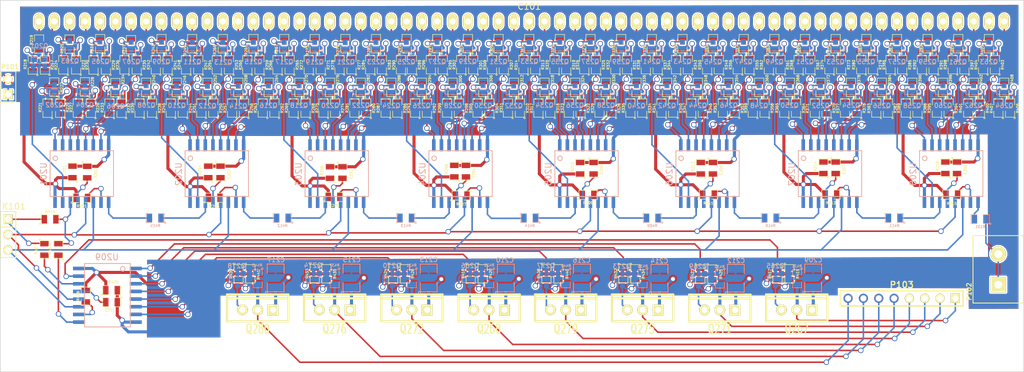
<source format=kicad_pcb>
(kicad_pcb (version 3) (host pcbnew "(2013-07-07 BZR 4022)-stable")
  (layers (15 F.Cu signal) (0 B.Cu signal) (18 B.Paste user) (19 F.Paste user) (20 B.SilkS user) (21 F.SilkS user) (22 B.Mask user) (23 F.Mask user) (28 Edge.Cuts user))
  (net 0 "")
  (net 1 /AnodeControl/AnodeP1)
  (net 2 /AnodeControl/AnodeP2)
  (net 3 /AnodeControl/AnodeP3)
  (net 4 /AnodeControl/AnodeP4)
  (net 5 /AnodeControl/AnodeP5)
  (net 6 /AnodeControl/AnodeP6)
  (net 7 /AnodeControl/AnodeP7)
  (net 8 /AnodeControl/AnodeP8)
  (net 9 /ColorControl/C10Red)
  (net 10 /ColorControl/C11Red)
  (net 11 /ColorControl/C12Red)
  (net 12 /ColorControl/C13Red)
  (net 13 /ColorControl/C14Red)
  (net 14 /ColorControl/C15Red)
  (net 15 /ColorControl/C16Red)
  (net 16 /ColorControl/C17Red)
  (net 17 /ColorControl/C18Red)
  (net 18 /ColorControl/C19Red)
  (net 19 /ColorControl/C1Red)
  (net 20 /ColorControl/C20Red)
  (net 21 /ColorControl/C21Red)
  (net 22 /ColorControl/C22Red)
  (net 23 /ColorControl/C23Red)
  (net 24 /ColorControl/C24Red)
  (net 25 /ColorControl/C25Red)
  (net 26 /ColorControl/C26Red)
  (net 27 /ColorControl/C27Red)
  (net 28 /ColorControl/C28Red)
  (net 29 /ColorControl/C29Red)
  (net 30 /ColorControl/C2Red)
  (net 31 /ColorControl/C30Red)
  (net 32 /ColorControl/C31Red)
  (net 33 /ColorControl/C32Red)
  (net 34 /ColorControl/C33Red)
  (net 35 /ColorControl/C34Red)
  (net 36 /ColorControl/C35Red)
  (net 37 /ColorControl/C36Red)
  (net 38 /ColorControl/C37Red)
  (net 39 /ColorControl/C38Red)
  (net 40 /ColorControl/C39Red)
  (net 41 /ColorControl/C3Red)
  (net 42 /ColorControl/C40Red)
  (net 43 /ColorControl/C41Red)
  (net 44 /ColorControl/C42Red)
  (net 45 /ColorControl/C43Red)
  (net 46 /ColorControl/C44Red)
  (net 47 /ColorControl/C45Red)
  (net 48 /ColorControl/C46Red)
  (net 49 /ColorControl/C47Red)
  (net 50 /ColorControl/C48Red)
  (net 51 /ColorControl/C49Red)
  (net 52 /ColorControl/C4Red)
  (net 53 /ColorControl/C50Red)
  (net 54 /ColorControl/C51Red)
  (net 55 /ColorControl/C52Red)
  (net 56 /ColorControl/C53Red)
  (net 57 /ColorControl/C54Red)
  (net 58 /ColorControl/C55Red)
  (net 59 /ColorControl/C56Red)
  (net 60 /ColorControl/C57Red)
  (net 61 /ColorControl/C58Red)
  (net 62 /ColorControl/C59Red)
  (net 63 /ColorControl/C5Red)
  (net 64 /ColorControl/C60Red)
  (net 65 /ColorControl/C61Red)
  (net 66 /ColorControl/C62Red)
  (net 67 /ColorControl/C63Red)
  (net 68 /ColorControl/C64Red)
  (net 69 /ColorControl/C6Red)
  (net 70 /ColorControl/C7Red)
  (net 71 /ColorControl/C8Red)
  (net 72 /ColorControl/C9Red)
  (net 73 /ColorControl/NextColor)
  (net 74 AnodePlane1)
  (net 75 AnodePlane2)
  (net 76 AnodePlane3)
  (net 77 AnodePlane4)
  (net 78 AnodePlane5)
  (net 79 AnodePlane6)
  (net 80 AnodePlane7)
  (net 81 AnodePlane8)
  (net 82 DATA_IN)
  (net 83 FIRST_COLOR)
  (net 84 GND)
  (net 85 LATCH)
  (net 86 N-00000100)
  (net 87 N-00000102)
  (net 88 N-00000103)
  (net 89 N-00000112)
  (net 90 N-00000113)
  (net 91 N-00000114)
  (net 92 N-00000115)
  (net 93 N-00000116)
  (net 94 N-00000117)
  (net 95 N-00000118)
  (net 96 N-00000119)
  (net 97 N-00000120)
  (net 98 N-00000121)
  (net 99 N-00000122)
  (net 100 N-00000123)
  (net 101 N-00000132)
  (net 102 N-00000133)
  (net 103 N-00000134)
  (net 104 N-00000135)
  (net 105 N-00000136)
  (net 106 N-00000137)
  (net 107 N-00000138)
  (net 108 N-00000139)
  (net 109 N-00000140)
  (net 110 N-00000141)
  (net 111 N-00000142)
  (net 112 N-00000143)
  (net 113 N-00000144)
  (net 114 N-00000145)
  (net 115 N-00000146)
  (net 116 N-00000147)
  (net 117 N-00000148)
  (net 118 N-00000149)
  (net 119 N-00000150)
  (net 120 N-00000151)
  (net 121 N-00000152)
  (net 122 N-00000153)
  (net 123 N-00000154)
  (net 124 N-00000155)
  (net 125 N-00000156)
  (net 126 N-00000157)
  (net 127 N-00000158)
  (net 128 N-00000159)
  (net 129 N-00000160)
  (net 130 N-00000161)
  (net 131 N-00000162)
  (net 132 N-00000163)
  (net 133 N-00000164)
  (net 134 N-00000165)
  (net 135 N-00000166)
  (net 136 N-00000167)
  (net 137 N-00000168)
  (net 138 N-00000169)
  (net 139 N-00000170)
  (net 140 N-00000171)
  (net 141 N-00000172)
  (net 142 N-00000179)
  (net 143 N-00000180)
  (net 144 N-00000181)
  (net 145 N-00000183)
  (net 146 N-00000184)
  (net 147 N-00000186)
  (net 148 N-00000187)
  (net 149 N-00000196)
  (net 150 N-00000197)
  (net 151 N-00000198)
  (net 152 N-00000199)
  (net 153 N-00000200)
  (net 154 N-00000201)
  (net 155 N-00000202)
  (net 156 N-00000209)
  (net 157 N-00000210)
  (net 158 N-00000211)
  (net 159 N-00000212)
  (net 160 N-00000214)
  (net 161 N-00000215)
  (net 162 N-00000216)
  (net 163 N-00000218)
  (net 164 N-00000219)
  (net 165 N-00000220)
  (net 166 N-00000221)
  (net 167 N-00000222)
  (net 168 N-00000223)
  (net 169 N-00000224)
  (net 170 N-00000225)
  (net 171 N-00000226)
  (net 172 N-00000227)
  (net 173 N-00000228)
  (net 174 N-00000229)
  (net 175 N-00000230)
  (net 176 N-00000231)
  (net 177 N-00000233)
  (net 178 N-00000235)
  (net 179 N-00000236)
  (net 180 N-00000238)
  (net 181 N-00000239)
  (net 182 N-00000241)
  (net 183 N-00000242)
  (net 184 N-00000244)
  (net 185 N-00000245)
  (net 186 N-00000247)
  (net 187 N-00000248)
  (net 188 N-00000249)
  (net 189 N-00000251)
  (net 190 N-00000252)
  (net 191 N-00000253)
  (net 192 N-00000254)
  (net 193 N-00000256)
  (net 194 N-00000257)
  (net 195 N-00000258)
  (net 196 N-00000259)
  (net 197 N-00000260)
  (net 198 N-00000261)
  (net 199 N-00000262)
  (net 200 N-00000263)
  (net 201 N-00000264)
  (net 202 N-00000265)
  (net 203 N-00000266)
  (net 204 N-00000267)
  (net 205 N-00000268)
  (net 206 N-00000269)
  (net 207 N-00000270)
  (net 208 N-00000271)
  (net 209 N-00000272)
  (net 210 N-00000273)
  (net 211 N-00000274)
  (net 212 N-00000275)
  (net 213 N-00000276)
  (net 214 N-00000277)
  (net 215 N-00000278)
  (net 216 N-00000280)
  (net 217 N-00000281)
  (net 218 N-00000283)
  (net 219 N-00000285)
  (net 220 N-00000287)
  (net 221 N-00000288)
  (net 222 N-0000029)
  (net 223 N-00000293)
  (net 224 N-00000294)
  (net 225 N-00000295)
  (net 226 N-00000296)
  (net 227 N-00000297)
  (net 228 N-00000298)
  (net 229 N-00000299)
  (net 230 N-00000300)
  (net 231 N-00000301)
  (net 232 N-00000302)
  (net 233 N-00000303)
  (net 234 N-00000304)
  (net 235 N-00000306)
  (net 236 N-00000307)
  (net 237 N-00000308)
  (net 238 N-00000316)
  (net 239 N-00000317)
  (net 240 N-00000318)
  (net 241 N-00000319)
  (net 242 N-00000320)
  (net 243 N-00000321)
  (net 244 N-00000322)
  (net 245 N-00000323)
  (net 246 N-00000324)
  (net 247 N-00000325)
  (net 248 N-00000326)
  (net 249 N-00000327)
  (net 250 N-00000328)
  (net 251 N-00000329)
  (net 252 N-00000330)
  (net 253 N-0000081)
  (net 254 N-0000082)
  (net 255 N-0000083)
  (net 256 N-0000084)
  (net 257 N-0000085)
  (net 258 N-0000086)
  (net 259 N-0000087)
  (net 260 N-0000088)
  (net 261 N-0000094)
  (net 262 N-0000096)
  (net 263 N-0000097)
  (net 264 N-0000099)
  (net 265 RedC1)
  (net 266 RedC10)
  (net 267 RedC11)
  (net 268 RedC12)
  (net 269 RedC13)
  (net 270 RedC14)
  (net 271 RedC15)
  (net 272 RedC16)
  (net 273 RedC17)
  (net 274 RedC18)
  (net 275 RedC19)
  (net 276 RedC2)
  (net 277 RedC20)
  (net 278 RedC21)
  (net 279 RedC22)
  (net 280 RedC23)
  (net 281 RedC24)
  (net 282 RedC25)
  (net 283 RedC26)
  (net 284 RedC27)
  (net 285 RedC28)
  (net 286 RedC29)
  (net 287 RedC3)
  (net 288 RedC30)
  (net 289 RedC31)
  (net 290 RedC32)
  (net 291 RedC33)
  (net 292 RedC34)
  (net 293 RedC35)
  (net 294 RedC36)
  (net 295 RedC37)
  (net 296 RedC38)
  (net 297 RedC39)
  (net 298 RedC4)
  (net 299 RedC40)
  (net 300 RedC41)
  (net 301 RedC42)
  (net 302 RedC43)
  (net 303 RedC44)
  (net 304 RedC45)
  (net 305 RedC46)
  (net 306 RedC47)
  (net 307 RedC48)
  (net 308 RedC49)
  (net 309 RedC5)
  (net 310 RedC50)
  (net 311 RedC51)
  (net 312 RedC52)
  (net 313 RedC53)
  (net 314 RedC54)
  (net 315 RedC55)
  (net 316 RedC56)
  (net 317 RedC57)
  (net 318 RedC58)
  (net 319 RedC59)
  (net 320 RedC6)
  (net 321 RedC60)
  (net 322 RedC61)
  (net 323 RedC62)
  (net 324 RedC63)
  (net 325 RedC64)
  (net 326 RedC7)
  (net 327 RedC8)
  (net 328 RedC9)
  (net 329 SRCLK)
  (net 330 VCC)
  (module SOIC16_SN74HC595DWR (layer B.Cu) (at 172.3644 109.8042 270)
    (fp_text reference U201 (at 0.03 6.38 270) (layer B.SilkS) (effects (justify mirror)))
    (fp_text value SN74HC595DWR hide)
    (pad 2 smd rect (at -4.75 3.23 270) (size 2 0.6) (layers B.Cu B.Paste B.Mask) (net 287 RedC3))
    (pad 1 smd rect (at -4.75 4.49 270) (size 2 0.6) (layers B.Cu B.Paste B.Mask) (net 276 RedC2))
    (pad 3 smd rect (at -4.75 1.96 270) (size 2 0.6) (layers B.Cu B.Paste B.Mask) (net 298 RedC4))
    (pad 4 smd rect (at -4.75 0.69 270) (size 2 0.6) (layers B.Cu B.Paste B.Mask) (net 309 RedC5))
    (pad 5 smd rect (at -4.75 -0.58 270) (size 2 0.6) (layers B.Cu B.Paste B.Mask) (net 320 RedC6))
    (pad 6 smd rect (at -4.75 -1.85 270) (size 2 0.6) (layers B.Cu B.Paste B.Mask) (net 326 RedC7))
    (pad 7 smd rect (at -4.75 -3.12 270) (size 2 0.6) (layers B.Cu B.Paste B.Mask) (net 327 RedC8))
    (pad 8 smd rect (at -4.75 -4.4 270) (size 2 0.6) (layers B.Cu B.Paste B.Mask) (net 84 GND))
    (pad 9 smd rect (at 4.65 -4.4 270) (size 2 0.6) (layers B.Cu B.Paste B.Mask) (net 155 N-00000202))
    (pad 10 smd rect (at 4.65 -3.13 270) (size 2 0.6) (layers B.Cu B.Paste B.Mask) (net 201 N-00000264))
    (pad 11 smd rect (at 4.65 -1.86 270) (size 2 0.6) (layers B.Cu B.Paste B.Mask) (net 329 SRCLK))
    (pad 12 smd rect (at 4.65 -0.59 270) (size 2 0.6) (layers B.Cu B.Paste B.Mask) (net 85 LATCH))
    (pad 13 smd rect (at 4.65 0.68 270) (size 2 0.6) (layers B.Cu B.Paste B.Mask) (net 200 N-00000263))
    (pad 14 smd rect (at 4.65 1.95 270) (size 2 0.6) (layers B.Cu B.Paste B.Mask) (net 154 N-00000201))
    (pad 15 smd rect (at 4.65 3.22 270) (size 2 0.6) (layers B.Cu B.Paste B.Mask) (net 265 RedC1))
    (pad 16 smd rect (at 4.65 4.49 270) (size 2 0.6) (layers B.Cu B.Paste B.Mask) (net 330 VCC))
  )
  (module SOT23_NPN_MMBT3904 (layer B.Cu) (at 180.4924 88.9254 180)
    (fp_text reference Q207 (at -0.0254 -2.286 180) (layer B.SilkS) (effects (font (size 0.762 0.762) (thickness 0.11938)) (justify mirror)))
    (fp_text value NPN hide)
    (pad 3 smd rect (at 0 1 180) (size 0.8 0.9) (layers B.Cu B.Paste B.Mask) (net 189 N-00000251))
    (pad 1 smd rect (at 0.95 -1 180) (size 0.8 0.9) (layers B.Cu B.Paste B.Mask) (net 84 GND))
    (pad 2 smd rect (at -0.95 -1 180) (size 0.8 0.9) (layers B.Cu B.Paste B.Mask) (net 190 N-00000252))
  )
  (module SOT23_NPN_MMBT3904 (layer B.Cu) (at 167.767 96.0374 180)
    (fp_text reference Q202 (at 0 -2.3368 180) (layer B.SilkS) (effects (font (size 0.762 0.762) (thickness 0.11938)) (justify mirror)))
    (fp_text value NPN hide)
    (pad 3 smd rect (at 0 1 180) (size 0.8 0.9) (layers B.Cu B.Paste B.Mask) (net 184 N-00000244))
    (pad 1 smd rect (at 0.95 -1 180) (size 0.8 0.9) (layers B.Cu B.Paste B.Mask) (net 84 GND))
    (pad 2 smd rect (at -0.95 -1 180) (size 0.8 0.9) (layers B.Cu B.Paste B.Mask) (net 185 N-00000245))
  )
  (module SOT23_NPN_MMBT3904 (layer B.Cu) (at 170.307 88.7476 180)
    (fp_text reference Q203 (at -0.0508 -2.3622 180) (layer B.SilkS) (effects (font (size 0.762 0.762) (thickness 0.11938)) (justify mirror)))
    (fp_text value NPN hide)
    (pad 3 smd rect (at 0 1 180) (size 0.8 0.9) (layers B.Cu B.Paste B.Mask) (net 182 N-00000241))
    (pad 1 smd rect (at 0.95 -1 180) (size 0.8 0.9) (layers B.Cu B.Paste B.Mask) (net 84 GND))
    (pad 2 smd rect (at -0.95 -1 180) (size 0.8 0.9) (layers B.Cu B.Paste B.Mask) (net 183 N-00000242))
  )
  (module SOT23_NPN_MMBT3904 (layer B.Cu) (at 182.9816 96.139 180)
    (fp_text reference Q208 (at -0.0508 -2.286 180) (layer B.SilkS) (effects (font (size 0.762 0.762) (thickness 0.11938)) (justify mirror)))
    (fp_text value NPN hide)
    (pad 3 smd rect (at 0 1 180) (size 0.8 0.9) (layers B.Cu B.Paste B.Mask) (net 187 N-00000248))
    (pad 1 smd rect (at 0.95 -1 180) (size 0.8 0.9) (layers B.Cu B.Paste B.Mask) (net 84 GND))
    (pad 2 smd rect (at -0.95 -1 180) (size 0.8 0.9) (layers B.Cu B.Paste B.Mask) (net 188 N-00000249))
  )
  (module SOT23_NPN_MMBT3904 (layer B.Cu) (at 172.8216 96.0628 180)
    (fp_text reference Q204 (at 0 -2.3114 180) (layer B.SilkS) (effects (font (size 0.762 0.762) (thickness 0.11938)) (justify mirror)))
    (fp_text value NPN hide)
    (pad 3 smd rect (at 0 1 180) (size 0.8 0.9) (layers B.Cu B.Paste B.Mask) (net 180 N-00000238))
    (pad 1 smd rect (at 0.95 -1 180) (size 0.8 0.9) (layers B.Cu B.Paste B.Mask) (net 84 GND))
    (pad 2 smd rect (at -0.95 -1 180) (size 0.8 0.9) (layers B.Cu B.Paste B.Mask) (net 181 N-00000239))
  )
  (module SOT23_NPN_MMBT3904 (layer B.Cu) (at 165.227 90.9828 180)
    (fp_text reference Q201 (at -0.0254 2.3876 180) (layer B.SilkS) (effects (font (size 0.762 0.762) (thickness 0.11938)) (justify mirror)))
    (fp_text value NPN hide)
    (pad 3 smd rect (at 0 1 180) (size 0.8 0.9) (layers B.Cu B.Paste B.Mask) (net 186 N-00000247))
    (pad 1 smd rect (at 0.95 -1 180) (size 0.8 0.9) (layers B.Cu B.Paste B.Mask) (net 84 GND))
    (pad 2 smd rect (at -0.95 -1 180) (size 0.8 0.9) (layers B.Cu B.Paste B.Mask) (net 193 N-00000256))
  )
  (module SOT23_NPN_MMBT3904 (layer B.Cu) (at 177.927 96.139 180)
    (fp_text reference Q206 (at 0 -2.4384 180) (layer B.SilkS) (effects (font (size 0.762 0.762) (thickness 0.11938)) (justify mirror)))
    (fp_text value NPN hide)
    (pad 3 smd rect (at 0 1 180) (size 0.8 0.9) (layers B.Cu B.Paste B.Mask) (net 202 N-00000265))
    (pad 1 smd rect (at 0.95 -1 180) (size 0.8 0.9) (layers B.Cu B.Paste B.Mask) (net 84 GND))
    (pad 2 smd rect (at -0.95 -1 180) (size 0.8 0.9) (layers B.Cu B.Paste B.Mask) (net 177 N-00000233))
  )
  (module SOT23_NPN_MMBT3904 (layer B.Cu) (at 175.3108 88.8746 180)
    (fp_text reference Q205 (at -0.1016 -2.3114 180) (layer B.SilkS) (effects (font (size 0.762 0.762) (thickness 0.11938)) (justify mirror)))
    (fp_text value NPN hide)
    (pad 3 smd rect (at 0 1 180) (size 0.8 0.9) (layers B.Cu B.Paste B.Mask) (net 178 N-00000235))
    (pad 1 smd rect (at 0.95 -1 180) (size 0.8 0.9) (layers B.Cu B.Paste B.Mask) (net 84 GND))
    (pad 2 smd rect (at -0.95 -1 180) (size 0.8 0.9) (layers B.Cu B.Paste B.Mask) (net 179 N-00000236))
  )
  (module SOIC16_SN74HC595DWR (layer B.Cu) (at 235.1532 109.8042 270)
    (fp_text reference U204 (at 0.03 6.38 270) (layer B.SilkS) (effects (justify mirror)))
    (fp_text value SN74HC595DWR hide)
    (pad 2 smd rect (at -4.75 3.23 270) (size 2 0.6) (layers B.Cu B.Paste B.Mask) (net 284 RedC27))
    (pad 1 smd rect (at -4.75 4.49 270) (size 2 0.6) (layers B.Cu B.Paste B.Mask) (net 283 RedC26))
    (pad 3 smd rect (at -4.75 1.96 270) (size 2 0.6) (layers B.Cu B.Paste B.Mask) (net 285 RedC28))
    (pad 4 smd rect (at -4.75 0.69 270) (size 2 0.6) (layers B.Cu B.Paste B.Mask) (net 286 RedC29))
    (pad 5 smd rect (at -4.75 -0.58 270) (size 2 0.6) (layers B.Cu B.Paste B.Mask) (net 288 RedC30))
    (pad 6 smd rect (at -4.75 -1.85 270) (size 2 0.6) (layers B.Cu B.Paste B.Mask) (net 289 RedC31))
    (pad 7 smd rect (at -4.75 -3.12 270) (size 2 0.6) (layers B.Cu B.Paste B.Mask) (net 290 RedC32))
    (pad 8 smd rect (at -4.75 -4.4 270) (size 2 0.6) (layers B.Cu B.Paste B.Mask) (net 84 GND))
    (pad 9 smd rect (at 4.65 -4.4 270) (size 2 0.6) (layers B.Cu B.Paste B.Mask) (net 150 N-00000197))
    (pad 10 smd rect (at 4.65 -3.13 270) (size 2 0.6) (layers B.Cu B.Paste B.Mask) (net 204 N-00000267))
    (pad 11 smd rect (at 4.65 -1.86 270) (size 2 0.6) (layers B.Cu B.Paste B.Mask) (net 329 SRCLK))
    (pad 12 smd rect (at 4.65 -0.59 270) (size 2 0.6) (layers B.Cu B.Paste B.Mask) (net 85 LATCH))
    (pad 13 smd rect (at 4.65 0.68 270) (size 2 0.6) (layers B.Cu B.Paste B.Mask) (net 208 N-00000271))
    (pad 14 smd rect (at 4.65 1.95 270) (size 2 0.6) (layers B.Cu B.Paste B.Mask) (net 198 N-00000261))
    (pad 15 smd rect (at 4.65 3.22 270) (size 2 0.6) (layers B.Cu B.Paste B.Mask) (net 282 RedC25))
    (pad 16 smd rect (at 4.65 4.49 270) (size 2 0.6) (layers B.Cu B.Paste B.Mask) (net 330 VCC))
  )
  (module SOIC16_SN74HC595DWR (layer B.Cu) (at 316.484 109.8042 270)
    (fp_text reference U208 (at 0.03 6.38 270) (layer B.SilkS) (effects (justify mirror)))
    (fp_text value SN74HC595DWR hide)
    (pad 2 smd rect (at -4.75 3.23 270) (size 2 0.6) (layers B.Cu B.Paste B.Mask) (net 319 RedC59))
    (pad 1 smd rect (at -4.75 4.49 270) (size 2 0.6) (layers B.Cu B.Paste B.Mask) (net 318 RedC58))
    (pad 3 smd rect (at -4.75 1.96 270) (size 2 0.6) (layers B.Cu B.Paste B.Mask) (net 321 RedC60))
    (pad 4 smd rect (at -4.75 0.69 270) (size 2 0.6) (layers B.Cu B.Paste B.Mask) (net 322 RedC61))
    (pad 5 smd rect (at -4.75 -0.58 270) (size 2 0.6) (layers B.Cu B.Paste B.Mask) (net 323 RedC62))
    (pad 6 smd rect (at -4.75 -1.85 270) (size 2 0.6) (layers B.Cu B.Paste B.Mask) (net 324 RedC63))
    (pad 7 smd rect (at -4.75 -3.12 270) (size 2 0.6) (layers B.Cu B.Paste B.Mask) (net 325 RedC64))
    (pad 8 smd rect (at -4.75 -4.4 270) (size 2 0.6) (layers B.Cu B.Paste B.Mask) (net 84 GND))
    (pad 9 smd rect (at 4.65 -4.4 270) (size 2 0.6) (layers B.Cu B.Paste B.Mask) (net 73 /ColorControl/NextColor))
    (pad 10 smd rect (at 4.65 -3.13 270) (size 2 0.6) (layers B.Cu B.Paste B.Mask) (net 213 N-00000276))
    (pad 11 smd rect (at 4.65 -1.86 270) (size 2 0.6) (layers B.Cu B.Paste B.Mask) (net 329 SRCLK))
    (pad 12 smd rect (at 4.65 -0.59 270) (size 2 0.6) (layers B.Cu B.Paste B.Mask) (net 85 LATCH))
    (pad 13 smd rect (at 4.65 0.68 270) (size 2 0.6) (layers B.Cu B.Paste B.Mask) (net 212 N-00000275))
    (pad 14 smd rect (at 4.65 1.95 270) (size 2 0.6) (layers B.Cu B.Paste B.Mask) (net 194 N-00000257))
    (pad 15 smd rect (at 4.65 3.22 270) (size 2 0.6) (layers B.Cu B.Paste B.Mask) (net 317 RedC57))
    (pad 16 smd rect (at 4.65 4.49 270) (size 2 0.6) (layers B.Cu B.Paste B.Mask) (net 330 VCC))
  )
  (module SOIC16_SN74HC595DWR (layer B.Cu) (at 296.3926 109.8042 270)
    (fp_text reference U207 (at 0.03 6.38 270) (layer B.SilkS) (effects (justify mirror)))
    (fp_text value SN74HC595DWR hide)
    (pad 2 smd rect (at -4.75 3.23 270) (size 2 0.6) (layers B.Cu B.Paste B.Mask) (net 311 RedC51))
    (pad 1 smd rect (at -4.75 4.49 270) (size 2 0.6) (layers B.Cu B.Paste B.Mask) (net 310 RedC50))
    (pad 3 smd rect (at -4.75 1.96 270) (size 2 0.6) (layers B.Cu B.Paste B.Mask) (net 312 RedC52))
    (pad 4 smd rect (at -4.75 0.69 270) (size 2 0.6) (layers B.Cu B.Paste B.Mask) (net 313 RedC53))
    (pad 5 smd rect (at -4.75 -0.58 270) (size 2 0.6) (layers B.Cu B.Paste B.Mask) (net 314 RedC54))
    (pad 6 smd rect (at -4.75 -1.85 270) (size 2 0.6) (layers B.Cu B.Paste B.Mask) (net 315 RedC55))
    (pad 7 smd rect (at -4.75 -3.12 270) (size 2 0.6) (layers B.Cu B.Paste B.Mask) (net 316 RedC56))
    (pad 8 smd rect (at -4.75 -4.4 270) (size 2 0.6) (layers B.Cu B.Paste B.Mask) (net 84 GND))
    (pad 9 smd rect (at 4.65 -4.4 270) (size 2 0.6) (layers B.Cu B.Paste B.Mask) (net 153 N-00000200))
    (pad 10 smd rect (at 4.65 -3.13 270) (size 2 0.6) (layers B.Cu B.Paste B.Mask) (net 210 N-00000273))
    (pad 11 smd rect (at 4.65 -1.86 270) (size 2 0.6) (layers B.Cu B.Paste B.Mask) (net 329 SRCLK))
    (pad 12 smd rect (at 4.65 -0.59 270) (size 2 0.6) (layers B.Cu B.Paste B.Mask) (net 85 LATCH))
    (pad 13 smd rect (at 4.65 0.68 270) (size 2 0.6) (layers B.Cu B.Paste B.Mask) (net 232 N-00000302))
    (pad 14 smd rect (at 4.65 1.95 270) (size 2 0.6) (layers B.Cu B.Paste B.Mask) (net 195 N-00000258))
    (pad 15 smd rect (at 4.65 3.22 270) (size 2 0.6) (layers B.Cu B.Paste B.Mask) (net 308 RedC49))
    (pad 16 smd rect (at 4.65 4.49 270) (size 2 0.6) (layers B.Cu B.Paste B.Mask) (net 330 VCC))
  )
  (module SOIC16_SN74HC595DWR (layer B.Cu) (at 276.098 109.8042 270)
    (fp_text reference U206 (at 0.03 6.38 270) (layer B.SilkS) (effects (justify mirror)))
    (fp_text value SN74HC595DWR hide)
    (pad 2 smd rect (at -4.75 3.23 270) (size 2 0.6) (layers B.Cu B.Paste B.Mask) (net 302 RedC43))
    (pad 1 smd rect (at -4.75 4.49 270) (size 2 0.6) (layers B.Cu B.Paste B.Mask) (net 301 RedC42))
    (pad 3 smd rect (at -4.75 1.96 270) (size 2 0.6) (layers B.Cu B.Paste B.Mask) (net 303 RedC44))
    (pad 4 smd rect (at -4.75 0.69 270) (size 2 0.6) (layers B.Cu B.Paste B.Mask) (net 304 RedC45))
    (pad 5 smd rect (at -4.75 -0.58 270) (size 2 0.6) (layers B.Cu B.Paste B.Mask) (net 305 RedC46))
    (pad 6 smd rect (at -4.75 -1.85 270) (size 2 0.6) (layers B.Cu B.Paste B.Mask) (net 306 RedC47))
    (pad 7 smd rect (at -4.75 -3.12 270) (size 2 0.6) (layers B.Cu B.Paste B.Mask) (net 307 RedC48))
    (pad 8 smd rect (at -4.75 -4.4 270) (size 2 0.6) (layers B.Cu B.Paste B.Mask) (net 84 GND))
    (pad 9 smd rect (at 4.65 -4.4 270) (size 2 0.6) (layers B.Cu B.Paste B.Mask) (net 152 N-00000199))
    (pad 10 smd rect (at 4.65 -3.13 270) (size 2 0.6) (layers B.Cu B.Paste B.Mask) (net 231 N-00000301))
    (pad 11 smd rect (at 4.65 -1.86 270) (size 2 0.6) (layers B.Cu B.Paste B.Mask) (net 329 SRCLK))
    (pad 12 smd rect (at 4.65 -0.59 270) (size 2 0.6) (layers B.Cu B.Paste B.Mask) (net 85 LATCH))
    (pad 13 smd rect (at 4.65 0.68 270) (size 2 0.6) (layers B.Cu B.Paste B.Mask) (net 211 N-00000274))
    (pad 14 smd rect (at 4.65 1.95 270) (size 2 0.6) (layers B.Cu B.Paste B.Mask) (net 196 N-00000259))
    (pad 15 smd rect (at 4.65 3.22 270) (size 2 0.6) (layers B.Cu B.Paste B.Mask) (net 300 RedC41))
    (pad 16 smd rect (at 4.65 4.49 270) (size 2 0.6) (layers B.Cu B.Paste B.Mask) (net 330 VCC))
  )
  (module SOIC16_SN74HC595DWR (layer B.Cu) (at 256.032 109.8042 270)
    (fp_text reference U205 (at 0.03 6.38 270) (layer B.SilkS) (effects (justify mirror)))
    (fp_text value SN74HC595DWR hide)
    (pad 2 smd rect (at -4.75 3.23 270) (size 2 0.6) (layers B.Cu B.Paste B.Mask) (net 293 RedC35))
    (pad 1 smd rect (at -4.75 4.49 270) (size 2 0.6) (layers B.Cu B.Paste B.Mask) (net 292 RedC34))
    (pad 3 smd rect (at -4.75 1.96 270) (size 2 0.6) (layers B.Cu B.Paste B.Mask) (net 294 RedC36))
    (pad 4 smd rect (at -4.75 0.69 270) (size 2 0.6) (layers B.Cu B.Paste B.Mask) (net 295 RedC37))
    (pad 5 smd rect (at -4.75 -0.58 270) (size 2 0.6) (layers B.Cu B.Paste B.Mask) (net 296 RedC38))
    (pad 6 smd rect (at -4.75 -1.85 270) (size 2 0.6) (layers B.Cu B.Paste B.Mask) (net 297 RedC39))
    (pad 7 smd rect (at -4.75 -3.12 270) (size 2 0.6) (layers B.Cu B.Paste B.Mask) (net 299 RedC40))
    (pad 8 smd rect (at -4.75 -4.4 270) (size 2 0.6) (layers B.Cu B.Paste B.Mask) (net 84 GND))
    (pad 9 smd rect (at 4.65 -4.4 270) (size 2 0.6) (layers B.Cu B.Paste B.Mask) (net 151 N-00000198))
    (pad 10 smd rect (at 4.65 -3.13 270) (size 2 0.6) (layers B.Cu B.Paste B.Mask) (net 207 N-00000270))
    (pad 11 smd rect (at 4.65 -1.86 270) (size 2 0.6) (layers B.Cu B.Paste B.Mask) (net 329 SRCLK))
    (pad 12 smd rect (at 4.65 -0.59 270) (size 2 0.6) (layers B.Cu B.Paste B.Mask) (net 85 LATCH))
    (pad 13 smd rect (at 4.65 0.68 270) (size 2 0.6) (layers B.Cu B.Paste B.Mask) (net 206 N-00000269))
    (pad 14 smd rect (at 4.65 1.95 270) (size 2 0.6) (layers B.Cu B.Paste B.Mask) (net 197 N-00000260))
    (pad 15 smd rect (at 4.65 3.22 270) (size 2 0.6) (layers B.Cu B.Paste B.Mask) (net 291 RedC33))
    (pad 16 smd rect (at 4.65 4.49 270) (size 2 0.6) (layers B.Cu B.Paste B.Mask) (net 330 VCC))
  )
  (module SOIC16_SN74HC595DWR (layer B.Cu) (at 214.63 109.8042 270)
    (fp_text reference U203 (at 0.03 6.38 270) (layer B.SilkS) (effects (justify mirror)))
    (fp_text value SN74HC595DWR hide)
    (pad 2 smd rect (at -4.75 3.23 270) (size 2 0.6) (layers B.Cu B.Paste B.Mask) (net 275 RedC19))
    (pad 1 smd rect (at -4.75 4.49 270) (size 2 0.6) (layers B.Cu B.Paste B.Mask) (net 274 RedC18))
    (pad 3 smd rect (at -4.75 1.96 270) (size 2 0.6) (layers B.Cu B.Paste B.Mask) (net 277 RedC20))
    (pad 4 smd rect (at -4.75 0.69 270) (size 2 0.6) (layers B.Cu B.Paste B.Mask) (net 278 RedC21))
    (pad 5 smd rect (at -4.75 -0.58 270) (size 2 0.6) (layers B.Cu B.Paste B.Mask) (net 279 RedC22))
    (pad 6 smd rect (at -4.75 -1.85 270) (size 2 0.6) (layers B.Cu B.Paste B.Mask) (net 280 RedC23))
    (pad 7 smd rect (at -4.75 -3.12 270) (size 2 0.6) (layers B.Cu B.Paste B.Mask) (net 281 RedC24))
    (pad 8 smd rect (at -4.75 -4.4 270) (size 2 0.6) (layers B.Cu B.Paste B.Mask) (net 84 GND))
    (pad 9 smd rect (at 4.65 -4.4 270) (size 2 0.6) (layers B.Cu B.Paste B.Mask) (net 149 N-00000196))
    (pad 10 smd rect (at 4.65 -3.13 270) (size 2 0.6) (layers B.Cu B.Paste B.Mask) (net 233 N-00000303))
    (pad 11 smd rect (at 4.65 -1.86 270) (size 2 0.6) (layers B.Cu B.Paste B.Mask) (net 329 SRCLK))
    (pad 12 smd rect (at 4.65 -0.59 270) (size 2 0.6) (layers B.Cu B.Paste B.Mask) (net 85 LATCH))
    (pad 13 smd rect (at 4.65 0.68 270) (size 2 0.6) (layers B.Cu B.Paste B.Mask) (net 205 N-00000268))
    (pad 14 smd rect (at 4.65 1.95 270) (size 2 0.6) (layers B.Cu B.Paste B.Mask) (net 199 N-00000262))
    (pad 15 smd rect (at 4.65 3.22 270) (size 2 0.6) (layers B.Cu B.Paste B.Mask) (net 273 RedC17))
    (pad 16 smd rect (at 4.65 4.49 270) (size 2 0.6) (layers B.Cu B.Paste B.Mask) (net 330 VCC))
  )
  (module SOIC16_SN74HC595DWR (layer B.Cu) (at 194.7418 109.8042 270)
    (fp_text reference U202 (at 0.03 6.38 270) (layer B.SilkS) (effects (justify mirror)))
    (fp_text value SN74HC595DWR hide)
    (pad 2 smd rect (at -4.75 3.23 270) (size 2 0.6) (layers B.Cu B.Paste B.Mask) (net 267 RedC11))
    (pad 1 smd rect (at -4.75 4.49 270) (size 2 0.6) (layers B.Cu B.Paste B.Mask) (net 266 RedC10))
    (pad 3 smd rect (at -4.75 1.96 270) (size 2 0.6) (layers B.Cu B.Paste B.Mask) (net 268 RedC12))
    (pad 4 smd rect (at -4.75 0.69 270) (size 2 0.6) (layers B.Cu B.Paste B.Mask) (net 269 RedC13))
    (pad 5 smd rect (at -4.75 -0.58 270) (size 2 0.6) (layers B.Cu B.Paste B.Mask) (net 270 RedC14))
    (pad 6 smd rect (at -4.75 -1.85 270) (size 2 0.6) (layers B.Cu B.Paste B.Mask) (net 271 RedC15))
    (pad 7 smd rect (at -4.75 -3.12 270) (size 2 0.6) (layers B.Cu B.Paste B.Mask) (net 272 RedC16))
    (pad 8 smd rect (at -4.75 -4.4 270) (size 2 0.6) (layers B.Cu B.Paste B.Mask) (net 84 GND))
    (pad 9 smd rect (at 4.65 -4.4 270) (size 2 0.6) (layers B.Cu B.Paste B.Mask) (net 192 N-00000254))
    (pad 10 smd rect (at 4.65 -3.13 270) (size 2 0.6) (layers B.Cu B.Paste B.Mask) (net 209 N-00000272))
    (pad 11 smd rect (at 4.65 -1.86 270) (size 2 0.6) (layers B.Cu B.Paste B.Mask) (net 329 SRCLK))
    (pad 12 smd rect (at 4.65 -0.59 270) (size 2 0.6) (layers B.Cu B.Paste B.Mask) (net 85 LATCH))
    (pad 13 smd rect (at 4.65 0.68 270) (size 2 0.6) (layers B.Cu B.Paste B.Mask) (net 203 N-00000266))
    (pad 14 smd rect (at 4.65 1.95 270) (size 2 0.6) (layers B.Cu B.Paste B.Mask) (net 191 N-00000253))
    (pad 15 smd rect (at 4.65 3.22 270) (size 2 0.6) (layers B.Cu B.Paste B.Mask) (net 328 RedC9))
    (pad 16 smd rect (at 4.65 4.49 270) (size 2 0.6) (layers B.Cu B.Paste B.Mask) (net 330 VCC))
  )
  (module PIN_ARRAY_2X1 (layer F.Cu) (at 160.0962 95.3516 90)
    (fp_text reference P101 (at 3.302 0.3048 180) (layer F.SilkS) (effects (font (size 0.762 0.762) (thickness 0.1524))))
    (fp_text value CONN_2 hide)
    (pad 1 thru_hole rect (at -1.27 0 90) (size 1.524 1.524) (drill 1.016) (layers *.Cu *.Mask F.SilkS) (net 84 GND))
    (pad 2 thru_hole circle (at 1.27 0 90) (size 1.524 1.524) (drill 1.016) (layers *.Cu *.Mask F.SilkS) (net 330 VCC))
  )
  (module 1x64_Connector_Receptade_2.54mm (layer F.Cu) (at 246.4816 84.5312)
    (fp_text reference C101 (at 0 -2.4638) (layer F.SilkS))
    (fp_text value CONNECTOR_1X64 hide)
    (pad 1 thru_hole oval (at -81.28 0) (size 1.524 2.54) (drill 1.016) (layers *.Cu *.Mask F.SilkS) (net 19 /ColorControl/C1Red))
    (pad 2 thru_hole oval (at -78.74 0) (size 1.524 2.54) (drill 1.016) (layers *.Cu *.Mask F.SilkS) (net 30 /ColorControl/C2Red))
    (pad 3 thru_hole oval (at -76.2 0) (size 1.524 2.54) (drill 1.016) (layers *.Cu *.Mask F.SilkS) (net 41 /ColorControl/C3Red))
    (pad 4 thru_hole oval (at -73.66 0) (size 1.524 2.54) (drill 1.016) (layers *.Cu *.Mask F.SilkS) (net 52 /ColorControl/C4Red))
    (pad 5 thru_hole oval (at -71.12 0) (size 1.524 2.54) (drill 1.016) (layers *.Cu *.Mask F.SilkS) (net 63 /ColorControl/C5Red))
    (pad 6 thru_hole oval (at -68.58 0) (size 1.524 2.54) (drill 1.016) (layers *.Cu *.Mask F.SilkS) (net 69 /ColorControl/C6Red))
    (pad 7 thru_hole oval (at -66.04 0) (size 1.524 2.54) (drill 1.016) (layers *.Cu *.Mask F.SilkS) (net 70 /ColorControl/C7Red))
    (pad 8 thru_hole oval (at -63.5 0) (size 1.524 2.54) (drill 1.016) (layers *.Cu *.Mask F.SilkS) (net 71 /ColorControl/C8Red))
    (pad 9 thru_hole oval (at -60.96 0) (size 1.524 2.54) (drill 1.016) (layers *.Cu *.Mask F.SilkS) (net 72 /ColorControl/C9Red))
    (pad 10 thru_hole oval (at -58.42 0) (size 1.524 2.54) (drill 1.016) (layers *.Cu *.Mask F.SilkS) (net 9 /ColorControl/C10Red))
    (pad 11 thru_hole oval (at -55.88 0) (size 1.524 2.54) (drill 1.016) (layers *.Cu *.Mask F.SilkS) (net 10 /ColorControl/C11Red))
    (pad 12 thru_hole oval (at -53.34 0) (size 1.524 2.54) (drill 1.016) (layers *.Cu *.Mask F.SilkS) (net 11 /ColorControl/C12Red))
    (pad 13 thru_hole oval (at -50.8 0) (size 1.524 2.54) (drill 1.016) (layers *.Cu *.Mask F.SilkS) (net 12 /ColorControl/C13Red))
    (pad 14 thru_hole oval (at -48.26 0) (size 1.524 2.54) (drill 1.016) (layers *.Cu *.Mask F.SilkS) (net 13 /ColorControl/C14Red))
    (pad 15 thru_hole oval (at -45.72 0) (size 1.524 2.54) (drill 1.016) (layers *.Cu *.Mask F.SilkS) (net 14 /ColorControl/C15Red))
    (pad 16 thru_hole oval (at -43.18 0) (size 1.524 2.54) (drill 1.016) (layers *.Cu *.Mask F.SilkS) (net 15 /ColorControl/C16Red))
    (pad 17 thru_hole oval (at -40.64 0) (size 1.524 2.54) (drill 1.016) (layers *.Cu *.Mask F.SilkS) (net 16 /ColorControl/C17Red))
    (pad 18 thru_hole oval (at -38.1 0) (size 1.524 2.54) (drill 1.016) (layers *.Cu *.Mask F.SilkS) (net 17 /ColorControl/C18Red))
    (pad 19 thru_hole oval (at -35.56 0) (size 1.524 2.54) (drill 1.016) (layers *.Cu *.Mask F.SilkS) (net 18 /ColorControl/C19Red))
    (pad 20 thru_hole oval (at -33.02 0) (size 1.524 2.54) (drill 1.016) (layers *.Cu *.Mask F.SilkS) (net 20 /ColorControl/C20Red))
    (pad 21 thru_hole oval (at -30.48 0) (size 1.524 2.54) (drill 1.016) (layers *.Cu *.Mask F.SilkS) (net 21 /ColorControl/C21Red))
    (pad 22 thru_hole oval (at -27.94 0) (size 1.524 2.54) (drill 1.016) (layers *.Cu *.Mask F.SilkS) (net 22 /ColorControl/C22Red))
    (pad 23 thru_hole oval (at -25.4 0) (size 1.524 2.54) (drill 1.016) (layers *.Cu *.Mask F.SilkS) (net 23 /ColorControl/C23Red))
    (pad 24 thru_hole oval (at -22.86 0) (size 1.524 2.54) (drill 1.016) (layers *.Cu *.Mask F.SilkS) (net 24 /ColorControl/C24Red))
    (pad 25 thru_hole oval (at -20.32 0) (size 1.524 2.54) (drill 1.016) (layers *.Cu *.Mask F.SilkS) (net 25 /ColorControl/C25Red))
    (pad 26 thru_hole oval (at -17.78 0) (size 1.524 2.54) (drill 1.016) (layers *.Cu *.Mask F.SilkS) (net 26 /ColorControl/C26Red))
    (pad 27 thru_hole oval (at -15.24 0) (size 1.524 2.54) (drill 1.016) (layers *.Cu *.Mask F.SilkS) (net 27 /ColorControl/C27Red))
    (pad 28 thru_hole oval (at -12.7 0) (size 1.524 2.54) (drill 1.016) (layers *.Cu *.Mask F.SilkS) (net 28 /ColorControl/C28Red))
    (pad 29 thru_hole oval (at -10.16 0) (size 1.524 2.54) (drill 1.016) (layers *.Cu *.Mask F.SilkS) (net 29 /ColorControl/C29Red))
    (pad 30 thru_hole oval (at -7.62 0) (size 1.524 2.54) (drill 1.016) (layers *.Cu *.Mask F.SilkS) (net 31 /ColorControl/C30Red))
    (pad 31 thru_hole oval (at -5.08 0) (size 1.524 2.54) (drill 1.016) (layers *.Cu *.Mask F.SilkS) (net 32 /ColorControl/C31Red))
    (pad 32 thru_hole oval (at -2.54 0) (size 1.524 2.54) (drill 1.016) (layers *.Cu *.Mask F.SilkS) (net 33 /ColorControl/C32Red))
    (pad 33 thru_hole oval (at 0 0) (size 1.524 2.54) (drill 1.016) (layers *.Cu *.Mask F.SilkS) (net 34 /ColorControl/C33Red))
    (pad 34 thru_hole oval (at 2.54 0) (size 1.524 2.54) (drill 1.016) (layers *.Cu *.Mask F.SilkS) (net 35 /ColorControl/C34Red))
    (pad 35 thru_hole oval (at 5.08 0) (size 1.524 2.54) (drill 1.016) (layers *.Cu *.Mask F.SilkS) (net 36 /ColorControl/C35Red))
    (pad 36 thru_hole oval (at 7.62 0) (size 1.524 2.54) (drill 1.016) (layers *.Cu *.Mask F.SilkS) (net 37 /ColorControl/C36Red))
    (pad 37 thru_hole oval (at 10.16 0) (size 1.524 2.54) (drill 1.016) (layers *.Cu *.Mask F.SilkS) (net 38 /ColorControl/C37Red))
    (pad 38 thru_hole oval (at 12.7 0) (size 1.524 2.54) (drill 1.016) (layers *.Cu *.Mask F.SilkS) (net 39 /ColorControl/C38Red))
    (pad 39 thru_hole oval (at 15.24 0) (size 1.524 2.54) (drill 1.016) (layers *.Cu *.Mask F.SilkS) (net 40 /ColorControl/C39Red))
    (pad 40 thru_hole oval (at 17.78 0) (size 1.524 2.54) (drill 1.016) (layers *.Cu *.Mask F.SilkS) (net 42 /ColorControl/C40Red))
    (pad 41 thru_hole oval (at 20.32 0) (size 1.524 2.54) (drill 1.016) (layers *.Cu *.Mask F.SilkS) (net 43 /ColorControl/C41Red))
    (pad 42 thru_hole oval (at 22.86 0) (size 1.524 2.54) (drill 1.016) (layers *.Cu *.Mask F.SilkS) (net 44 /ColorControl/C42Red))
    (pad 43 thru_hole oval (at 25.4 0) (size 1.524 2.54) (drill 1.016) (layers *.Cu *.Mask F.SilkS) (net 45 /ColorControl/C43Red))
    (pad 44 thru_hole oval (at 27.94 0) (size 1.524 2.54) (drill 1.016) (layers *.Cu *.Mask F.SilkS) (net 46 /ColorControl/C44Red))
    (pad 45 thru_hole oval (at 30.48 0) (size 1.524 2.54) (drill 1.016) (layers *.Cu *.Mask F.SilkS) (net 47 /ColorControl/C45Red))
    (pad 46 thru_hole oval (at 33.02 0) (size 1.524 2.54) (drill 1.016) (layers *.Cu *.Mask F.SilkS) (net 48 /ColorControl/C46Red))
    (pad 47 thru_hole oval (at 35.56 0) (size 1.524 2.54) (drill 1.016) (layers *.Cu *.Mask F.SilkS) (net 49 /ColorControl/C47Red))
    (pad 48 thru_hole oval (at 38.1 0) (size 1.524 2.54) (drill 1.016) (layers *.Cu *.Mask F.SilkS) (net 50 /ColorControl/C48Red))
    (pad 49 thru_hole oval (at 40.64 0) (size 1.524 2.54) (drill 1.016) (layers *.Cu *.Mask F.SilkS) (net 51 /ColorControl/C49Red))
    (pad 50 thru_hole oval (at 43.18 0) (size 1.524 2.54) (drill 1.016) (layers *.Cu *.Mask F.SilkS) (net 53 /ColorControl/C50Red))
    (pad 51 thru_hole oval (at 45.72 0) (size 1.524 2.54) (drill 1.016) (layers *.Cu *.Mask F.SilkS) (net 54 /ColorControl/C51Red))
    (pad 52 thru_hole oval (at 48.26 0) (size 1.524 2.54) (drill 1.016) (layers *.Cu *.Mask F.SilkS) (net 55 /ColorControl/C52Red))
    (pad 53 thru_hole oval (at 50.8 0) (size 1.524 2.54) (drill 1.016) (layers *.Cu *.Mask F.SilkS) (net 56 /ColorControl/C53Red))
    (pad 54 thru_hole oval (at 53.34 0) (size 1.524 2.54) (drill 1.016) (layers *.Cu *.Mask F.SilkS) (net 57 /ColorControl/C54Red))
    (pad 55 thru_hole oval (at 55.88 0) (size 1.524 2.54) (drill 1.016) (layers *.Cu *.Mask F.SilkS) (net 58 /ColorControl/C55Red))
    (pad 56 thru_hole oval (at 58.42 0) (size 1.524 2.54) (drill 1.016) (layers *.Cu *.Mask F.SilkS) (net 59 /ColorControl/C56Red))
    (pad 57 thru_hole oval (at 60.96 0) (size 1.524 2.54) (drill 1.016) (layers *.Cu *.Mask F.SilkS) (net 60 /ColorControl/C57Red))
    (pad 58 thru_hole oval (at 63.5 0) (size 1.524 2.54) (drill 1.016) (layers *.Cu *.Mask F.SilkS) (net 61 /ColorControl/C58Red))
    (pad 59 thru_hole oval (at 66.04 0) (size 1.524 2.54) (drill 1.016) (layers *.Cu *.Mask F.SilkS) (net 62 /ColorControl/C59Red))
    (pad 60 thru_hole oval (at 68.58 0) (size 1.524 2.54) (drill 1.016) (layers *.Cu *.Mask F.SilkS) (net 64 /ColorControl/C60Red))
    (pad 61 thru_hole oval (at 71.12 0) (size 1.524 2.54) (drill 1.016) (layers *.Cu *.Mask F.SilkS) (net 65 /ColorControl/C61Red))
    (pad 62 thru_hole oval (at 73.66 0) (size 1.524 2.54) (drill 1.016) (layers *.Cu *.Mask F.SilkS) (net 66 /ColorControl/C62Red))
    (pad 63 thru_hole oval (at 76.2 0) (size 1.524 2.54) (drill 1.016) (layers *.Cu *.Mask F.SilkS) (net 67 /ColorControl/C63Red))
    (pad 64 thru_hole oval (at 78.74 0) (size 1.524 2.54) (drill 1.016) (layers *.Cu *.Mask F.SilkS) (net 68 /ColorControl/C64Red))
  )
  (module SOT23_NPN_MMBT3904 (layer B.Cu) (at 185.5216 88.9 180)
    (fp_text reference Q209 (at 0.0254 -2.3114 180) (layer B.SilkS) (effects (font (size 0.762 0.762) (thickness 0.11938)) (justify mirror)))
    (fp_text value NPN hide)
    (pad 3 smd rect (at 0 1 180) (size 0.8 0.9) (layers B.Cu B.Paste B.Mask) (net 220 N-00000287))
    (pad 1 smd rect (at 0.95 -1 180) (size 0.8 0.9) (layers B.Cu B.Paste B.Mask) (net 84 GND))
    (pad 2 smd rect (at -0.95 -1 180) (size 0.8 0.9) (layers B.Cu B.Paste B.Mask) (net 221 N-00000288))
  )
  (module SOT23_NPN_MMBT3904 (layer B.Cu) (at 203.2508 96.1644 180)
    (fp_text reference Q216 (at 0 -2.3114 180) (layer B.SilkS) (effects (font (size 0.762 0.762) (thickness 0.11938)) (justify mirror)))
    (fp_text value NPN hide)
    (pad 3 smd rect (at 0 1 180) (size 0.8 0.9) (layers B.Cu B.Paste B.Mask) (net 223 N-00000293))
    (pad 1 smd rect (at 0.95 -1 180) (size 0.8 0.9) (layers B.Cu B.Paste B.Mask) (net 84 GND))
    (pad 2 smd rect (at -0.95 -1 180) (size 0.8 0.9) (layers B.Cu B.Paste B.Mask) (net 224 N-00000294))
  )
  (module SOT23_NPN_MMBT3904 (layer B.Cu) (at 200.7616 88.9508 180)
    (fp_text reference Q215 (at 0 -2.2606 180) (layer B.SilkS) (effects (font (size 0.762 0.762) (thickness 0.11938)) (justify mirror)))
    (fp_text value NPN hide)
    (pad 3 smd rect (at 0 1 180) (size 0.8 0.9) (layers B.Cu B.Paste B.Mask) (net 225 N-00000295))
    (pad 1 smd rect (at 0.95 -1 180) (size 0.8 0.9) (layers B.Cu B.Paste B.Mask) (net 84 GND))
    (pad 2 smd rect (at -0.95 -1 180) (size 0.8 0.9) (layers B.Cu B.Paste B.Mask) (net 226 N-00000296))
  )
  (module SOT23_NPN_MMBT3904 (layer B.Cu) (at 198.247 96.1898 180)
    (fp_text reference Q214 (at 0 -2.3876 180) (layer B.SilkS) (effects (font (size 0.762 0.762) (thickness 0.11938)) (justify mirror)))
    (fp_text value NPN hide)
    (pad 3 smd rect (at 0 1 180) (size 0.8 0.9) (layers B.Cu B.Paste B.Mask) (net 230 N-00000300))
    (pad 1 smd rect (at 0.95 -1 180) (size 0.8 0.9) (layers B.Cu B.Paste B.Mask) (net 84 GND))
    (pad 2 smd rect (at -0.95 -1 180) (size 0.8 0.9) (layers B.Cu B.Paste B.Mask) (net 227 N-00000297))
  )
  (module SOT23_NPN_MMBT3904 (layer B.Cu) (at 195.707 88.9762 180)
    (fp_text reference Q213 (at -0.0508 -2.3114 180) (layer B.SilkS) (effects (font (size 0.762 0.762) (thickness 0.11938)) (justify mirror)))
    (fp_text value NPN hide)
    (pad 3 smd rect (at 0 1 180) (size 0.8 0.9) (layers B.Cu B.Paste B.Mask) (net 228 N-00000298))
    (pad 1 smd rect (at 0.95 -1 180) (size 0.8 0.9) (layers B.Cu B.Paste B.Mask) (net 84 GND))
    (pad 2 smd rect (at -0.95 -1 180) (size 0.8 0.9) (layers B.Cu B.Paste B.Mask) (net 229 N-00000299))
  )
  (module SOT23_NPN_MMBT3904 (layer B.Cu) (at 193.1416 96.2152 180)
    (fp_text reference Q212 (at 0 -2.3368 180) (layer B.SilkS) (effects (font (size 0.762 0.762) (thickness 0.11938)) (justify mirror)))
    (fp_text value NPN hide)
    (pad 3 smd rect (at 0 1 180) (size 0.8 0.9) (layers B.Cu B.Paste B.Mask) (net 214 N-00000277))
    (pad 1 smd rect (at 0.95 -1 180) (size 0.8 0.9) (layers B.Cu B.Paste B.Mask) (net 84 GND))
    (pad 2 smd rect (at -0.95 -1 180) (size 0.8 0.9) (layers B.Cu B.Paste B.Mask) (net 215 N-00000278))
  )
  (module SOT23_NPN_MMBT3904 (layer B.Cu) (at 190.627 88.9254 180)
    (fp_text reference Q211 (at 0 -2.3114 180) (layer B.SilkS) (effects (font (size 0.762 0.762) (thickness 0.11938)) (justify mirror)))
    (fp_text value NPN hide)
    (pad 3 smd rect (at 0 1 180) (size 0.8 0.9) (layers B.Cu B.Paste B.Mask) (net 216 N-00000280))
    (pad 1 smd rect (at 0.95 -1 180) (size 0.8 0.9) (layers B.Cu B.Paste B.Mask) (net 84 GND))
    (pad 2 smd rect (at -0.95 -1 180) (size 0.8 0.9) (layers B.Cu B.Paste B.Mask) (net 217 N-00000281))
  )
  (module SOT23_NPN_MMBT3904 (layer B.Cu) (at 188.0362 96.1644 180)
    (fp_text reference Q210 (at -0.0254 -2.3114 180) (layer B.SilkS) (effects (font (size 0.762 0.762) (thickness 0.11938)) (justify mirror)))
    (fp_text value NPN hide)
    (pad 3 smd rect (at 0 1 180) (size 0.8 0.9) (layers B.Cu B.Paste B.Mask) (net 218 N-00000283))
    (pad 1 smd rect (at 0.95 -1 180) (size 0.8 0.9) (layers B.Cu B.Paste B.Mask) (net 84 GND))
    (pad 2 smd rect (at -0.95 -1 180) (size 0.8 0.9) (layers B.Cu B.Paste B.Mask) (net 219 N-00000285))
  )
  (module SOT23_NPN_MMBT3904 (layer B.Cu) (at 205.867 88.9508 180)
    (fp_text reference Q217 (at 0 -2.286 180) (layer B.SilkS) (effects (font (size 0.762 0.762) (thickness 0.11938)) (justify mirror)))
    (fp_text value NPN hide)
    (pad 3 smd rect (at 0 1 180) (size 0.8 0.9) (layers B.Cu B.Paste B.Mask) (net 111 N-00000142))
    (pad 1 smd rect (at 0.95 -1 180) (size 0.8 0.9) (layers B.Cu B.Paste B.Mask) (net 84 GND))
    (pad 2 smd rect (at -0.95 -1 180) (size 0.8 0.9) (layers B.Cu B.Paste B.Mask) (net 105 N-00000136))
  )
  (module SOT23_NPN_MMBT3904 (layer B.Cu) (at 223.6216 96.1644 180)
    (fp_text reference Q224 (at 0 -2.3368 180) (layer B.SilkS) (effects (font (size 0.762 0.762) (thickness 0.11938)) (justify mirror)))
    (fp_text value NPN hide)
    (pad 3 smd rect (at 0 1 180) (size 0.8 0.9) (layers B.Cu B.Paste B.Mask) (net 101 N-00000132))
    (pad 1 smd rect (at 0.95 -1 180) (size 0.8 0.9) (layers B.Cu B.Paste B.Mask) (net 84 GND))
    (pad 2 smd rect (at -0.95 -1 180) (size 0.8 0.9) (layers B.Cu B.Paste B.Mask) (net 102 N-00000133))
  )
  (module SOT23_NPN_MMBT3904 (layer B.Cu) (at 221.0816 88.9508 180)
    (fp_text reference Q223 (at 0 -2.286 180) (layer B.SilkS) (effects (font (size 0.762 0.762) (thickness 0.11938)) (justify mirror)))
    (fp_text value NPN hide)
    (pad 3 smd rect (at 0 1 180) (size 0.8 0.9) (layers B.Cu B.Paste B.Mask) (net 106 N-00000137))
    (pad 1 smd rect (at 0.95 -1 180) (size 0.8 0.9) (layers B.Cu B.Paste B.Mask) (net 84 GND))
    (pad 2 smd rect (at -0.95 -1 180) (size 0.8 0.9) (layers B.Cu B.Paste B.Mask) (net 107 N-00000138))
  )
  (module SOT23_NPN_MMBT3904 (layer B.Cu) (at 218.5416 96.139 180)
    (fp_text reference Q222 (at -0.0254 -2.3114 180) (layer B.SilkS) (effects (font (size 0.762 0.762) (thickness 0.11938)) (justify mirror)))
    (fp_text value NPN hide)
    (pad 3 smd rect (at 0 1 180) (size 0.8 0.9) (layers B.Cu B.Paste B.Mask) (net 103 N-00000134))
    (pad 1 smd rect (at 0.95 -1 180) (size 0.8 0.9) (layers B.Cu B.Paste B.Mask) (net 84 GND))
    (pad 2 smd rect (at -0.95 -1 180) (size 0.8 0.9) (layers B.Cu B.Paste B.Mask) (net 104 N-00000135))
  )
  (module SOT23_NPN_MMBT3904 (layer B.Cu) (at 215.9762 88.9762 180)
    (fp_text reference Q221 (at -0.1016 -2.286 180) (layer B.SilkS) (effects (font (size 0.762 0.762) (thickness 0.11938)) (justify mirror)))
    (fp_text value NPN hide)
    (pad 3 smd rect (at 0 1 180) (size 0.8 0.9) (layers B.Cu B.Paste B.Mask) (net 109 N-00000140))
    (pad 1 smd rect (at 0.95 -1 180) (size 0.8 0.9) (layers B.Cu B.Paste B.Mask) (net 84 GND))
    (pad 2 smd rect (at -0.95 -1 180) (size 0.8 0.9) (layers B.Cu B.Paste B.Mask) (net 108 N-00000139))
  )
  (module SOT23_NPN_MMBT3904 (layer B.Cu) (at 213.4362 96.139 180)
    (fp_text reference Q220 (at -0.0508 -2.3368 180) (layer B.SilkS) (effects (font (size 0.762 0.762) (thickness 0.11938)) (justify mirror)))
    (fp_text value NPN hide)
    (pad 3 smd rect (at 0 1 180) (size 0.8 0.9) (layers B.Cu B.Paste B.Mask) (net 110 N-00000141))
    (pad 1 smd rect (at 0.95 -1 180) (size 0.8 0.9) (layers B.Cu B.Paste B.Mask) (net 84 GND))
    (pad 2 smd rect (at -0.95 -1 180) (size 0.8 0.9) (layers B.Cu B.Paste B.Mask) (net 116 N-00000147))
  )
  (module SOT23_NPN_MMBT3904 (layer B.Cu) (at 210.9216 88.9508 180)
    (fp_text reference Q219 (at 0 -2.3114 180) (layer B.SilkS) (effects (font (size 0.762 0.762) (thickness 0.11938)) (justify mirror)))
    (fp_text value NPN hide)
    (pad 3 smd rect (at 0 1 180) (size 0.8 0.9) (layers B.Cu B.Paste B.Mask) (net 115 N-00000146))
    (pad 1 smd rect (at 0.95 -1 180) (size 0.8 0.9) (layers B.Cu B.Paste B.Mask) (net 84 GND))
    (pad 2 smd rect (at -0.95 -1 180) (size 0.8 0.9) (layers B.Cu B.Paste B.Mask) (net 114 N-00000145))
  )
  (module SOT23_NPN_MMBT3904 (layer B.Cu) (at 208.3308 96.139 180)
    (fp_text reference Q218 (at 0 -2.3114 180) (layer B.SilkS) (effects (font (size 0.762 0.762) (thickness 0.11938)) (justify mirror)))
    (fp_text value NPN hide)
    (pad 3 smd rect (at 0 1 180) (size 0.8 0.9) (layers B.Cu B.Paste B.Mask) (net 113 N-00000144))
    (pad 1 smd rect (at 0.95 -1 180) (size 0.8 0.9) (layers B.Cu B.Paste B.Mask) (net 84 GND))
    (pad 2 smd rect (at -0.95 -1 180) (size 0.8 0.9) (layers B.Cu B.Paste B.Mask) (net 112 N-00000143))
  )
  (module SOT23_NPN_MMBT3904 (layer B.Cu) (at 226.1108 88.9508 180)
    (fp_text reference Q225 (at 0 -2.286 180) (layer B.SilkS) (effects (font (size 0.762 0.762) (thickness 0.11938)) (justify mirror)))
    (fp_text value NPN hide)
    (pad 3 smd rect (at 0 1 180) (size 0.8 0.9) (layers B.Cu B.Paste B.Mask) (net 127 N-00000158))
    (pad 1 smd rect (at 0.95 -1 180) (size 0.8 0.9) (layers B.Cu B.Paste B.Mask) (net 84 GND))
    (pad 2 smd rect (at -0.95 -1 180) (size 0.8 0.9) (layers B.Cu B.Paste B.Mask) (net 126 N-00000157))
  )
  (module SOT23_NPN_MMBT3904 (layer B.Cu) (at 243.9162 96.1644 180)
    (fp_text reference Q232 (at 0 -2.3622 180) (layer B.SilkS) (effects (font (size 0.762 0.762) (thickness 0.11938)) (justify mirror)))
    (fp_text value NPN hide)
    (pad 3 smd rect (at 0 1 180) (size 0.8 0.9) (layers B.Cu B.Paste B.Mask) (net 131 N-00000162))
    (pad 1 smd rect (at 0.95 -1 180) (size 0.8 0.9) (layers B.Cu B.Paste B.Mask) (net 84 GND))
    (pad 2 smd rect (at -0.95 -1 180) (size 0.8 0.9) (layers B.Cu B.Paste B.Mask) (net 125 N-00000156))
  )
  (module SOT23_NPN_MMBT3904 (layer B.Cu) (at 241.3762 88.9 180)
    (fp_text reference Q231 (at 0 -2.3114 180) (layer B.SilkS) (effects (font (size 0.762 0.762) (thickness 0.11938)) (justify mirror)))
    (fp_text value NPN hide)
    (pad 3 smd rect (at 0 1 180) (size 0.8 0.9) (layers B.Cu B.Paste B.Mask) (net 130 N-00000161))
    (pad 1 smd rect (at 0.95 -1 180) (size 0.8 0.9) (layers B.Cu B.Paste B.Mask) (net 84 GND))
    (pad 2 smd rect (at -0.95 -1 180) (size 0.8 0.9) (layers B.Cu B.Paste B.Mask) (net 129 N-00000160))
  )
  (module SOT23_NPN_MMBT3904 (layer B.Cu) (at 238.8362 96.1136 180)
    (fp_text reference Q230 (at -0.0254 -2.3876 180) (layer B.SilkS) (effects (font (size 0.762 0.762) (thickness 0.11938)) (justify mirror)))
    (fp_text value NPN hide)
    (pad 3 smd rect (at 0 1 180) (size 0.8 0.9) (layers B.Cu B.Paste B.Mask) (net 88 N-00000103))
    (pad 1 smd rect (at 0.95 -1 180) (size 0.8 0.9) (layers B.Cu B.Paste B.Mask) (net 84 GND))
    (pad 2 smd rect (at -0.95 -1 180) (size 0.8 0.9) (layers B.Cu B.Paste B.Mask) (net 128 N-00000159))
  )
  (module SOT23_NPN_MMBT3904 (layer B.Cu) (at 236.2962 88.9254 180)
    (fp_text reference Q229 (at 0 -2.2606 180) (layer B.SilkS) (effects (font (size 0.762 0.762) (thickness 0.11938)) (justify mirror)))
    (fp_text value NPN hide)
    (pad 3 smd rect (at 0 1 180) (size 0.8 0.9) (layers B.Cu B.Paste B.Mask) (net 124 N-00000155))
    (pad 1 smd rect (at 0.95 -1 180) (size 0.8 0.9) (layers B.Cu B.Paste B.Mask) (net 84 GND))
    (pad 2 smd rect (at -0.95 -1 180) (size 0.8 0.9) (layers B.Cu B.Paste B.Mask) (net 123 N-00000154))
  )
  (module SOT23_NPN_MMBT3904 (layer B.Cu) (at 233.7816 96.1136 180)
    (fp_text reference Q228 (at -0.0508 -2.3876 180) (layer B.SilkS) (effects (font (size 0.762 0.762) (thickness 0.11938)) (justify mirror)))
    (fp_text value NPN hide)
    (pad 3 smd rect (at 0 1 180) (size 0.8 0.9) (layers B.Cu B.Paste B.Mask) (net 122 N-00000153))
    (pad 1 smd rect (at 0.95 -1 180) (size 0.8 0.9) (layers B.Cu B.Paste B.Mask) (net 84 GND))
    (pad 2 smd rect (at -0.95 -1 180) (size 0.8 0.9) (layers B.Cu B.Paste B.Mask) (net 117 N-00000148))
  )
  (module SOT23_NPN_MMBT3904 (layer B.Cu) (at 231.2162 88.9254 180)
    (fp_text reference Q227 (at 0 -2.286 180) (layer B.SilkS) (effects (font (size 0.762 0.762) (thickness 0.11938)) (justify mirror)))
    (fp_text value NPN hide)
    (pad 3 smd rect (at 0 1 180) (size 0.8 0.9) (layers B.Cu B.Paste B.Mask) (net 120 N-00000151))
    (pad 1 smd rect (at 0.95 -1 180) (size 0.8 0.9) (layers B.Cu B.Paste B.Mask) (net 84 GND))
    (pad 2 smd rect (at -0.95 -1 180) (size 0.8 0.9) (layers B.Cu B.Paste B.Mask) (net 119 N-00000150))
  )
  (module SOT23_NPN_MMBT3904 (layer B.Cu) (at 228.6508 96.139 180)
    (fp_text reference Q226 (at 0 -2.3622 180) (layer B.SilkS) (effects (font (size 0.762 0.762) (thickness 0.11938)) (justify mirror)))
    (fp_text value NPN hide)
    (pad 3 smd rect (at 0 1 180) (size 0.8 0.9) (layers B.Cu B.Paste B.Mask) (net 118 N-00000149))
    (pad 1 smd rect (at 0.95 -1 180) (size 0.8 0.9) (layers B.Cu B.Paste B.Mask) (net 84 GND))
    (pad 2 smd rect (at -0.95 -1 180) (size 0.8 0.9) (layers B.Cu B.Paste B.Mask) (net 121 N-00000152))
  )
  (module SOT23_NPN_MMBT3904 (layer B.Cu) (at 246.4816 88.9 180)
    (fp_text reference Q233 (at -0.0254 -2.2606 180) (layer B.SilkS) (effects (font (size 0.762 0.762) (thickness 0.11938)) (justify mirror)))
    (fp_text value NPN hide)
    (pad 3 smd rect (at 0 1 180) (size 0.8 0.9) (layers B.Cu B.Paste B.Mask) (net 260 N-0000088))
    (pad 1 smd rect (at 0.95 -1 180) (size 0.8 0.9) (layers B.Cu B.Paste B.Mask) (net 84 GND))
    (pad 2 smd rect (at -0.95 -1 180) (size 0.8 0.9) (layers B.Cu B.Paste B.Mask) (net 261 N-0000094))
  )
  (module SOT23_NPN_MMBT3904 (layer B.Cu) (at 264.2616 96.139 180)
    (fp_text reference Q240 (at 0 -2.3876 180) (layer B.SilkS) (effects (font (size 0.762 0.762) (thickness 0.11938)) (justify mirror)))
    (fp_text value NPN hide)
    (pad 3 smd rect (at 0 1 180) (size 0.8 0.9) (layers B.Cu B.Paste B.Mask) (net 86 N-00000100))
    (pad 1 smd rect (at 0.95 -1 180) (size 0.8 0.9) (layers B.Cu B.Paste B.Mask) (net 84 GND))
    (pad 2 smd rect (at -0.95 -1 180) (size 0.8 0.9) (layers B.Cu B.Paste B.Mask) (net 87 N-00000102))
  )
  (module SOT23_NPN_MMBT3904 (layer B.Cu) (at 261.6962 88.9254 180)
    (fp_text reference Q239 (at -0.0254 -2.286 180) (layer B.SilkS) (effects (font (size 0.762 0.762) (thickness 0.11938)) (justify mirror)))
    (fp_text value NPN hide)
    (pad 3 smd rect (at 0 1 180) (size 0.8 0.9) (layers B.Cu B.Paste B.Mask) (net 99 N-00000122))
    (pad 1 smd rect (at 0.95 -1 180) (size 0.8 0.9) (layers B.Cu B.Paste B.Mask) (net 84 GND))
    (pad 2 smd rect (at -0.95 -1 180) (size 0.8 0.9) (layers B.Cu B.Paste B.Mask) (net 264 N-0000099))
  )
  (module SOT23_NPN_MMBT3904 (layer B.Cu) (at 259.1562 96.139 180)
    (fp_text reference Q238 (at -0.0508 -2.3114 180) (layer B.SilkS) (effects (font (size 0.762 0.762) (thickness 0.11938)) (justify mirror)))
    (fp_text value NPN hide)
    (pad 3 smd rect (at 0 1 180) (size 0.8 0.9) (layers B.Cu B.Paste B.Mask) (net 89 N-00000112))
    (pad 1 smd rect (at 0.95 -1 180) (size 0.8 0.9) (layers B.Cu B.Paste B.Mask) (net 84 GND))
    (pad 2 smd rect (at -0.95 -1 180) (size 0.8 0.9) (layers B.Cu B.Paste B.Mask) (net 255 N-0000083))
  )
  (module SOT23_NPN_MMBT3904 (layer B.Cu) (at 256.6162 88.9 180)
    (fp_text reference Q237 (at 0.0254 -2.3114 180) (layer B.SilkS) (effects (font (size 0.762 0.762) (thickness 0.11938)) (justify mirror)))
    (fp_text value NPN hide)
    (pad 3 smd rect (at 0 1 180) (size 0.8 0.9) (layers B.Cu B.Paste B.Mask) (net 253 N-0000081))
    (pad 1 smd rect (at 0.95 -1 180) (size 0.8 0.9) (layers B.Cu B.Paste B.Mask) (net 84 GND))
    (pad 2 smd rect (at -0.95 -1 180) (size 0.8 0.9) (layers B.Cu B.Paste B.Mask) (net 254 N-0000082))
  )
  (module SOT23_NPN_MMBT3904 (layer B.Cu) (at 254.0762 96.139 180)
    (fp_text reference Q236 (at 0.0254 -2.3114 180) (layer B.SilkS) (effects (font (size 0.762 0.762) (thickness 0.11938)) (justify mirror)))
    (fp_text value NPN hide)
    (pad 3 smd rect (at 0 1 180) (size 0.8 0.9) (layers B.Cu B.Paste B.Mask) (net 258 N-0000086))
    (pad 1 smd rect (at 0.95 -1 180) (size 0.8 0.9) (layers B.Cu B.Paste B.Mask) (net 84 GND))
    (pad 2 smd rect (at -0.95 -1 180) (size 0.8 0.9) (layers B.Cu B.Paste B.Mask) (net 259 N-0000087))
  )
  (module SOT23_NPN_MMBT3904 (layer B.Cu) (at 251.5616 88.9 180)
    (fp_text reference Q235 (at 0 -2.3114 180) (layer B.SilkS) (effects (font (size 0.762 0.762) (thickness 0.11938)) (justify mirror)))
    (fp_text value NPN hide)
    (pad 3 smd rect (at 0 1 180) (size 0.8 0.9) (layers B.Cu B.Paste B.Mask) (net 257 N-0000085))
    (pad 1 smd rect (at 0.95 -1 180) (size 0.8 0.9) (layers B.Cu B.Paste B.Mask) (net 84 GND))
    (pad 2 smd rect (at -0.95 -1 180) (size 0.8 0.9) (layers B.Cu B.Paste B.Mask) (net 256 N-0000084))
  )
  (module SOT23_NPN_MMBT3904 (layer B.Cu) (at 248.9962 96.139 180)
    (fp_text reference Q234 (at -0.0254 -2.286 180) (layer B.SilkS) (effects (font (size 0.762 0.762) (thickness 0.11938)) (justify mirror)))
    (fp_text value NPN hide)
    (pad 3 smd rect (at 0 1 180) (size 0.8 0.9) (layers B.Cu B.Paste B.Mask) (net 263 N-0000097))
    (pad 1 smd rect (at 0.95 -1 180) (size 0.8 0.9) (layers B.Cu B.Paste B.Mask) (net 84 GND))
    (pad 2 smd rect (at -0.95 -1 180) (size 0.8 0.9) (layers B.Cu B.Paste B.Mask) (net 262 N-0000096))
  )
  (module SOT23_NPN_MMBT3904 (layer B.Cu) (at 266.7762 88.9254 180)
    (fp_text reference Q241 (at 0 -2.2606 180) (layer B.SilkS) (effects (font (size 0.762 0.762) (thickness 0.11938)) (justify mirror)))
    (fp_text value NPN hide)
    (pad 3 smd rect (at 0 1 180) (size 0.8 0.9) (layers B.Cu B.Paste B.Mask) (net 90 N-00000113))
    (pad 1 smd rect (at 0.95 -1 180) (size 0.8 0.9) (layers B.Cu B.Paste B.Mask) (net 84 GND))
    (pad 2 smd rect (at -0.95 -1 180) (size 0.8 0.9) (layers B.Cu B.Paste B.Mask) (net 94 N-00000117))
  )
  (module SOT23_NPN_MMBT3904 (layer B.Cu) (at 284.607 96.139 180)
    (fp_text reference Q248 (at 0 -2.3622 180) (layer B.SilkS) (effects (font (size 0.762 0.762) (thickness 0.11938)) (justify mirror)))
    (fp_text value NPN hide)
    (pad 3 smd rect (at 0 1 180) (size 0.8 0.9) (layers B.Cu B.Paste B.Mask) (net 157 N-00000210))
    (pad 1 smd rect (at 0.95 -1 180) (size 0.8 0.9) (layers B.Cu B.Paste B.Mask) (net 84 GND))
    (pad 2 smd rect (at -0.95 -1 180) (size 0.8 0.9) (layers B.Cu B.Paste B.Mask) (net 156 N-00000209))
  )
  (module SOT23_NPN_MMBT3904 (layer B.Cu) (at 282.0162 88.9 180)
    (fp_text reference Q247 (at 0 -2.3114 180) (layer B.SilkS) (effects (font (size 0.762 0.762) (thickness 0.11938)) (justify mirror)))
    (fp_text value NPN hide)
    (pad 3 smd rect (at 0 1 180) (size 0.8 0.9) (layers B.Cu B.Paste B.Mask) (net 162 N-00000216))
    (pad 1 smd rect (at 0.95 -1 180) (size 0.8 0.9) (layers B.Cu B.Paste B.Mask) (net 84 GND))
    (pad 2 smd rect (at -0.95 -1 180) (size 0.8 0.9) (layers B.Cu B.Paste B.Mask) (net 161 N-00000215))
  )
  (module SOT23_NPN_MMBT3904 (layer B.Cu) (at 279.5016 96.1136 180)
    (fp_text reference Q246 (at -0.0508 -2.3368 180) (layer B.SilkS) (effects (font (size 0.762 0.762) (thickness 0.11938)) (justify mirror)))
    (fp_text value NPN hide)
    (pad 3 smd rect (at 0 1 180) (size 0.8 0.9) (layers B.Cu B.Paste B.Mask) (net 160 N-00000214))
    (pad 1 smd rect (at 0.95 -1 180) (size 0.8 0.9) (layers B.Cu B.Paste B.Mask) (net 84 GND))
    (pad 2 smd rect (at -0.95 -1 180) (size 0.8 0.9) (layers B.Cu B.Paste B.Mask) (net 159 N-00000212))
  )
  (module SOT23_NPN_MMBT3904 (layer B.Cu) (at 276.9616 88.9254 180)
    (fp_text reference Q245 (at 0 -2.3114 180) (layer B.SilkS) (effects (font (size 0.762 0.762) (thickness 0.11938)) (justify mirror)))
    (fp_text value NPN hide)
    (pad 3 smd rect (at 0 1 180) (size 0.8 0.9) (layers B.Cu B.Paste B.Mask) (net 93 N-00000116))
    (pad 1 smd rect (at 0.95 -1 180) (size 0.8 0.9) (layers B.Cu B.Paste B.Mask) (net 84 GND))
    (pad 2 smd rect (at -0.95 -1 180) (size 0.8 0.9) (layers B.Cu B.Paste B.Mask) (net 158 N-00000211))
  )
  (module SOT23_NPN_MMBT3904 (layer B.Cu) (at 274.4216 96.139 180)
    (fp_text reference Q244 (at 0 -2.3368 180) (layer B.SilkS) (effects (font (size 0.762 0.762) (thickness 0.11938)) (justify mirror)))
    (fp_text value NPN hide)
    (pad 3 smd rect (at 0 1 180) (size 0.8 0.9) (layers B.Cu B.Paste B.Mask) (net 91 N-00000114))
    (pad 1 smd rect (at 0.95 -1 180) (size 0.8 0.9) (layers B.Cu B.Paste B.Mask) (net 84 GND))
    (pad 2 smd rect (at -0.95 -1 180) (size 0.8 0.9) (layers B.Cu B.Paste B.Mask) (net 92 N-00000115))
  )
  (module SOT23_NPN_MMBT3904 (layer B.Cu) (at 271.8816 88.9 180)
    (fp_text reference Q243 (at 0 -2.286 180) (layer B.SilkS) (effects (font (size 0.762 0.762) (thickness 0.11938)) (justify mirror)))
    (fp_text value NPN hide)
    (pad 3 smd rect (at 0 1 180) (size 0.8 0.9) (layers B.Cu B.Paste B.Mask) (net 98 N-00000121))
    (pad 1 smd rect (at 0.95 -1 180) (size 0.8 0.9) (layers B.Cu B.Paste B.Mask) (net 84 GND))
    (pad 2 smd rect (at -0.95 -1 180) (size 0.8 0.9) (layers B.Cu B.Paste B.Mask) (net 97 N-00000120))
  )
  (module SOT23_NPN_MMBT3904 (layer B.Cu) (at 269.3162 96.139 180)
    (fp_text reference Q242 (at 0 -2.3622 180) (layer B.SilkS) (effects (font (size 0.762 0.762) (thickness 0.11938)) (justify mirror)))
    (fp_text value NPN hide)
    (pad 3 smd rect (at 0 1 180) (size 0.8 0.9) (layers B.Cu B.Paste B.Mask) (net 95 N-00000118))
    (pad 1 smd rect (at 0.95 -1 180) (size 0.8 0.9) (layers B.Cu B.Paste B.Mask) (net 84 GND))
    (pad 2 smd rect (at -0.95 -1 180) (size 0.8 0.9) (layers B.Cu B.Paste B.Mask) (net 96 N-00000119))
  )
  (module SOT23_NPN_MMBT3904 (layer B.Cu) (at 287.147 88.9254 180)
    (fp_text reference Q249 (at 0 -2.3114 180) (layer B.SilkS) (effects (font (size 0.762 0.762) (thickness 0.11938)) (justify mirror)))
    (fp_text value NPN hide)
    (pad 3 smd rect (at 0 1 180) (size 0.8 0.9) (layers B.Cu B.Paste B.Mask) (net 167 N-00000222))
    (pad 1 smd rect (at 0.95 -1 180) (size 0.8 0.9) (layers B.Cu B.Paste B.Mask) (net 84 GND))
    (pad 2 smd rect (at -0.95 -1 180) (size 0.8 0.9) (layers B.Cu B.Paste B.Mask) (net 174 N-00000229))
  )
  (module SOT23_NPN_MMBT3904 (layer B.Cu) (at 304.9016 96.139 180)
    (fp_text reference Q256 (at -0.0254 -2.3622 180) (layer B.SilkS) (effects (font (size 0.762 0.762) (thickness 0.11938)) (justify mirror)))
    (fp_text value NPN hide)
    (pad 3 smd rect (at 0 1 180) (size 0.8 0.9) (layers B.Cu B.Paste B.Mask) (net 171 N-00000226))
    (pad 1 smd rect (at 0.95 -1 180) (size 0.8 0.9) (layers B.Cu B.Paste B.Mask) (net 84 GND))
    (pad 2 smd rect (at -0.95 -1 180) (size 0.8 0.9) (layers B.Cu B.Paste B.Mask) (net 172 N-00000227))
  )
  (module SOT23_NPN_MMBT3904 (layer B.Cu) (at 302.3362 88.9254 180)
    (fp_text reference Q255 (at 0 -2.286 180) (layer B.SilkS) (effects (font (size 0.762 0.762) (thickness 0.11938)) (justify mirror)))
    (fp_text value NPN hide)
    (pad 3 smd rect (at 0 1 180) (size 0.8 0.9) (layers B.Cu B.Paste B.Mask) (net 176 N-00000231))
    (pad 1 smd rect (at 0.95 -1 180) (size 0.8 0.9) (layers B.Cu B.Paste B.Mask) (net 84 GND))
    (pad 2 smd rect (at -0.95 -1 180) (size 0.8 0.9) (layers B.Cu B.Paste B.Mask) (net 100 N-00000123))
  )
  (module SOT23_NPN_MMBT3904 (layer B.Cu) (at 299.8216 96.139 180)
    (fp_text reference Q254 (at -0.0254 -2.3114 180) (layer B.SilkS) (effects (font (size 0.762 0.762) (thickness 0.11938)) (justify mirror)))
    (fp_text value NPN hide)
    (pad 3 smd rect (at 0 1 180) (size 0.8 0.9) (layers B.Cu B.Paste B.Mask) (net 148 N-00000187))
    (pad 1 smd rect (at 0.95 -1 180) (size 0.8 0.9) (layers B.Cu B.Paste B.Mask) (net 84 GND))
    (pad 2 smd rect (at -0.95 -1 180) (size 0.8 0.9) (layers B.Cu B.Paste B.Mask) (net 175 N-00000230))
  )
  (module SOT23_NPN_MMBT3904 (layer B.Cu) (at 297.2562 88.9254 180)
    (fp_text reference Q253 (at 0 -2.3114 180) (layer B.SilkS) (effects (font (size 0.762 0.762) (thickness 0.11938)) (justify mirror)))
    (fp_text value NPN hide)
    (pad 3 smd rect (at 0 1 180) (size 0.8 0.9) (layers B.Cu B.Paste B.Mask) (net 173 N-00000228))
    (pad 1 smd rect (at 0.95 -1 180) (size 0.8 0.9) (layers B.Cu B.Paste B.Mask) (net 84 GND))
    (pad 2 smd rect (at -0.95 -1 180) (size 0.8 0.9) (layers B.Cu B.Paste B.Mask) (net 170 N-00000225))
  )
  (module SOT23_NPN_MMBT3904 (layer B.Cu) (at 294.767 96.139 180)
    (fp_text reference Q252 (at -0.0254 -2.3622 180) (layer B.SilkS) (effects (font (size 0.762 0.762) (thickness 0.11938)) (justify mirror)))
    (fp_text value NPN hide)
    (pad 3 smd rect (at 0 1 180) (size 0.8 0.9) (layers B.Cu B.Paste B.Mask) (net 169 N-00000224))
    (pad 1 smd rect (at 0.95 -1 180) (size 0.8 0.9) (layers B.Cu B.Paste B.Mask) (net 84 GND))
    (pad 2 smd rect (at -0.95 -1 180) (size 0.8 0.9) (layers B.Cu B.Paste B.Mask) (net 168 N-00000223))
  )
  (module SOT23_NPN_MMBT3904 (layer B.Cu) (at 292.1762 88.9254 180)
    (fp_text reference Q251 (at 0 -2.286 180) (layer B.SilkS) (effects (font (size 0.762 0.762) (thickness 0.11938)) (justify mirror)))
    (fp_text value NPN hide)
    (pad 3 smd rect (at 0 1 180) (size 0.8 0.9) (layers B.Cu B.Paste B.Mask) (net 163 N-00000218))
    (pad 1 smd rect (at 0.95 -1 180) (size 0.8 0.9) (layers B.Cu B.Paste B.Mask) (net 84 GND))
    (pad 2 smd rect (at -0.95 -1 180) (size 0.8 0.9) (layers B.Cu B.Paste B.Mask) (net 166 N-00000221))
  )
  (module SOT23_NPN_MMBT3904 (layer B.Cu) (at 289.687 96.139 180)
    (fp_text reference Q250 (at 0.0508 -2.3114 180) (layer B.SilkS) (effects (font (size 0.762 0.762) (thickness 0.11938)) (justify mirror)))
    (fp_text value NPN hide)
    (pad 3 smd rect (at 0 1 180) (size 0.8 0.9) (layers B.Cu B.Paste B.Mask) (net 165 N-00000220))
    (pad 1 smd rect (at 0.95 -1 180) (size 0.8 0.9) (layers B.Cu B.Paste B.Mask) (net 84 GND))
    (pad 2 smd rect (at -0.95 -1 180) (size 0.8 0.9) (layers B.Cu B.Paste B.Mask) (net 164 N-00000219))
  )
  (module SOT23_NPN_MMBT3904 (layer B.Cu) (at 307.4416 88.9254 180)
    (fp_text reference Q257 (at 0 -2.3114 180) (layer B.SilkS) (effects (font (size 0.762 0.762) (thickness 0.11938)) (justify mirror)))
    (fp_text value NPN hide)
    (pad 3 smd rect (at 0 1 180) (size 0.8 0.9) (layers B.Cu B.Paste B.Mask) (net 142 N-00000179))
    (pad 1 smd rect (at 0.95 -1 180) (size 0.8 0.9) (layers B.Cu B.Paste B.Mask) (net 84 GND))
    (pad 2 smd rect (at -0.95 -1 180) (size 0.8 0.9) (layers B.Cu B.Paste B.Mask) (net 141 N-00000172))
  )
  (module SOT23_NPN_MMBT3904 (layer B.Cu) (at 325.1962 96.139 180)
    (fp_text reference Q264 (at -0.0508 -2.3622 180) (layer B.SilkS) (effects (font (size 0.762 0.762) (thickness 0.11938)) (justify mirror)))
    (fp_text value NPN hide)
    (pad 3 smd rect (at 0 1 180) (size 0.8 0.9) (layers B.Cu B.Paste B.Mask) (net 146 N-00000184))
    (pad 1 smd rect (at 0.95 -1 180) (size 0.8 0.9) (layers B.Cu B.Paste B.Mask) (net 84 GND))
    (pad 2 smd rect (at -0.95 -1 180) (size 0.8 0.9) (layers B.Cu B.Paste B.Mask) (net 147 N-00000186))
  )
  (module SOT23_NPN_MMBT3904 (layer B.Cu) (at 322.6562 88.9254 180)
    (fp_text reference Q263 (at -0.0254 -2.3114 180) (layer B.SilkS) (effects (font (size 0.762 0.762) (thickness 0.11938)) (justify mirror)))
    (fp_text value NPN hide)
    (pad 3 smd rect (at 0 1 180) (size 0.8 0.9) (layers B.Cu B.Paste B.Mask) (net 144 N-00000181))
    (pad 1 smd rect (at 0.95 -1 180) (size 0.8 0.9) (layers B.Cu B.Paste B.Mask) (net 84 GND))
    (pad 2 smd rect (at -0.95 -1 180) (size 0.8 0.9) (layers B.Cu B.Paste B.Mask) (net 145 N-00000183))
  )
  (module SOT23_NPN_MMBT3904 (layer B.Cu) (at 320.1416 96.139 180)
    (fp_text reference Q262 (at 0 -2.3368 180) (layer B.SilkS) (effects (font (size 0.762 0.762) (thickness 0.11938)) (justify mirror)))
    (fp_text value NPN hide)
    (pad 3 smd rect (at 0 1 180) (size 0.8 0.9) (layers B.Cu B.Paste B.Mask) (net 134 N-00000165))
    (pad 1 smd rect (at 0.95 -1 180) (size 0.8 0.9) (layers B.Cu B.Paste B.Mask) (net 84 GND))
    (pad 2 smd rect (at -0.95 -1 180) (size 0.8 0.9) (layers B.Cu B.Paste B.Mask) (net 135 N-00000166))
  )
  (module SOT23_NPN_MMBT3904 (layer B.Cu) (at 317.5762 88.9254 180)
    (fp_text reference Q261 (at 0.0508 -2.3368 180) (layer B.SilkS) (effects (font (size 0.762 0.762) (thickness 0.11938)) (justify mirror)))
    (fp_text value NPN hide)
    (pad 3 smd rect (at 0 1 180) (size 0.8 0.9) (layers B.Cu B.Paste B.Mask) (net 132 N-00000163))
    (pad 1 smd rect (at 0.95 -1 180) (size 0.8 0.9) (layers B.Cu B.Paste B.Mask) (net 84 GND))
    (pad 2 smd rect (at -0.95 -1 180) (size 0.8 0.9) (layers B.Cu B.Paste B.Mask) (net 133 N-00000164))
  )
  (module SOT23_NPN_MMBT3904 (layer B.Cu) (at 315.0616 96.139 180)
    (fp_text reference Q260 (at -0.0254 -2.3368 180) (layer B.SilkS) (effects (font (size 0.762 0.762) (thickness 0.11938)) (justify mirror)))
    (fp_text value NPN hide)
    (pad 3 smd rect (at 0 1 180) (size 0.8 0.9) (layers B.Cu B.Paste B.Mask) (net 140 N-00000171))
    (pad 1 smd rect (at 0.95 -1 180) (size 0.8 0.9) (layers B.Cu B.Paste B.Mask) (net 84 GND))
    (pad 2 smd rect (at -0.95 -1 180) (size 0.8 0.9) (layers B.Cu B.Paste B.Mask) (net 139 N-00000170))
  )
  (module SOT23_NPN_MMBT3904 (layer B.Cu) (at 312.5216 88.9254 180)
    (fp_text reference Q259 (at 0 -2.3114 180) (layer B.SilkS) (effects (font (size 0.762 0.762) (thickness 0.11938)) (justify mirror)))
    (fp_text value NPN hide)
    (pad 3 smd rect (at 0 1 180) (size 0.8 0.9) (layers B.Cu B.Paste B.Mask) (net 138 N-00000169))
    (pad 1 smd rect (at 0.95 -1 180) (size 0.8 0.9) (layers B.Cu B.Paste B.Mask) (net 84 GND))
    (pad 2 smd rect (at -0.95 -1 180) (size 0.8 0.9) (layers B.Cu B.Paste B.Mask) (net 137 N-00000168))
  )
  (module SOT23_NPN_MMBT3904 (layer B.Cu) (at 309.9562 96.139 180)
    (fp_text reference Q258 (at 0 -2.3622 180) (layer B.SilkS) (effects (font (size 0.762 0.762) (thickness 0.11938)) (justify mirror)))
    (fp_text value NPN hide)
    (pad 3 smd rect (at 0 1 180) (size 0.8 0.9) (layers B.Cu B.Paste B.Mask) (net 143 N-00000180))
    (pad 1 smd rect (at 0.95 -1 180) (size 0.8 0.9) (layers B.Cu B.Paste B.Mask) (net 84 GND))
    (pad 2 smd rect (at -0.95 -1 180) (size 0.8 0.9) (layers B.Cu B.Paste B.Mask) (net 136 N-00000167))
  )
  (module PIN_ARRAY_3X1 (layer F.Cu) (at 160.0962 119.8626 270)
    (fp_text reference K101 (at -4.6482 -0.9652 360) (layer F.SilkS) (effects (font (size 1.016 1.016) (thickness 0.1524))))
    (fp_text value CONN_3 hide)
    (pad 1 thru_hole rect (at -2.54 0 270) (size 1.524 1.524) (drill 1.016) (layers *.Cu *.Mask F.SilkS) (net 82 DATA_IN))
    (pad 2 thru_hole circle (at 0 0 270) (size 1.524 1.524) (drill 1.016) (layers *.Cu *.Mask F.SilkS) (net 85 LATCH))
    (pad 3 thru_hole circle (at 2.54 0 270) (size 1.524 1.524) (drill 1.016) (layers *.Cu *.Mask F.SilkS) (net 329 SRCLK))
  )
  (module SOT23_NPN_MMBT3904 (layer B.Cu) (at 210.7438 127.3048)
    (fp_text reference Q274 (at -0.127 -2.3368) (layer B.SilkS) (effects (font (size 0.762 0.762) (thickness 0.11938)) (justify mirror)))
    (fp_text value NPN hide)
    (pad 3 smd rect (at 0 1) (size 0.8 0.9) (layers B.Cu B.Paste B.Mask) (net 244 N-00000322))
    (pad 1 smd rect (at 0.95 -1) (size 0.8 0.9) (layers B.Cu B.Paste B.Mask) (net 84 GND))
    (pad 2 smd rect (at -0.95 -1) (size 0.8 0.9) (layers B.Cu B.Paste B.Mask) (net 243 N-00000321))
  )
  (module SOT23_NPN_MMBT3904 (layer B.Cu) (at 261.9248 127.3048)
    (fp_text reference Q273 (at -0.1016 -2.1844) (layer B.SilkS) (effects (font (size 0.762 0.762) (thickness 0.11938)) (justify mirror)))
    (fp_text value NPN hide)
    (pad 3 smd rect (at 0 1) (size 0.8 0.9) (layers B.Cu B.Paste B.Mask) (net 237 N-00000308))
    (pad 1 smd rect (at 0.95 -1) (size 0.8 0.9) (layers B.Cu B.Paste B.Mask) (net 84 GND))
    (pad 2 smd rect (at -0.95 -1) (size 0.8 0.9) (layers B.Cu B.Paste B.Mask) (net 236 N-00000307))
  )
  (module SOT23_NPN_MMBT3904 (layer B.Cu) (at 249.3264 127.3048)
    (fp_text reference Q277 (at -0.0762 -2.286) (layer B.SilkS) (effects (font (size 0.762 0.762) (thickness 0.11938)) (justify mirror)))
    (fp_text value NPN hide)
    (pad 3 smd rect (at 0 1) (size 0.8 0.9) (layers B.Cu B.Paste B.Mask) (net 249 N-00000327))
    (pad 1 smd rect (at 0.95 -1) (size 0.8 0.9) (layers B.Cu B.Paste B.Mask) (net 84 GND))
    (pad 2 smd rect (at -0.95 -1) (size 0.8 0.9) (layers B.Cu B.Paste B.Mask) (net 248 N-00000326))
  )
  (module SOT23_NPN_MMBT3904 (layer B.Cu) (at 274.5486 127.3556)
    (fp_text reference Q269 (at -0.0762 -2.2352) (layer B.SilkS) (effects (font (size 0.762 0.762) (thickness 0.11938)) (justify mirror)))
    (fp_text value NPN hide)
    (pad 3 smd rect (at 0 1) (size 0.8 0.9) (layers B.Cu B.Paste B.Mask) (net 235 N-00000306))
    (pad 1 smd rect (at 0.95 -1) (size 0.8 0.9) (layers B.Cu B.Paste B.Mask) (net 84 GND))
    (pad 2 smd rect (at -0.95 -1) (size 0.8 0.9) (layers B.Cu B.Paste B.Mask) (net 234 N-00000304))
  )
  (module SOT23_NPN_MMBT3904 (layer B.Cu) (at 198.0946 127.3048)
    (fp_text reference Q278 (at -0.127 -2.2606) (layer B.SilkS) (effects (font (size 0.762 0.762) (thickness 0.11938)) (justify mirror)))
    (fp_text value NPN hide)
    (pad 3 smd rect (at 0 1) (size 0.8 0.9) (layers B.Cu B.Paste B.Mask) (net 245 N-00000323))
    (pad 1 smd rect (at 0.95 -1) (size 0.8 0.9) (layers B.Cu B.Paste B.Mask) (net 84 GND))
    (pad 2 smd rect (at -0.95 -1) (size 0.8 0.9) (layers B.Cu B.Paste B.Mask) (net 246 N-00000324))
  )
  (module SOT23_NPN_MMBT3904 (layer B.Cu) (at 287.2994 127.3048)
    (fp_text reference Q265 (at -0.0254 -2.2606) (layer B.SilkS) (effects (font (size 0.762 0.762) (thickness 0.11938)) (justify mirror)))
    (fp_text value NPN hide)
    (pad 3 smd rect (at 0 1) (size 0.8 0.9) (layers B.Cu B.Paste B.Mask) (net 242 N-00000320))
    (pad 1 smd rect (at 0.95 -1) (size 0.8 0.9) (layers B.Cu B.Paste B.Mask) (net 84 GND))
    (pad 2 smd rect (at -0.95 -1) (size 0.8 0.9) (layers B.Cu B.Paste B.Mask) (net 241 N-00000319))
  )
  (module SOT23_NPN_MMBT3904 (layer B.Cu) (at 236.6772 127.3048)
    (fp_text reference Q266 (at -0.0254 -2.286) (layer B.SilkS) (effects (font (size 0.762 0.762) (thickness 0.11938)) (justify mirror)))
    (fp_text value NPN hide)
    (pad 3 smd rect (at 0 1) (size 0.8 0.9) (layers B.Cu B.Paste B.Mask) (net 252 N-00000330))
    (pad 1 smd rect (at 0.95 -1) (size 0.8 0.9) (layers B.Cu B.Paste B.Mask) (net 84 GND))
    (pad 2 smd rect (at -0.95 -1) (size 0.8 0.9) (layers B.Cu B.Paste B.Mask) (net 247 N-00000325))
  )
  (module SOT23_NPN_MMBT3904 (layer B.Cu) (at 223.774 127.3048)
    (fp_text reference Q270 (at -0.0762 -2.286) (layer B.SilkS) (effects (font (size 0.762 0.762) (thickness 0.11938)) (justify mirror)))
    (fp_text value NPN hide)
    (pad 3 smd rect (at 0 1) (size 0.8 0.9) (layers B.Cu B.Paste B.Mask) (net 251 N-00000329))
    (pad 1 smd rect (at 0.95 -1) (size 0.8 0.9) (layers B.Cu B.Paste B.Mask) (net 84 GND))
    (pad 2 smd rect (at -0.95 -1) (size 0.8 0.9) (layers B.Cu B.Paste B.Mask) (net 250 N-00000328))
  )
  (module SOIC16_SN74HC595DWR (layer B.Cu) (at 176.5046 129.9718 180)
    (fp_text reference U209 (at 0.03 6.38 180) (layer B.SilkS) (effects (justify mirror)))
    (fp_text value SN74HC595DWR hide)
    (pad 2 smd rect (at -4.75 3.23 180) (size 2 0.6) (layers B.Cu B.Paste B.Mask) (net 76 AnodePlane3))
    (pad 1 smd rect (at -4.75 4.49 180) (size 2 0.6) (layers B.Cu B.Paste B.Mask) (net 75 AnodePlane2))
    (pad 3 smd rect (at -4.75 1.96 180) (size 2 0.6) (layers B.Cu B.Paste B.Mask) (net 77 AnodePlane4))
    (pad 4 smd rect (at -4.75 0.69 180) (size 2 0.6) (layers B.Cu B.Paste B.Mask) (net 78 AnodePlane5))
    (pad 5 smd rect (at -4.75 -0.58 180) (size 2 0.6) (layers B.Cu B.Paste B.Mask) (net 79 AnodePlane6))
    (pad 6 smd rect (at -4.75 -1.85 180) (size 2 0.6) (layers B.Cu B.Paste B.Mask) (net 80 AnodePlane7))
    (pad 7 smd rect (at -4.75 -3.12 180) (size 2 0.6) (layers B.Cu B.Paste B.Mask) (net 81 AnodePlane8))
    (pad 8 smd rect (at -4.75 -4.4 180) (size 2 0.6) (layers B.Cu B.Paste B.Mask) (net 84 GND))
    (pad 9 smd rect (at 4.65 -4.4 180) (size 2 0.6) (layers B.Cu B.Paste B.Mask) (net 83 FIRST_COLOR))
    (pad 10 smd rect (at 4.65 -3.13 180) (size 2 0.6) (layers B.Cu B.Paste B.Mask) (net 240 N-00000318))
    (pad 11 smd rect (at 4.65 -1.86 180) (size 2 0.6) (layers B.Cu B.Paste B.Mask) (net 329 SRCLK))
    (pad 12 smd rect (at 4.65 -0.59 180) (size 2 0.6) (layers B.Cu B.Paste B.Mask) (net 85 LATCH))
    (pad 13 smd rect (at 4.65 0.68 180) (size 2 0.6) (layers B.Cu B.Paste B.Mask) (net 239 N-00000317))
    (pad 14 smd rect (at 4.65 1.95 180) (size 2 0.6) (layers B.Cu B.Paste B.Mask) (net 238 N-00000316))
    (pad 15 smd rect (at 4.65 3.22 180) (size 2 0.6) (layers B.Cu B.Paste B.Mask) (net 74 AnodePlane1))
    (pad 16 smd rect (at 4.65 4.49 180) (size 2 0.6) (layers B.Cu B.Paste B.Mask) (net 330 VCC))
  )
  (module SM1210 (layer B.Cu) (at 229.8192 127.0508 90)
    (fp_text reference C213 (at 3.0226 0 180) (layer B.SilkS) (effects (font (size 0.762 0.762) (thickness 0.127)) (justify mirror)))
    (fp_text value 47U hide)
    (pad 1 smd rect (at -1.524 0 90) (size 1.27 2.54) (layers B.Cu B.Paste B.Mask) (net 330 VCC))
    (pad 2 smd rect (at 1.524 0 90) (size 1.27 2.54) (layers B.Cu B.Paste B.Mask) (net 84 GND))
  )
  (module SM1210 (layer B.Cu) (at 255.2192 127.0508 90)
    (fp_text reference C216 (at 2.921 -0.0508 180) (layer B.SilkS) (effects (font (size 0.762 0.762) (thickness 0.127)) (justify mirror)))
    (fp_text value 47U hide)
    (pad 1 smd rect (at -1.524 0 90) (size 1.27 2.54) (layers B.Cu B.Paste B.Mask) (net 330 VCC))
    (pad 2 smd rect (at 1.524 0 90) (size 1.27 2.54) (layers B.Cu B.Paste B.Mask) (net 84 GND))
  )
  (module SM1210 (layer B.Cu) (at 268.0716 127.1016 90)
    (fp_text reference C214 (at 2.8448 -0.0254 180) (layer B.SilkS) (effects (font (size 0.762 0.762) (thickness 0.127)) (justify mirror)))
    (fp_text value 47U hide)
    (pad 1 smd rect (at -1.524 0 90) (size 1.27 2.54) (layers B.Cu B.Paste B.Mask) (net 330 VCC))
    (pad 2 smd rect (at 1.524 0 90) (size 1.27 2.54) (layers B.Cu B.Paste B.Mask) (net 84 GND))
  )
  (module SM1210 (layer B.Cu) (at 242.5954 127.0508 90)
    (fp_text reference C210 (at 2.9464 -0.1524 180) (layer B.SilkS) (effects (font (size 0.762 0.762) (thickness 0.127)) (justify mirror)))
    (fp_text value 47U hide)
    (pad 1 smd rect (at -1.524 0 90) (size 1.27 2.54) (layers B.Cu B.Paste B.Mask) (net 330 VCC))
    (pad 2 smd rect (at 1.524 0 90) (size 1.27 2.54) (layers B.Cu B.Paste B.Mask) (net 84 GND))
  )
  (module SM1210 (layer B.Cu) (at 280.7208 127.1016 90)
    (fp_text reference C212 (at 2.8956 0.0508 180) (layer B.SilkS) (effects (font (size 0.762 0.762) (thickness 0.127)) (justify mirror)))
    (fp_text value 47U hide)
    (pad 1 smd rect (at -1.524 0 90) (size 1.27 2.54) (layers B.Cu B.Paste B.Mask) (net 330 VCC))
    (pad 2 smd rect (at 1.524 0 90) (size 1.27 2.54) (layers B.Cu B.Paste B.Mask) (net 84 GND))
  )
  (module SM1210 (layer B.Cu) (at 217.0176 127.0508 90)
    (fp_text reference C215 (at 2.9972 0.0508 180) (layer B.SilkS) (effects (font (size 0.762 0.762) (thickness 0.127)) (justify mirror)))
    (fp_text value 47U hide)
    (pad 1 smd rect (at -1.524 0 90) (size 1.27 2.54) (layers B.Cu B.Paste B.Mask) (net 330 VCC))
    (pad 2 smd rect (at 1.524 0 90) (size 1.27 2.54) (layers B.Cu B.Paste B.Mask) (net 84 GND))
  )
  (module SM1210 (layer B.Cu) (at 293.5478 127.0254 90)
    (fp_text reference C209 (at 2.9464 0.0254 180) (layer B.SilkS) (effects (font (size 0.762 0.762) (thickness 0.127)) (justify mirror)))
    (fp_text value 47U hide)
    (pad 1 smd rect (at -1.524 0 90) (size 1.27 2.54) (layers B.Cu B.Paste B.Mask) (net 330 VCC))
    (pad 2 smd rect (at 1.524 0 90) (size 1.27 2.54) (layers B.Cu B.Paste B.Mask) (net 84 GND))
  )
  (module SM1210 (layer B.Cu) (at 204.4446 127.0508 90)
    (fp_text reference C217 (at 2.9972 0.0508 180) (layer B.SilkS) (effects (font (size 0.762 0.762) (thickness 0.127)) (justify mirror)))
    (fp_text value 47U hide)
    (pad 1 smd rect (at -1.524 0 90) (size 1.27 2.54) (layers B.Cu B.Paste B.Mask) (net 330 VCC))
    (pad 2 smd rect (at 1.524 0 90) (size 1.27 2.54) (layers B.Cu B.Paste B.Mask) (net 84 GND))
  )
  (module PIN_ARRAY_8x1 (layer F.Cu) (at 308.229 130.429 180)
    (fp_text reference P103 (at 0 2.2352 180) (layer F.SilkS) (effects (font (size 1.016 1.016) (thickness 0.2032))))
    (fp_text value CONN_8 hide)
    (pad 1 thru_hole rect (at -8.89 0 180) (size 1.524 1.524) (drill 1.016) (layers *.Cu *.Mask F.SilkS) (net 1 /AnodeControl/AnodeP1))
    (pad 2 thru_hole circle (at -6.35 0 180) (size 1.524 1.524) (drill 1.016) (layers *.Cu *.Mask F.SilkS) (net 2 /AnodeControl/AnodeP2))
    (pad 3 thru_hole circle (at -3.81 0 180) (size 1.524 1.524) (drill 1.016) (layers *.Cu *.Mask F.SilkS) (net 3 /AnodeControl/AnodeP3))
    (pad 4 thru_hole circle (at -1.27 0 180) (size 1.524 1.524) (drill 1.016) (layers *.Cu *.Mask F.SilkS) (net 4 /AnodeControl/AnodeP4))
    (pad 5 thru_hole circle (at 1.27 0 180) (size 1.524 1.524) (drill 1.016) (layers *.Cu *.Mask) (net 5 /AnodeControl/AnodeP5))
    (pad 6 thru_hole circle (at 3.81 0 180) (size 1.524 1.524) (drill 1.016) (layers *.Cu *.Mask) (net 6 /AnodeControl/AnodeP6))
    (pad 7 thru_hole circle (at 6.35 0 180) (size 1.524 1.524) (drill 1.016) (layers *.Cu *.Mask) (net 7 /AnodeControl/AnodeP7))
    (pad 8 thru_hole circle (at 8.89 0 180) (size 1.524 1.524) (drill 1.016) (layers *.Cu *.Mask) (net 8 /AnodeControl/AnodeP8))
  )
  (module TO220_IRF9540N (layer F.Cu) (at 227.0252 132.334 90)
    (fp_text reference Q272 (at -3.175 0 180) (layer F.SilkS) (effects (font (size 1.524 1.016) (thickness 0.2032))))
    (fp_text value IRF9540N hide)
    (pad G thru_hole circle (at 0 -2.54 90) (size 1.778 1.778) (drill 1.016) (layers *.Cu *.Mask F.SilkS) (net 251 N-00000329))
    (pad D thru_hole circle (at 0 0 90) (size 1.778 1.778) (drill 1.016) (layers *.Cu *.Mask F.SilkS) (net 6 /AnodeControl/AnodeP6))
    (pad S thru_hole rect (at 0 2.54 90) (size 1.778 1.778) (drill 1.016) (layers *.Cu *.Mask F.SilkS) (net 330 VCC))
  )
  (module TO220_IRF9540N (layer F.Cu) (at 290.83 132.334 90)
    (fp_text reference Q267 (at -3.175 0 180) (layer F.SilkS) (effects (font (size 1.524 1.016) (thickness 0.2032))))
    (fp_text value IRF9540N hide)
    (pad G thru_hole circle (at 0 -2.54 90) (size 1.778 1.778) (drill 1.016) (layers *.Cu *.Mask F.SilkS) (net 242 N-00000320))
    (pad D thru_hole circle (at 0 0 90) (size 1.778 1.778) (drill 1.016) (layers *.Cu *.Mask F.SilkS) (net 1 /AnodeControl/AnodeP1))
    (pad S thru_hole rect (at 0 2.54 90) (size 1.778 1.778) (drill 1.016) (layers *.Cu *.Mask F.SilkS) (net 330 VCC))
  )
  (module TO220_IRF9540N (layer F.Cu) (at 252.5268 132.334 90)
    (fp_text reference Q279 (at -3.175 0 180) (layer F.SilkS) (effects (font (size 1.524 1.016) (thickness 0.2032))))
    (fp_text value IRF9540N hide)
    (pad G thru_hole circle (at 0 -2.54 90) (size 1.778 1.778) (drill 1.016) (layers *.Cu *.Mask F.SilkS) (net 249 N-00000327))
    (pad D thru_hole circle (at 0 0 90) (size 1.778 1.778) (drill 1.016) (layers *.Cu *.Mask F.SilkS) (net 4 /AnodeControl/AnodeP4))
    (pad S thru_hole rect (at 0 2.54 90) (size 1.778 1.778) (drill 1.016) (layers *.Cu *.Mask F.SilkS) (net 330 VCC))
  )
  (module TO220_IRF9540N (layer F.Cu) (at 214.2236 132.334 90)
    (fp_text reference Q276 (at -3.175 0 180) (layer F.SilkS) (effects (font (size 1.524 1.016) (thickness 0.2032))))
    (fp_text value IRF9540N hide)
    (pad G thru_hole circle (at 0 -2.54 90) (size 1.778 1.778) (drill 1.016) (layers *.Cu *.Mask F.SilkS) (net 244 N-00000322))
    (pad D thru_hole circle (at 0 0 90) (size 1.778 1.778) (drill 1.016) (layers *.Cu *.Mask F.SilkS) (net 7 /AnodeControl/AnodeP7))
    (pad S thru_hole rect (at 0 2.54 90) (size 1.778 1.778) (drill 1.016) (layers *.Cu *.Mask F.SilkS) (net 330 VCC))
  )
  (module TO220_IRF9540N (layer F.Cu) (at 278.0792 132.3594 90)
    (fp_text reference Q271 (at -3.175 0 180) (layer F.SilkS) (effects (font (size 1.524 1.016) (thickness 0.2032))))
    (fp_text value IRF9540N hide)
    (pad G thru_hole circle (at 0 -2.54 90) (size 1.778 1.778) (drill 1.016) (layers *.Cu *.Mask F.SilkS) (net 235 N-00000306))
    (pad D thru_hole circle (at 0 0 90) (size 1.778 1.778) (drill 1.016) (layers *.Cu *.Mask F.SilkS) (net 2 /AnodeControl/AnodeP2))
    (pad S thru_hole rect (at 0 2.54 90) (size 1.778 1.778) (drill 1.016) (layers *.Cu *.Mask F.SilkS) (net 330 VCC))
  )
  (module TO220_IRF9540N (layer F.Cu) (at 201.4728 132.334 90)
    (fp_text reference Q280 (at -3.175 0 180) (layer F.SilkS) (effects (font (size 1.524 1.016) (thickness 0.2032))))
    (fp_text value IRF9540N hide)
    (pad G thru_hole circle (at 0 -2.54 90) (size 1.778 1.778) (drill 1.016) (layers *.Cu *.Mask F.SilkS) (net 245 N-00000323))
    (pad D thru_hole circle (at 0 0 90) (size 1.778 1.778) (drill 1.016) (layers *.Cu *.Mask F.SilkS) (net 8 /AnodeControl/AnodeP8))
    (pad S thru_hole rect (at 0 2.54 90) (size 1.778 1.778) (drill 1.016) (layers *.Cu *.Mask F.SilkS) (net 330 VCC))
  )
  (module TO220_IRF9540N (layer F.Cu) (at 239.8268 132.334 90)
    (fp_text reference Q268 (at -3.175 0 180) (layer F.SilkS) (effects (font (size 1.524 1.016) (thickness 0.2032))))
    (fp_text value IRF9540N hide)
    (pad G thru_hole circle (at 0 -2.54 90) (size 1.778 1.778) (drill 1.016) (layers *.Cu *.Mask F.SilkS) (net 252 N-00000330))
    (pad D thru_hole circle (at 0 0 90) (size 1.778 1.778) (drill 1.016) (layers *.Cu *.Mask F.SilkS) (net 5 /AnodeControl/AnodeP5))
    (pad S thru_hole rect (at 0 2.54 90) (size 1.778 1.778) (drill 1.016) (layers *.Cu *.Mask F.SilkS) (net 330 VCC))
  )
  (module TO220_IRF9540N (layer F.Cu) (at 265.2776 132.334 90)
    (fp_text reference Q275 (at -3.175 0 180) (layer F.SilkS) (effects (font (size 1.524 1.016) (thickness 0.2032))))
    (fp_text value IRF9540N hide)
    (pad G thru_hole circle (at 0 -2.54 90) (size 1.778 1.778) (drill 1.016) (layers *.Cu *.Mask F.SilkS) (net 237 N-00000308))
    (pad D thru_hole circle (at 0 0 90) (size 1.778 1.778) (drill 1.016) (layers *.Cu *.Mask F.SilkS) (net 3 /AnodeControl/AnodeP3))
    (pad S thru_hole rect (at 0 2.54 90) (size 1.778 1.778) (drill 1.016) (layers *.Cu *.Mask F.SilkS) (net 330 VCC))
  )
  (module SM0805_NoVal (layer F.Cu) (at 173.2026 109.4994 270)
    (fp_text reference R202 (at 0.1778 -1.4224 270) (layer F.SilkS) (effects (font (size 0.4318 0.4318) (thickness 0.0889))))
    (fp_text value 0 hide)
    (pad 1 smd rect (at -0.9525 0 270) (size 0.889 1.397) (layers F.Cu F.Paste F.Mask) (net 84 GND))
    (pad 2 smd rect (at 0.9525 0 270) (size 0.889 1.397) (layers F.Cu F.Paste F.Mask) (net 200 N-00000263))
  )
  (module SM0805_NoVal (layer F.Cu) (at 176.8856 98.9076 90)
    (fp_text reference R233 (at 0.0762 -1.1684 90) (layer F.SilkS) (effects (font (size 0.4318 0.4318) (thickness 0.0889))))
    (fp_text value 1K hide)
    (pad 1 smd rect (at -0.9525 0 90) (size 0.889 1.397) (layers F.Cu F.Paste F.Mask) (net 330 VCC))
    (pad 2 smd rect (at 0.9525 0 90) (size 0.889 1.397) (layers F.Cu F.Paste F.Mask) (net 202 N-00000265))
  )
  (module SM0805_NoVal (layer F.Cu) (at 170.7642 109.474 90)
    (fp_text reference C201 (at 0.2794 -1.3208 90) (layer F.SilkS) (effects (font (size 0.4318 0.4318) (thickness 0.0889))))
    (fp_text value 0.1u hide)
    (pad 1 smd rect (at -0.9525 0 90) (size 0.889 1.397) (layers F.Cu F.Paste F.Mask) (net 330 VCC))
    (pad 2 smd rect (at 0.9525 0 90) (size 0.889 1.397) (layers F.Cu F.Paste F.Mask) (net 84 GND))
  )
  (module SM0805_NoVal (layer F.Cu) (at 181.8894 98.8822 90)
    (fp_text reference R239 (at 0 -1.143 90) (layer F.SilkS) (effects (font (size 0.4318 0.4318) (thickness 0.0889))))
    (fp_text value 1K hide)
    (pad 1 smd rect (at -0.9525 0 90) (size 0.889 1.397) (layers F.Cu F.Paste F.Mask) (net 330 VCC))
    (pad 2 smd rect (at 0.9525 0 90) (size 0.889 1.397) (layers F.Cu F.Paste F.Mask) (net 187 N-00000248))
  )
  (module SM0805_NoVal (layer F.Cu) (at 165.227 88.2904 90)
    (fp_text reference R219 (at 0.6858 -1.2446 90) (layer F.SilkS) (effects (font (size 0.4318 0.4318) (thickness 0.0889))))
    (fp_text value 100 hide)
    (pad 1 smd rect (at -0.9525 0 90) (size 0.889 1.397) (layers F.Cu F.Paste F.Mask) (net 186 N-00000247))
    (pad 2 smd rect (at 0.9525 0 90) (size 0.889 1.397) (layers F.Cu F.Paste F.Mask) (net 19 /ColorControl/C1Red))
  )
  (module SM0805_NoVal (layer F.Cu) (at 166.1922 91.7448 90)
    (fp_text reference R217 (at 0 1.2192 90) (layer F.SilkS) (effects (font (size 0.4318 0.4318) (thickness 0.0889))))
    (fp_text value 1K hide)
    (pad 1 smd rect (at -0.9525 0 90) (size 0.889 1.397) (layers F.Cu F.Paste F.Mask) (net 265 RedC1))
    (pad 2 smd rect (at 0.9525 0 90) (size 0.889 1.397) (layers F.Cu F.Paste F.Mask) (net 193 N-00000256))
  )
  (module SM0805_NoVal (layer F.Cu) (at 164.1856 91.7448 90)
    (fp_text reference R218 (at 0.1016 -1.2446 90) (layer F.SilkS) (effects (font (size 0.4318 0.4318) (thickness 0.0889))))
    (fp_text value 1K hide)
    (pad 1 smd rect (at -0.9525 0 90) (size 0.889 1.397) (layers F.Cu F.Paste F.Mask) (net 330 VCC))
    (pad 2 smd rect (at 0.9525 0 90) (size 0.889 1.397) (layers F.Cu F.Paste F.Mask) (net 186 N-00000247))
  )
  (module SM0805_NoVal (layer F.Cu) (at 167.7416 95.4024 90)
    (fp_text reference R222 (at -0.0254 1.27 90) (layer F.SilkS) (effects (font (size 0.4318 0.4318) (thickness 0.0889))))
    (fp_text value 100 hide)
    (pad 1 smd rect (at -0.9525 0 90) (size 0.889 1.397) (layers F.Cu F.Paste F.Mask) (net 184 N-00000244))
    (pad 2 smd rect (at 0.9525 0 90) (size 0.889 1.397) (layers F.Cu F.Paste F.Mask) (net 30 /ColorControl/C2Red))
  )
  (module SM0805_NoVal (layer F.Cu) (at 168.7322 98.9076 90)
    (fp_text reference R220 (at 0.127 1.2192 90) (layer F.SilkS) (effects (font (size 0.4318 0.4318) (thickness 0.0889))))
    (fp_text value 1K hide)
    (pad 1 smd rect (at -0.9525 0 90) (size 0.889 1.397) (layers F.Cu F.Paste F.Mask) (net 276 RedC2))
    (pad 2 smd rect (at 0.9525 0 90) (size 0.889 1.397) (layers F.Cu F.Paste F.Mask) (net 185 N-00000245))
  )
  (module SM0805_NoVal (layer F.Cu) (at 166.624 98.9076 90)
    (fp_text reference R221 (at 0.127 -1.1938 90) (layer F.SilkS) (effects (font (size 0.4318 0.4318) (thickness 0.0889))))
    (fp_text value 1K hide)
    (pad 1 smd rect (at -0.9525 0 90) (size 0.889 1.397) (layers F.Cu F.Paste F.Mask) (net 330 VCC))
    (pad 2 smd rect (at 0.9525 0 90) (size 0.889 1.397) (layers F.Cu F.Paste F.Mask) (net 184 N-00000244))
  )
  (module SM0805_NoVal (layer F.Cu) (at 170.2816 88.2904 90)
    (fp_text reference R225 (at -0.7366 -1.2446 90) (layer F.SilkS) (effects (font (size 0.4318 0.4318) (thickness 0.0889))))
    (fp_text value 100 hide)
    (pad 1 smd rect (at -0.9525 0 90) (size 0.889 1.397) (layers F.Cu F.Paste F.Mask) (net 182 N-00000241))
    (pad 2 smd rect (at 0.9525 0 90) (size 0.889 1.397) (layers F.Cu F.Paste F.Mask) (net 41 /ColorControl/C3Red))
  )
  (module SM0805_NoVal (layer F.Cu) (at 171.3738 91.7194 90)
    (fp_text reference R223 (at -0.0254 1.2192 90) (layer F.SilkS) (effects (font (size 0.4318 0.4318) (thickness 0.0889))))
    (fp_text value 1K hide)
    (pad 1 smd rect (at -0.9525 0 90) (size 0.889 1.397) (layers F.Cu F.Paste F.Mask) (net 287 RedC3))
    (pad 2 smd rect (at 0.9525 0 90) (size 0.889 1.397) (layers F.Cu F.Paste F.Mask) (net 183 N-00000242))
  )
  (module SM0805_NoVal (layer F.Cu) (at 169.2402 91.7194 90)
    (fp_text reference R224 (at -0.0508 -1.1938 90) (layer F.SilkS) (effects (font (size 0.4318 0.4318) (thickness 0.0889))))
    (fp_text value 1K hide)
    (pad 1 smd rect (at -0.9525 0 90) (size 0.889 1.397) (layers F.Cu F.Paste F.Mask) (net 330 VCC))
    (pad 2 smd rect (at 0.9525 0 90) (size 0.889 1.397) (layers F.Cu F.Paste F.Mask) (net 182 N-00000241))
  )
  (module SM0805_NoVal (layer F.Cu) (at 172.8216 95.377 90)
    (fp_text reference R228 (at 0.8128 1.27 90) (layer F.SilkS) (effects (font (size 0.4318 0.4318) (thickness 0.0889))))
    (fp_text value 100 hide)
    (pad 1 smd rect (at -0.9525 0 90) (size 0.889 1.397) (layers F.Cu F.Paste F.Mask) (net 180 N-00000238))
    (pad 2 smd rect (at 0.9525 0 90) (size 0.889 1.397) (layers F.Cu F.Paste F.Mask) (net 52 /ColorControl/C4Red))
  )
  (module SM0805_NoVal (layer F.Cu) (at 173.8122 98.9076 90)
    (fp_text reference R226 (at 0.0762 1.1684 90) (layer F.SilkS) (effects (font (size 0.4318 0.4318) (thickness 0.0889))))
    (fp_text value 1K hide)
    (pad 1 smd rect (at -0.9525 0 90) (size 0.889 1.397) (layers F.Cu F.Paste F.Mask) (net 298 RedC4))
    (pad 2 smd rect (at 0.9525 0 90) (size 0.889 1.397) (layers F.Cu F.Paste F.Mask) (net 181 N-00000239))
  )
  (module SM0805_NoVal (layer F.Cu) (at 171.6532 98.9076 90)
    (fp_text reference R227 (at 0.127 -1.0922 90) (layer F.SilkS) (effects (font (size 0.4318 0.4318) (thickness 0.0889))))
    (fp_text value 1K hide)
    (pad 1 smd rect (at -0.9525 0 90) (size 0.889 1.397) (layers F.Cu F.Paste F.Mask) (net 330 VCC))
    (pad 2 smd rect (at 0.9525 0 90) (size 0.889 1.397) (layers F.Cu F.Paste F.Mask) (net 180 N-00000238))
  )
  (module SM0805_NoVal (layer F.Cu) (at 175.3616 88.2142 90)
    (fp_text reference R231 (at -0.8636 -1.3716 90) (layer F.SilkS) (effects (font (size 0.4318 0.4318) (thickness 0.0889))))
    (fp_text value 100 hide)
    (pad 1 smd rect (at -0.9525 0 90) (size 0.889 1.397) (layers F.Cu F.Paste F.Mask) (net 178 N-00000235))
    (pad 2 smd rect (at 0.9525 0 90) (size 0.889 1.397) (layers F.Cu F.Paste F.Mask) (net 63 /ColorControl/C5Red))
  )
  (module SM0805_NoVal (layer F.Cu) (at 176.3014 91.7448 90)
    (fp_text reference R229 (at -0.0254 1.27 90) (layer F.SilkS) (effects (font (size 0.4318 0.4318) (thickness 0.0889))))
    (fp_text value 1K hide)
    (pad 1 smd rect (at -0.9525 0 90) (size 0.889 1.397) (layers F.Cu F.Paste F.Mask) (net 309 RedC5))
    (pad 2 smd rect (at 0.9525 0 90) (size 0.889 1.397) (layers F.Cu F.Paste F.Mask) (net 179 N-00000236))
  )
  (module SM0805_NoVal (layer F.Cu) (at 174.244 91.7448 90)
    (fp_text reference R230 (at 0 -1.0668 90) (layer F.SilkS) (effects (font (size 0.4318 0.4318) (thickness 0.0889))))
    (fp_text value 1K hide)
    (pad 1 smd rect (at -0.9525 0 90) (size 0.889 1.397) (layers F.Cu F.Paste F.Mask) (net 330 VCC))
    (pad 2 smd rect (at 0.9525 0 90) (size 0.889 1.397) (layers F.Cu F.Paste F.Mask) (net 178 N-00000235))
  )
  (module SM0805_NoVal (layer F.Cu) (at 177.8762 95.504 90)
    (fp_text reference R234 (at 1.3462 1.27 90) (layer F.SilkS) (effects (font (size 0.4318 0.4318) (thickness 0.0889))))
    (fp_text value 100 hide)
    (pad 1 smd rect (at -0.9525 0 90) (size 0.889 1.397) (layers F.Cu F.Paste F.Mask) (net 202 N-00000265))
    (pad 2 smd rect (at 0.9525 0 90) (size 0.889 1.397) (layers F.Cu F.Paste F.Mask) (net 69 /ColorControl/C6Red))
  )
  (module SM0805_NoVal (layer F.Cu) (at 178.8922 98.9076 90)
    (fp_text reference R232 (at 0.0254 1.2192 90) (layer F.SilkS) (effects (font (size 0.4318 0.4318) (thickness 0.0889))))
    (fp_text value 1K hide)
    (pad 1 smd rect (at -0.9525 0 90) (size 0.889 1.397) (layers F.Cu F.Paste F.Mask) (net 320 RedC6))
    (pad 2 smd rect (at 0.9525 0 90) (size 0.889 1.397) (layers F.Cu F.Paste F.Mask) (net 177 N-00000233))
  )
  (module SM0805_NoVal (layer F.Cu) (at 180.467 88.392 90)
    (fp_text reference R237 (at -0.8128 -1.1176 90) (layer F.SilkS) (effects (font (size 0.4318 0.4318) (thickness 0.0889))))
    (fp_text value 100 hide)
    (pad 1 smd rect (at -0.9525 0 90) (size 0.889 1.397) (layers F.Cu F.Paste F.Mask) (net 189 N-00000251))
    (pad 2 smd rect (at 0.9525 0 90) (size 0.889 1.397) (layers F.Cu F.Paste F.Mask) (net 70 /ColorControl/C7Red))
  )
  (module SM0805_NoVal (layer F.Cu) (at 181.4068 91.7194 90)
    (fp_text reference R235 (at -0.0254 1.27 90) (layer F.SilkS) (effects (font (size 0.4318 0.4318) (thickness 0.0889))))
    (fp_text value 1K hide)
    (pad 1 smd rect (at -0.9525 0 90) (size 0.889 1.397) (layers F.Cu F.Paste F.Mask) (net 326 RedC7))
    (pad 2 smd rect (at 0.9525 0 90) (size 0.889 1.397) (layers F.Cu F.Paste F.Mask) (net 190 N-00000252))
  )
  (module SM0805_NoVal (layer F.Cu) (at 179.3748 91.7194 90)
    (fp_text reference R236 (at -0.0254 -1.1176 90) (layer F.SilkS) (effects (font (size 0.4318 0.4318) (thickness 0.0889))))
    (fp_text value 1K hide)
    (pad 1 smd rect (at -0.9525 0 90) (size 0.889 1.397) (layers F.Cu F.Paste F.Mask) (net 330 VCC))
    (pad 2 smd rect (at 0.9525 0 90) (size 0.889 1.397) (layers F.Cu F.Paste F.Mask) (net 189 N-00000251))
  )
  (module SM0805_NoVal (layer F.Cu) (at 182.9816 95.4532 90)
    (fp_text reference R240 (at 1.2446 1.27 90) (layer F.SilkS) (effects (font (size 0.4318 0.4318) (thickness 0.0889))))
    (fp_text value 100 hide)
    (pad 1 smd rect (at -0.9525 0 90) (size 0.889 1.397) (layers F.Cu F.Paste F.Mask) (net 187 N-00000248))
    (pad 2 smd rect (at 0.9525 0 90) (size 0.889 1.397) (layers F.Cu F.Paste F.Mask) (net 71 /ColorControl/C8Red))
  )
  (module SM0805_NoVal (layer F.Cu) (at 183.9468 98.8822 90)
    (fp_text reference R238 (at -0.0254 1.27 90) (layer F.SilkS) (effects (font (size 0.4318 0.4318) (thickness 0.0889))))
    (fp_text value 1K hide)
    (pad 1 smd rect (at -0.9525 0 90) (size 0.889 1.397) (layers F.Cu F.Paste F.Mask) (net 327 RedC8))
    (pad 2 smd rect (at 0.9525 0 90) (size 0.889 1.397) (layers F.Cu F.Paste F.Mask) (net 188 N-00000249))
  )
  (module SM0805_NoVal (layer F.Cu) (at 316.5348 113.2332)
    (fp_text reference R215 (at 0 1.4986) (layer F.SilkS) (effects (font (size 0.4318 0.4318) (thickness 0.0889))))
    (fp_text value 0 hide)
    (pad 1 smd rect (at -0.9525 0) (size 0.889 1.397) (layers F.Cu F.Paste F.Mask) (net 330 VCC))
    (pad 2 smd rect (at 0.9525 0) (size 0.889 1.397) (layers F.Cu F.Paste F.Mask) (net 213 N-00000276))
  )
  (module SM0805_NoVal (layer F.Cu) (at 215.519 109.5756 270)
    (fp_text reference R206 (at -0.3302 3.4036 270) (layer F.SilkS) (effects (font (size 0.4318 0.4318) (thickness 0.0889))))
    (fp_text value 0 hide)
    (pad 1 smd rect (at -0.9525 0 270) (size 0.889 1.397) (layers F.Cu F.Paste F.Mask) (net 84 GND))
    (pad 2 smd rect (at 0.9525 0 270) (size 0.889 1.397) (layers F.Cu F.Paste F.Mask) (net 205 N-00000268))
  )
  (module SM0805_NoVal (layer F.Cu) (at 194.2592 113.7666)
    (fp_text reference R203 (at 0.0254 1.4224) (layer F.SilkS) (effects (font (size 0.4318 0.4318) (thickness 0.0889))))
    (fp_text value 0 hide)
    (pad 1 smd rect (at -0.9525 0) (size 0.889 1.397) (layers F.Cu F.Paste F.Mask) (net 330 VCC))
    (pad 2 smd rect (at 0.9525 0) (size 0.889 1.397) (layers F.Cu F.Paste F.Mask) (net 209 N-00000272))
  )
  (module SM0805_NoVal (layer F.Cu) (at 195.3006 109.474 270)
    (fp_text reference R204 (at -0.3048 3.4036 270) (layer F.SilkS) (effects (font (size 0.4318 0.4318) (thickness 0.0889))))
    (fp_text value 0 hide)
    (pad 1 smd rect (at -0.9525 0 270) (size 0.889 1.397) (layers F.Cu F.Paste F.Mask) (net 84 GND))
    (pad 2 smd rect (at 0.9525 0 270) (size 0.889 1.397) (layers F.Cu F.Paste F.Mask) (net 203 N-00000266))
  )
  (module SM0805_NoVal (layer F.Cu) (at 214.122 113.6142)
    (fp_text reference R205 (at 0.0254 1.4478) (layer F.SilkS) (effects (font (size 0.4318 0.4318) (thickness 0.0889))))
    (fp_text value 0 hide)
    (pad 1 smd rect (at -0.9525 0) (size 0.889 1.397) (layers F.Cu F.Paste F.Mask) (net 330 VCC))
    (pad 2 smd rect (at 0.9525 0) (size 0.889 1.397) (layers F.Cu F.Paste F.Mask) (net 233 N-00000303))
  )
  (module SM0805_NoVal (layer F.Cu) (at 235.9914 109.347 270)
    (fp_text reference R208 (at -0.3556 3.2258 270) (layer F.SilkS) (effects (font (size 0.4318 0.4318) (thickness 0.0889))))
    (fp_text value 0 hide)
    (pad 1 smd rect (at -0.9525 0 270) (size 0.889 1.397) (layers F.Cu F.Paste F.Mask) (net 84 GND))
    (pad 2 smd rect (at 0.9525 0 270) (size 0.889 1.397) (layers F.Cu F.Paste F.Mask) (net 208 N-00000271))
  )
  (module SM0805_NoVal (layer F.Cu) (at 235.204 113.3856)
    (fp_text reference R207 (at 0 1.4478) (layer F.SilkS) (effects (font (size 0.4318 0.4318) (thickness 0.0889))))
    (fp_text value 0 hide)
    (pad 1 smd rect (at -0.9525 0) (size 0.889 1.397) (layers F.Cu F.Paste F.Mask) (net 330 VCC))
    (pad 2 smd rect (at 0.9525 0) (size 0.889 1.397) (layers F.Cu F.Paste F.Mask) (net 204 N-00000267))
  )
  (module SM0805_NoVal (layer F.Cu) (at 172.3136 113.792)
    (fp_text reference R201 (at 0 1.3462) (layer F.SilkS) (effects (font (size 0.4318 0.4318) (thickness 0.0889))))
    (fp_text value 0 hide)
    (pad 1 smd rect (at -0.9525 0) (size 0.889 1.397) (layers F.Cu F.Paste F.Mask) (net 330 VCC))
    (pad 2 smd rect (at 0.9525 0) (size 0.889 1.397) (layers F.Cu F.Paste F.Mask) (net 201 N-00000264))
  )
  (module SM0805_NoVal (layer F.Cu) (at 257.1496 108.8644 270)
    (fp_text reference R210 (at -0.2032 3.5052 270) (layer F.SilkS) (effects (font (size 0.4318 0.4318) (thickness 0.0889))))
    (fp_text value 0 hide)
    (pad 1 smd rect (at -0.9525 0 270) (size 0.889 1.397) (layers F.Cu F.Paste F.Mask) (net 84 GND))
    (pad 2 smd rect (at 0.9525 0 270) (size 0.889 1.397) (layers F.Cu F.Paste F.Mask) (net 206 N-00000269))
  )
  (module SM0805_NoVal (layer F.Cu) (at 256.2352 113.284)
    (fp_text reference R209 (at 0 1.3208) (layer F.SilkS) (effects (font (size 0.4318 0.4318) (thickness 0.0889))))
    (fp_text value 0 hide)
    (pad 1 smd rect (at -0.9525 0) (size 0.889 1.397) (layers F.Cu F.Paste F.Mask) (net 330 VCC))
    (pad 2 smd rect (at 0.9525 0) (size 0.889 1.397) (layers F.Cu F.Paste F.Mask) (net 207 N-00000270))
  )
  (module SM0805_NoVal (layer F.Cu) (at 276.9362 108.8644 270)
    (fp_text reference R212 (at -0.3048 3.302 270) (layer F.SilkS) (effects (font (size 0.4318 0.4318) (thickness 0.0889))))
    (fp_text value 0 hide)
    (pad 1 smd rect (at -0.9525 0 270) (size 0.889 1.397) (layers F.Cu F.Paste F.Mask) (net 84 GND))
    (pad 2 smd rect (at 0.9525 0 270) (size 0.889 1.397) (layers F.Cu F.Paste F.Mask) (net 211 N-00000274))
  )
  (module SM0805_NoVal (layer F.Cu) (at 276.1996 113.2332)
    (fp_text reference R211 (at -0.0254 1.4224) (layer F.SilkS) (effects (font (size 0.4318 0.4318) (thickness 0.0889))))
    (fp_text value 0 hide)
    (pad 1 smd rect (at -0.9525 0) (size 0.889 1.397) (layers F.Cu F.Paste F.Mask) (net 330 VCC))
    (pad 2 smd rect (at 0.9525 0) (size 0.889 1.397) (layers F.Cu F.Paste F.Mask) (net 231 N-00000301))
  )
  (module SM0805_NoVal (layer F.Cu) (at 297.2816 108.7882 270)
    (fp_text reference R214 (at -0.2286 3.3782 270) (layer F.SilkS) (effects (font (size 0.4318 0.4318) (thickness 0.0889))))
    (fp_text value 0 hide)
    (pad 1 smd rect (at -0.9525 0 270) (size 0.889 1.397) (layers F.Cu F.Paste F.Mask) (net 84 GND))
    (pad 2 smd rect (at 0.9525 0 270) (size 0.889 1.397) (layers F.Cu F.Paste F.Mask) (net 232 N-00000302))
  )
  (module SM0805_NoVal (layer F.Cu) (at 296.4942 113.2078)
    (fp_text reference R213 (at 0 1.397) (layer F.SilkS) (effects (font (size 0.4318 0.4318) (thickness 0.0889))))
    (fp_text value 0 hide)
    (pad 1 smd rect (at -0.9525 0) (size 0.889 1.397) (layers F.Cu F.Paste F.Mask) (net 330 VCC))
    (pad 2 smd rect (at 0.9525 0) (size 0.889 1.397) (layers F.Cu F.Paste F.Mask) (net 210 N-00000273))
  )
  (module SM0805_NoVal (layer F.Cu) (at 317.3984 108.7882 270)
    (fp_text reference R216 (at -0.2794 3.2512 270) (layer F.SilkS) (effects (font (size 0.4318 0.4318) (thickness 0.0889))))
    (fp_text value 0 hide)
    (pad 1 smd rect (at -0.9525 0 270) (size 0.889 1.397) (layers F.Cu F.Paste F.Mask) (net 84 GND))
    (pad 2 smd rect (at 0.9525 0 270) (size 0.889 1.397) (layers F.Cu F.Paste F.Mask) (net 212 N-00000275))
  )
  (module SM0805_NoVal (layer F.Cu) (at 193.2686 109.474 90)
    (fp_text reference C202 (at -0.3556 3.4544 90) (layer F.SilkS) (effects (font (size 0.4318 0.4318) (thickness 0.0889))))
    (fp_text value 0.1u hide)
    (pad 1 smd rect (at -0.9525 0 90) (size 0.889 1.397) (layers F.Cu F.Paste F.Mask) (net 330 VCC))
    (pad 2 smd rect (at 0.9525 0 90) (size 0.889 1.397) (layers F.Cu F.Paste F.Mask) (net 84 GND))
  )
  (module SM0805_NoVal (layer F.Cu) (at 213.4616 109.5756 90)
    (fp_text reference C203 (at -0.2286 3.5052 90) (layer F.SilkS) (effects (font (size 0.4318 0.4318) (thickness 0.0889))))
    (fp_text value 0.1u hide)
    (pad 1 smd rect (at -0.9525 0 90) (size 0.889 1.397) (layers F.Cu F.Paste F.Mask) (net 330 VCC))
    (pad 2 smd rect (at 0.9525 0 90) (size 0.889 1.397) (layers F.Cu F.Paste F.Mask) (net 84 GND))
  )
  (module SM0805_NoVal (layer F.Cu) (at 234.061 109.347 90)
    (fp_text reference C204 (at -0.3302 3.2258 90) (layer F.SilkS) (effects (font (size 0.4318 0.4318) (thickness 0.0889))))
    (fp_text value 0.1u hide)
    (pad 1 smd rect (at -0.9525 0 90) (size 0.889 1.397) (layers F.Cu F.Paste F.Mask) (net 330 VCC))
    (pad 2 smd rect (at 0.9525 0 90) (size 0.889 1.397) (layers F.Cu F.Paste F.Mask) (net 84 GND))
  )
  (module SM0805_NoVal (layer F.Cu) (at 254.9144 108.8644 90)
    (fp_text reference C205 (at -0.2032 3.556 90) (layer F.SilkS) (effects (font (size 0.4318 0.4318) (thickness 0.0889))))
    (fp_text value 0.1u hide)
    (pad 1 smd rect (at -0.9525 0 90) (size 0.889 1.397) (layers F.Cu F.Paste F.Mask) (net 330 VCC))
    (pad 2 smd rect (at 0.9525 0 90) (size 0.889 1.397) (layers F.Cu F.Paste F.Mask) (net 84 GND))
  )
  (module SM0805_NoVal (layer F.Cu) (at 274.9296 108.8644 90)
    (fp_text reference C206 (at -0.3048 3.3528 90) (layer F.SilkS) (effects (font (size 0.4318 0.4318) (thickness 0.0889))))
    (fp_text value 0.1u hide)
    (pad 1 smd rect (at -0.9525 0 90) (size 0.889 1.397) (layers F.Cu F.Paste F.Mask) (net 330 VCC))
    (pad 2 smd rect (at 0.9525 0 90) (size 0.889 1.397) (layers F.Cu F.Paste F.Mask) (net 84 GND))
  )
  (module SM0805_NoVal (layer F.Cu) (at 295.2496 108.7882 90)
    (fp_text reference C207 (at -0.254 3.429 90) (layer F.SilkS) (effects (font (size 0.4318 0.4318) (thickness 0.0889))))
    (fp_text value 0.1u hide)
    (pad 1 smd rect (at -0.9525 0 90) (size 0.889 1.397) (layers F.Cu F.Paste F.Mask) (net 330 VCC))
    (pad 2 smd rect (at 0.9525 0 90) (size 0.889 1.397) (layers F.Cu F.Paste F.Mask) (net 84 GND))
  )
  (module SM0805_NoVal (layer F.Cu) (at 315.468 108.7882 90)
    (fp_text reference C208 (at -0.2794 3.302 90) (layer F.SilkS) (effects (font (size 0.4318 0.4318) (thickness 0.0889))))
    (fp_text value 0.1u hide)
    (pad 1 smd rect (at -0.9525 0 90) (size 0.889 1.397) (layers F.Cu F.Paste F.Mask) (net 330 VCC))
    (pad 2 smd rect (at 0.9525 0 90) (size 0.889 1.397) (layers F.Cu F.Paste F.Mask) (net 84 GND))
  )
  (module SM0805_NoVal (layer F.Cu) (at 194.691 91.7194 90)
    (fp_text reference R254 (at -0.0254 -1.143 90) (layer F.SilkS) (effects (font (size 0.4318 0.4318) (thickness 0.0889))))
    (fp_text value 1K hide)
    (pad 1 smd rect (at -0.9525 0 90) (size 0.889 1.397) (layers F.Cu F.Paste F.Mask) (net 330 VCC))
    (pad 2 smd rect (at 0.9525 0 90) (size 0.889 1.397) (layers F.Cu F.Paste F.Mask) (net 228 N-00000298))
  )
  (module SM0805_NoVal (layer F.Cu) (at 202.311 98.8822 90)
    (fp_text reference R263 (at 0 -1.1938 90) (layer F.SilkS) (effects (font (size 0.4318 0.4318) (thickness 0.0889))))
    (fp_text value 1K hide)
    (pad 1 smd rect (at -0.9525 0 90) (size 0.889 1.397) (layers F.Cu F.Paste F.Mask) (net 330 VCC))
    (pad 2 smd rect (at 0.9525 0 90) (size 0.889 1.397) (layers F.Cu F.Paste F.Mask) (net 223 N-00000293))
  )
  (module SM0805_NoVal (layer F.Cu) (at 204.2414 98.8822 90)
    (fp_text reference R262 (at -0.0254 1.27 90) (layer F.SilkS) (effects (font (size 0.4318 0.4318) (thickness 0.0889))))
    (fp_text value 1K hide)
    (pad 1 smd rect (at -0.9525 0 90) (size 0.889 1.397) (layers F.Cu F.Paste F.Mask) (net 272 RedC16))
    (pad 2 smd rect (at 0.9525 0 90) (size 0.889 1.397) (layers F.Cu F.Paste F.Mask) (net 224 N-00000294))
  )
  (module SM0805_NoVal (layer F.Cu) (at 203.3016 95.4532 90)
    (fp_text reference R264 (at 1.2446 1.2954 90) (layer F.SilkS) (effects (font (size 0.4318 0.4318) (thickness 0.0889))))
    (fp_text value 100 hide)
    (pad 1 smd rect (at -0.9525 0 90) (size 0.889 1.397) (layers F.Cu F.Paste F.Mask) (net 223 N-00000293))
    (pad 2 smd rect (at 0.9525 0 90) (size 0.889 1.397) (layers F.Cu F.Paste F.Mask) (net 15 /ColorControl/C16Red))
  )
  (module SM0805_NoVal (layer F.Cu) (at 185.5216 88.2142 90)
    (fp_text reference R243 (at -0.9144 -1.3462 90) (layer F.SilkS) (effects (font (size 0.4318 0.4318) (thickness 0.0889))))
    (fp_text value 100 hide)
    (pad 1 smd rect (at -0.9525 0 90) (size 0.889 1.397) (layers F.Cu F.Paste F.Mask) (net 220 N-00000287))
    (pad 2 smd rect (at 0.9525 0 90) (size 0.889 1.397) (layers F.Cu F.Paste F.Mask) (net 72 /ColorControl/C9Red))
  )
  (module SM0805_NoVal (layer F.Cu) (at 199.7456 91.7194 90)
    (fp_text reference R260 (at -0.0254 -1.1176 90) (layer F.SilkS) (effects (font (size 0.4318 0.4318) (thickness 0.0889))))
    (fp_text value 1K hide)
    (pad 1 smd rect (at -0.9525 0 90) (size 0.889 1.397) (layers F.Cu F.Paste F.Mask) (net 330 VCC))
    (pad 2 smd rect (at 0.9525 0 90) (size 0.889 1.397) (layers F.Cu F.Paste F.Mask) (net 225 N-00000295))
  )
  (module SM0805_NoVal (layer F.Cu) (at 201.7522 91.7194 90)
    (fp_text reference R259 (at -0.0254 1.27 90) (layer F.SilkS) (effects (font (size 0.4318 0.4318) (thickness 0.0889))))
    (fp_text value 1K hide)
    (pad 1 smd rect (at -0.9525 0 90) (size 0.889 1.397) (layers F.Cu F.Paste F.Mask) (net 271 RedC15))
    (pad 2 smd rect (at 0.9525 0 90) (size 0.889 1.397) (layers F.Cu F.Paste F.Mask) (net 226 N-00000296))
  )
  (module SM0805_NoVal (layer F.Cu) (at 200.7616 88.2142 90)
    (fp_text reference R261 (at -1.0414 -1.2192 90) (layer F.SilkS) (effects (font (size 0.4318 0.4318) (thickness 0.0889))))
    (fp_text value 100 hide)
    (pad 1 smd rect (at -0.9525 0 90) (size 0.889 1.397) (layers F.Cu F.Paste F.Mask) (net 225 N-00000295))
    (pad 2 smd rect (at 0.9525 0 90) (size 0.889 1.397) (layers F.Cu F.Paste F.Mask) (net 14 /ColorControl/C15Red))
  )
  (module SM0805_NoVal (layer F.Cu) (at 186.5376 91.7194 90)
    (fp_text reference R241 (at -0.0254 1.27 90) (layer F.SilkS) (effects (font (size 0.4318 0.4318) (thickness 0.0889))))
    (fp_text value 1K hide)
    (pad 1 smd rect (at -0.9525 0 90) (size 0.889 1.397) (layers F.Cu F.Paste F.Mask) (net 328 RedC9))
    (pad 2 smd rect (at 0.9525 0 90) (size 0.889 1.397) (layers F.Cu F.Paste F.Mask) (net 221 N-00000288))
  )
  (module SM0805_NoVal (layer F.Cu) (at 197.231 98.8822 90)
    (fp_text reference R257 (at 0 -1.1684 90) (layer F.SilkS) (effects (font (size 0.4318 0.4318) (thickness 0.0889))))
    (fp_text value 1K hide)
    (pad 1 smd rect (at -0.9525 0 90) (size 0.889 1.397) (layers F.Cu F.Paste F.Mask) (net 330 VCC))
    (pad 2 smd rect (at 0.9525 0 90) (size 0.889 1.397) (layers F.Cu F.Paste F.Mask) (net 230 N-00000300))
  )
  (module SM0805_NoVal (layer F.Cu) (at 199.1868 98.8822 90)
    (fp_text reference R256 (at -0.0254 1.27 90) (layer F.SilkS) (effects (font (size 0.4318 0.4318) (thickness 0.0889))))
    (fp_text value 1K hide)
    (pad 1 smd rect (at -0.9525 0 90) (size 0.889 1.397) (layers F.Cu F.Paste F.Mask) (net 270 RedC14))
    (pad 2 smd rect (at 0.9525 0 90) (size 0.889 1.397) (layers F.Cu F.Paste F.Mask) (net 227 N-00000297))
  )
  (module SM0805_NoVal (layer F.Cu) (at 198.247 95.4532 90)
    (fp_text reference R258 (at 1.27 1.27 90) (layer F.SilkS) (effects (font (size 0.4318 0.4318) (thickness 0.0889))))
    (fp_text value 100 hide)
    (pad 1 smd rect (at -0.9525 0 90) (size 0.889 1.397) (layers F.Cu F.Paste F.Mask) (net 230 N-00000300))
    (pad 2 smd rect (at 0.9525 0 90) (size 0.889 1.397) (layers F.Cu F.Paste F.Mask) (net 13 /ColorControl/C14Red))
  )
  (module SM0805_NoVal (layer F.Cu) (at 184.5818 91.7194 90)
    (fp_text reference R242 (at 0 -1.1938 90) (layer F.SilkS) (effects (font (size 0.4318 0.4318) (thickness 0.0889))))
    (fp_text value 1K hide)
    (pad 1 smd rect (at -0.9525 0 90) (size 0.889 1.397) (layers F.Cu F.Paste F.Mask) (net 330 VCC))
    (pad 2 smd rect (at 0.9525 0 90) (size 0.889 1.397) (layers F.Cu F.Paste F.Mask) (net 220 N-00000287))
  )
  (module SM0805_NoVal (layer F.Cu) (at 187.071 98.8822 90)
    (fp_text reference R245 (at 0 -1.1684 90) (layer F.SilkS) (effects (font (size 0.4318 0.4318) (thickness 0.0889))))
    (fp_text value 1K hide)
    (pad 1 smd rect (at -0.9525 0 90) (size 0.889 1.397) (layers F.Cu F.Paste F.Mask) (net 330 VCC))
    (pad 2 smd rect (at 0.9525 0 90) (size 0.889 1.397) (layers F.Cu F.Paste F.Mask) (net 218 N-00000283))
  )
  (module SM0805_NoVal (layer F.Cu) (at 196.6976 91.7194 90)
    (fp_text reference R253 (at -0.0254 1.27 90) (layer F.SilkS) (effects (font (size 0.4318 0.4318) (thickness 0.0889))))
    (fp_text value 1K hide)
    (pad 1 smd rect (at -0.9525 0 90) (size 0.889 1.397) (layers F.Cu F.Paste F.Mask) (net 269 RedC13))
    (pad 2 smd rect (at 0.9525 0 90) (size 0.889 1.397) (layers F.Cu F.Paste F.Mask) (net 229 N-00000299))
  )
  (module SM0805_NoVal (layer F.Cu) (at 195.6816 88.2142 90)
    (fp_text reference R255 (at -0.9906 -1.3208 90) (layer F.SilkS) (effects (font (size 0.4318 0.4318) (thickness 0.0889))))
    (fp_text value 100 hide)
    (pad 1 smd rect (at -0.9525 0 90) (size 0.889 1.397) (layers F.Cu F.Paste F.Mask) (net 228 N-00000298))
    (pad 2 smd rect (at 0.9525 0 90) (size 0.889 1.397) (layers F.Cu F.Paste F.Mask) (net 12 /ColorControl/C13Red))
  )
  (module SM0805_NoVal (layer F.Cu) (at 192.1256 98.8822 90)
    (fp_text reference R251 (at 0 -1.143 90) (layer F.SilkS) (effects (font (size 0.4318 0.4318) (thickness 0.0889))))
    (fp_text value 1K hide)
    (pad 1 smd rect (at -0.9525 0 90) (size 0.889 1.397) (layers F.Cu F.Paste F.Mask) (net 330 VCC))
    (pad 2 smd rect (at 0.9525 0 90) (size 0.889 1.397) (layers F.Cu F.Paste F.Mask) (net 214 N-00000277))
  )
  (module SM0805_NoVal (layer F.Cu) (at 194.1068 98.8822 90)
    (fp_text reference R250 (at -0.0254 1.27 90) (layer F.SilkS) (effects (font (size 0.4318 0.4318) (thickness 0.0889))))
    (fp_text value 1K hide)
    (pad 1 smd rect (at -0.9525 0 90) (size 0.889 1.397) (layers F.Cu F.Paste F.Mask) (net 268 RedC12))
    (pad 2 smd rect (at 0.9525 0 90) (size 0.889 1.397) (layers F.Cu F.Paste F.Mask) (net 215 N-00000278))
  )
  (module SM0805_NoVal (layer F.Cu) (at 193.1416 95.4532 90)
    (fp_text reference R252 (at 1.2192 1.2954 90) (layer F.SilkS) (effects (font (size 0.4318 0.4318) (thickness 0.0889))))
    (fp_text value 100 hide)
    (pad 1 smd rect (at -0.9525 0 90) (size 0.889 1.397) (layers F.Cu F.Paste F.Mask) (net 214 N-00000277))
    (pad 2 smd rect (at 0.9525 0 90) (size 0.889 1.397) (layers F.Cu F.Paste F.Mask) (net 11 /ColorControl/C12Red))
  )
  (module SM0805_NoVal (layer F.Cu) (at 188.0616 95.4532 90)
    (fp_text reference R246 (at 1.1684 1.2954 90) (layer F.SilkS) (effects (font (size 0.4318 0.4318) (thickness 0.0889))))
    (fp_text value 100 hide)
    (pad 1 smd rect (at -0.9525 0 90) (size 0.889 1.397) (layers F.Cu F.Paste F.Mask) (net 218 N-00000283))
    (pad 2 smd rect (at 0.9525 0 90) (size 0.889 1.397) (layers F.Cu F.Paste F.Mask) (net 9 /ColorControl/C10Red))
  )
  (module SM0805_NoVal (layer F.Cu) (at 189.5856 91.7194 90)
    (fp_text reference R248 (at 0 -1.1176 90) (layer F.SilkS) (effects (font (size 0.4318 0.4318) (thickness 0.0889))))
    (fp_text value 1K hide)
    (pad 1 smd rect (at -0.9525 0 90) (size 0.889 1.397) (layers F.Cu F.Paste F.Mask) (net 330 VCC))
    (pad 2 smd rect (at 0.9525 0 90) (size 0.889 1.397) (layers F.Cu F.Paste F.Mask) (net 216 N-00000280))
  )
  (module SM0805_NoVal (layer F.Cu) (at 191.6176 91.7194 90)
    (fp_text reference R247 (at -0.0254 1.27 90) (layer F.SilkS) (effects (font (size 0.4318 0.4318) (thickness 0.0889))))
    (fp_text value 1K hide)
    (pad 1 smd rect (at -0.9525 0 90) (size 0.889 1.397) (layers F.Cu F.Paste F.Mask) (net 267 RedC11))
    (pad 2 smd rect (at 0.9525 0 90) (size 0.889 1.397) (layers F.Cu F.Paste F.Mask) (net 217 N-00000281))
  )
  (module SM0805_NoVal (layer F.Cu) (at 190.6016 88.2142 90)
    (fp_text reference R249 (at -1.0922 -1.1684 90) (layer F.SilkS) (effects (font (size 0.4318 0.4318) (thickness 0.0889))))
    (fp_text value 100 hide)
    (pad 1 smd rect (at -0.9525 0 90) (size 0.889 1.397) (layers F.Cu F.Paste F.Mask) (net 216 N-00000280))
    (pad 2 smd rect (at 0.9525 0 90) (size 0.889 1.397) (layers F.Cu F.Paste F.Mask) (net 10 /ColorControl/C11Red))
  )
  (module SM0805_NoVal (layer F.Cu) (at 189.0522 98.8822 90)
    (fp_text reference R244 (at -0.0254 1.27 90) (layer F.SilkS) (effects (font (size 0.4318 0.4318) (thickness 0.0889))))
    (fp_text value 1K hide)
    (pad 1 smd rect (at -0.9525 0 90) (size 0.889 1.397) (layers F.Cu F.Paste F.Mask) (net 266 RedC10))
    (pad 2 smd rect (at 0.9525 0 90) (size 0.889 1.397) (layers F.Cu F.Paste F.Mask) (net 219 N-00000285))
  )
  (module SM0805_NoVal (layer F.Cu) (at 215.0364 91.694 90)
    (fp_text reference R278 (at -0.0508 -1.1176 90) (layer F.SilkS) (effects (font (size 0.4318 0.4318) (thickness 0.0889))))
    (fp_text value 1K hide)
    (pad 1 smd rect (at -0.9525 0 90) (size 0.889 1.397) (layers F.Cu F.Paste F.Mask) (net 330 VCC))
    (pad 2 smd rect (at 0.9525 0 90) (size 0.889 1.397) (layers F.Cu F.Paste F.Mask) (net 109 N-00000140))
  )
  (module SM0805_NoVal (layer F.Cu) (at 222.6818 98.8822 90)
    (fp_text reference R287 (at 0 -1.2192 90) (layer F.SilkS) (effects (font (size 0.4318 0.4318) (thickness 0.0889))))
    (fp_text value 1K hide)
    (pad 1 smd rect (at -0.9525 0 90) (size 0.889 1.397) (layers F.Cu F.Paste F.Mask) (net 330 VCC))
    (pad 2 smd rect (at 0.9525 0 90) (size 0.889 1.397) (layers F.Cu F.Paste F.Mask) (net 101 N-00000132))
  )
  (module SM0805_NoVal (layer F.Cu) (at 224.6122 98.8822 90)
    (fp_text reference R286 (at -0.0254 1.27 90) (layer F.SilkS) (effects (font (size 0.4318 0.4318) (thickness 0.0889))))
    (fp_text value 1K hide)
    (pad 1 smd rect (at -0.9525 0 90) (size 0.889 1.397) (layers F.Cu F.Paste F.Mask) (net 281 RedC24))
    (pad 2 smd rect (at 0.9525 0 90) (size 0.889 1.397) (layers F.Cu F.Paste F.Mask) (net 102 N-00000133))
  )
  (module SM0805_NoVal (layer F.Cu) (at 223.6216 95.4532 90)
    (fp_text reference R288 (at 1.2192 1.2954 90) (layer F.SilkS) (effects (font (size 0.4318 0.4318) (thickness 0.0889))))
    (fp_text value 100 hide)
    (pad 1 smd rect (at -0.9525 0 90) (size 0.889 1.397) (layers F.Cu F.Paste F.Mask) (net 101 N-00000132))
    (pad 2 smd rect (at 0.9525 0 90) (size 0.889 1.397) (layers F.Cu F.Paste F.Mask) (net 24 /ColorControl/C24Red))
  )
  (module SM0805_NoVal (layer F.Cu) (at 205.867 88.2142 90)
    (fp_text reference R267 (at -0.9144 -1.2954 90) (layer F.SilkS) (effects (font (size 0.4318 0.4318) (thickness 0.0889))))
    (fp_text value 100 hide)
    (pad 1 smd rect (at -0.9525 0 90) (size 0.889 1.397) (layers F.Cu F.Paste F.Mask) (net 111 N-00000142))
    (pad 2 smd rect (at 0.9525 0 90) (size 0.889 1.397) (layers F.Cu F.Paste F.Mask) (net 16 /ColorControl/C17Red))
  )
  (module SM0805_NoVal (layer F.Cu) (at 220.1164 91.694 90)
    (fp_text reference R284 (at -0.0254 -1.1176 90) (layer F.SilkS) (effects (font (size 0.4318 0.4318) (thickness 0.0889))))
    (fp_text value 1K hide)
    (pad 1 smd rect (at -0.9525 0 90) (size 0.889 1.397) (layers F.Cu F.Paste F.Mask) (net 330 VCC))
    (pad 2 smd rect (at 0.9525 0 90) (size 0.889 1.397) (layers F.Cu F.Paste F.Mask) (net 106 N-00000137))
  )
  (module SM0805_NoVal (layer F.Cu) (at 222.0468 91.694 90)
    (fp_text reference R283 (at -0.0254 1.27 90) (layer F.SilkS) (effects (font (size 0.4318 0.4318) (thickness 0.0889))))
    (fp_text value 1K hide)
    (pad 1 smd rect (at -0.9525 0 90) (size 0.889 1.397) (layers F.Cu F.Paste F.Mask) (net 280 RedC23))
    (pad 2 smd rect (at 0.9525 0 90) (size 0.889 1.397) (layers F.Cu F.Paste F.Mask) (net 107 N-00000138))
  )
  (module SM0805_NoVal (layer F.Cu) (at 221.0816 88.2142 90)
    (fp_text reference R285 (at -1.1176 -1.1938 90) (layer F.SilkS) (effects (font (size 0.4318 0.4318) (thickness 0.0889))))
    (fp_text value 100 hide)
    (pad 1 smd rect (at -0.9525 0 90) (size 0.889 1.397) (layers F.Cu F.Paste F.Mask) (net 106 N-00000137))
    (pad 2 smd rect (at 0.9525 0 90) (size 0.889 1.397) (layers F.Cu F.Paste F.Mask) (net 23 /ColorControl/C23Red))
  )
  (module SM0805_NoVal (layer F.Cu) (at 206.756 91.7194 90)
    (fp_text reference R265 (at -0.0254 1.27 90) (layer F.SilkS) (effects (font (size 0.4318 0.4318) (thickness 0.0889))))
    (fp_text value 1K hide)
    (pad 1 smd rect (at -0.9525 0 90) (size 0.889 1.397) (layers F.Cu F.Paste F.Mask) (net 273 RedC17))
    (pad 2 smd rect (at 0.9525 0 90) (size 0.889 1.397) (layers F.Cu F.Paste F.Mask) (net 105 N-00000136))
  )
  (module SM0805_NoVal (layer F.Cu) (at 217.5002 98.8822 90)
    (fp_text reference R281 (at 0.0254 -1.1938 90) (layer F.SilkS) (effects (font (size 0.4318 0.4318) (thickness 0.0889))))
    (fp_text value 1K hide)
    (pad 1 smd rect (at -0.9525 0 90) (size 0.889 1.397) (layers F.Cu F.Paste F.Mask) (net 330 VCC))
    (pad 2 smd rect (at 0.9525 0 90) (size 0.889 1.397) (layers F.Cu F.Paste F.Mask) (net 103 N-00000134))
  )
  (module SM0805_NoVal (layer F.Cu) (at 219.456 98.8822 90)
    (fp_text reference R280 (at -0.0254 1.27 90) (layer F.SilkS) (effects (font (size 0.4318 0.4318) (thickness 0.0889))))
    (fp_text value 1K hide)
    (pad 1 smd rect (at -0.9525 0 90) (size 0.889 1.397) (layers F.Cu F.Paste F.Mask) (net 279 RedC22))
    (pad 2 smd rect (at 0.9525 0 90) (size 0.889 1.397) (layers F.Cu F.Paste F.Mask) (net 104 N-00000135))
  )
  (module SM0805_NoVal (layer F.Cu) (at 218.5416 95.4532 90)
    (fp_text reference R282 (at 1.27 1.27 90) (layer F.SilkS) (effects (font (size 0.4318 0.4318) (thickness 0.0889))))
    (fp_text value 100 hide)
    (pad 1 smd rect (at -0.9525 0 90) (size 0.889 1.397) (layers F.Cu F.Paste F.Mask) (net 103 N-00000134))
    (pad 2 smd rect (at 0.9525 0 90) (size 0.889 1.397) (layers F.Cu F.Paste F.Mask) (net 22 /ColorControl/C22Red))
  )
  (module SM0805_NoVal (layer F.Cu) (at 204.7494 91.7194 90)
    (fp_text reference R266 (at -0.0508 -1.1176 90) (layer F.SilkS) (effects (font (size 0.4318 0.4318) (thickness 0.0889))))
    (fp_text value 1K hide)
    (pad 1 smd rect (at -0.9525 0 90) (size 0.889 1.397) (layers F.Cu F.Paste F.Mask) (net 330 VCC))
    (pad 2 smd rect (at 0.9525 0 90) (size 0.889 1.397) (layers F.Cu F.Paste F.Mask) (net 111 N-00000142))
  )
  (module SM0805_NoVal (layer F.Cu) (at 207.4164 98.8822 90)
    (fp_text reference R269 (at 0 -1.1684 90) (layer F.SilkS) (effects (font (size 0.4318 0.4318) (thickness 0.0889))))
    (fp_text value 1K hide)
    (pad 1 smd rect (at -0.9525 0 90) (size 0.889 1.397) (layers F.Cu F.Paste F.Mask) (net 330 VCC))
    (pad 2 smd rect (at 0.9525 0 90) (size 0.889 1.397) (layers F.Cu F.Paste F.Mask) (net 113 N-00000144))
  )
  (module SM0805_NoVal (layer F.Cu) (at 217.0176 91.694 90)
    (fp_text reference R277 (at -0.0254 1.27 90) (layer F.SilkS) (effects (font (size 0.4318 0.4318) (thickness 0.0889))))
    (fp_text value 1K hide)
    (pad 1 smd rect (at -0.9525 0 90) (size 0.889 1.397) (layers F.Cu F.Paste F.Mask) (net 278 RedC21))
    (pad 2 smd rect (at 0.9525 0 90) (size 0.889 1.397) (layers F.Cu F.Paste F.Mask) (net 108 N-00000139))
  )
  (module SM0805_NoVal (layer F.Cu) (at 216.0016 88.2142 90)
    (fp_text reference R279 (at -1.0668 -1.2446 90) (layer F.SilkS) (effects (font (size 0.4318 0.4318) (thickness 0.0889))))
    (fp_text value 100 hide)
    (pad 1 smd rect (at -0.9525 0 90) (size 0.889 1.397) (layers F.Cu F.Paste F.Mask) (net 109 N-00000140))
    (pad 2 smd rect (at 0.9525 0 90) (size 0.889 1.397) (layers F.Cu F.Paste F.Mask) (net 21 /ColorControl/C21Red))
  )
  (module SM0805_NoVal (layer F.Cu) (at 212.3694 98.8822 90)
    (fp_text reference R275 (at 0 -1.0668 90) (layer F.SilkS) (effects (font (size 0.4318 0.4318) (thickness 0.0889))))
    (fp_text value 1K hide)
    (pad 1 smd rect (at -0.9525 0 90) (size 0.889 1.397) (layers F.Cu F.Paste F.Mask) (net 330 VCC))
    (pad 2 smd rect (at 0.9525 0 90) (size 0.889 1.397) (layers F.Cu F.Paste F.Mask) (net 110 N-00000141))
  )
  (module SM0805_NoVal (layer F.Cu) (at 214.2998 98.8822 90)
    (fp_text reference R274 (at -0.0254 1.27 90) (layer F.SilkS) (effects (font (size 0.4318 0.4318) (thickness 0.0889))))
    (fp_text value 1K hide)
    (pad 1 smd rect (at -0.9525 0 90) (size 0.889 1.397) (layers F.Cu F.Paste F.Mask) (net 277 RedC20))
    (pad 2 smd rect (at 0.9525 0 90) (size 0.889 1.397) (layers F.Cu F.Paste F.Mask) (net 116 N-00000147))
  )
  (module SM0805_NoVal (layer F.Cu) (at 213.4616 95.4532 90)
    (fp_text reference R276 (at 1.2954 1.27 90) (layer F.SilkS) (effects (font (size 0.4318 0.4318) (thickness 0.0889))))
    (fp_text value 100 hide)
    (pad 1 smd rect (at -0.9525 0 90) (size 0.889 1.397) (layers F.Cu F.Paste F.Mask) (net 110 N-00000141))
    (pad 2 smd rect (at 0.9525 0 90) (size 0.889 1.397) (layers F.Cu F.Paste F.Mask) (net 20 /ColorControl/C20Red))
  )
  (module SM0805_NoVal (layer F.Cu) (at 208.3816 95.4532 90)
    (fp_text reference R270 (at 1.27 1.1684 90) (layer F.SilkS) (effects (font (size 0.4318 0.4318) (thickness 0.0889))))
    (fp_text value 100 hide)
    (pad 1 smd rect (at -0.9525 0 90) (size 0.889 1.397) (layers F.Cu F.Paste F.Mask) (net 113 N-00000144))
    (pad 2 smd rect (at 0.9525 0 90) (size 0.889 1.397) (layers F.Cu F.Paste F.Mask) (net 17 /ColorControl/C18Red))
  )
  (module SM0805_NoVal (layer F.Cu) (at 209.931 91.694 90)
    (fp_text reference R272 (at -0.0508 -1.1938 90) (layer F.SilkS) (effects (font (size 0.4318 0.4318) (thickness 0.0889))))
    (fp_text value 1K hide)
    (pad 1 smd rect (at -0.9525 0 90) (size 0.889 1.397) (layers F.Cu F.Paste F.Mask) (net 330 VCC))
    (pad 2 smd rect (at 0.9525 0 90) (size 0.889 1.397) (layers F.Cu F.Paste F.Mask) (net 115 N-00000146))
  )
  (module SM0805_NoVal (layer F.Cu) (at 211.9122 91.694 90)
    (fp_text reference R271 (at -0.0254 1.27 90) (layer F.SilkS) (effects (font (size 0.4318 0.4318) (thickness 0.0889))))
    (fp_text value 1K hide)
    (pad 1 smd rect (at -0.9525 0 90) (size 0.889 1.397) (layers F.Cu F.Paste F.Mask) (net 275 RedC19))
    (pad 2 smd rect (at 0.9525 0 90) (size 0.889 1.397) (layers F.Cu F.Paste F.Mask) (net 114 N-00000145))
  )
  (module SM0805_NoVal (layer F.Cu) (at 210.9216 88.2142 90)
    (fp_text reference R273 (at -1.1176 -1.1938 90) (layer F.SilkS) (effects (font (size 0.4318 0.4318) (thickness 0.0889))))
    (fp_text value 100 hide)
    (pad 1 smd rect (at -0.9525 0 90) (size 0.889 1.397) (layers F.Cu F.Paste F.Mask) (net 115 N-00000146))
    (pad 2 smd rect (at 0.9525 0 90) (size 0.889 1.397) (layers F.Cu F.Paste F.Mask) (net 18 /ColorControl/C19Red))
  )
  (module SM0805_NoVal (layer F.Cu) (at 209.3976 98.8822 90)
    (fp_text reference R268 (at -0.0254 1.27 90) (layer F.SilkS) (effects (font (size 0.4318 0.4318) (thickness 0.0889))))
    (fp_text value 1K hide)
    (pad 1 smd rect (at -0.9525 0 90) (size 0.889 1.397) (layers F.Cu F.Paste F.Mask) (net 274 RedC18))
    (pad 2 smd rect (at 0.9525 0 90) (size 0.889 1.397) (layers F.Cu F.Paste F.Mask) (net 112 N-00000143))
  )
  (module SM0805_NoVal (layer F.Cu) (at 235.204 91.694 90)
    (fp_text reference R302 (at 0 -1.143 90) (layer F.SilkS) (effects (font (size 0.4318 0.4318) (thickness 0.0889))))
    (fp_text value 1K hide)
    (pad 1 smd rect (at -0.9525 0 90) (size 0.889 1.397) (layers F.Cu F.Paste F.Mask) (net 330 VCC))
    (pad 2 smd rect (at 0.9525 0 90) (size 0.889 1.397) (layers F.Cu F.Paste F.Mask) (net 124 N-00000155))
  )
  (module SM0805_NoVal (layer F.Cu) (at 242.951 98.8822 90)
    (fp_text reference R311 (at 0.0508 -1.0922 90) (layer F.SilkS) (effects (font (size 0.4318 0.4318) (thickness 0.0889))))
    (fp_text value 1K hide)
    (pad 1 smd rect (at -0.9525 0 90) (size 0.889 1.397) (layers F.Cu F.Paste F.Mask) (net 330 VCC))
    (pad 2 smd rect (at 0.9525 0 90) (size 0.889 1.397) (layers F.Cu F.Paste F.Mask) (net 131 N-00000162))
  )
  (module SM0805_NoVal (layer F.Cu) (at 244.9322 98.8822 90)
    (fp_text reference R310 (at -0.0254 1.27 90) (layer F.SilkS) (effects (font (size 0.4318 0.4318) (thickness 0.0889))))
    (fp_text value 1K hide)
    (pad 1 smd rect (at -0.9525 0 90) (size 0.889 1.397) (layers F.Cu F.Paste F.Mask) (net 290 RedC32))
    (pad 2 smd rect (at 0.9525 0 90) (size 0.889 1.397) (layers F.Cu F.Paste F.Mask) (net 125 N-00000156))
  )
  (module SM0805_NoVal (layer F.Cu) (at 243.9416 95.4532 90)
    (fp_text reference R312 (at 1.27 1.3462 90) (layer F.SilkS) (effects (font (size 0.4318 0.4318) (thickness 0.0889))))
    (fp_text value 100 hide)
    (pad 1 smd rect (at -0.9525 0 90) (size 0.889 1.397) (layers F.Cu F.Paste F.Mask) (net 131 N-00000162))
    (pad 2 smd rect (at 0.9525 0 90) (size 0.889 1.397) (layers F.Cu F.Paste F.Mask) (net 33 /ColorControl/C32Red))
  )
  (module SM0805_NoVal (layer F.Cu) (at 226.1616 88.2142 90)
    (fp_text reference R291 (at -1.0922 -1.1684 90) (layer F.SilkS) (effects (font (size 0.4318 0.4318) (thickness 0.0889))))
    (fp_text value 100 hide)
    (pad 1 smd rect (at -0.9525 0 90) (size 0.889 1.397) (layers F.Cu F.Paste F.Mask) (net 127 N-00000158))
    (pad 2 smd rect (at 0.9525 0 90) (size 0.889 1.397) (layers F.Cu F.Paste F.Mask) (net 25 /ColorControl/C25Red))
  )
  (module SM0805_NoVal (layer F.Cu) (at 240.3094 91.694 90)
    (fp_text reference R308 (at -0.0508 -1.1684 90) (layer F.SilkS) (effects (font (size 0.4318 0.4318) (thickness 0.0889))))
    (fp_text value 1K hide)
    (pad 1 smd rect (at -0.9525 0 90) (size 0.889 1.397) (layers F.Cu F.Paste F.Mask) (net 330 VCC))
    (pad 2 smd rect (at 0.9525 0 90) (size 0.889 1.397) (layers F.Cu F.Paste F.Mask) (net 130 N-00000161))
  )
  (module SM0805_NoVal (layer F.Cu) (at 242.2652 91.694 90)
    (fp_text reference R307 (at -0.0254 1.27 90) (layer F.SilkS) (effects (font (size 0.4318 0.4318) (thickness 0.0889))))
    (fp_text value 1K hide)
    (pad 1 smd rect (at -0.9525 0 90) (size 0.889 1.397) (layers F.Cu F.Paste F.Mask) (net 289 RedC31))
    (pad 2 smd rect (at 0.9525 0 90) (size 0.889 1.397) (layers F.Cu F.Paste F.Mask) (net 129 N-00000160))
  )
  (module SM0805_NoVal (layer F.Cu) (at 241.4016 88.2142 90)
    (fp_text reference R309 (at -1.0668 -1.143 90) (layer F.SilkS) (effects (font (size 0.4318 0.4318) (thickness 0.0889))))
    (fp_text value 100 hide)
    (pad 1 smd rect (at -0.9525 0 90) (size 0.889 1.397) (layers F.Cu F.Paste F.Mask) (net 130 N-00000161))
    (pad 2 smd rect (at 0.9525 0 90) (size 0.889 1.397) (layers F.Cu F.Paste F.Mask) (net 32 /ColorControl/C31Red))
  )
  (module SM0805_NoVal (layer F.Cu) (at 227.0252 91.694 90)
    (fp_text reference R289 (at -0.0254 1.27 90) (layer F.SilkS) (effects (font (size 0.4318 0.4318) (thickness 0.0889))))
    (fp_text value 1K hide)
    (pad 1 smd rect (at -0.9525 0 90) (size 0.889 1.397) (layers F.Cu F.Paste F.Mask) (net 282 RedC25))
    (pad 2 smd rect (at 0.9525 0 90) (size 0.889 1.397) (layers F.Cu F.Paste F.Mask) (net 126 N-00000157))
  )
  (module SM0805_NoVal (layer F.Cu) (at 237.9218 98.8822 90)
    (fp_text reference R305 (at -0.0254 -1.1176 90) (layer F.SilkS) (effects (font (size 0.4318 0.4318) (thickness 0.0889))))
    (fp_text value 1K hide)
    (pad 1 smd rect (at -0.9525 0 90) (size 0.889 1.397) (layers F.Cu F.Paste F.Mask) (net 330 VCC))
    (pad 2 smd rect (at 0.9525 0 90) (size 0.889 1.397) (layers F.Cu F.Paste F.Mask) (net 88 N-00000103))
  )
  (module SM0805_NoVal (layer F.Cu) (at 239.8776 98.8822 90)
    (fp_text reference R304 (at -0.0254 1.27 90) (layer F.SilkS) (effects (font (size 0.4318 0.4318) (thickness 0.0889))))
    (fp_text value 1K hide)
    (pad 1 smd rect (at -0.9525 0 90) (size 0.889 1.397) (layers F.Cu F.Paste F.Mask) (net 288 RedC30))
    (pad 2 smd rect (at 0.9525 0 90) (size 0.889 1.397) (layers F.Cu F.Paste F.Mask) (net 128 N-00000159))
  )
  (module SM0805_NoVal (layer F.Cu) (at 238.8616 95.4532 90)
    (fp_text reference R306 (at 1.2446 1.2954 90) (layer F.SilkS) (effects (font (size 0.4318 0.4318) (thickness 0.0889))))
    (fp_text value 100 hide)
    (pad 1 smd rect (at -0.9525 0 90) (size 0.889 1.397) (layers F.Cu F.Paste F.Mask) (net 88 N-00000103))
    (pad 2 smd rect (at 0.9525 0 90) (size 0.889 1.397) (layers F.Cu F.Paste F.Mask) (net 31 /ColorControl/C30Red))
  )
  (module SM0805_NoVal (layer F.Cu) (at 225.2218 91.694 90)
    (fp_text reference R290 (at -0.0508 -1.1684 90) (layer F.SilkS) (effects (font (size 0.4318 0.4318) (thickness 0.0889))))
    (fp_text value 1K hide)
    (pad 1 smd rect (at -0.9525 0 90) (size 0.889 1.397) (layers F.Cu F.Paste F.Mask) (net 330 VCC))
    (pad 2 smd rect (at 0.9525 0 90) (size 0.889 1.397) (layers F.Cu F.Paste F.Mask) (net 127 N-00000158))
  )
  (module SM0805_NoVal (layer F.Cu) (at 227.5586 98.8822 90)
    (fp_text reference R293 (at -0.0254 -1.0668 90) (layer F.SilkS) (effects (font (size 0.4318 0.4318) (thickness 0.0889))))
    (fp_text value 1K hide)
    (pad 1 smd rect (at -0.9525 0 90) (size 0.889 1.397) (layers F.Cu F.Paste F.Mask) (net 330 VCC))
    (pad 2 smd rect (at 0.9525 0 90) (size 0.889 1.397) (layers F.Cu F.Paste F.Mask) (net 118 N-00000149))
  )
  (module SM0805_NoVal (layer F.Cu) (at 237.1852 91.694 90)
    (fp_text reference R301 (at -0.0254 1.27 90) (layer F.SilkS) (effects (font (size 0.4318 0.4318) (thickness 0.0889))))
    (fp_text value 1K hide)
    (pad 1 smd rect (at -0.9525 0 90) (size 0.889 1.397) (layers F.Cu F.Paste F.Mask) (net 286 RedC29))
    (pad 2 smd rect (at 0.9525 0 90) (size 0.889 1.397) (layers F.Cu F.Paste F.Mask) (net 123 N-00000154))
  )
  (module SM0805_NoVal (layer F.Cu) (at 236.3216 88.2142 90)
    (fp_text reference R303 (at -1.0922 -1.143 90) (layer F.SilkS) (effects (font (size 0.4318 0.4318) (thickness 0.0889))))
    (fp_text value 100 hide)
    (pad 1 smd rect (at -0.9525 0 90) (size 0.889 1.397) (layers F.Cu F.Paste F.Mask) (net 124 N-00000155))
    (pad 2 smd rect (at 0.9525 0 90) (size 0.889 1.397) (layers F.Cu F.Paste F.Mask) (net 29 /ColorControl/C29Red))
  )
  (module SM0805_NoVal (layer F.Cu) (at 232.8672 98.8822 90)
    (fp_text reference R299 (at 0 -1.2192 90) (layer F.SilkS) (effects (font (size 0.4318 0.4318) (thickness 0.0889))))
    (fp_text value 1K hide)
    (pad 1 smd rect (at -0.9525 0 90) (size 0.889 1.397) (layers F.Cu F.Paste F.Mask) (net 330 VCC))
    (pad 2 smd rect (at 0.9525 0 90) (size 0.889 1.397) (layers F.Cu F.Paste F.Mask) (net 122 N-00000153))
  )
  (module SM0805_NoVal (layer F.Cu) (at 234.823 98.8822 90)
    (fp_text reference R298 (at -0.0254 1.27 90) (layer F.SilkS) (effects (font (size 0.4318 0.4318) (thickness 0.0889))))
    (fp_text value 1K hide)
    (pad 1 smd rect (at -0.9525 0 90) (size 0.889 1.397) (layers F.Cu F.Paste F.Mask) (net 285 RedC28))
    (pad 2 smd rect (at 0.9525 0 90) (size 0.889 1.397) (layers F.Cu F.Paste F.Mask) (net 117 N-00000148))
  )
  (module SM0805_NoVal (layer F.Cu) (at 233.7816 95.4532 90)
    (fp_text reference R300 (at 1.1938 1.2954 90) (layer F.SilkS) (effects (font (size 0.4318 0.4318) (thickness 0.0889))))
    (fp_text value 100 hide)
    (pad 1 smd rect (at -0.9525 0 90) (size 0.889 1.397) (layers F.Cu F.Paste F.Mask) (net 122 N-00000153))
    (pad 2 smd rect (at 0.9525 0 90) (size 0.889 1.397) (layers F.Cu F.Paste F.Mask) (net 28 /ColorControl/C28Red))
  )
  (module SM0805_NoVal (layer F.Cu) (at 228.6762 95.4532 90)
    (fp_text reference R294 (at 1.2446 1.3208 90) (layer F.SilkS) (effects (font (size 0.4318 0.4318) (thickness 0.0889))))
    (fp_text value 100 hide)
    (pad 1 smd rect (at -0.9525 0 90) (size 0.889 1.397) (layers F.Cu F.Paste F.Mask) (net 118 N-00000149))
    (pad 2 smd rect (at 0.9525 0 90) (size 0.889 1.397) (layers F.Cu F.Paste F.Mask) (net 26 /ColorControl/C26Red))
  )
  (module SM0805_NoVal (layer F.Cu) (at 230.1748 91.694 90)
    (fp_text reference R296 (at 0 -1.1938 90) (layer F.SilkS) (effects (font (size 0.4318 0.4318) (thickness 0.0889))))
    (fp_text value 1K hide)
    (pad 1 smd rect (at -0.9525 0 90) (size 0.889 1.397) (layers F.Cu F.Paste F.Mask) (net 330 VCC))
    (pad 2 smd rect (at 0.9525 0 90) (size 0.889 1.397) (layers F.Cu F.Paste F.Mask) (net 120 N-00000151))
  )
  (module SM0805_NoVal (layer F.Cu) (at 232.1306 91.694 90)
    (fp_text reference R295 (at -0.0254 1.27 90) (layer F.SilkS) (effects (font (size 0.4318 0.4318) (thickness 0.0889))))
    (fp_text value 1K hide)
    (pad 1 smd rect (at -0.9525 0 90) (size 0.889 1.397) (layers F.Cu F.Paste F.Mask) (net 284 RedC27))
    (pad 2 smd rect (at 0.9525 0 90) (size 0.889 1.397) (layers F.Cu F.Paste F.Mask) (net 119 N-00000150))
  )
  (module SM0805_NoVal (layer F.Cu) (at 231.2416 88.2142 90)
    (fp_text reference R297 (at -1.1176 -1.1684 90) (layer F.SilkS) (effects (font (size 0.4318 0.4318) (thickness 0.0889))))
    (fp_text value 100 hide)
    (pad 1 smd rect (at -0.9525 0 90) (size 0.889 1.397) (layers F.Cu F.Paste F.Mask) (net 120 N-00000151))
    (pad 2 smd rect (at 0.9525 0 90) (size 0.889 1.397) (layers F.Cu F.Paste F.Mask) (net 27 /ColorControl/C27Red))
  )
  (module SM0805_NoVal (layer F.Cu) (at 229.5144 98.8822 90)
    (fp_text reference R292 (at -0.0254 1.27 90) (layer F.SilkS) (effects (font (size 0.4318 0.4318) (thickness 0.0889))))
    (fp_text value 1K hide)
    (pad 1 smd rect (at -0.9525 0 90) (size 0.889 1.397) (layers F.Cu F.Paste F.Mask) (net 283 RedC26))
    (pad 2 smd rect (at 0.9525 0 90) (size 0.889 1.397) (layers F.Cu F.Paste F.Mask) (net 121 N-00000152))
  )
  (module SM0805_NoVal (layer F.Cu) (at 255.6002 91.694 90)
    (fp_text reference R326 (at -0.0254 -1.0922 90) (layer F.SilkS) (effects (font (size 0.4318 0.4318) (thickness 0.0889))))
    (fp_text value 1K hide)
    (pad 1 smd rect (at -0.9525 0 90) (size 0.889 1.397) (layers F.Cu F.Paste F.Mask) (net 330 VCC))
    (pad 2 smd rect (at 0.9525 0 90) (size 0.889 1.397) (layers F.Cu F.Paste F.Mask) (net 253 N-0000081))
  )
  (module SM0805_NoVal (layer F.Cu) (at 263.2456 98.8822 90)
    (fp_text reference R335 (at 0 -1.143 90) (layer F.SilkS) (effects (font (size 0.4318 0.4318) (thickness 0.0889))))
    (fp_text value 1K hide)
    (pad 1 smd rect (at -0.9525 0 90) (size 0.889 1.397) (layers F.Cu F.Paste F.Mask) (net 330 VCC))
    (pad 2 smd rect (at 0.9525 0 90) (size 0.889 1.397) (layers F.Cu F.Paste F.Mask) (net 86 N-00000100))
  )
  (module SM0805_NoVal (layer F.Cu) (at 265.2014 98.8822 90)
    (fp_text reference R334 (at -0.0254 1.27 90) (layer F.SilkS) (effects (font (size 0.4318 0.4318) (thickness 0.0889))))
    (fp_text value 1K hide)
    (pad 1 smd rect (at -0.9525 0 90) (size 0.889 1.397) (layers F.Cu F.Paste F.Mask) (net 299 RedC40))
    (pad 2 smd rect (at 0.9525 0 90) (size 0.889 1.397) (layers F.Cu F.Paste F.Mask) (net 87 N-00000102))
  )
  (module SM0805_NoVal (layer F.Cu) (at 264.2616 95.4532 90)
    (fp_text reference R336 (at 1.2446 1.2954 90) (layer F.SilkS) (effects (font (size 0.4318 0.4318) (thickness 0.0889))))
    (fp_text value 100 hide)
    (pad 1 smd rect (at -0.9525 0 90) (size 0.889 1.397) (layers F.Cu F.Paste F.Mask) (net 86 N-00000100))
    (pad 2 smd rect (at 0.9525 0 90) (size 0.889 1.397) (layers F.Cu F.Paste F.Mask) (net 42 /ColorControl/C40Red))
  )
  (module SM0805_NoVal (layer F.Cu) (at 246.4816 88.2142 90)
    (fp_text reference R315 (at -1.143 -1.1684 90) (layer F.SilkS) (effects (font (size 0.4318 0.4318) (thickness 0.0889))))
    (fp_text value 100 hide)
    (pad 1 smd rect (at -0.9525 0 90) (size 0.889 1.397) (layers F.Cu F.Paste F.Mask) (net 260 N-0000088))
    (pad 2 smd rect (at 0.9525 0 90) (size 0.889 1.397) (layers F.Cu F.Paste F.Mask) (net 34 /ColorControl/C33Red))
  )
  (module SM0805_NoVal (layer F.Cu) (at 260.7564 91.694 90)
    (fp_text reference R332 (at -0.0254 -1.1938 90) (layer F.SilkS) (effects (font (size 0.4318 0.4318) (thickness 0.0889))))
    (fp_text value 1K hide)
    (pad 1 smd rect (at -0.9525 0 90) (size 0.889 1.397) (layers F.Cu F.Paste F.Mask) (net 330 VCC))
    (pad 2 smd rect (at 0.9525 0 90) (size 0.889 1.397) (layers F.Cu F.Paste F.Mask) (net 99 N-00000122))
  )
  (module SM0805_NoVal (layer F.Cu) (at 262.6868 91.694 90)
    (fp_text reference R331 (at -0.0254 1.27 90) (layer F.SilkS) (effects (font (size 0.4318 0.4318) (thickness 0.0889))))
    (fp_text value 1K hide)
    (pad 1 smd rect (at -0.9525 0 90) (size 0.889 1.397) (layers F.Cu F.Paste F.Mask) (net 297 RedC39))
    (pad 2 smd rect (at 0.9525 0 90) (size 0.889 1.397) (layers F.Cu F.Paste F.Mask) (net 264 N-0000099))
  )
  (module SM0805_NoVal (layer F.Cu) (at 261.7216 88.2142 90)
    (fp_text reference R333 (at -1.1684 -1.2192 90) (layer F.SilkS) (effects (font (size 0.4318 0.4318) (thickness 0.0889))))
    (fp_text value 100 hide)
    (pad 1 smd rect (at -0.9525 0 90) (size 0.889 1.397) (layers F.Cu F.Paste F.Mask) (net 99 N-00000122))
    (pad 2 smd rect (at 0.9525 0 90) (size 0.889 1.397) (layers F.Cu F.Paste F.Mask) (net 40 /ColorControl/C39Red))
  )
  (module SM0805_NoVal (layer F.Cu) (at 247.4722 91.694 90)
    (fp_text reference R313 (at -0.0254 1.27 90) (layer F.SilkS) (effects (font (size 0.4318 0.4318) (thickness 0.0889))))
    (fp_text value 1K hide)
    (pad 1 smd rect (at -0.9525 0 90) (size 0.889 1.397) (layers F.Cu F.Paste F.Mask) (net 291 RedC33))
    (pad 2 smd rect (at 0.9525 0 90) (size 0.889 1.397) (layers F.Cu F.Paste F.Mask) (net 261 N-0000094))
  )
  (module SM0805_NoVal (layer F.Cu) (at 258.1402 98.8822 90)
    (fp_text reference R329 (at -0.0254 -1.143 90) (layer F.SilkS) (effects (font (size 0.4318 0.4318) (thickness 0.0889))))
    (fp_text value 1K hide)
    (pad 1 smd rect (at -0.9525 0 90) (size 0.889 1.397) (layers F.Cu F.Paste F.Mask) (net 330 VCC))
    (pad 2 smd rect (at 0.9525 0 90) (size 0.889 1.397) (layers F.Cu F.Paste F.Mask) (net 89 N-00000112))
  )
  (module SM0805_NoVal (layer F.Cu) (at 260.096 98.8822 90)
    (fp_text reference R328 (at -0.0254 1.27 90) (layer F.SilkS) (effects (font (size 0.4318 0.4318) (thickness 0.0889))))
    (fp_text value 1K hide)
    (pad 1 smd rect (at -0.9525 0 90) (size 0.889 1.397) (layers F.Cu F.Paste F.Mask) (net 296 RedC38))
    (pad 2 smd rect (at 0.9525 0 90) (size 0.889 1.397) (layers F.Cu F.Paste F.Mask) (net 255 N-0000083))
  )
  (module SM0805_NoVal (layer F.Cu) (at 259.1816 95.4532 90)
    (fp_text reference R330 (at 1.2954 1.3208 90) (layer F.SilkS) (effects (font (size 0.4318 0.4318) (thickness 0.0889))))
    (fp_text value 100 hide)
    (pad 1 smd rect (at -0.9525 0 90) (size 0.889 1.397) (layers F.Cu F.Paste F.Mask) (net 89 N-00000112))
    (pad 2 smd rect (at 0.9525 0 90) (size 0.889 1.397) (layers F.Cu F.Paste F.Mask) (net 39 /ColorControl/C38Red))
  )
  (module SM0805_NoVal (layer F.Cu) (at 245.5164 91.694 90)
    (fp_text reference R314 (at -0.0762 -1.1938 90) (layer F.SilkS) (effects (font (size 0.4318 0.4318) (thickness 0.0889))))
    (fp_text value 1K hide)
    (pad 1 smd rect (at -0.9525 0 90) (size 0.889 1.397) (layers F.Cu F.Paste F.Mask) (net 330 VCC))
    (pad 2 smd rect (at 0.9525 0 90) (size 0.889 1.397) (layers F.Cu F.Paste F.Mask) (net 260 N-0000088))
  )
  (module SM0805_NoVal (layer F.Cu) (at 248.0056 98.8822 90)
    (fp_text reference R317 (at -0.0254 -1.1176 90) (layer F.SilkS) (effects (font (size 0.4318 0.4318) (thickness 0.0889))))
    (fp_text value 1K hide)
    (pad 1 smd rect (at -0.9525 0 90) (size 0.889 1.397) (layers F.Cu F.Paste F.Mask) (net 330 VCC))
    (pad 2 smd rect (at 0.9525 0 90) (size 0.889 1.397) (layers F.Cu F.Paste F.Mask) (net 263 N-0000097))
  )
  (module SM0805_NoVal (layer F.Cu) (at 257.5306 91.694 90)
    (fp_text reference R325 (at -0.0254 1.27 90) (layer F.SilkS) (effects (font (size 0.4318 0.4318) (thickness 0.0889))))
    (fp_text value 1K hide)
    (pad 1 smd rect (at -0.9525 0 90) (size 0.889 1.397) (layers F.Cu F.Paste F.Mask) (net 295 RedC37))
    (pad 2 smd rect (at 0.9525 0 90) (size 0.889 1.397) (layers F.Cu F.Paste F.Mask) (net 254 N-0000082))
  )
  (module SM0805_NoVal (layer F.Cu) (at 256.6416 88.2142 90)
    (fp_text reference R327 (at -1.0922 -1.0922 90) (layer F.SilkS) (effects (font (size 0.4318 0.4318) (thickness 0.0889))))
    (fp_text value 100 hide)
    (pad 1 smd rect (at -0.9525 0 90) (size 0.889 1.397) (layers F.Cu F.Paste F.Mask) (net 253 N-0000081))
    (pad 2 smd rect (at 0.9525 0 90) (size 0.889 1.397) (layers F.Cu F.Paste F.Mask) (net 38 /ColorControl/C37Red))
  )
  (module SM0805_NoVal (layer F.Cu) (at 253.0602 98.8822 90)
    (fp_text reference R323 (at -0.0254 -1.0922 90) (layer F.SilkS) (effects (font (size 0.4318 0.4318) (thickness 0.0889))))
    (fp_text value 1K hide)
    (pad 1 smd rect (at -0.9525 0 90) (size 0.889 1.397) (layers F.Cu F.Paste F.Mask) (net 330 VCC))
    (pad 2 smd rect (at 0.9525 0 90) (size 0.889 1.397) (layers F.Cu F.Paste F.Mask) (net 258 N-0000086))
  )
  (module SM0805_NoVal (layer F.Cu) (at 254.9906 98.8822 90)
    (fp_text reference R322 (at -0.0254 1.27 90) (layer F.SilkS) (effects (font (size 0.4318 0.4318) (thickness 0.0889))))
    (fp_text value 1K hide)
    (pad 1 smd rect (at -0.9525 0 90) (size 0.889 1.397) (layers F.Cu F.Paste F.Mask) (net 294 RedC36))
    (pad 2 smd rect (at 0.9525 0 90) (size 0.889 1.397) (layers F.Cu F.Paste F.Mask) (net 259 N-0000087))
  )
  (module SM0805_NoVal (layer F.Cu) (at 254.1016 95.4532 90)
    (fp_text reference R324 (at 1.1938 1.27 90) (layer F.SilkS) (effects (font (size 0.4318 0.4318) (thickness 0.0889))))
    (fp_text value 100 hide)
    (pad 1 smd rect (at -0.9525 0 90) (size 0.889 1.397) (layers F.Cu F.Paste F.Mask) (net 258 N-0000086))
    (pad 2 smd rect (at 0.9525 0 90) (size 0.889 1.397) (layers F.Cu F.Paste F.Mask) (net 37 /ColorControl/C36Red))
  )
  (module SM0805_NoVal (layer F.Cu) (at 249.0216 95.4532 90)
    (fp_text reference R318 (at 1.2192 1.3208 90) (layer F.SilkS) (effects (font (size 0.4318 0.4318) (thickness 0.0889))))
    (fp_text value 100 hide)
    (pad 1 smd rect (at -0.9525 0 90) (size 0.889 1.397) (layers F.Cu F.Paste F.Mask) (net 263 N-0000097))
    (pad 2 smd rect (at 0.9525 0 90) (size 0.889 1.397) (layers F.Cu F.Paste F.Mask) (net 35 /ColorControl/C34Red))
  )
  (module SM0805_NoVal (layer F.Cu) (at 250.6726 91.694 90)
    (fp_text reference R320 (at -0.0254 -1.1938 90) (layer F.SilkS) (effects (font (size 0.4318 0.4318) (thickness 0.0889))))
    (fp_text value 1K hide)
    (pad 1 smd rect (at -0.9525 0 90) (size 0.889 1.397) (layers F.Cu F.Paste F.Mask) (net 330 VCC))
    (pad 2 smd rect (at 0.9525 0 90) (size 0.889 1.397) (layers F.Cu F.Paste F.Mask) (net 257 N-0000085))
  )
  (module SM0805_NoVal (layer F.Cu) (at 252.603 91.694 90)
    (fp_text reference R319 (at -0.0254 1.27 90) (layer F.SilkS) (effects (font (size 0.4318 0.4318) (thickness 0.0889))))
    (fp_text value 1K hide)
    (pad 1 smd rect (at -0.9525 0 90) (size 0.889 1.397) (layers F.Cu F.Paste F.Mask) (net 293 RedC35))
    (pad 2 smd rect (at 0.9525 0 90) (size 0.889 1.397) (layers F.Cu F.Paste F.Mask) (net 256 N-0000084))
  )
  (module SM0805_NoVal (layer F.Cu) (at 251.5616 88.2142 90)
    (fp_text reference R321 (at -1.0922 -1.1684 90) (layer F.SilkS) (effects (font (size 0.4318 0.4318) (thickness 0.0889))))
    (fp_text value 100 hide)
    (pad 1 smd rect (at -0.9525 0 90) (size 0.889 1.397) (layers F.Cu F.Paste F.Mask) (net 257 N-0000085))
    (pad 2 smd rect (at 0.9525 0 90) (size 0.889 1.397) (layers F.Cu F.Paste F.Mask) (net 36 /ColorControl/C35Red))
  )
  (module SM0805_NoVal (layer F.Cu) (at 249.9614 98.8822 90)
    (fp_text reference R316 (at -0.0254 1.27 90) (layer F.SilkS) (effects (font (size 0.4318 0.4318) (thickness 0.0889))))
    (fp_text value 1K hide)
    (pad 1 smd rect (at -0.9525 0 90) (size 0.889 1.397) (layers F.Cu F.Paste F.Mask) (net 292 RedC34))
    (pad 2 smd rect (at 0.9525 0 90) (size 0.889 1.397) (layers F.Cu F.Paste F.Mask) (net 262 N-0000096))
  )
  (module SM0805_NoVal (layer F.Cu) (at 275.971 91.694 90)
    (fp_text reference R350 (at -0.0254 -1.1938 90) (layer F.SilkS) (effects (font (size 0.4318 0.4318) (thickness 0.0889))))
    (fp_text value 1K hide)
    (pad 1 smd rect (at -0.9525 0 90) (size 0.889 1.397) (layers F.Cu F.Paste F.Mask) (net 330 VCC))
    (pad 2 smd rect (at 0.9525 0 90) (size 0.889 1.397) (layers F.Cu F.Paste F.Mask) (net 93 N-00000116))
  )
  (module SM0805_NoVal (layer F.Cu) (at 283.5402 98.8822 90)
    (fp_text reference R359 (at 0 -1.143 90) (layer F.SilkS) (effects (font (size 0.4318 0.4318) (thickness 0.0889))))
    (fp_text value 1K hide)
    (pad 1 smd rect (at -0.9525 0 90) (size 0.889 1.397) (layers F.Cu F.Paste F.Mask) (net 330 VCC))
    (pad 2 smd rect (at 0.9525 0 90) (size 0.889 1.397) (layers F.Cu F.Paste F.Mask) (net 157 N-00000210))
  )
  (module SM0805_NoVal (layer F.Cu) (at 285.496 98.8822 90)
    (fp_text reference R358 (at -0.0254 1.27 90) (layer F.SilkS) (effects (font (size 0.4318 0.4318) (thickness 0.0889))))
    (fp_text value 1K hide)
    (pad 1 smd rect (at -0.9525 0 90) (size 0.889 1.397) (layers F.Cu F.Paste F.Mask) (net 307 RedC48))
    (pad 2 smd rect (at 0.9525 0 90) (size 0.889 1.397) (layers F.Cu F.Paste F.Mask) (net 156 N-00000209))
  )
  (module SM0805_NoVal (layer F.Cu) (at 284.607 95.4532 90)
    (fp_text reference R360 (at 1.27 1.2954 90) (layer F.SilkS) (effects (font (size 0.4318 0.4318) (thickness 0.0889))))
    (fp_text value 100 hide)
    (pad 1 smd rect (at -0.9525 0 90) (size 0.889 1.397) (layers F.Cu F.Paste F.Mask) (net 157 N-00000210))
    (pad 2 smd rect (at 0.9525 0 90) (size 0.889 1.397) (layers F.Cu F.Paste F.Mask) (net 50 /ColorControl/C48Red))
  )
  (module SM0805_NoVal (layer F.Cu) (at 266.8016 88.2142 90)
    (fp_text reference R339 (at -1.0922 -1.1684 90) (layer F.SilkS) (effects (font (size 0.4318 0.4318) (thickness 0.0889))))
    (fp_text value 100 hide)
    (pad 1 smd rect (at -0.9525 0 90) (size 0.889 1.397) (layers F.Cu F.Paste F.Mask) (net 90 N-00000113))
    (pad 2 smd rect (at 0.9525 0 90) (size 0.889 1.397) (layers F.Cu F.Paste F.Mask) (net 43 /ColorControl/C41Red))
  )
  (module SM0805_NoVal (layer F.Cu) (at 281.051 91.694 90)
    (fp_text reference R356 (at 0 -1.1938 90) (layer F.SilkS) (effects (font (size 0.4318 0.4318) (thickness 0.0889))))
    (fp_text value 1K hide)
    (pad 1 smd rect (at -0.9525 0 90) (size 0.889 1.397) (layers F.Cu F.Paste F.Mask) (net 330 VCC))
    (pad 2 smd rect (at 0.9525 0 90) (size 0.889 1.397) (layers F.Cu F.Paste F.Mask) (net 162 N-00000216))
  )
  (module SM0805_NoVal (layer F.Cu) (at 282.9814 91.694 90)
    (fp_text reference R355 (at -0.0254 1.27 90) (layer F.SilkS) (effects (font (size 0.4318 0.4318) (thickness 0.0889))))
    (fp_text value 1K hide)
    (pad 1 smd rect (at -0.9525 0 90) (size 0.889 1.397) (layers F.Cu F.Paste F.Mask) (net 306 RedC47))
    (pad 2 smd rect (at 0.9525 0 90) (size 0.889 1.397) (layers F.Cu F.Paste F.Mask) (net 161 N-00000215))
  )
  (module SM0805_NoVal (layer F.Cu) (at 282.0416 88.2142 90)
    (fp_text reference R357 (at -1.0922 -1.0922 90) (layer F.SilkS) (effects (font (size 0.4318 0.4318) (thickness 0.0889))))
    (fp_text value 100 hide)
    (pad 1 smd rect (at -0.9525 0 90) (size 0.889 1.397) (layers F.Cu F.Paste F.Mask) (net 162 N-00000216))
    (pad 2 smd rect (at 0.9525 0 90) (size 0.889 1.397) (layers F.Cu F.Paste F.Mask) (net 49 /ColorControl/C47Red))
  )
  (module SM0805_NoVal (layer F.Cu) (at 267.7668 91.694 90)
    (fp_text reference R337 (at -0.0254 1.27 90) (layer F.SilkS) (effects (font (size 0.4318 0.4318) (thickness 0.0889))))
    (fp_text value 1K hide)
    (pad 1 smd rect (at -0.9525 0 90) (size 0.889 1.397) (layers F.Cu F.Paste F.Mask) (net 300 RedC41))
    (pad 2 smd rect (at 0.9525 0 90) (size 0.889 1.397) (layers F.Cu F.Paste F.Mask) (net 94 N-00000117))
  )
  (module SM0805_NoVal (layer F.Cu) (at 278.5872 98.8822 90)
    (fp_text reference R353 (at 0 -1.27 90) (layer F.SilkS) (effects (font (size 0.4318 0.4318) (thickness 0.0889))))
    (fp_text value 1K hide)
    (pad 1 smd rect (at -0.9525 0 90) (size 0.889 1.397) (layers F.Cu F.Paste F.Mask) (net 330 VCC))
    (pad 2 smd rect (at 0.9525 0 90) (size 0.889 1.397) (layers F.Cu F.Paste F.Mask) (net 160 N-00000214))
  )
  (module SM0805_NoVal (layer F.Cu) (at 280.543 98.8822 90)
    (fp_text reference R352 (at -0.0254 1.27 90) (layer F.SilkS) (effects (font (size 0.4318 0.4318) (thickness 0.0889))))
    (fp_text value 1K hide)
    (pad 1 smd rect (at -0.9525 0 90) (size 0.889 1.397) (layers F.Cu F.Paste F.Mask) (net 305 RedC46))
    (pad 2 smd rect (at 0.9525 0 90) (size 0.889 1.397) (layers F.Cu F.Paste F.Mask) (net 159 N-00000212))
  )
  (module SM0805_NoVal (layer F.Cu) (at 279.5016 95.4532 90)
    (fp_text reference R354 (at 1.27 1.3716 90) (layer F.SilkS) (effects (font (size 0.4318 0.4318) (thickness 0.0889))))
    (fp_text value 100 hide)
    (pad 1 smd rect (at -0.9525 0 90) (size 0.889 1.397) (layers F.Cu F.Paste F.Mask) (net 160 N-00000214))
    (pad 2 smd rect (at 0.9525 0 90) (size 0.889 1.397) (layers F.Cu F.Paste F.Mask) (net 48 /ColorControl/C46Red))
  )
  (module SM0805_NoVal (layer F.Cu) (at 265.811 91.694 90)
    (fp_text reference R338 (at -0.0254 -1.1938 90) (layer F.SilkS) (effects (font (size 0.4318 0.4318) (thickness 0.0889))))
    (fp_text value 1K hide)
    (pad 1 smd rect (at -0.9525 0 90) (size 0.889 1.397) (layers F.Cu F.Paste F.Mask) (net 330 VCC))
    (pad 2 smd rect (at 0.9525 0 90) (size 0.889 1.397) (layers F.Cu F.Paste F.Mask) (net 90 N-00000113))
  )
  (module SM0805_NoVal (layer F.Cu) (at 268.4018 98.8822 90)
    (fp_text reference R341 (at 0 -1.1938 90) (layer F.SilkS) (effects (font (size 0.4318 0.4318) (thickness 0.0889))))
    (fp_text value 1K hide)
    (pad 1 smd rect (at -0.9525 0 90) (size 0.889 1.397) (layers F.Cu F.Paste F.Mask) (net 330 VCC))
    (pad 2 smd rect (at 0.9525 0 90) (size 0.889 1.397) (layers F.Cu F.Paste F.Mask) (net 95 N-00000118))
  )
  (module SM0805_NoVal (layer F.Cu) (at 277.9014 91.694 90)
    (fp_text reference R349 (at -0.0254 1.27 90) (layer F.SilkS) (effects (font (size 0.4318 0.4318) (thickness 0.0889))))
    (fp_text value 1K hide)
    (pad 1 smd rect (at -0.9525 0 90) (size 0.889 1.397) (layers F.Cu F.Paste F.Mask) (net 304 RedC45))
    (pad 2 smd rect (at 0.9525 0 90) (size 0.889 1.397) (layers F.Cu F.Paste F.Mask) (net 158 N-00000211))
  )
  (module SM0805_NoVal (layer F.Cu) (at 276.9616 88.2142 90)
    (fp_text reference R351 (at -1.0668 -1.0922 90) (layer F.SilkS) (effects (font (size 0.4318 0.4318) (thickness 0.0889))))
    (fp_text value 100 hide)
    (pad 1 smd rect (at -0.9525 0 90) (size 0.889 1.397) (layers F.Cu F.Paste F.Mask) (net 93 N-00000116))
    (pad 2 smd rect (at 0.9525 0 90) (size 0.889 1.397) (layers F.Cu F.Paste F.Mask) (net 47 /ColorControl/C45Red))
  )
  (module SM0805_NoVal (layer F.Cu) (at 273.3294 98.8822 90)
    (fp_text reference R347 (at 0 -1.0922 90) (layer F.SilkS) (effects (font (size 0.4318 0.4318) (thickness 0.0889))))
    (fp_text value 1K hide)
    (pad 1 smd rect (at -0.9525 0 90) (size 0.889 1.397) (layers F.Cu F.Paste F.Mask) (net 330 VCC))
    (pad 2 smd rect (at 0.9525 0 90) (size 0.889 1.397) (layers F.Cu F.Paste F.Mask) (net 91 N-00000114))
  )
  (module SM0805_NoVal (layer F.Cu) (at 275.2598 98.8822 90)
    (fp_text reference R346 (at -0.0254 1.27 90) (layer F.SilkS) (effects (font (size 0.4318 0.4318) (thickness 0.0889))))
    (fp_text value 1K hide)
    (pad 1 smd rect (at -0.9525 0 90) (size 0.889 1.397) (layers F.Cu F.Paste F.Mask) (net 303 RedC44))
    (pad 2 smd rect (at 0.9525 0 90) (size 0.889 1.397) (layers F.Cu F.Paste F.Mask) (net 92 N-00000115))
  )
  (module SM0805_NoVal (layer F.Cu) (at 274.447 95.4532 90)
    (fp_text reference R348 (at 1.2446 1.3208 90) (layer F.SilkS) (effects (font (size 0.4318 0.4318) (thickness 0.0889))))
    (fp_text value 100 hide)
    (pad 1 smd rect (at -0.9525 0 90) (size 0.889 1.397) (layers F.Cu F.Paste F.Mask) (net 91 N-00000114))
    (pad 2 smd rect (at 0.9525 0 90) (size 0.889 1.397) (layers F.Cu F.Paste F.Mask) (net 46 /ColorControl/C44Red))
  )
  (module SM0805_NoVal (layer F.Cu) (at 269.3416 95.4532 90)
    (fp_text reference R342 (at 1.2192 1.2954 90) (layer F.SilkS) (effects (font (size 0.4318 0.4318) (thickness 0.0889))))
    (fp_text value 100 hide)
    (pad 1 smd rect (at -0.9525 0 90) (size 0.889 1.397) (layers F.Cu F.Paste F.Mask) (net 95 N-00000118))
    (pad 2 smd rect (at 0.9525 0 90) (size 0.889 1.397) (layers F.Cu F.Paste F.Mask) (net 44 /ColorControl/C42Red))
  )
  (module SM0805_NoVal (layer F.Cu) (at 270.8148 91.694 90)
    (fp_text reference R344 (at -0.0508 -1.143 90) (layer F.SilkS) (effects (font (size 0.4318 0.4318) (thickness 0.0889))))
    (fp_text value 1K hide)
    (pad 1 smd rect (at -0.9525 0 90) (size 0.889 1.397) (layers F.Cu F.Paste F.Mask) (net 330 VCC))
    (pad 2 smd rect (at 0.9525 0 90) (size 0.889 1.397) (layers F.Cu F.Paste F.Mask) (net 98 N-00000121))
  )
  (module SM0805_NoVal (layer F.Cu) (at 272.7706 91.694 90)
    (fp_text reference R343 (at -0.0254 1.27 90) (layer F.SilkS) (effects (font (size 0.4318 0.4318) (thickness 0.0889))))
    (fp_text value 1K hide)
    (pad 1 smd rect (at -0.9525 0 90) (size 0.889 1.397) (layers F.Cu F.Paste F.Mask) (net 302 RedC43))
    (pad 2 smd rect (at 0.9525 0 90) (size 0.889 1.397) (layers F.Cu F.Paste F.Mask) (net 97 N-00000120))
  )
  (module SM0805_NoVal (layer F.Cu) (at 271.8816 88.2142 90)
    (fp_text reference R345 (at -1.0668 -1.0922 90) (layer F.SilkS) (effects (font (size 0.4318 0.4318) (thickness 0.0889))))
    (fp_text value 100 hide)
    (pad 1 smd rect (at -0.9525 0 90) (size 0.889 1.397) (layers F.Cu F.Paste F.Mask) (net 98 N-00000121))
    (pad 2 smd rect (at 0.9525 0 90) (size 0.889 1.397) (layers F.Cu F.Paste F.Mask) (net 45 /ColorControl/C43Red))
  )
  (module SM0805_NoVal (layer F.Cu) (at 270.3322 98.8822 90)
    (fp_text reference R340 (at -0.0254 1.27 90) (layer F.SilkS) (effects (font (size 0.4318 0.4318) (thickness 0.0889))))
    (fp_text value 1K hide)
    (pad 1 smd rect (at -0.9525 0 90) (size 0.889 1.397) (layers F.Cu F.Paste F.Mask) (net 301 RedC42))
    (pad 2 smd rect (at 0.9525 0 90) (size 0.889 1.397) (layers F.Cu F.Paste F.Mask) (net 96 N-00000119))
  )
  (module SM0805_NoVal (layer F.Cu) (at 296.2402 91.694 90)
    (fp_text reference R374 (at 0 -1.1938 90) (layer F.SilkS) (effects (font (size 0.4318 0.4318) (thickness 0.0889))))
    (fp_text value 1K hide)
    (pad 1 smd rect (at -0.9525 0 90) (size 0.889 1.397) (layers F.Cu F.Paste F.Mask) (net 330 VCC))
    (pad 2 smd rect (at 0.9525 0 90) (size 0.889 1.397) (layers F.Cu F.Paste F.Mask) (net 173 N-00000228))
  )
  (module SM0805_NoVal (layer F.Cu) (at 304.0126 98.8822 90)
    (fp_text reference R383 (at -0.0508 -1.1938 90) (layer F.SilkS) (effects (font (size 0.4318 0.4318) (thickness 0.0889))))
    (fp_text value 1K hide)
    (pad 1 smd rect (at -0.9525 0 90) (size 0.889 1.397) (layers F.Cu F.Paste F.Mask) (net 330 VCC))
    (pad 2 smd rect (at 0.9525 0 90) (size 0.889 1.397) (layers F.Cu F.Paste F.Mask) (net 171 N-00000226))
  )
  (module SM0805_NoVal (layer F.Cu) (at 305.943 98.8822 90)
    (fp_text reference R382 (at -0.0254 1.2192 90) (layer F.SilkS) (effects (font (size 0.4318 0.4318) (thickness 0.0889))))
    (fp_text value 1K hide)
    (pad 1 smd rect (at -0.9525 0 90) (size 0.889 1.397) (layers F.Cu F.Paste F.Mask) (net 316 RedC56))
    (pad 2 smd rect (at 0.9525 0 90) (size 0.889 1.397) (layers F.Cu F.Paste F.Mask) (net 172 N-00000227))
  )
  (module SM0805_NoVal (layer F.Cu) (at 304.927 95.4532 90)
    (fp_text reference R384 (at 1.27 1.3208 90) (layer F.SilkS) (effects (font (size 0.4318 0.4318) (thickness 0.0889))))
    (fp_text value 100 hide)
    (pad 1 smd rect (at -0.9525 0 90) (size 0.889 1.397) (layers F.Cu F.Paste F.Mask) (net 171 N-00000226))
    (pad 2 smd rect (at 0.9525 0 90) (size 0.889 1.397) (layers F.Cu F.Paste F.Mask) (net 59 /ColorControl/C56Red))
  )
  (module SM0805_NoVal (layer F.Cu) (at 287.1216 88.2142 90)
    (fp_text reference R363 (at -1.0668 -1.0922 90) (layer F.SilkS) (effects (font (size 0.4318 0.4318) (thickness 0.0889))))
    (fp_text value 100 hide)
    (pad 1 smd rect (at -0.9525 0 90) (size 0.889 1.397) (layers F.Cu F.Paste F.Mask) (net 167 N-00000222))
    (pad 2 smd rect (at 0.9525 0 90) (size 0.889 1.397) (layers F.Cu F.Paste F.Mask) (net 51 /ColorControl/C49Red))
  )
  (module SM0805_NoVal (layer F.Cu) (at 301.5234 91.694 90)
    (fp_text reference R380 (at -0.0254 -1.2446 90) (layer F.SilkS) (effects (font (size 0.4318 0.4318) (thickness 0.0889))))
    (fp_text value 1K hide)
    (pad 1 smd rect (at -0.9525 0 90) (size 0.889 1.397) (layers F.Cu F.Paste F.Mask) (net 330 VCC))
    (pad 2 smd rect (at 0.9525 0 90) (size 0.889 1.397) (layers F.Cu F.Paste F.Mask) (net 176 N-00000231))
  )
  (module SM0805_NoVal (layer F.Cu) (at 303.4538 91.694 90)
    (fp_text reference R379 (at -0.0254 1.2446 90) (layer F.SilkS) (effects (font (size 0.4318 0.4318) (thickness 0.0889))))
    (fp_text value 1K hide)
    (pad 1 smd rect (at -0.9525 0 90) (size 0.889 1.397) (layers F.Cu F.Paste F.Mask) (net 315 RedC55))
    (pad 2 smd rect (at 0.9525 0 90) (size 0.889 1.397) (layers F.Cu F.Paste F.Mask) (net 100 N-00000123))
  )
  (module SM0805_NoVal (layer F.Cu) (at 302.3616 88.2142 90)
    (fp_text reference R381 (at -1.0668 -1.1176 90) (layer F.SilkS) (effects (font (size 0.4318 0.4318) (thickness 0.0889))))
    (fp_text value 100 hide)
    (pad 1 smd rect (at -0.9525 0 90) (size 0.889 1.397) (layers F.Cu F.Paste F.Mask) (net 176 N-00000231))
    (pad 2 smd rect (at 0.9525 0 90) (size 0.889 1.397) (layers F.Cu F.Paste F.Mask) (net 58 /ColorControl/C55Red))
  )
  (module SM0805_NoVal (layer F.Cu) (at 288.1376 91.694 90)
    (fp_text reference R361 (at -0.0254 1.1938 90) (layer F.SilkS) (effects (font (size 0.4318 0.4318) (thickness 0.0889))))
    (fp_text value 1K hide)
    (pad 1 smd rect (at -0.9525 0 90) (size 0.889 1.397) (layers F.Cu F.Paste F.Mask) (net 308 RedC49))
    (pad 2 smd rect (at 0.9525 0 90) (size 0.889 1.397) (layers F.Cu F.Paste F.Mask) (net 174 N-00000229))
  )
  (module SM0805_NoVal (layer F.Cu) (at 298.831 98.8822 90)
    (fp_text reference R377 (at -0.0508 -1.1684 90) (layer F.SilkS) (effects (font (size 0.4318 0.4318) (thickness 0.0889))))
    (fp_text value 1K hide)
    (pad 1 smd rect (at -0.9525 0 90) (size 0.889 1.397) (layers F.Cu F.Paste F.Mask) (net 330 VCC))
    (pad 2 smd rect (at 0.9525 0 90) (size 0.889 1.397) (layers F.Cu F.Paste F.Mask) (net 148 N-00000187))
  )
  (module SM0805_NoVal (layer F.Cu) (at 300.7614 98.8822 90)
    (fp_text reference R376 (at -0.0254 1.27 90) (layer F.SilkS) (effects (font (size 0.4318 0.4318) (thickness 0.0889))))
    (fp_text value 1K hide)
    (pad 1 smd rect (at -0.9525 0 90) (size 0.889 1.397) (layers F.Cu F.Paste F.Mask) (net 314 RedC54))
    (pad 2 smd rect (at 0.9525 0 90) (size 0.889 1.397) (layers F.Cu F.Paste F.Mask) (net 175 N-00000230))
  )
  (module SM0805_NoVal (layer F.Cu) (at 299.8216 95.4532 90)
    (fp_text reference R378 (at 1.27 1.3208 90) (layer F.SilkS) (effects (font (size 0.4318 0.4318) (thickness 0.0889))))
    (fp_text value 100 hide)
    (pad 1 smd rect (at -0.9525 0 90) (size 0.889 1.397) (layers F.Cu F.Paste F.Mask) (net 148 N-00000187))
    (pad 2 smd rect (at 0.9525 0 90) (size 0.889 1.397) (layers F.Cu F.Paste F.Mask) (net 57 /ColorControl/C54Red))
  )
  (module SM0805_NoVal (layer F.Cu) (at 286.2072 91.694 90)
    (fp_text reference R362 (at -0.0254 -1.2192 90) (layer F.SilkS) (effects (font (size 0.4318 0.4318) (thickness 0.0889))))
    (fp_text value 1K hide)
    (pad 1 smd rect (at -0.9525 0 90) (size 0.889 1.397) (layers F.Cu F.Paste F.Mask) (net 330 VCC))
    (pad 2 smd rect (at 0.9525 0 90) (size 0.889 1.397) (layers F.Cu F.Paste F.Mask) (net 167 N-00000222))
  )
  (module SM0805_NoVal (layer F.Cu) (at 288.7472 98.8822 90)
    (fp_text reference R365 (at 0 -1.1938 90) (layer F.SilkS) (effects (font (size 0.4318 0.4318) (thickness 0.0889))))
    (fp_text value 1K hide)
    (pad 1 smd rect (at -0.9525 0 90) (size 0.889 1.397) (layers F.Cu F.Paste F.Mask) (net 330 VCC))
    (pad 2 smd rect (at 0.9525 0 90) (size 0.889 1.397) (layers F.Cu F.Paste F.Mask) (net 165 N-00000220))
  )
  (module SM0805_NoVal (layer F.Cu) (at 298.1706 91.694 90)
    (fp_text reference R373 (at -0.0254 1.27 90) (layer F.SilkS) (effects (font (size 0.4318 0.4318) (thickness 0.0889))))
    (fp_text value 1K hide)
    (pad 1 smd rect (at -0.9525 0 90) (size 0.889 1.397) (layers F.Cu F.Paste F.Mask) (net 313 RedC53))
    (pad 2 smd rect (at 0.9525 0 90) (size 0.889 1.397) (layers F.Cu F.Paste F.Mask) (net 170 N-00000225))
  )
  (module SM0805_NoVal (layer F.Cu) (at 297.2816 88.2142 90)
    (fp_text reference R375 (at -1.0922 -1.0922 90) (layer F.SilkS) (effects (font (size 0.4318 0.4318) (thickness 0.0889))))
    (fp_text value 100 hide)
    (pad 1 smd rect (at -0.9525 0 90) (size 0.889 1.397) (layers F.Cu F.Paste F.Mask) (net 173 N-00000228))
    (pad 2 smd rect (at 0.9525 0 90) (size 0.889 1.397) (layers F.Cu F.Paste F.Mask) (net 56 /ColorControl/C53Red))
  )
  (module SM0805_NoVal (layer F.Cu) (at 293.8272 98.8822 90)
    (fp_text reference R371 (at -0.0508 -1.2192 90) (layer F.SilkS) (effects (font (size 0.4318 0.4318) (thickness 0.0889))))
    (fp_text value 1K hide)
    (pad 1 smd rect (at -0.9525 0 90) (size 0.889 1.397) (layers F.Cu F.Paste F.Mask) (net 330 VCC))
    (pad 2 smd rect (at 0.9525 0 90) (size 0.889 1.397) (layers F.Cu F.Paste F.Mask) (net 169 N-00000224))
  )
  (module SM0805_NoVal (layer F.Cu) (at 295.7576 98.8822 90)
    (fp_text reference R370 (at -0.0254 1.27 90) (layer F.SilkS) (effects (font (size 0.4318 0.4318) (thickness 0.0889))))
    (fp_text value 1K hide)
    (pad 1 smd rect (at -0.9525 0 90) (size 0.889 1.397) (layers F.Cu F.Paste F.Mask) (net 312 RedC52))
    (pad 2 smd rect (at 0.9525 0 90) (size 0.889 1.397) (layers F.Cu F.Paste F.Mask) (net 168 N-00000223))
  )
  (module SM0805_NoVal (layer F.Cu) (at 294.767 95.4532 90)
    (fp_text reference R372 (at 1.27 1.2954 90) (layer F.SilkS) (effects (font (size 0.4318 0.4318) (thickness 0.0889))))
    (fp_text value 100 hide)
    (pad 1 smd rect (at -0.9525 0 90) (size 0.889 1.397) (layers F.Cu F.Paste F.Mask) (net 169 N-00000224))
    (pad 2 smd rect (at 0.9525 0 90) (size 0.889 1.397) (layers F.Cu F.Paste F.Mask) (net 55 /ColorControl/C52Red))
  )
  (module SM0805_NoVal (layer F.Cu) (at 289.687 95.4532 90)
    (fp_text reference R366 (at 1.27 1.3208 90) (layer F.SilkS) (effects (font (size 0.4318 0.4318) (thickness 0.0889))))
    (fp_text value 100 hide)
    (pad 1 smd rect (at -0.9525 0 90) (size 0.889 1.397) (layers F.Cu F.Paste F.Mask) (net 165 N-00000220))
    (pad 2 smd rect (at 0.9525 0 90) (size 0.889 1.397) (layers F.Cu F.Paste F.Mask) (net 53 /ColorControl/C50Red))
  )
  (module SM0805_NoVal (layer F.Cu) (at 291.1348 91.694 90)
    (fp_text reference R368 (at -0.0254 -1.143 90) (layer F.SilkS) (effects (font (size 0.4318 0.4318) (thickness 0.0889))))
    (fp_text value 1K hide)
    (pad 1 smd rect (at -0.9525 0 90) (size 0.889 1.397) (layers F.Cu F.Paste F.Mask) (net 330 VCC))
    (pad 2 smd rect (at 0.9525 0 90) (size 0.889 1.397) (layers F.Cu F.Paste F.Mask) (net 163 N-00000218))
  )
  (module SM0805_NoVal (layer F.Cu) (at 293.0652 91.694 90)
    (fp_text reference R367 (at -0.0254 1.27 90) (layer F.SilkS) (effects (font (size 0.4318 0.4318) (thickness 0.0889))))
    (fp_text value 1K hide)
    (pad 1 smd rect (at -0.9525 0 90) (size 0.889 1.397) (layers F.Cu F.Paste F.Mask) (net 311 RedC51))
    (pad 2 smd rect (at 0.9525 0 90) (size 0.889 1.397) (layers F.Cu F.Paste F.Mask) (net 166 N-00000221))
  )
  (module SM0805_NoVal (layer F.Cu) (at 292.2016 88.2142 90)
    (fp_text reference R369 (at -1.0414 -1.1176 90) (layer F.SilkS) (effects (font (size 0.4318 0.4318) (thickness 0.0889))))
    (fp_text value 100 hide)
    (pad 1 smd rect (at -0.9525 0 90) (size 0.889 1.397) (layers F.Cu F.Paste F.Mask) (net 163 N-00000218))
    (pad 2 smd rect (at 0.9525 0 90) (size 0.889 1.397) (layers F.Cu F.Paste F.Mask) (net 54 /ColorControl/C51Red))
  )
  (module SM0805_NoVal (layer F.Cu) (at 290.703 98.8822 90)
    (fp_text reference R364 (at -0.0254 1.27 90) (layer F.SilkS) (effects (font (size 0.4318 0.4318) (thickness 0.0889))))
    (fp_text value 1K hide)
    (pad 1 smd rect (at -0.9525 0 90) (size 0.889 1.397) (layers F.Cu F.Paste F.Mask) (net 310 RedC50))
    (pad 2 smd rect (at 0.9525 0 90) (size 0.889 1.397) (layers F.Cu F.Paste F.Mask) (net 164 N-00000219))
  )
  (module SM0805_NoVal (layer F.Cu) (at 316.6872 91.694 90)
    (fp_text reference R398 (at 0 -1.2192 90) (layer F.SilkS) (effects (font (size 0.4318 0.4318) (thickness 0.0889))))
    (fp_text value 1K hide)
    (pad 1 smd rect (at -0.9525 0 90) (size 0.889 1.397) (layers F.Cu F.Paste F.Mask) (net 330 VCC))
    (pad 2 smd rect (at 0.9525 0 90) (size 0.889 1.397) (layers F.Cu F.Paste F.Mask) (net 132 N-00000163))
  )
  (module SM0805_NoVal (layer F.Cu) (at 324.2564 98.8822 90)
    (fp_text reference R407 (at -0.0508 -1.143 90) (layer F.SilkS) (effects (font (size 0.4318 0.4318) (thickness 0.0889))))
    (fp_text value 1K hide)
    (pad 1 smd rect (at -0.9525 0 90) (size 0.889 1.397) (layers F.Cu F.Paste F.Mask) (net 330 VCC))
    (pad 2 smd rect (at 0.9525 0 90) (size 0.889 1.397) (layers F.Cu F.Paste F.Mask) (net 146 N-00000184))
  )
  (module SM0805_NoVal (layer F.Cu) (at 326.1868 98.8822 90)
    (fp_text reference R406 (at -0.0254 1.27 90) (layer F.SilkS) (effects (font (size 0.4318 0.4318) (thickness 0.0889))))
    (fp_text value 1K hide)
    (pad 1 smd rect (at -0.9525 0 90) (size 0.889 1.397) (layers F.Cu F.Paste F.Mask) (net 325 RedC64))
    (pad 2 smd rect (at 0.9525 0 90) (size 0.889 1.397) (layers F.Cu F.Paste F.Mask) (net 147 N-00000186))
  )
  (module SM0805_NoVal (layer F.Cu) (at 325.2216 95.4532 90)
    (fp_text reference R408 (at 1.3208 1.2954 90) (layer F.SilkS) (effects (font (size 0.4318 0.4318) (thickness 0.0889))))
    (fp_text value 100 hide)
    (pad 1 smd rect (at -0.9525 0 90) (size 0.889 1.397) (layers F.Cu F.Paste F.Mask) (net 146 N-00000184))
    (pad 2 smd rect (at 0.9525 0 90) (size 0.889 1.397) (layers F.Cu F.Paste F.Mask) (net 68 /ColorControl/C64Red))
  )
  (module SM0805_NoVal (layer F.Cu) (at 307.4416 88.2142 90)
    (fp_text reference R387 (at -1.0668 -1.1176 90) (layer F.SilkS) (effects (font (size 0.4318 0.4318) (thickness 0.0889))))
    (fp_text value 100 hide)
    (pad 1 smd rect (at -0.9525 0 90) (size 0.889 1.397) (layers F.Cu F.Paste F.Mask) (net 142 N-00000179))
    (pad 2 smd rect (at 0.9525 0 90) (size 0.889 1.397) (layers F.Cu F.Paste F.Mask) (net 60 /ColorControl/C57Red))
  )
  (module SM0805_NoVal (layer F.Cu) (at 321.7164 91.694 90)
    (fp_text reference R404 (at -0.0254 -1.1684 90) (layer F.SilkS) (effects (font (size 0.4318 0.4318) (thickness 0.0889))))
    (fp_text value 1K hide)
    (pad 1 smd rect (at -0.9525 0 90) (size 0.889 1.397) (layers F.Cu F.Paste F.Mask) (net 330 VCC))
    (pad 2 smd rect (at 0.9525 0 90) (size 0.889 1.397) (layers F.Cu F.Paste F.Mask) (net 144 N-00000181))
  )
  (module SM0805_NoVal (layer F.Cu) (at 323.6722 91.694 90)
    (fp_text reference R403 (at -0.0254 1.27 90) (layer F.SilkS) (effects (font (size 0.4318 0.4318) (thickness 0.0889))))
    (fp_text value 1K hide)
    (pad 1 smd rect (at -0.9525 0 90) (size 0.889 1.397) (layers F.Cu F.Paste F.Mask) (net 324 RedC63))
    (pad 2 smd rect (at 0.9525 0 90) (size 0.889 1.397) (layers F.Cu F.Paste F.Mask) (net 145 N-00000183))
  )
  (module SM0805_NoVal (layer F.Cu) (at 322.6816 88.2142 90)
    (fp_text reference R405 (at -1.0414 -1.1176 90) (layer F.SilkS) (effects (font (size 0.4318 0.4318) (thickness 0.0889))))
    (fp_text value 100 hide)
    (pad 1 smd rect (at -0.9525 0 90) (size 0.889 1.397) (layers F.Cu F.Paste F.Mask) (net 144 N-00000181))
    (pad 2 smd rect (at 0.9525 0 90) (size 0.889 1.397) (layers F.Cu F.Paste F.Mask) (net 67 /ColorControl/C63Red))
  )
  (module SM0805_NoVal (layer F.Cu) (at 308.3052 91.694 90)
    (fp_text reference R385 (at -0.0254 1.27 90) (layer F.SilkS) (effects (font (size 0.4318 0.4318) (thickness 0.0889))))
    (fp_text value 1K hide)
    (pad 1 smd rect (at -0.9525 0 90) (size 0.889 1.397) (layers F.Cu F.Paste F.Mask) (net 317 RedC57))
    (pad 2 smd rect (at 0.9525 0 90) (size 0.889 1.397) (layers F.Cu F.Paste F.Mask) (net 141 N-00000172))
  )
  (module SM0805_NoVal (layer F.Cu) (at 319.2526 98.8822 90)
    (fp_text reference R401 (at 0 -1.2446 90) (layer F.SilkS) (effects (font (size 0.4318 0.4318) (thickness 0.0889))))
    (fp_text value 1K hide)
    (pad 1 smd rect (at -0.9525 0 90) (size 0.889 1.397) (layers F.Cu F.Paste F.Mask) (net 330 VCC))
    (pad 2 smd rect (at 0.9525 0 90) (size 0.889 1.397) (layers F.Cu F.Paste F.Mask) (net 134 N-00000165))
  )
  (module SM0805_NoVal (layer F.Cu) (at 321.183 98.8822 90)
    (fp_text reference R400 (at -0.0254 1.27 90) (layer F.SilkS) (effects (font (size 0.4318 0.4318) (thickness 0.0889))))
    (fp_text value 1K hide)
    (pad 1 smd rect (at -0.9525 0 90) (size 0.889 1.397) (layers F.Cu F.Paste F.Mask) (net 323 RedC62))
    (pad 2 smd rect (at 0.9525 0 90) (size 0.889 1.397) (layers F.Cu F.Paste F.Mask) (net 135 N-00000166))
  )
  (module SM0805_NoVal (layer F.Cu) (at 320.167 95.4532 90)
    (fp_text reference R402 (at 1.2954 1.2192 90) (layer F.SilkS) (effects (font (size 0.4318 0.4318) (thickness 0.0889))))
    (fp_text value 100 hide)
    (pad 1 smd rect (at -0.9525 0 90) (size 0.889 1.397) (layers F.Cu F.Paste F.Mask) (net 134 N-00000165))
    (pad 2 smd rect (at 0.9525 0 90) (size 0.889 1.397) (layers F.Cu F.Paste F.Mask) (net 66 /ColorControl/C62Red))
  )
  (module SM0805_NoVal (layer F.Cu) (at 306.3748 91.694 90)
    (fp_text reference R386 (at -0.0254 -1.0668 90) (layer F.SilkS) (effects (font (size 0.4318 0.4318) (thickness 0.0889))))
    (fp_text value 1K hide)
    (pad 1 smd rect (at -0.9525 0 90) (size 0.889 1.397) (layers F.Cu F.Paste F.Mask) (net 330 VCC))
    (pad 2 smd rect (at 0.9525 0 90) (size 0.889 1.397) (layers F.Cu F.Paste F.Mask) (net 142 N-00000179))
  )
  (module SM0805_NoVal (layer F.Cu) (at 308.9148 98.8822 90)
    (fp_text reference R389 (at -0.0254 -1.143 90) (layer F.SilkS) (effects (font (size 0.4318 0.4318) (thickness 0.0889))))
    (fp_text value 1K hide)
    (pad 1 smd rect (at -0.9525 0 90) (size 0.889 1.397) (layers F.Cu F.Paste F.Mask) (net 330 VCC))
    (pad 2 smd rect (at 0.9525 0 90) (size 0.889 1.397) (layers F.Cu F.Paste F.Mask) (net 143 N-00000180))
  )
  (module SM0805_NoVal (layer F.Cu) (at 318.6176 91.694 90)
    (fp_text reference R397 (at -0.0254 1.27 90) (layer F.SilkS) (effects (font (size 0.4318 0.4318) (thickness 0.0889))))
    (fp_text value 1K hide)
    (pad 1 smd rect (at -0.9525 0 90) (size 0.889 1.397) (layers F.Cu F.Paste F.Mask) (net 322 RedC61))
    (pad 2 smd rect (at 0.9525 0 90) (size 0.889 1.397) (layers F.Cu F.Paste F.Mask) (net 133 N-00000164))
  )
  (module SM0805_NoVal (layer F.Cu) (at 317.6016 88.2142 90)
    (fp_text reference R399 (at -1.0414 -1.0922 90) (layer F.SilkS) (effects (font (size 0.4318 0.4318) (thickness 0.0889))))
    (fp_text value 100 hide)
    (pad 1 smd rect (at -0.9525 0 90) (size 0.889 1.397) (layers F.Cu F.Paste F.Mask) (net 132 N-00000163))
    (pad 2 smd rect (at 0.9525 0 90) (size 0.889 1.397) (layers F.Cu F.Paste F.Mask) (net 65 /ColorControl/C61Red))
  )
  (module SM0805_NoVal (layer F.Cu) (at 314.071 98.8822 90)
    (fp_text reference R395 (at -0.0254 -1.27 90) (layer F.SilkS) (effects (font (size 0.4318 0.4318) (thickness 0.0889))))
    (fp_text value 1K hide)
    (pad 1 smd rect (at -0.9525 0 90) (size 0.889 1.397) (layers F.Cu F.Paste F.Mask) (net 330 VCC))
    (pad 2 smd rect (at 0.9525 0 90) (size 0.889 1.397) (layers F.Cu F.Paste F.Mask) (net 140 N-00000171))
  )
  (module SM0805_NoVal (layer F.Cu) (at 316.0014 98.8822 90)
    (fp_text reference R394 (at -0.0254 1.27 90) (layer F.SilkS) (effects (font (size 0.4318 0.4318) (thickness 0.0889))))
    (fp_text value 1K hide)
    (pad 1 smd rect (at -0.9525 0 90) (size 0.889 1.397) (layers F.Cu F.Paste F.Mask) (net 321 RedC60))
    (pad 2 smd rect (at 0.9525 0 90) (size 0.889 1.397) (layers F.Cu F.Paste F.Mask) (net 139 N-00000170))
  )
  (module SM0805_NoVal (layer F.Cu) (at 315.0616 95.4532 90)
    (fp_text reference R396 (at 1.2954 1.2446 90) (layer F.SilkS) (effects (font (size 0.4318 0.4318) (thickness 0.0889))))
    (fp_text value 100 hide)
    (pad 1 smd rect (at -0.9525 0 90) (size 0.889 1.397) (layers F.Cu F.Paste F.Mask) (net 140 N-00000171))
    (pad 2 smd rect (at 0.9525 0 90) (size 0.889 1.397) (layers F.Cu F.Paste F.Mask) (net 64 /ColorControl/C60Red))
  )
  (module SM0805_NoVal (layer F.Cu) (at 309.9816 95.4532 90)
    (fp_text reference R390 (at 1.2954 1.2954 90) (layer F.SilkS) (effects (font (size 0.4318 0.4318) (thickness 0.0889))))
    (fp_text value 100 hide)
    (pad 1 smd rect (at -0.9525 0 90) (size 0.889 1.397) (layers F.Cu F.Paste F.Mask) (net 143 N-00000180))
    (pad 2 smd rect (at 0.9525 0 90) (size 0.889 1.397) (layers F.Cu F.Paste F.Mask) (net 61 /ColorControl/C58Red))
  )
  (module SM0805_NoVal (layer F.Cu) (at 311.5818 91.694 90)
    (fp_text reference R392 (at 0 -1.1938 90) (layer F.SilkS) (effects (font (size 0.4318 0.4318) (thickness 0.0889))))
    (fp_text value 1K hide)
    (pad 1 smd rect (at -0.9525 0 90) (size 0.889 1.397) (layers F.Cu F.Paste F.Mask) (net 330 VCC))
    (pad 2 smd rect (at 0.9525 0 90) (size 0.889 1.397) (layers F.Cu F.Paste F.Mask) (net 138 N-00000169))
  )
  (module SM0805_NoVal (layer F.Cu) (at 313.5122 91.694 90)
    (fp_text reference R391 (at -0.0254 1.27 90) (layer F.SilkS) (effects (font (size 0.4318 0.4318) (thickness 0.0889))))
    (fp_text value 1K hide)
    (pad 1 smd rect (at -0.9525 0 90) (size 0.889 1.397) (layers F.Cu F.Paste F.Mask) (net 319 RedC59))
    (pad 2 smd rect (at 0.9525 0 90) (size 0.889 1.397) (layers F.Cu F.Paste F.Mask) (net 137 N-00000168))
  )
  (module SM0805_NoVal (layer F.Cu) (at 312.5216 88.2142 90)
    (fp_text reference R393 (at -1.0668 -1.1176 90) (layer F.SilkS) (effects (font (size 0.4318 0.4318) (thickness 0.0889))))
    (fp_text value 100 hide)
    (pad 1 smd rect (at -0.9525 0 90) (size 0.889 1.397) (layers F.Cu F.Paste F.Mask) (net 138 N-00000169))
    (pad 2 smd rect (at 0.9525 0 90) (size 0.889 1.397) (layers F.Cu F.Paste F.Mask) (net 62 /ColorControl/C59Red))
  )
  (module SM0805_NoVal (layer F.Cu) (at 310.8452 98.8822 90)
    (fp_text reference R388 (at -0.0254 1.27 90) (layer F.SilkS) (effects (font (size 0.4318 0.4318) (thickness 0.0889))))
    (fp_text value 1K hide)
    (pad 1 smd rect (at -0.9525 0 90) (size 0.889 1.397) (layers F.Cu F.Paste F.Mask) (net 318 RedC58))
    (pad 2 smd rect (at 0.9525 0 90) (size 0.889 1.397) (layers F.Cu F.Paste F.Mask) (net 136 N-00000167))
  )
  (module SM0805_NoVal (layer B.Cu) (at 321.2338 117.2972 180)
    (fp_text reference R101 (at -0.0254 -1.27 180) (layer B.SilkS) (effects (font (size 0.4318 0.4318) (thickness 0.0889)) (justify mirror)))
    (fp_text value 0 hide)
    (pad 1 smd rect (at -0.9525 0 180) (size 0.889 1.397) (layers B.Cu B.Paste B.Mask) (net 222 N-0000029))
    (pad 2 smd rect (at 0.9525 0 180) (size 0.889 1.397) (layers B.Cu B.Paste B.Mask) (net 73 /ColorControl/NextColor))
  )
  (module SM0805_NoVal (layer B.Cu) (at 184.4802 117.1194 180)
    (fp_text reference R415 (at -0.0254 -1.27 180) (layer B.SilkS) (effects (font (size 0.4318 0.4318) (thickness 0.0889)) (justify mirror)))
    (fp_text value 0 hide)
    (pad 1 smd rect (at -0.9525 0 180) (size 0.889 1.397) (layers B.Cu B.Paste B.Mask) (net 191 N-00000253))
    (pad 2 smd rect (at 0.9525 0 180) (size 0.889 1.397) (layers B.Cu B.Paste B.Mask) (net 155 N-00000202))
  )
  (module SM0805_NoVal (layer B.Cu) (at 205.5622 117.1194 180)
    (fp_text reference R412 (at -0.0254 -1.27 180) (layer B.SilkS) (effects (font (size 0.4318 0.4318) (thickness 0.0889)) (justify mirror)))
    (fp_text value 0 hide)
    (pad 1 smd rect (at -0.9525 0 180) (size 0.889 1.397) (layers B.Cu B.Paste B.Mask) (net 199 N-00000262))
    (pad 2 smd rect (at 0.9525 0 180) (size 0.889 1.397) (layers B.Cu B.Paste B.Mask) (net 192 N-00000254))
  )
  (module SM0805_NoVal (layer B.Cu) (at 226.0092 117.1194 180)
    (fp_text reference R413 (at -0.0254 -1.27 180) (layer B.SilkS) (effects (font (size 0.4318 0.4318) (thickness 0.0889)) (justify mirror)))
    (fp_text value 0 hide)
    (pad 1 smd rect (at -0.9525 0 180) (size 0.889 1.397) (layers B.Cu B.Paste B.Mask) (net 198 N-00000261))
    (pad 2 smd rect (at 0.9525 0 180) (size 0.889 1.397) (layers B.Cu B.Paste B.Mask) (net 149 N-00000196))
  )
  (module SM0805_NoVal (layer B.Cu) (at 246.5578 117.1194 180)
    (fp_text reference R414 (at -0.0254 -1.27 180) (layer B.SilkS) (effects (font (size 0.4318 0.4318) (thickness 0.0889)) (justify mirror)))
    (fp_text value 0 hide)
    (pad 1 smd rect (at -0.9525 0 180) (size 0.889 1.397) (layers B.Cu B.Paste B.Mask) (net 197 N-00000260))
    (pad 2 smd rect (at 0.9525 0 180) (size 0.889 1.397) (layers B.Cu B.Paste B.Mask) (net 150 N-00000197))
  )
  (module SM0805_NoVal (layer B.Cu) (at 266.8778 117.1194 180)
    (fp_text reference R409 (at -0.0254 -1.27 180) (layer B.SilkS) (effects (font (size 0.4318 0.4318) (thickness 0.0889)) (justify mirror)))
    (fp_text value 0 hide)
    (pad 1 smd rect (at -0.9525 0 180) (size 0.889 1.397) (layers B.Cu B.Paste B.Mask) (net 196 N-00000259))
    (pad 2 smd rect (at 0.9525 0 180) (size 0.889 1.397) (layers B.Cu B.Paste B.Mask) (net 151 N-00000198))
  )
  (module SM0805_NoVal (layer B.Cu) (at 286.4612 117.1194 180)
    (fp_text reference R410 (at -0.0254 -1.27 180) (layer B.SilkS) (effects (font (size 0.4318 0.4318) (thickness 0.0889)) (justify mirror)))
    (fp_text value 0 hide)
    (pad 1 smd rect (at -0.9525 0 180) (size 0.889 1.397) (layers B.Cu B.Paste B.Mask) (net 195 N-00000258))
    (pad 2 smd rect (at 0.9525 0 180) (size 0.889 1.397) (layers B.Cu B.Paste B.Mask) (net 152 N-00000199))
  )
  (module SM0805_NoVal (layer B.Cu) (at 306.9844 117.1194 180)
    (fp_text reference R411 (at -0.0254 -1.27 180) (layer B.SilkS) (effects (font (size 0.4318 0.4318) (thickness 0.0889)) (justify mirror)))
    (fp_text value 0 hide)
    (pad 1 smd rect (at -0.9525 0 180) (size 0.889 1.397) (layers B.Cu B.Paste B.Mask) (net 194 N-00000257))
    (pad 2 smd rect (at 0.9525 0 180) (size 0.889 1.397) (layers B.Cu B.Paste B.Mask) (net 153 N-00000200))
  )
  (module SM0805_NoVal (layer F.Cu) (at 167.0558 117.3226)
    (fp_text reference R416 (at 0 -1.27) (layer F.SilkS) (effects (font (size 0.4318 0.4318) (thickness 0.0889))))
    (fp_text value 0 hide)
    (pad 1 smd rect (at -0.9525 0) (size 0.889 1.397) (layers F.Cu F.Paste F.Mask) (net 82 DATA_IN))
    (pad 2 smd rect (at 0.9525 0) (size 0.889 1.397) (layers F.Cu F.Paste F.Mask) (net 154 N-00000201))
  )
  (module SM0805_NoVal (layer B.Cu) (at 214.2236 127.1524 270)
    (fp_text reference R437 (at -2.2098 0.0254 360) (layer B.SilkS) (effects (font (size 0.4318 0.4318) (thickness 0.0889)) (justify mirror)))
    (fp_text value 100 hide)
    (pad 1 smd rect (at -0.9525 0 270) (size 0.889 1.397) (layers B.Cu B.Paste B.Mask) (net 84 GND))
    (pad 2 smd rect (at 0.9525 0 270) (size 0.889 1.397) (layers B.Cu B.Paste B.Mask) (net 7 /AnodeControl/AnodeP7))
  )
  (module SM0805_NoVal (layer F.Cu) (at 210.9216 126.365 270)
    (fp_text reference R433 (at -0.0254 1.27 270) (layer F.SilkS) (effects (font (size 0.4318 0.4318) (thickness 0.0889))))
    (fp_text value 1K hide)
    (pad 1 smd rect (at -0.9525 0 270) (size 0.889 1.397) (layers F.Cu F.Paste F.Mask) (net 80 AnodePlane7))
    (pad 2 smd rect (at 0.9525 0 270) (size 0.889 1.397) (layers F.Cu F.Paste F.Mask) (net 243 N-00000321))
  )
  (module SM0805_NoVal (layer F.Cu) (at 212.8774 126.365 270)
    (fp_text reference R435 (at 0.0254 -1.3716 270) (layer F.SilkS) (effects (font (size 0.4318 0.4318) (thickness 0.0889))))
    (fp_text value 1K hide)
    (pad 1 smd rect (at -0.9525 0 270) (size 0.889 1.397) (layers F.Cu F.Paste F.Mask) (net 330 VCC))
    (pad 2 smd rect (at 0.9525 0 270) (size 0.889 1.397) (layers F.Cu F.Paste F.Mask) (net 244 N-00000322))
  )
  (module SM0805_NoVal (layer F.Cu) (at 225.8822 126.365 270)
    (fp_text reference R426 (at -0.0254 -1.27 270) (layer F.SilkS) (effects (font (size 0.4318 0.4318) (thickness 0.0889))))
    (fp_text value 1K hide)
    (pad 1 smd rect (at -0.9525 0 270) (size 0.889 1.397) (layers F.Cu F.Paste F.Mask) (net 330 VCC))
    (pad 2 smd rect (at 0.9525 0 270) (size 0.889 1.397) (layers F.Cu F.Paste F.Mask) (net 251 N-00000329))
  )
  (module SM0805_NoVal (layer B.Cu) (at 201.4728 127.1524 270)
    (fp_text reference R443 (at -2.2098 0.0762 360) (layer B.SilkS) (effects (font (size 0.4318 0.4318) (thickness 0.0889)) (justify mirror)))
    (fp_text value 100 hide)
    (pad 1 smd rect (at -0.9525 0 270) (size 0.889 1.397) (layers B.Cu B.Paste B.Mask) (net 84 GND))
    (pad 2 smd rect (at 0.9525 0 270) (size 0.889 1.397) (layers B.Cu B.Paste B.Mask) (net 8 /AnodeControl/AnodeP8))
  )
  (module SM0805_NoVal (layer F.Cu) (at 198.2978 126.365 270)
    (fp_text reference R439 (at -0.0254 1.27 270) (layer F.SilkS) (effects (font (size 0.4318 0.4318) (thickness 0.0889))))
    (fp_text value 1K hide)
    (pad 1 smd rect (at -0.9525 0 270) (size 0.889 1.397) (layers F.Cu F.Paste F.Mask) (net 81 AnodePlane8))
    (pad 2 smd rect (at 0.9525 0 270) (size 0.889 1.397) (layers F.Cu F.Paste F.Mask) (net 246 N-00000324))
  )
  (module SM0805_NoVal (layer F.Cu) (at 200.2536 126.365 270)
    (fp_text reference R441 (at 0.1524 -1.3462 270) (layer F.SilkS) (effects (font (size 0.4318 0.4318) (thickness 0.0889))))
    (fp_text value 1K hide)
    (pad 1 smd rect (at -0.9525 0 270) (size 0.889 1.397) (layers F.Cu F.Paste F.Mask) (net 330 VCC))
    (pad 2 smd rect (at 0.9525 0 270) (size 0.889 1.397) (layers F.Cu F.Paste F.Mask) (net 245 N-00000323))
  )
  (module SM0805_NoVal (layer F.Cu) (at 223.9264 126.365 270)
    (fp_text reference R424 (at -0.0254 1.27 270) (layer F.SilkS) (effects (font (size 0.4318 0.4318) (thickness 0.0889))))
    (fp_text value 1K hide)
    (pad 1 smd rect (at -0.9525 0 270) (size 0.889 1.397) (layers F.Cu F.Paste F.Mask) (net 79 AnodePlane6))
    (pad 2 smd rect (at 0.9525 0 270) (size 0.889 1.397) (layers F.Cu F.Paste F.Mask) (net 250 N-00000328))
  )
  (module SM0805_NoVal (layer B.Cu) (at 227.0252 127.1524 270)
    (fp_text reference R431 (at -2.1844 0.0508 360) (layer B.SilkS) (effects (font (size 0.4318 0.4318) (thickness 0.0889)) (justify mirror)))
    (fp_text value 100 hide)
    (pad 1 smd rect (at -0.9525 0 270) (size 0.889 1.397) (layers B.Cu B.Paste B.Mask) (net 84 GND))
    (pad 2 smd rect (at 0.9525 0 270) (size 0.889 1.397) (layers B.Cu B.Paste B.Mask) (net 6 /AnodeControl/AnodeP6))
  )
  (module SM0805_NoVal (layer F.Cu) (at 168.4274 122.3264 90)
    (fp_text reference R444 (at 0 -1.397 90) (layer F.SilkS) (effects (font (size 0.4318 0.4318) (thickness 0.0889))))
    (fp_text value 0 hide)
    (pad 1 smd rect (at -0.9525 0 90) (size 0.889 1.397) (layers F.Cu F.Paste F.Mask) (net 83 FIRST_COLOR))
    (pad 2 smd rect (at 0.9525 0 90) (size 0.889 1.397) (layers F.Cu F.Paste F.Mask) (net 154 N-00000201))
  )
  (module SM0805_NoVal (layer F.Cu) (at 251.3076 126.365 270)
    (fp_text reference R440 (at 0.0254 -1.4732 270) (layer F.SilkS) (effects (font (size 0.4318 0.4318) (thickness 0.0889))))
    (fp_text value 1K hide)
    (pad 1 smd rect (at -0.9525 0 270) (size 0.889 1.397) (layers F.Cu F.Paste F.Mask) (net 330 VCC))
    (pad 2 smd rect (at 0.9525 0 270) (size 0.889 1.397) (layers F.Cu F.Paste F.Mask) (net 249 N-00000327))
  )
  (module SM0805_NoVal (layer F.Cu) (at 276.8346 126.4158 270)
    (fp_text reference R425 (at 0 -1.4224 270) (layer F.SilkS) (effects (font (size 0.4318 0.4318) (thickness 0.0889))))
    (fp_text value 1K hide)
    (pad 1 smd rect (at -0.9525 0 270) (size 0.889 1.397) (layers F.Cu F.Paste F.Mask) (net 330 VCC))
    (pad 2 smd rect (at 0.9525 0 270) (size 0.889 1.397) (layers F.Cu F.Paste F.Mask) (net 235 N-00000306))
  )
  (module SM0805_NoVal (layer F.Cu) (at 177.2412 131.064 180)
    (fp_text reference R429 (at -0.3302 3.3274 180) (layer F.SilkS) (effects (font (size 0.4318 0.4318) (thickness 0.0889))))
    (fp_text value 0 hide)
    (pad 1 smd rect (at -0.9525 0 180) (size 0.889 1.397) (layers F.Cu F.Paste F.Mask) (net 84 GND))
    (pad 2 smd rect (at 0.9525 0 180) (size 0.889 1.397) (layers F.Cu F.Paste F.Mask) (net 239 N-00000317))
  )
  (module SM0805_NoVal (layer F.Cu) (at 172.974 130.0734 270)
    (fp_text reference R428 (at -0.0254 1.27 270) (layer F.SilkS) (effects (font (size 0.4318 0.4318) (thickness 0.0889))))
    (fp_text value 0 hide)
    (pad 1 smd rect (at -0.9525 0 270) (size 0.889 1.397) (layers F.Cu F.Paste F.Mask) (net 330 VCC))
    (pad 2 smd rect (at 0.9525 0 270) (size 0.889 1.397) (layers F.Cu F.Paste F.Mask) (net 240 N-00000318))
  )
  (module SM0805_NoVal (layer F.Cu) (at 177.2412 129.0828)
    (fp_text reference C211 (at -0.254 3.2766) (layer F.SilkS) (effects (font (size 0.4318 0.4318) (thickness 0.0889))))
    (fp_text value 0.1u hide)
    (pad 1 smd rect (at -0.9525 0) (size 0.889 1.397) (layers F.Cu F.Paste F.Mask) (net 330 VCC))
    (pad 2 smd rect (at 0.9525 0) (size 0.889 1.397) (layers F.Cu F.Paste F.Mask) (net 84 GND))
  )
  (module SM0805_NoVal (layer F.Cu) (at 166.116 122.3264 270)
    (fp_text reference R427 (at 0 1.397 270) (layer F.SilkS) (effects (font (size 0.4318 0.4318) (thickness 0.0889))))
    (fp_text value 0 hide)
    (pad 1 smd rect (at -0.9525 0 270) (size 0.889 1.397) (layers F.Cu F.Paste F.Mask) (net 82 DATA_IN))
    (pad 2 smd rect (at 0.9525 0 270) (size 0.889 1.397) (layers F.Cu F.Paste F.Mask) (net 238 N-00000316))
  )
  (module SM0805_NoVal (layer B.Cu) (at 290.8808 127.1524 270)
    (fp_text reference R421 (at -2.0574 0.0254 360) (layer B.SilkS) (effects (font (size 0.4318 0.4318) (thickness 0.0889)) (justify mirror)))
    (fp_text value 100 hide)
    (pad 1 smd rect (at -0.9525 0 270) (size 0.889 1.397) (layers B.Cu B.Paste B.Mask) (net 84 GND))
    (pad 2 smd rect (at 0.9525 0 270) (size 0.889 1.397) (layers B.Cu B.Paste B.Mask) (net 1 /AnodeControl/AnodeP1))
  )
  (module SM0805_NoVal (layer F.Cu) (at 287.6296 126.3904 270)
    (fp_text reference R417 (at -0.0254 1.27 270) (layer F.SilkS) (effects (font (size 0.4318 0.4318) (thickness 0.0889))))
    (fp_text value 1K hide)
    (pad 1 smd rect (at -0.9525 0 270) (size 0.889 1.397) (layers F.Cu F.Paste F.Mask) (net 74 AnodePlane1))
    (pad 2 smd rect (at 0.9525 0 270) (size 0.889 1.397) (layers F.Cu F.Paste F.Mask) (net 241 N-00000319))
  )
  (module SM0805_NoVal (layer F.Cu) (at 289.6108 126.365 270)
    (fp_text reference R419 (at 0 -1.3716 270) (layer F.SilkS) (effects (font (size 0.4318 0.4318) (thickness 0.0889))))
    (fp_text value 1K hide)
    (pad 1 smd rect (at -0.9525 0 270) (size 0.889 1.397) (layers F.Cu F.Paste F.Mask) (net 330 VCC))
    (pad 2 smd rect (at 0.9525 0 270) (size 0.889 1.397) (layers F.Cu F.Paste F.Mask) (net 242 N-00000320))
  )
  (module SM0805_NoVal (layer B.Cu) (at 278.0792 127.2032 270)
    (fp_text reference R430 (at -2.0066 0.0254 360) (layer B.SilkS) (effects (font (size 0.4318 0.4318) (thickness 0.0889)) (justify mirror)))
    (fp_text value 100 hide)
    (pad 1 smd rect (at -0.9525 0 270) (size 0.889 1.397) (layers B.Cu B.Paste B.Mask) (net 84 GND))
    (pad 2 smd rect (at 0.9525 0 270) (size 0.889 1.397) (layers B.Cu B.Paste B.Mask) (net 2 /AnodeControl/AnodeP2))
  )
  (module SM0805_NoVal (layer F.Cu) (at 274.828 126.4158 270)
    (fp_text reference R423 (at -0.0254 1.27 270) (layer F.SilkS) (effects (font (size 0.4318 0.4318) (thickness 0.0889))))
    (fp_text value 1K hide)
    (pad 1 smd rect (at -0.9525 0 270) (size 0.889 1.397) (layers F.Cu F.Paste F.Mask) (net 75 AnodePlane2))
    (pad 2 smd rect (at 0.9525 0 270) (size 0.889 1.397) (layers F.Cu F.Paste F.Mask) (net 234 N-00000304))
  )
  (module SM0805_NoVal (layer F.Cu) (at 238.76 126.365 270)
    (fp_text reference R420 (at -0.0508 -1.3462 270) (layer F.SilkS) (effects (font (size 0.4318 0.4318) (thickness 0.0889))))
    (fp_text value 1K hide)
    (pad 1 smd rect (at -0.9525 0 270) (size 0.889 1.397) (layers F.Cu F.Paste F.Mask) (net 330 VCC))
    (pad 2 smd rect (at 0.9525 0 270) (size 0.889 1.397) (layers F.Cu F.Paste F.Mask) (net 252 N-00000330))
  )
  (module SM0805_NoVal (layer B.Cu) (at 265.2776 127.1524 270)
    (fp_text reference R436 (at -2.032 -0.0254 360) (layer B.SilkS) (effects (font (size 0.4318 0.4318) (thickness 0.0889)) (justify mirror)))
    (fp_text value 100 hide)
    (pad 1 smd rect (at -0.9525 0 270) (size 0.889 1.397) (layers B.Cu B.Paste B.Mask) (net 84 GND))
    (pad 2 smd rect (at 0.9525 0 270) (size 0.889 1.397) (layers B.Cu B.Paste B.Mask) (net 3 /AnodeControl/AnodeP3))
  )
  (module SM0805_NoVal (layer F.Cu) (at 262.0772 126.365 270)
    (fp_text reference R432 (at -0.0254 1.27 270) (layer F.SilkS) (effects (font (size 0.4318 0.4318) (thickness 0.0889))))
    (fp_text value 1K hide)
    (pad 1 smd rect (at -0.9525 0 270) (size 0.889 1.397) (layers F.Cu F.Paste F.Mask) (net 76 AnodePlane3))
    (pad 2 smd rect (at 0.9525 0 270) (size 0.889 1.397) (layers F.Cu F.Paste F.Mask) (net 236 N-00000307))
  )
  (module SM0805_NoVal (layer F.Cu) (at 264.0838 126.365 270)
    (fp_text reference R434 (at 0.0254 -1.3208 270) (layer F.SilkS) (effects (font (size 0.4318 0.4318) (thickness 0.0889))))
    (fp_text value 1K hide)
    (pad 1 smd rect (at -0.9525 0 270) (size 0.889 1.397) (layers F.Cu F.Paste F.Mask) (net 330 VCC))
    (pad 2 smd rect (at 0.9525 0 270) (size 0.889 1.397) (layers F.Cu F.Paste F.Mask) (net 237 N-00000308))
  )
  (module SM0805_NoVal (layer B.Cu) (at 252.5268 127.1524 270)
    (fp_text reference R442 (at -2.1082 -0.0508 360) (layer B.SilkS) (effects (font (size 0.4318 0.4318) (thickness 0.0889)) (justify mirror)))
    (fp_text value 100 hide)
    (pad 1 smd rect (at -0.9525 0 270) (size 0.889 1.397) (layers B.Cu B.Paste B.Mask) (net 84 GND))
    (pad 2 smd rect (at 0.9525 0 270) (size 0.889 1.397) (layers B.Cu B.Paste B.Mask) (net 4 /AnodeControl/AnodeP4))
  )
  (module SM0805_NoVal (layer F.Cu) (at 249.3264 126.365 270)
    (fp_text reference R438 (at -0.0254 1.27 270) (layer F.SilkS) (effects (font (size 0.4318 0.4318) (thickness 0.0889))))
    (fp_text value 1K hide)
    (pad 1 smd rect (at -0.9525 0 270) (size 0.889 1.397) (layers F.Cu F.Paste F.Mask) (net 77 AnodePlane4))
    (pad 2 smd rect (at 0.9525 0 270) (size 0.889 1.397) (layers F.Cu F.Paste F.Mask) (net 248 N-00000326))
  )
  (module SM0805_NoVal (layer B.Cu) (at 239.8522 127.1524 270)
    (fp_text reference R422 (at -2.2098 0 360) (layer B.SilkS) (effects (font (size 0.4318 0.4318) (thickness 0.0889)) (justify mirror)))
    (fp_text value 100 hide)
    (pad 1 smd rect (at -0.9525 0 270) (size 0.889 1.397) (layers B.Cu B.Paste B.Mask) (net 84 GND))
    (pad 2 smd rect (at 0.9525 0 270) (size 0.889 1.397) (layers B.Cu B.Paste B.Mask) (net 5 /AnodeControl/AnodeP5))
  )
  (module SM0805_NoVal (layer F.Cu) (at 236.7788 126.365 270)
    (fp_text reference R418 (at -0.0254 1.27 270) (layer F.SilkS) (effects (font (size 0.4318 0.4318) (thickness 0.0889))))
    (fp_text value 1K hide)
    (pad 1 smd rect (at -0.9525 0 270) (size 0.889 1.397) (layers F.Cu F.Paste F.Mask) (net 78 AnodePlane5))
    (pad 2 smd rect (at 0.9525 0 270) (size 0.889 1.397) (layers F.Cu F.Paste F.Mask) (net 247 N-00000325))
  )
  (module Terminal_Block_200mil_5mm (layer F.Cu) (at 324.231 125.6284 90)
    (fp_text reference P102 (at -3.683 -4.826 90) (layer F.SilkS) (effects (font (size 0.762 0.762) (thickness 0.1524))))
    (fp_text value CONN_2 hide)
    (pad 1 thru_hole rect (at -2.54 0 90) (size 2.54 2.54) (drill 1.3) (layers *.Cu *.Mask F.SilkS) (net 222 N-0000029))
    (pad 2 thru_hole circle (at 2.54 0 90) (size 2.54 2.54) (drill 1.3) (layers *.Cu *.Mask F.SilkS) (net 222 N-0000029))
  )
  (gr_line (start 328.422 81.026) (end 158.8008 81.026) (angle 90) (layer Edge.Cuts) (width 0.1))
  (gr_line (start 328.422 81.026) (end 328.422 142.5956) (angle 90) (layer Edge.Cuts) (width 0.1))
  (gr_line (start 158.8008 142.5956) (end 328.422 142.5956) (angle 90) (layer Edge.Cuts) (width 0.1))
  (gr_line (start 158.8008 81.026) (end 158.8008 142.5956) (angle 90) (layer Edge.Cuts) (width 0.1))
  (segment (start 317.119 130.429) (end 317.119 132.4864) (width 0.254) (layer B.Cu) (net 1))
  (segment (start 290.83 133.7564) (end 290.83 132.334) (width 0.254) (layer F.Cu) (net 1))
  (segment (start 290.83 133.7564) (end 291.1856 134.112) (width 0.254) (layer F.Cu) (net 1))
  (segment (start 291.1856 134.112) (end 315.4934 134.112) (width 0.254) (layer F.Cu) (net 1))
  (via (at 315.4934 134.112) (size 0.889) (layers F.Cu B.Cu) (net 1))
  (segment (start 317.119 132.4864) (end 315.4934 134.112) (width 0.254) (layer B.Cu) (net 1))
  (segment (start 290.8808 128.1049) (end 290.9062 132.2578) (width 0.508) (layer B.Cu) (net 1))
  (segment (start 290.9062 132.2578) (end 290.83 132.334) (width 0.508) (layer B.Cu) (net 1))
  (segment (start 290.9062 132.2578) (end 290.83 132.334) (width 0.254) (layer B.Cu) (net 1))
  (segment (start 278.0792 132.3594) (end 278.0792 133.1214) (width 0.254) (layer F.Cu) (net 2))
  (segment (start 314.579 132.969) (end 314.579 130.429) (width 0.254) (layer B.Cu) (net 2))
  (segment (start 312.4708 135.0772) (end 314.579 132.969) (width 0.254) (layer B.Cu) (net 2))
  (via (at 312.4708 135.0772) (size 0.889) (layers F.Cu B.Cu) (net 2))
  (segment (start 280.035 135.0772) (end 312.4708 135.0772) (width 0.254) (layer F.Cu) (net 2))
  (segment (start 278.0792 133.1214) (end 280.035 135.0772) (width 0.254) (layer F.Cu) (net 2))
  (segment (start 278.0792 128.1557) (end 278.0792 132.3594) (width 0.508) (layer B.Cu) (net 2))
  (segment (start 265.2776 132.334) (end 265.2776 133.5278) (width 0.254) (layer F.Cu) (net 3))
  (segment (start 312.039 134.0866) (end 312.039 130.429) (width 0.254) (layer B.Cu) (net 3))
  (segment (start 310.0832 136.0424) (end 312.039 134.0866) (width 0.254) (layer B.Cu) (net 3))
  (via (at 310.0832 136.0424) (size 0.889) (layers F.Cu B.Cu) (net 3))
  (segment (start 267.7922 136.0424) (end 310.0832 136.0424) (width 0.254) (layer F.Cu) (net 3))
  (segment (start 265.2776 133.5278) (end 267.7922 136.0424) (width 0.254) (layer F.Cu) (net 3))
  (segment (start 265.2776 128.1049) (end 265.2776 132.334) (width 0.508) (layer B.Cu) (net 3))
  (segment (start 252.5268 132.334) (end 252.5268 134.2136) (width 0.254) (layer F.Cu) (net 4))
  (segment (start 309.499 134.6454) (end 309.499 130.429) (width 0.254) (layer B.Cu) (net 4))
  (segment (start 307.0606 137.0838) (end 309.499 134.6454) (width 0.254) (layer B.Cu) (net 4))
  (via (at 307.0606 137.0838) (size 0.889) (layers F.Cu B.Cu) (net 4))
  (segment (start 255.397 137.0838) (end 307.0606 137.0838) (width 0.254) (layer F.Cu) (net 4))
  (segment (start 252.5268 134.2136) (end 255.397 137.0838) (width 0.254) (layer F.Cu) (net 4))
  (segment (start 252.5268 132.334) (end 252.5268 128.1049) (width 0.508) (layer B.Cu) (net 4))
  (segment (start 239.8268 132.334) (end 239.8268 134.1628) (width 0.254) (layer F.Cu) (net 5))
  (segment (start 306.959 135.3058) (end 306.959 130.429) (width 0.254) (layer B.Cu) (net 5))
  (segment (start 304.1904 138.0744) (end 306.959 135.3058) (width 0.254) (layer B.Cu) (net 5))
  (via (at 304.1904 138.0744) (size 0.889) (layers F.Cu B.Cu) (net 5))
  (segment (start 243.7384 138.0744) (end 304.1904 138.0744) (width 0.254) (layer F.Cu) (net 5))
  (segment (start 239.8268 134.1628) (end 243.7384 138.0744) (width 0.254) (layer F.Cu) (net 5))
  (segment (start 239.8522 128.1049) (end 239.8522 132.3086) (width 0.508) (layer B.Cu) (net 5))
  (segment (start 239.8522 132.3086) (end 239.8268 132.334) (width 0.508) (layer B.Cu) (net 5))
  (segment (start 227.0252 132.334) (end 227.0252 133.8072) (width 0.254) (layer F.Cu) (net 6))
  (segment (start 304.419 136.0932) (end 304.419 130.429) (width 0.254) (layer B.Cu) (net 6))
  (segment (start 301.4472 139.065) (end 304.419 136.0932) (width 0.254) (layer B.Cu) (net 6))
  (via (at 301.4472 139.065) (size 0.889) (layers F.Cu B.Cu) (net 6))
  (segment (start 232.283 139.065) (end 301.4472 139.065) (width 0.254) (layer F.Cu) (net 6))
  (segment (start 227.0252 133.8072) (end 232.283 139.065) (width 0.254) (layer F.Cu) (net 6))
  (segment (start 227.0252 128.1049) (end 227.0252 132.334) (width 0.508) (layer B.Cu) (net 6))
  (segment (start 214.2236 132.334) (end 214.2236 132.5372) (width 0.254) (layer F.Cu) (net 7))
  (segment (start 301.879 137.16) (end 301.879 130.429) (width 0.254) (layer B.Cu) (net 7))
  (segment (start 298.9834 140.0556) (end 301.879 137.16) (width 0.254) (layer B.Cu) (net 7))
  (via (at 298.9834 140.0556) (size 0.889) (layers F.Cu B.Cu) (net 7))
  (segment (start 221.742 140.0556) (end 298.9834 140.0556) (width 0.254) (layer F.Cu) (net 7))
  (segment (start 214.2236 132.5372) (end 221.742 140.0556) (width 0.254) (layer F.Cu) (net 7))
  (segment (start 214.2236 128.1049) (end 214.2236 132.334) (width 0.508) (layer B.Cu) (net 7))
  (segment (start 201.4728 132.334) (end 201.4728 134.0358) (width 0.254) (layer F.Cu) (net 8))
  (segment (start 299.339 137.414) (end 299.339 130.429) (width 0.254) (layer B.Cu) (net 8))
  (segment (start 295.7322 141.0208) (end 299.339 137.414) (width 0.254) (layer B.Cu) (net 8))
  (via (at 295.7322 141.0208) (size 0.889) (layers F.Cu B.Cu) (net 8))
  (segment (start 208.4578 141.0208) (end 295.7322 141.0208) (width 0.254) (layer F.Cu) (net 8))
  (segment (start 201.4728 134.0358) (end 208.4578 141.0208) (width 0.254) (layer F.Cu) (net 8))
  (segment (start 201.4728 128.1049) (end 201.4728 132.334) (width 0.508) (layer B.Cu) (net 8))
  (segment (start 188.0616 94.5007) (end 188.0616 84.5312) (width 0.254) (layer F.Cu) (net 9))
  (segment (start 190.6016 87.2617) (end 190.6016 84.5312) (width 0.254) (layer F.Cu) (net 10))
  (segment (start 193.1416 94.5007) (end 193.1416 84.5312) (width 0.254) (layer F.Cu) (net 11))
  (segment (start 195.6816 87.2617) (end 195.6816 84.5312) (width 0.254) (layer F.Cu) (net 12))
  (segment (start 198.247 94.5007) (end 198.247 84.5566) (width 0.254) (layer F.Cu) (net 13))
  (segment (start 198.247 84.5566) (end 198.2216 84.5312) (width 0.254) (layer F.Cu) (net 13))
  (segment (start 200.7616 87.2617) (end 200.7616 84.5312) (width 0.254) (layer F.Cu) (net 14))
  (segment (start 203.3016 94.5007) (end 203.3016 84.5312) (width 0.254) (layer F.Cu) (net 15))
  (segment (start 205.867 87.2617) (end 205.867 84.5566) (width 0.254) (layer F.Cu) (net 16))
  (segment (start 205.867 84.5566) (end 205.8416 84.5312) (width 0.254) (layer F.Cu) (net 16))
  (segment (start 208.3816 94.5007) (end 208.3816 84.5312) (width 0.254) (layer F.Cu) (net 17))
  (segment (start 210.9216 87.2617) (end 210.9216 84.5312) (width 0.254) (layer F.Cu) (net 18))
  (segment (start 165.227 87.3379) (end 165.227 84.5566) (width 0.254) (layer F.Cu) (net 19))
  (segment (start 165.227 84.5566) (end 165.2016 84.5312) (width 0.254) (layer F.Cu) (net 19))
  (segment (start 213.4616 94.5007) (end 213.4616 84.5312) (width 0.254) (layer F.Cu) (net 20))
  (segment (start 216.0016 87.2617) (end 216.0016 84.5312) (width 0.254) (layer F.Cu) (net 21))
  (segment (start 218.5416 94.5007) (end 218.5416 84.5312) (width 0.254) (layer F.Cu) (net 22))
  (segment (start 221.0816 87.2617) (end 221.0816 84.5312) (width 0.254) (layer F.Cu) (net 23))
  (segment (start 223.6216 94.5007) (end 223.6216 84.5312) (width 0.254) (layer F.Cu) (net 24))
  (segment (start 226.1616 87.2617) (end 226.1616 84.5312) (width 0.254) (layer F.Cu) (net 25))
  (segment (start 228.6762 94.5007) (end 228.6762 84.5566) (width 0.254) (layer F.Cu) (net 26))
  (segment (start 228.6762 84.5566) (end 228.7016 84.5312) (width 0.254) (layer F.Cu) (net 26))
  (segment (start 231.2416 87.2617) (end 231.2416 84.5312) (width 0.254) (layer F.Cu) (net 27))
  (segment (start 233.7816 94.5007) (end 233.7816 84.5312) (width 0.254) (layer F.Cu) (net 28))
  (segment (start 236.3216 87.2617) (end 236.3216 84.5312) (width 0.254) (layer F.Cu) (net 29))
  (segment (start 167.7416 94.4499) (end 167.7416 89.8144) (width 0.254) (layer F.Cu) (net 30))
  (segment (start 167.4114 84.8614) (end 167.7416 84.5312) (width 0.254) (layer F.Cu) (net 30))
  (segment (start 167.4114 88.011) (end 167.4114 84.8614) (width 0.254) (layer F.Cu) (net 30))
  (segment (start 168.1734 88.773) (end 167.4114 88.011) (width 0.254) (layer F.Cu) (net 30))
  (segment (start 168.1734 89.3826) (end 168.1734 88.773) (width 0.254) (layer F.Cu) (net 30))
  (segment (start 167.7416 89.8144) (end 168.1734 89.3826) (width 0.254) (layer F.Cu) (net 30))
  (segment (start 238.8616 94.5007) (end 238.8616 84.5312) (width 0.254) (layer F.Cu) (net 31))
  (segment (start 241.4016 87.2617) (end 241.4016 84.5312) (width 0.254) (layer F.Cu) (net 32))
  (segment (start 243.9416 94.5007) (end 243.9416 84.5312) (width 0.254) (layer F.Cu) (net 33))
  (segment (start 246.4816 87.2617) (end 246.4816 84.5312) (width 0.254) (layer F.Cu) (net 34))
  (segment (start 249.0216 94.5007) (end 249.0216 84.5312) (width 0.254) (layer F.Cu) (net 35))
  (segment (start 251.5616 87.2617) (end 251.5616 84.5312) (width 0.254) (layer F.Cu) (net 36))
  (segment (start 254.1016 94.5007) (end 254.1016 84.5312) (width 0.254) (layer F.Cu) (net 37))
  (segment (start 256.6416 87.2617) (end 256.6416 84.5312) (width 0.254) (layer F.Cu) (net 38))
  (segment (start 259.1816 94.5007) (end 259.1816 84.5312) (width 0.254) (layer F.Cu) (net 39))
  (segment (start 261.7216 87.2617) (end 261.7216 84.5312) (width 0.254) (layer F.Cu) (net 40))
  (segment (start 170.2816 87.3379) (end 170.2816 84.5312) (width 0.254) (layer F.Cu) (net 41))
  (segment (start 264.2616 94.5007) (end 264.2616 84.5312) (width 0.254) (layer F.Cu) (net 42))
  (segment (start 266.8016 87.2617) (end 266.8016 84.5312) (width 0.254) (layer F.Cu) (net 43))
  (segment (start 269.3416 94.5007) (end 269.3416 84.5312) (width 0.254) (layer F.Cu) (net 44))
  (segment (start 271.8816 87.2617) (end 271.8816 84.5312) (width 0.254) (layer F.Cu) (net 45))
  (segment (start 274.447 94.5007) (end 274.447 84.5566) (width 0.254) (layer F.Cu) (net 46))
  (segment (start 274.447 84.5566) (end 274.4216 84.5312) (width 0.254) (layer F.Cu) (net 46))
  (segment (start 276.9616 87.2617) (end 276.9616 84.5312) (width 0.254) (layer F.Cu) (net 47))
  (segment (start 279.5016 94.5007) (end 279.5016 84.5312) (width 0.254) (layer F.Cu) (net 48))
  (segment (start 282.0416 87.2617) (end 282.0416 84.5312) (width 0.254) (layer F.Cu) (net 49))
  (segment (start 284.607 94.5007) (end 284.607 84.5566) (width 0.254) (layer F.Cu) (net 50))
  (segment (start 284.607 84.5566) (end 284.5816 84.5312) (width 0.254) (layer F.Cu) (net 50))
  (segment (start 287.1216 87.2617) (end 287.1216 84.5312) (width 0.254) (layer F.Cu) (net 51))
  (segment (start 172.8216 94.4499) (end 172.8216 88.7222) (width 0.254) (layer F.Cu) (net 52))
  (segment (start 172.974 84.6836) (end 172.8216 84.5312) (width 0.254) (layer F.Cu) (net 52))
  (segment (start 172.974 88.5698) (end 172.974 84.6836) (width 0.254) (layer F.Cu) (net 52))
  (segment (start 172.8216 88.7222) (end 172.974 88.5698) (width 0.254) (layer F.Cu) (net 52))
  (segment (start 289.687 94.5007) (end 289.687 84.5566) (width 0.254) (layer F.Cu) (net 53))
  (segment (start 289.687 84.5566) (end 289.6616 84.5312) (width 0.254) (layer F.Cu) (net 53))
  (segment (start 292.2016 87.2617) (end 292.2016 84.5312) (width 0.254) (layer F.Cu) (net 54))
  (segment (start 294.767 94.5007) (end 294.767 84.5566) (width 0.254) (layer F.Cu) (net 55))
  (segment (start 294.767 84.5566) (end 294.7416 84.5312) (width 0.254) (layer F.Cu) (net 55))
  (segment (start 297.2816 87.2617) (end 297.2816 84.5312) (width 0.254) (layer F.Cu) (net 56))
  (segment (start 299.8216 94.5007) (end 299.8216 84.5312) (width 0.254) (layer F.Cu) (net 57))
  (segment (start 302.3616 87.2617) (end 302.3616 84.5312) (width 0.254) (layer F.Cu) (net 58))
  (segment (start 304.927 94.5007) (end 304.927 84.5566) (width 0.254) (layer F.Cu) (net 59))
  (segment (start 304.927 84.5566) (end 304.9016 84.5312) (width 0.254) (layer F.Cu) (net 59))
  (segment (start 307.4416 87.2617) (end 307.4416 84.5312) (width 0.254) (layer F.Cu) (net 60))
  (segment (start 309.9816 94.5007) (end 309.9816 84.5312) (width 0.254) (layer F.Cu) (net 61))
  (segment (start 312.5216 87.2617) (end 312.5216 84.5312) (width 0.254) (layer F.Cu) (net 62))
  (segment (start 175.3616 87.3379) (end 175.3616 84.5312) (width 0.254) (layer F.Cu) (net 63))
  (segment (start 315.0616 94.5007) (end 315.0616 84.5312) (width 0.254) (layer F.Cu) (net 64))
  (segment (start 317.6016 87.2617) (end 317.6016 84.5312) (width 0.254) (layer F.Cu) (net 65))
  (segment (start 320.167 94.5007) (end 320.167 84.5566) (width 0.254) (layer F.Cu) (net 66))
  (segment (start 320.167 84.5566) (end 320.1416 84.5312) (width 0.254) (layer F.Cu) (net 66))
  (segment (start 322.6816 87.2617) (end 322.6816 84.5312) (width 0.254) (layer F.Cu) (net 67))
  (segment (start 325.2216 94.5007) (end 325.2216 84.5312) (width 0.254) (layer F.Cu) (net 68))
  (segment (start 177.8762 94.4499) (end 177.8762 84.5566) (width 0.254) (layer F.Cu) (net 69))
  (segment (start 177.8762 84.5566) (end 177.9016 84.5312) (width 0.254) (layer F.Cu) (net 69))
  (segment (start 180.467 87.3379) (end 180.467 84.5566) (width 0.254) (layer F.Cu) (net 70))
  (segment (start 180.467 84.5566) (end 180.4416 84.5312) (width 0.254) (layer F.Cu) (net 70))
  (segment (start 182.9816 94.4499) (end 182.9816 84.5312) (width 0.254) (layer F.Cu) (net 71))
  (segment (start 185.5216 87.2617) (end 185.5216 84.5312) (width 0.254) (layer F.Cu) (net 72))
  (segment (start 320.884 114.4542) (end 320.884 115.7674) (width 0.254) (layer B.Cu) (net 73))
  (segment (start 320.2813 116.3701) (end 320.2813 117.2972) (width 0.254) (layer B.Cu) (net 73))
  (segment (start 320.884 115.7674) (end 320.2813 116.3701) (width 0.254) (layer B.Cu) (net 73))
  (segment (start 171.8546 126.7518) (end 169.7678 126.7518) (width 0.254) (layer B.Cu) (net 74))
  (segment (start 287.6296 121.9962) (end 287.6296 125.4379) (width 0.254) (layer F.Cu) (net 74))
  (segment (start 286.385 120.7516) (end 287.6296 121.9962) (width 0.254) (layer F.Cu) (net 74))
  (segment (start 173.4566 120.7516) (end 286.385 120.7516) (width 0.254) (layer F.Cu) (net 74))
  (segment (start 169.545 124.6632) (end 173.4566 120.7516) (width 0.254) (layer F.Cu) (net 74))
  (segment (start 169.545 126.619) (end 169.545 124.6632) (width 0.254) (layer F.Cu) (net 74))
  (segment (start 169.7228 126.7968) (end 169.545 126.619) (width 0.254) (layer F.Cu) (net 74))
  (via (at 169.7228 126.7968) (size 0.889) (layers F.Cu B.Cu) (net 74))
  (segment (start 169.7678 126.7518) (end 169.7228 126.7968) (width 0.254) (layer B.Cu) (net 74))
  (segment (start 274.828 125.4633) (end 274.828 122.3264) (width 0.254) (layer F.Cu) (net 75))
  (segment (start 183.5854 125.4818) (end 181.2546 125.4818) (width 0.254) (layer B.Cu) (net 75))
  (segment (start 183.642 125.4252) (end 183.5854 125.4818) (width 0.254) (layer B.Cu) (net 75))
  (via (at 183.642 125.4252) (size 0.889) (layers F.Cu B.Cu) (net 75))
  (segment (start 187.6552 121.412) (end 183.642 125.4252) (width 0.254) (layer F.Cu) (net 75))
  (segment (start 273.9136 121.412) (end 187.6552 121.412) (width 0.254) (layer F.Cu) (net 75))
  (segment (start 274.828 122.3264) (end 273.9136 121.412) (width 0.254) (layer F.Cu) (net 75))
  (segment (start 262.0772 125.4125) (end 262.0772 123.6472) (width 0.254) (layer F.Cu) (net 76))
  (segment (start 184.5014 126.7418) (end 181.2546 126.7418) (width 0.254) (layer B.Cu) (net 76))
  (segment (start 184.5056 126.746) (end 184.5014 126.7418) (width 0.254) (layer B.Cu) (net 76))
  (via (at 184.5056 126.746) (size 0.889) (layers F.Cu B.Cu) (net 76))
  (segment (start 189.2046 122.047) (end 184.5056 126.746) (width 0.254) (layer F.Cu) (net 76))
  (segment (start 260.477 122.047) (end 189.2046 122.047) (width 0.254) (layer F.Cu) (net 76))
  (segment (start 262.0772 123.6472) (end 260.477 122.047) (width 0.254) (layer F.Cu) (net 76))
  (segment (start 249.3264 125.4125) (end 249.3264 123.7742) (width 0.254) (layer F.Cu) (net 77))
  (segment (start 185.619 128.0118) (end 181.2546 128.0118) (width 0.254) (layer B.Cu) (net 77))
  (segment (start 185.6232 128.016) (end 185.619 128.0118) (width 0.254) (layer B.Cu) (net 77))
  (via (at 185.6232 128.016) (size 0.889) (layers F.Cu B.Cu) (net 77))
  (segment (start 191.0334 122.6058) (end 185.6232 128.016) (width 0.254) (layer F.Cu) (net 77))
  (segment (start 248.158 122.6058) (end 191.0334 122.6058) (width 0.254) (layer F.Cu) (net 77))
  (segment (start 249.3264 123.7742) (end 248.158 122.6058) (width 0.254) (layer F.Cu) (net 77))
  (segment (start 236.7788 125.4125) (end 236.7788 124.3838) (width 0.254) (layer F.Cu) (net 78))
  (segment (start 186.6604 129.2818) (end 181.2546 129.2818) (width 0.254) (layer B.Cu) (net 78))
  (segment (start 186.6646 129.286) (end 186.6604 129.2818) (width 0.254) (layer B.Cu) (net 78))
  (via (at 186.6646 129.286) (size 0.889) (layers F.Cu B.Cu) (net 78))
  (segment (start 192.8114 123.1392) (end 186.6646 129.286) (width 0.254) (layer F.Cu) (net 78))
  (segment (start 235.5342 123.1392) (end 192.8114 123.1392) (width 0.254) (layer F.Cu) (net 78))
  (segment (start 236.7788 124.3838) (end 235.5342 123.1392) (width 0.254) (layer F.Cu) (net 78))
  (segment (start 223.9264 125.4125) (end 223.9264 124.587) (width 0.254) (layer F.Cu) (net 79))
  (segment (start 187.778 130.5518) (end 181.2546 130.5518) (width 0.254) (layer B.Cu) (net 79))
  (segment (start 187.8076 130.5814) (end 187.778 130.5518) (width 0.254) (layer B.Cu) (net 79))
  (via (at 187.8076 130.5814) (size 0.889) (layers F.Cu B.Cu) (net 79))
  (segment (start 194.691 123.698) (end 187.8076 130.5814) (width 0.254) (layer F.Cu) (net 79))
  (segment (start 223.0374 123.698) (end 194.691 123.698) (width 0.254) (layer F.Cu) (net 79))
  (segment (start 223.9264 124.587) (end 223.0374 123.698) (width 0.254) (layer F.Cu) (net 79))
  (segment (start 210.9216 125.4125) (end 210.9216 124.7648) (width 0.254) (layer F.Cu) (net 80))
  (segment (start 188.9718 131.8218) (end 181.2546 131.8218) (width 0.254) (layer B.Cu) (net 80))
  (segment (start 188.976 131.826) (end 188.9718 131.8218) (width 0.254) (layer B.Cu) (net 80))
  (via (at 188.976 131.826) (size 0.889) (layers F.Cu B.Cu) (net 80))
  (segment (start 196.5452 124.2568) (end 188.976 131.826) (width 0.254) (layer F.Cu) (net 80))
  (segment (start 210.4136 124.2568) (end 196.5452 124.2568) (width 0.254) (layer F.Cu) (net 80))
  (segment (start 210.9216 124.7648) (end 210.4136 124.2568) (width 0.254) (layer F.Cu) (net 80))
  (segment (start 198.2978 125.4125) (end 197.4215 125.4125) (width 0.254) (layer F.Cu) (net 81))
  (segment (start 189.8862 133.0918) (end 181.2546 133.0918) (width 0.254) (layer B.Cu) (net 81))
  (segment (start 189.8904 133.096) (end 189.8862 133.0918) (width 0.254) (layer B.Cu) (net 81))
  (via (at 189.8904 133.096) (size 0.889) (layers F.Cu B.Cu) (net 81))
  (segment (start 189.8904 132.9436) (end 189.8904 133.096) (width 0.254) (layer F.Cu) (net 81))
  (segment (start 197.4215 125.4125) (end 189.8904 132.9436) (width 0.254) (layer F.Cu) (net 81))
  (segment (start 163.5252 121.3104) (end 166.0525 121.3104) (width 0.254) (layer F.Cu) (net 82))
  (segment (start 166.0525 121.3104) (end 166.116 121.3739) (width 0.254) (layer F.Cu) (net 82))
  (segment (start 160.0962 117.3226) (end 160.0962 117.8814) (width 0.254) (layer B.Cu) (net 82))
  (segment (start 160.0962 117.8814) (end 163.5252 121.3104) (width 0.254) (layer B.Cu) (net 82))
  (via (at 163.5252 121.3104) (size 0.889) (layers F.Cu B.Cu) (net 82))
  (segment (start 163.5252 121.3104) (end 163.703 121.4882) (width 0.254) (layer F.Cu) (net 82))
  (segment (start 166.1033 117.3226) (end 160.0962 117.3226) (width 0.254) (layer F.Cu) (net 82))
  (segment (start 171.8546 134.3718) (end 169.8048 134.3718) (width 0.254) (layer B.Cu) (net 83))
  (segment (start 168.4274 132.9944) (end 168.4274 123.2789) (width 0.254) (layer F.Cu) (net 83))
  (segment (start 168.4528 133.0198) (end 168.4274 132.9944) (width 0.254) (layer F.Cu) (net 83))
  (via (at 168.4528 133.0198) (size 0.889) (layers F.Cu B.Cu) (net 83))
  (segment (start 169.8048 134.3718) (end 168.4528 133.0198) (width 0.254) (layer B.Cu) (net 83))
  (segment (start 178.9938 134.0612) (end 178.9938 134.9502) (width 0.508) (layer B.Cu) (net 84))
  (segment (start 183.5912 135.9916) (end 183.6166 136.017) (width 0.508) (layer B.Cu) (net 84))
  (segment (start 180.0352 135.9916) (end 183.5912 135.9916) (width 0.508) (layer B.Cu) (net 84))
  (segment (start 178.9938 134.9502) (end 180.0352 135.9916) (width 0.508) (layer B.Cu) (net 84))
  (segment (start 178.1937 131.064) (end 178.1937 133.2611) (width 0.508) (layer F.Cu) (net 84))
  (segment (start 179.3044 134.3718) (end 181.2546 134.3718) (width 0.508) (layer B.Cu) (net 84))
  (segment (start 178.9938 134.0612) (end 179.3044 134.3718) (width 0.508) (layer B.Cu) (net 84))
  (via (at 178.9938 134.0612) (size 0.889) (layers F.Cu B.Cu) (net 84))
  (segment (start 178.1937 133.2611) (end 178.9938 134.0612) (width 0.508) (layer F.Cu) (net 84))
  (segment (start 178.1937 129.0828) (end 178.1937 131.064) (width 0.508) (layer F.Cu) (net 84))
  (segment (start 293.5478 125.5014) (end 291.5793 125.5014) (width 0.508) (layer B.Cu) (net 84))
  (segment (start 291.5793 125.5014) (end 290.8808 126.1999) (width 0.508) (layer B.Cu) (net 84))
  (segment (start 320.884 105.0542) (end 320.884 102.7626) (width 0.508) (layer B.Cu) (net 84))
  (segment (start 320.884 102.7626) (end 320.9036 102.743) (width 0.508) (layer B.Cu) (net 84))
  (segment (start 317.3984 107.8357) (end 320.2051 107.8357) (width 0.508) (layer F.Cu) (net 84))
  (segment (start 320.884 107.1568) (end 320.884 105.0542) (width 0.508) (layer B.Cu) (net 84))
  (segment (start 320.802 107.2388) (end 320.884 107.1568) (width 0.508) (layer B.Cu) (net 84))
  (via (at 320.802 107.2388) (size 0.889) (layers F.Cu B.Cu) (net 84))
  (segment (start 320.2051 107.8357) (end 320.802 107.2388) (width 0.508) (layer F.Cu) (net 84))
  (segment (start 315.468 107.8357) (end 317.3984 107.8357) (width 0.508) (layer F.Cu) (net 84))
  (segment (start 300.7926 105.0542) (end 300.7926 102.6726) (width 0.508) (layer B.Cu) (net 84))
  (segment (start 300.7926 102.6726) (end 300.7614 102.6414) (width 0.508) (layer B.Cu) (net 84))
  (segment (start 297.2816 107.8357) (end 300.0883 107.8357) (width 0.508) (layer F.Cu) (net 84))
  (segment (start 300.7926 107.1314) (end 300.7926 105.0542) (width 0.508) (layer B.Cu) (net 84))
  (segment (start 300.6598 107.2642) (end 300.7926 107.1314) (width 0.508) (layer B.Cu) (net 84))
  (via (at 300.6598 107.2642) (size 0.889) (layers F.Cu B.Cu) (net 84))
  (segment (start 300.0883 107.8357) (end 300.6598 107.2642) (width 0.508) (layer F.Cu) (net 84))
  (segment (start 295.2496 107.8357) (end 297.2816 107.8357) (width 0.508) (layer F.Cu) (net 84))
  (segment (start 280.498 105.0542) (end 280.498 104.058) (width 0.508) (layer B.Cu) (net 84))
  (segment (start 282.0162 102.5398) (end 282.0162 102.235) (width 0.508) (layer B.Cu) (net 84))
  (segment (start 280.498 104.058) (end 282.0162 102.5398) (width 0.508) (layer B.Cu) (net 84))
  (segment (start 276.9362 107.9119) (end 279.8699 107.9119) (width 0.508) (layer F.Cu) (net 84))
  (segment (start 280.498 107.2838) (end 280.498 105.0542) (width 0.508) (layer B.Cu) (net 84))
  (segment (start 280.4414 107.3404) (end 280.498 107.2838) (width 0.508) (layer B.Cu) (net 84))
  (via (at 280.4414 107.3404) (size 0.889) (layers F.Cu B.Cu) (net 84))
  (segment (start 279.8699 107.9119) (end 280.4414 107.3404) (width 0.508) (layer F.Cu) (net 84))
  (segment (start 274.9296 107.9119) (end 276.9362 107.9119) (width 0.508) (layer F.Cu) (net 84))
  (segment (start 260.432 105.0542) (end 260.432 103.8294) (width 0.508) (layer B.Cu) (net 84))
  (segment (start 261.3914 102.87) (end 261.3914 101.6762) (width 0.508) (layer B.Cu) (net 84))
  (segment (start 260.432 103.8294) (end 261.3914 102.87) (width 0.508) (layer B.Cu) (net 84))
  (segment (start 257.1496 107.9119) (end 259.8039 107.9119) (width 0.508) (layer F.Cu) (net 84))
  (segment (start 260.432 107.2838) (end 260.432 105.0542) (width 0.508) (layer B.Cu) (net 84))
  (segment (start 260.4262 107.2896) (end 260.432 107.2838) (width 0.508) (layer B.Cu) (net 84))
  (via (at 260.4262 107.2896) (size 0.889) (layers F.Cu B.Cu) (net 84))
  (segment (start 259.8039 107.9119) (end 260.4262 107.2896) (width 0.508) (layer F.Cu) (net 84))
  (segment (start 254.9144 107.9119) (end 257.1496 107.9119) (width 0.508) (layer F.Cu) (net 84))
  (segment (start 239.5532 105.0542) (end 239.5532 102.7488) (width 0.508) (layer B.Cu) (net 84))
  (segment (start 239.5532 102.7488) (end 239.5474 102.743) (width 0.508) (layer B.Cu) (net 84))
  (segment (start 235.9914 108.3945) (end 238.4933 108.3945) (width 0.508) (layer F.Cu) (net 84))
  (segment (start 239.5532 107.3346) (end 239.5532 105.0542) (width 0.508) (layer B.Cu) (net 84))
  (segment (start 239.4458 107.442) (end 239.5532 107.3346) (width 0.508) (layer B.Cu) (net 84))
  (via (at 239.4458 107.442) (size 0.889) (layers F.Cu B.Cu) (net 84))
  (segment (start 238.4933 108.3945) (end 239.4458 107.442) (width 0.508) (layer F.Cu) (net 84))
  (segment (start 234.061 108.3945) (end 235.9914 108.3945) (width 0.508) (layer F.Cu) (net 84))
  (segment (start 219.03 105.0542) (end 219.03 103.2314) (width 0.508) (layer B.Cu) (net 84))
  (segment (start 219.03 103.2314) (end 219.0242 103.2256) (width 0.508) (layer B.Cu) (net 84))
  (segment (start 215.519 108.6231) (end 217.6399 108.6231) (width 0.508) (layer F.Cu) (net 84))
  (segment (start 219.03 107.233) (end 219.03 105.0542) (width 0.508) (layer B.Cu) (net 84))
  (segment (start 218.8972 107.3658) (end 219.03 107.233) (width 0.508) (layer B.Cu) (net 84))
  (via (at 218.8972 107.3658) (size 0.889) (layers F.Cu B.Cu) (net 84))
  (segment (start 217.6399 108.6231) (end 218.8972 107.3658) (width 0.508) (layer F.Cu) (net 84))
  (segment (start 213.4616 108.6231) (end 215.519 108.6231) (width 0.508) (layer F.Cu) (net 84))
  (segment (start 176.7644 105.0542) (end 176.7644 103.1044) (width 0.508) (layer B.Cu) (net 84))
  (segment (start 176.7644 103.1044) (end 176.7586 103.0986) (width 0.508) (layer B.Cu) (net 84))
  (segment (start 199.1418 105.0542) (end 199.1418 103.2452) (width 0.508) (layer B.Cu) (net 84))
  (segment (start 199.1418 103.2452) (end 199.3138 103.0732) (width 0.508) (layer B.Cu) (net 84))
  (segment (start 198.755 107.6706) (end 199.1418 107.2838) (width 0.508) (layer B.Cu) (net 84))
  (segment (start 199.1418 107.2838) (end 199.1418 105.0542) (width 0.508) (layer B.Cu) (net 84))
  (segment (start 195.3006 108.5215) (end 197.9041 108.5215) (width 0.508) (layer F.Cu) (net 84))
  (segment (start 197.9041 108.5215) (end 198.755 107.6706) (width 0.508) (layer F.Cu) (net 84))
  (segment (start 193.2686 108.5215) (end 195.3006 108.5215) (width 0.508) (layer F.Cu) (net 84))
  (segment (start 176.022 107.4166) (end 176.7644 106.6742) (width 0.508) (layer B.Cu) (net 84))
  (segment (start 176.7644 106.6742) (end 176.7644 105.0542) (width 0.508) (layer B.Cu) (net 84))
  (segment (start 173.2026 108.5469) (end 174.8917 108.5469) (width 0.508) (layer F.Cu) (net 84))
  (segment (start 174.8917 108.5469) (end 176.022 107.4166) (width 0.508) (layer F.Cu) (net 84))
  (segment (start 170.7642 108.5215) (end 173.1772 108.5215) (width 0.508) (layer F.Cu) (net 84))
  (segment (start 173.1772 108.5215) (end 173.2026 108.5469) (width 0.508) (layer F.Cu) (net 84))
  (segment (start 197.9041 108.5215) (end 198.755 107.6706) (width 0.254) (layer F.Cu) (net 84))
  (via (at 198.755 107.6706) (size 0.889) (layers F.Cu B.Cu) (net 84))
  (segment (start 199.1418 107.2838) (end 199.1418 105.0542) (width 0.254) (layer B.Cu) (net 84))
  (segment (start 176.7644 106.6742) (end 176.7644 105.0542) (width 0.254) (layer B.Cu) (net 84))
  (via (at 176.022 107.4166) (size 0.889) (layers F.Cu B.Cu) (net 84))
  (segment (start 174.8917 108.5469) (end 176.022 107.4166) (width 0.254) (layer F.Cu) (net 84))
  (segment (start 173.1772 108.5215) (end 173.2026 108.5469) (width 0.254) (layer F.Cu) (net 84))
  (segment (start 169.0751 129.6797) (end 164.7952 125.3998) (width 0.254) (layer B.Cu) (net 85))
  (segment (start 164.7952 125.3998) (end 161.798 122.4026) (width 0.254) (layer F.Cu) (net 85))
  (via (at 164.7952 125.3998) (size 0.889) (layers F.Cu B.Cu) (net 85))
  (segment (start 161.798 122.4026) (end 161.798 122.0724) (width 0.254) (layer F.Cu) (net 85))
  (segment (start 171.8546 130.5618) (end 169.9572 130.5618) (width 0.254) (layer B.Cu) (net 85))
  (segment (start 161.798 121.5644) (end 160.0962 119.8626) (width 0.254) (layer F.Cu) (net 85))
  (segment (start 161.798 122.4026) (end 161.798 122.0724) (width 0.254) (layer F.Cu) (net 85))
  (segment (start 161.798 122.0724) (end 161.798 121.5644) (width 0.254) (layer F.Cu) (net 85))
  (segment (start 169.9572 130.5618) (end 169.0751 129.6797) (width 0.254) (layer B.Cu) (net 85))
  (segment (start 169.0751 129.6797) (end 169.037 129.6416) (width 0.254) (layer B.Cu) (net 85))
  (segment (start 171.069 119.9134) (end 193.3448 119.9134) (width 0.254) (layer F.Cu) (net 85))
  (segment (start 193.3448 119.9134) (end 193.3956 119.8626) (width 0.254) (layer F.Cu) (net 85))
  (segment (start 160.0962 119.8626) (end 171.0182 119.8626) (width 0.254) (layer F.Cu) (net 85))
  (segment (start 171.0182 119.8626) (end 171.069 119.9134) (width 0.254) (layer F.Cu) (net 85))
  (via (at 171.069 119.9134) (size 0.889) (layers F.Cu B.Cu) (net 85))
  (segment (start 171.069 119.9134) (end 172.9544 118.028) (width 0.254) (layer B.Cu) (net 85))
  (segment (start 172.9544 118.028) (end 172.9544 114.4542) (width 0.254) (layer B.Cu) (net 85))
  (segment (start 193.3956 119.8626) (end 212.9536 119.8626) (width 0.254) (layer F.Cu) (net 85))
  (via (at 193.3956 119.8626) (size 0.889) (layers F.Cu B.Cu) (net 85))
  (segment (start 193.3956 119.8626) (end 195.3318 117.9264) (width 0.254) (layer B.Cu) (net 85))
  (segment (start 195.3318 117.9264) (end 195.3318 114.4542) (width 0.254) (layer B.Cu) (net 85))
  (segment (start 212.9536 119.8626) (end 213.233 119.5832) (width 0.254) (layer F.Cu) (net 85))
  (segment (start 213.233 119.5832) (end 232.8418 119.5832) (width 0.254) (layer F.Cu) (net 85))
  (via (at 213.233 119.5832) (size 0.889) (layers F.Cu B.Cu) (net 85))
  (segment (start 213.233 119.5832) (end 215.22 117.5962) (width 0.254) (layer B.Cu) (net 85))
  (segment (start 215.22 117.5962) (end 215.22 114.4542) (width 0.254) (layer B.Cu) (net 85))
  (segment (start 232.8418 119.5832) (end 233.045 119.38) (width 0.254) (layer F.Cu) (net 85))
  (segment (start 233.045 119.38) (end 254.7874 119.38) (width 0.254) (layer F.Cu) (net 85))
  (via (at 233.045 119.38) (size 0.889) (layers F.Cu B.Cu) (net 85))
  (segment (start 233.045 119.38) (end 235.7432 116.6818) (width 0.254) (layer B.Cu) (net 85))
  (segment (start 235.7432 116.6818) (end 235.7432 114.4542) (width 0.254) (layer B.Cu) (net 85))
  (segment (start 254.7874 119.38) (end 254.8636 119.3038) (width 0.254) (layer F.Cu) (net 85))
  (segment (start 294.5384 119.3038) (end 314.7314 119.3038) (width 0.254) (layer F.Cu) (net 85))
  (segment (start 317.074 116.9612) (end 317.074 114.4542) (width 0.254) (layer B.Cu) (net 85))
  (segment (start 314.7314 119.3038) (end 317.074 116.9612) (width 0.254) (layer B.Cu) (net 85))
  (via (at 314.7314 119.3038) (size 0.889) (layers F.Cu B.Cu) (net 85))
  (segment (start 274.32 119.3038) (end 294.5384 119.3038) (width 0.254) (layer F.Cu) (net 85))
  (segment (start 296.9826 116.8596) (end 296.9826 114.4542) (width 0.254) (layer B.Cu) (net 85))
  (segment (start 294.5384 119.3038) (end 296.9826 116.8596) (width 0.254) (layer B.Cu) (net 85))
  (via (at 294.5384 119.3038) (size 0.889) (layers F.Cu B.Cu) (net 85))
  (via (at 274.32 119.3038) (size 0.889) (layers F.Cu B.Cu) (net 85))
  (segment (start 254.8636 119.3038) (end 274.32 119.3038) (width 0.254) (layer F.Cu) (net 85))
  (segment (start 276.688 116.9358) (end 276.688 114.4542) (width 0.254) (layer B.Cu) (net 85))
  (segment (start 274.32 119.3038) (end 276.688 116.9358) (width 0.254) (layer B.Cu) (net 85))
  (segment (start 256.622 117.5454) (end 256.622 114.4542) (width 0.254) (layer B.Cu) (net 85))
  (segment (start 254.8636 119.3038) (end 256.622 117.5454) (width 0.254) (layer B.Cu) (net 85))
  (via (at 254.8636 119.3038) (size 0.889) (layers F.Cu B.Cu) (net 85))
  (segment (start 264.2616 96.4057) (end 263.6139 96.4057) (width 0.254) (layer F.Cu) (net 86))
  (segment (start 262.9756 95.139) (end 264.2616 95.139) (width 0.254) (layer B.Cu) (net 86))
  (segment (start 262.6614 95.4532) (end 262.9756 95.139) (width 0.254) (layer B.Cu) (net 86))
  (via (at 262.6614 95.4532) (size 0.889) (layers F.Cu B.Cu) (net 86))
  (segment (start 263.6139 96.4057) (end 262.6614 95.4532) (width 0.254) (layer F.Cu) (net 86))
  (segment (start 263.2456 97.9297) (end 263.2456 97.4217) (width 0.254) (layer F.Cu) (net 86))
  (segment (start 263.2456 97.4217) (end 264.2616 96.4057) (width 0.254) (layer F.Cu) (net 86))
  (segment (start 265.2014 97.9297) (end 265.2903 97.9297) (width 0.254) (layer F.Cu) (net 87))
  (segment (start 265.3444 97.139) (end 265.2116 97.139) (width 0.254) (layer B.Cu) (net 87))
  (segment (start 265.8872 96.5962) (end 265.3444 97.139) (width 0.254) (layer B.Cu) (net 87))
  (segment (start 265.8872 95.4532) (end 265.8872 96.5962) (width 0.254) (layer B.Cu) (net 87))
  (via (at 265.8872 95.4532) (size 0.889) (layers F.Cu B.Cu) (net 87))
  (segment (start 265.8872 97.3328) (end 265.8872 95.4532) (width 0.254) (layer F.Cu) (net 87))
  (segment (start 265.2903 97.9297) (end 265.8872 97.3328) (width 0.254) (layer F.Cu) (net 87))
  (segment (start 238.8616 96.4057) (end 238.1885 96.4057) (width 0.254) (layer F.Cu) (net 88))
  (segment (start 237.5756 95.1136) (end 238.8362 95.1136) (width 0.254) (layer B.Cu) (net 88))
  (segment (start 237.236 95.4532) (end 237.5756 95.1136) (width 0.254) (layer B.Cu) (net 88))
  (via (at 237.236 95.4532) (size 0.889) (layers F.Cu B.Cu) (net 88))
  (segment (start 238.1885 96.4057) (end 237.236 95.4532) (width 0.254) (layer F.Cu) (net 88))
  (segment (start 237.9218 97.9297) (end 237.9218 97.3455) (width 0.254) (layer F.Cu) (net 88))
  (segment (start 237.9218 97.3455) (end 238.8616 96.4057) (width 0.254) (layer F.Cu) (net 88))
  (segment (start 259.1816 96.4057) (end 258.5339 96.4057) (width 0.254) (layer F.Cu) (net 89))
  (segment (start 257.8956 95.139) (end 259.1562 95.139) (width 0.254) (layer B.Cu) (net 89))
  (segment (start 257.5814 95.4532) (end 257.8956 95.139) (width 0.254) (layer B.Cu) (net 89))
  (via (at 257.5814 95.4532) (size 0.889) (layers F.Cu B.Cu) (net 89))
  (segment (start 258.5339 96.4057) (end 257.5814 95.4532) (width 0.254) (layer F.Cu) (net 89))
  (segment (start 258.1402 97.9297) (end 258.1402 97.4471) (width 0.254) (layer F.Cu) (net 89))
  (segment (start 258.1402 97.4471) (end 259.1816 96.4057) (width 0.254) (layer F.Cu) (net 89))
  (segment (start 266.8016 89.1667) (end 266.1285 89.1667) (width 0.254) (layer F.Cu) (net 90))
  (segment (start 265.4648 87.9254) (end 266.7762 87.9254) (width 0.254) (layer B.Cu) (net 90))
  (segment (start 265.176 88.2142) (end 265.4648 87.9254) (width 0.254) (layer B.Cu) (net 90))
  (via (at 265.176 88.2142) (size 0.889) (layers F.Cu B.Cu) (net 90))
  (segment (start 266.1285 89.1667) (end 265.176 88.2142) (width 0.254) (layer F.Cu) (net 90))
  (segment (start 265.811 90.7415) (end 265.811 90.1573) (width 0.254) (layer F.Cu) (net 90))
  (segment (start 265.811 90.1573) (end 266.8016 89.1667) (width 0.254) (layer F.Cu) (net 90))
  (segment (start 274.447 96.4057) (end 273.8247 96.4057) (width 0.254) (layer F.Cu) (net 91))
  (segment (start 273.1864 95.139) (end 274.4216 95.139) (width 0.254) (layer B.Cu) (net 91))
  (segment (start 272.8722 95.4532) (end 273.1864 95.139) (width 0.254) (layer B.Cu) (net 91))
  (via (at 272.8722 95.4532) (size 0.889) (layers F.Cu B.Cu) (net 91))
  (segment (start 273.8247 96.4057) (end 272.8722 95.4532) (width 0.254) (layer F.Cu) (net 91))
  (segment (start 273.3294 97.9297) (end 273.3294 97.5233) (width 0.254) (layer F.Cu) (net 91))
  (segment (start 273.3294 97.5233) (end 274.447 96.4057) (width 0.254) (layer F.Cu) (net 91))
  (segment (start 275.2598 97.9297) (end 275.3995 97.9297) (width 0.254) (layer F.Cu) (net 92))
  (segment (start 276.0218 96.4888) (end 275.3716 97.139) (width 0.254) (layer B.Cu) (net 92))
  (segment (start 276.0218 95.504) (end 276.0218 96.4888) (width 0.254) (layer B.Cu) (net 92))
  (segment (start 276.0726 95.4532) (end 276.0218 95.504) (width 0.254) (layer B.Cu) (net 92))
  (via (at 276.0726 95.4532) (size 0.889) (layers F.Cu B.Cu) (net 92))
  (segment (start 276.0726 97.2566) (end 276.0726 95.4532) (width 0.254) (layer F.Cu) (net 92))
  (segment (start 275.3995 97.9297) (end 276.0726 97.2566) (width 0.254) (layer F.Cu) (net 92))
  (segment (start 276.9616 89.1667) (end 276.3139 89.1667) (width 0.254) (layer F.Cu) (net 93))
  (segment (start 275.6502 87.9254) (end 276.9616 87.9254) (width 0.254) (layer B.Cu) (net 93))
  (segment (start 275.3614 88.2142) (end 275.6502 87.9254) (width 0.254) (layer B.Cu) (net 93))
  (via (at 275.3614 88.2142) (size 0.889) (layers F.Cu B.Cu) (net 93))
  (segment (start 276.3139 89.1667) (end 275.3614 88.2142) (width 0.254) (layer F.Cu) (net 93))
  (segment (start 275.971 90.7415) (end 275.971 90.1573) (width 0.254) (layer F.Cu) (net 93))
  (segment (start 275.971 90.1573) (end 276.9616 89.1667) (width 0.254) (layer F.Cu) (net 93))
  (segment (start 267.7668 90.7415) (end 268.0335 90.7415) (width 0.254) (layer F.Cu) (net 94))
  (segment (start 267.8336 89.9254) (end 267.7262 89.9254) (width 0.254) (layer B.Cu) (net 94))
  (segment (start 268.4018 89.3572) (end 267.8336 89.9254) (width 0.254) (layer B.Cu) (net 94))
  (segment (start 268.4018 88.2142) (end 268.4018 89.3572) (width 0.254) (layer B.Cu) (net 94))
  (via (at 268.4018 88.2142) (size 0.889) (layers F.Cu B.Cu) (net 94))
  (segment (start 268.4018 90.3732) (end 268.4018 88.2142) (width 0.254) (layer F.Cu) (net 94))
  (segment (start 268.0335 90.7415) (end 268.4018 90.3732) (width 0.254) (layer F.Cu) (net 94))
  (segment (start 269.3416 96.4057) (end 268.6939 96.4057) (width 0.254) (layer F.Cu) (net 95))
  (segment (start 268.0556 95.139) (end 269.3162 95.139) (width 0.254) (layer B.Cu) (net 95))
  (segment (start 267.7414 95.4532) (end 268.0556 95.139) (width 0.254) (layer B.Cu) (net 95))
  (via (at 267.7414 95.4532) (size 0.889) (layers F.Cu B.Cu) (net 95))
  (segment (start 268.6939 96.4057) (end 267.7414 95.4532) (width 0.254) (layer F.Cu) (net 95))
  (segment (start 268.4018 97.9297) (end 268.4018 97.3455) (width 0.254) (layer F.Cu) (net 95))
  (segment (start 268.4018 97.3455) (end 269.3416 96.4057) (width 0.254) (layer F.Cu) (net 95))
  (segment (start 270.3322 97.9297) (end 270.5481 97.9297) (width 0.254) (layer F.Cu) (net 96))
  (segment (start 270.526 97.139) (end 270.2662 97.139) (width 0.254) (layer B.Cu) (net 96))
  (segment (start 270.9672 96.6978) (end 270.526 97.139) (width 0.254) (layer B.Cu) (net 96))
  (segment (start 270.9672 95.4532) (end 270.9672 96.6978) (width 0.254) (layer B.Cu) (net 96))
  (via (at 270.9672 95.4532) (size 0.889) (layers F.Cu B.Cu) (net 96))
  (segment (start 270.9672 97.5106) (end 270.9672 95.4532) (width 0.254) (layer F.Cu) (net 96))
  (segment (start 270.5481 97.9297) (end 270.9672 97.5106) (width 0.254) (layer F.Cu) (net 96))
  (segment (start 272.7706 90.7415) (end 272.8849 90.7415) (width 0.254) (layer F.Cu) (net 97))
  (segment (start 272.8316 89.855) (end 272.8316 89.9) (width 0.254) (layer B.Cu) (net 97))
  (segment (start 273.4818 89.2048) (end 272.8316 89.855) (width 0.254) (layer B.Cu) (net 97))
  (segment (start 273.4818 88.2142) (end 273.4818 89.2048) (width 0.254) (layer B.Cu) (net 97))
  (via (at 273.4818 88.2142) (size 0.889) (layers F.Cu B.Cu) (net 97))
  (segment (start 273.4818 90.1446) (end 273.4818 88.2142) (width 0.254) (layer F.Cu) (net 97))
  (segment (start 272.8849 90.7415) (end 273.4818 90.1446) (width 0.254) (layer F.Cu) (net 97))
  (segment (start 271.8816 89.1667) (end 271.2339 89.1667) (width 0.254) (layer F.Cu) (net 98))
  (segment (start 270.5956 87.9) (end 271.8816 87.9) (width 0.254) (layer B.Cu) (net 98))
  (segment (start 270.2814 88.2142) (end 270.5956 87.9) (width 0.254) (layer B.Cu) (net 98))
  (via (at 270.2814 88.2142) (size 0.889) (layers F.Cu B.Cu) (net 98))
  (segment (start 271.2339 89.1667) (end 270.2814 88.2142) (width 0.254) (layer F.Cu) (net 98))
  (segment (start 270.8148 90.7415) (end 270.8148 90.2335) (width 0.254) (layer F.Cu) (net 98))
  (segment (start 270.8148 90.2335) (end 271.8816 89.1667) (width 0.254) (layer F.Cu) (net 98))
  (segment (start 261.7216 89.1667) (end 261.0739 89.1667) (width 0.254) (layer F.Cu) (net 99))
  (segment (start 260.4102 87.9254) (end 261.6962 87.9254) (width 0.254) (layer B.Cu) (net 99))
  (segment (start 260.1214 88.2142) (end 260.4102 87.9254) (width 0.254) (layer B.Cu) (net 99))
  (via (at 260.1214 88.2142) (size 0.889) (layers F.Cu B.Cu) (net 99))
  (segment (start 261.0739 89.1667) (end 260.1214 88.2142) (width 0.254) (layer F.Cu) (net 99))
  (segment (start 260.7564 90.7415) (end 260.7564 90.1319) (width 0.254) (layer F.Cu) (net 99))
  (segment (start 260.7564 90.1319) (end 261.7216 89.1667) (width 0.254) (layer F.Cu) (net 99))
  (segment (start 303.4538 90.7415) (end 303.5427 90.7415) (width 0.254) (layer F.Cu) (net 100))
  (segment (start 303.5968 89.9254) (end 303.2862 89.9254) (width 0.254) (layer B.Cu) (net 100))
  (segment (start 303.9872 89.535) (end 303.5968 89.9254) (width 0.254) (layer B.Cu) (net 100))
  (segment (start 303.9872 88.2142) (end 303.9872 89.535) (width 0.254) (layer B.Cu) (net 100))
  (via (at 303.9872 88.2142) (size 0.889) (layers F.Cu B.Cu) (net 100))
  (segment (start 303.9872 90.297) (end 303.9872 88.2142) (width 0.254) (layer F.Cu) (net 100))
  (segment (start 303.5427 90.7415) (end 303.9872 90.297) (width 0.254) (layer F.Cu) (net 100))
  (segment (start 223.6216 96.4057) (end 222.9485 96.4057) (width 0.254) (layer F.Cu) (net 101))
  (segment (start 222.2848 95.1644) (end 223.6216 95.1644) (width 0.254) (layer B.Cu) (net 101))
  (segment (start 221.996 95.4532) (end 222.2848 95.1644) (width 0.254) (layer B.Cu) (net 101))
  (via (at 221.996 95.4532) (size 0.889) (layers F.Cu B.Cu) (net 101))
  (segment (start 222.9485 96.4057) (end 221.996 95.4532) (width 0.254) (layer F.Cu) (net 101))
  (segment (start 222.6818 97.9297) (end 222.6818 97.3455) (width 0.254) (layer F.Cu) (net 101))
  (segment (start 222.6818 97.3455) (end 223.6216 96.4057) (width 0.254) (layer F.Cu) (net 101))
  (segment (start 224.6122 97.9297) (end 224.6249 97.9297) (width 0.254) (layer F.Cu) (net 102))
  (segment (start 225.2726 96.4634) (end 224.5716 97.1644) (width 0.254) (layer B.Cu) (net 102))
  (segment (start 225.2726 95.4786) (end 225.2726 96.4634) (width 0.254) (layer B.Cu) (net 102))
  (segment (start 225.2472 95.4532) (end 225.2726 95.4786) (width 0.254) (layer B.Cu) (net 102))
  (via (at 225.2472 95.4532) (size 0.889) (layers F.Cu B.Cu) (net 102))
  (segment (start 225.2472 97.3074) (end 225.2472 95.4532) (width 0.254) (layer F.Cu) (net 102))
  (segment (start 224.6249 97.9297) (end 225.2472 97.3074) (width 0.254) (layer F.Cu) (net 102))
  (segment (start 218.5416 96.4057) (end 217.8177 96.4057) (width 0.254) (layer F.Cu) (net 103))
  (segment (start 217.2302 95.139) (end 218.5416 95.139) (width 0.254) (layer B.Cu) (net 103))
  (segment (start 216.8906 95.4786) (end 217.2302 95.139) (width 0.254) (layer B.Cu) (net 103))
  (via (at 216.8906 95.4786) (size 0.889) (layers F.Cu B.Cu) (net 103))
  (segment (start 217.8177 96.4057) (end 216.8906 95.4786) (width 0.254) (layer F.Cu) (net 103))
  (segment (start 217.5002 97.9297) (end 217.5002 96.6978) (width 0.254) (layer F.Cu) (net 103))
  (segment (start 217.7923 96.4057) (end 218.5416 96.4057) (width 0.254) (layer F.Cu) (net 103))
  (segment (start 217.5002 96.6978) (end 217.7923 96.4057) (width 0.254) (layer F.Cu) (net 103))
  (segment (start 219.456 97.9297) (end 219.5703 97.9297) (width 0.254) (layer F.Cu) (net 104))
  (segment (start 219.599 97.139) (end 219.4916 97.139) (width 0.254) (layer B.Cu) (net 104))
  (segment (start 220.1926 96.5454) (end 219.599 97.139) (width 0.254) (layer B.Cu) (net 104))
  (segment (start 220.1926 95.4786) (end 220.1926 96.5454) (width 0.254) (layer B.Cu) (net 104))
  (via (at 220.1926 95.4786) (size 0.889) (layers F.Cu B.Cu) (net 104))
  (segment (start 220.1926 97.3074) (end 220.1926 95.4786) (width 0.254) (layer F.Cu) (net 104))
  (segment (start 219.5703 97.9297) (end 220.1926 97.3074) (width 0.254) (layer F.Cu) (net 104))
  (segment (start 206.756 90.7669) (end 206.9719 90.7669) (width 0.254) (layer F.Cu) (net 105))
  (segment (start 207.4672 89.3006) (end 206.817 89.9508) (width 0.254) (layer B.Cu) (net 105))
  (segment (start 207.4672 88.2142) (end 207.4672 89.3006) (width 0.254) (layer B.Cu) (net 105))
  (segment (start 207.4926 88.1888) (end 207.4672 88.2142) (width 0.254) (layer B.Cu) (net 105))
  (via (at 207.4926 88.1888) (size 0.889) (layers F.Cu B.Cu) (net 105))
  (segment (start 207.4926 90.2462) (end 207.4926 88.1888) (width 0.254) (layer F.Cu) (net 105))
  (segment (start 206.9719 90.7669) (end 207.4926 90.2462) (width 0.254) (layer F.Cu) (net 105))
  (segment (start 221.0816 89.1667) (end 220.3831 89.1667) (width 0.254) (layer F.Cu) (net 106))
  (segment (start 219.694 87.9508) (end 221.0816 87.9508) (width 0.254) (layer B.Cu) (net 106))
  (segment (start 219.4306 88.2142) (end 219.694 87.9508) (width 0.254) (layer B.Cu) (net 106))
  (via (at 219.4306 88.2142) (size 0.889) (layers F.Cu B.Cu) (net 106))
  (segment (start 220.3831 89.1667) (end 219.4306 88.2142) (width 0.254) (layer F.Cu) (net 106))
  (segment (start 220.1164 90.7415) (end 220.1164 90.1319) (width 0.254) (layer F.Cu) (net 106))
  (segment (start 220.1164 90.1319) (end 221.0816 89.1667) (width 0.254) (layer F.Cu) (net 106))
  (segment (start 222.0468 90.7415) (end 222.0849 90.7415) (width 0.254) (layer F.Cu) (net 107))
  (segment (start 222.7326 89.2498) (end 222.0316 89.9508) (width 0.254) (layer B.Cu) (net 107))
  (segment (start 222.7326 88.1888) (end 222.7326 89.2498) (width 0.254) (layer B.Cu) (net 107))
  (segment (start 222.7072 88.1634) (end 222.7326 88.1888) (width 0.254) (layer B.Cu) (net 107))
  (via (at 222.7072 88.1634) (size 0.889) (layers F.Cu B.Cu) (net 107))
  (segment (start 222.7072 90.1192) (end 222.7072 88.1634) (width 0.254) (layer F.Cu) (net 107))
  (segment (start 222.0849 90.7415) (end 222.7072 90.1192) (width 0.254) (layer F.Cu) (net 107))
  (segment (start 217.0176 90.7415) (end 217.0176 90.7288) (width 0.254) (layer F.Cu) (net 108))
  (segment (start 217.313 89.9762) (end 216.9262 89.9762) (width 0.254) (layer B.Cu) (net 108))
  (segment (start 217.6272 89.662) (end 217.313 89.9762) (width 0.254) (layer B.Cu) (net 108))
  (segment (start 217.6272 89.2048) (end 217.6272 89.662) (width 0.254) (layer B.Cu) (net 108))
  (segment (start 217.6272 88.1888) (end 217.6272 89.2048) (width 0.254) (layer B.Cu) (net 108))
  (via (at 217.6272 88.1888) (size 0.889) (layers F.Cu B.Cu) (net 108))
  (segment (start 217.6272 90.1192) (end 217.6272 88.1888) (width 0.254) (layer F.Cu) (net 108))
  (segment (start 217.0176 90.7288) (end 217.6272 90.1192) (width 0.254) (layer F.Cu) (net 108))
  (segment (start 216.0016 89.1667) (end 215.3031 89.1667) (width 0.254) (layer F.Cu) (net 109))
  (segment (start 214.6394 87.9762) (end 215.9762 87.9762) (width 0.254) (layer B.Cu) (net 109))
  (segment (start 214.376 88.2396) (end 214.6394 87.9762) (width 0.254) (layer B.Cu) (net 109))
  (via (at 214.376 88.2396) (size 0.889) (layers F.Cu B.Cu) (net 109))
  (segment (start 215.3031 89.1667) (end 214.376 88.2396) (width 0.254) (layer F.Cu) (net 109))
  (segment (start 215.0364 90.7415) (end 215.0364 90.1319) (width 0.254) (layer F.Cu) (net 109))
  (segment (start 215.0364 90.1319) (end 216.0016 89.1667) (width 0.254) (layer F.Cu) (net 109))
  (segment (start 213.4616 96.4057) (end 212.7885 96.4057) (width 0.254) (layer F.Cu) (net 110))
  (segment (start 212.0994 95.139) (end 213.4362 95.139) (width 0.254) (layer B.Cu) (net 110))
  (segment (start 211.8106 95.4278) (end 212.0994 95.139) (width 0.254) (layer B.Cu) (net 110))
  (via (at 211.8106 95.4278) (size 0.889) (layers F.Cu B.Cu) (net 110))
  (segment (start 212.7885 96.4057) (end 211.8106 95.4278) (width 0.254) (layer F.Cu) (net 110))
  (segment (start 212.3694 97.9297) (end 212.3694 97.4979) (width 0.254) (layer F.Cu) (net 110))
  (segment (start 212.3694 97.4979) (end 213.4616 96.4057) (width 0.254) (layer F.Cu) (net 110))
  (segment (start 205.867 89.1667) (end 205.5495 89.1667) (width 0.254) (layer F.Cu) (net 111))
  (segment (start 204.3336 87.9508) (end 205.867 87.9508) (width 0.254) (layer B.Cu) (net 111))
  (segment (start 204.1652 87.7824) (end 204.3336 87.9508) (width 0.254) (layer B.Cu) (net 111))
  (via (at 204.1652 87.7824) (size 0.889) (layers F.Cu B.Cu) (net 111))
  (segment (start 205.5495 89.1667) (end 204.1652 87.7824) (width 0.254) (layer F.Cu) (net 111))
  (segment (start 204.7494 90.7669) (end 204.7494 90.2843) (width 0.254) (layer F.Cu) (net 111))
  (segment (start 204.7494 90.2843) (end 205.867 89.1667) (width 0.254) (layer F.Cu) (net 111))
  (segment (start 209.3976 97.9297) (end 209.3976 97.8662) (width 0.254) (layer F.Cu) (net 112))
  (segment (start 209.5152 97.139) (end 209.2808 97.139) (width 0.254) (layer B.Cu) (net 112))
  (segment (start 210.0072 96.647) (end 209.5152 97.139) (width 0.254) (layer B.Cu) (net 112))
  (segment (start 210.0072 95.4786) (end 210.0072 96.647) (width 0.254) (layer B.Cu) (net 112))
  (via (at 210.0072 95.4786) (size 0.889) (layers F.Cu B.Cu) (net 112))
  (segment (start 210.0072 97.2566) (end 210.0072 95.4786) (width 0.254) (layer F.Cu) (net 112))
  (segment (start 209.3976 97.8662) (end 210.0072 97.2566) (width 0.254) (layer F.Cu) (net 112))
  (segment (start 208.3816 96.4057) (end 207.7085 96.4057) (width 0.254) (layer F.Cu) (net 113))
  (segment (start 207.0702 95.139) (end 208.3308 95.139) (width 0.254) (layer B.Cu) (net 113))
  (segment (start 206.756 95.4532) (end 207.0702 95.139) (width 0.254) (layer B.Cu) (net 113))
  (via (at 206.756 95.4532) (size 0.889) (layers F.Cu B.Cu) (net 113))
  (segment (start 207.7085 96.4057) (end 206.756 95.4532) (width 0.254) (layer F.Cu) (net 113))
  (segment (start 207.4164 97.9297) (end 207.4164 97.3709) (width 0.254) (layer F.Cu) (net 113))
  (segment (start 207.4164 97.3709) (end 208.3816 96.4057) (width 0.254) (layer F.Cu) (net 113))
  (segment (start 211.9122 90.7415) (end 211.9503 90.7415) (width 0.254) (layer F.Cu) (net 114))
  (segment (start 212.4108 89.9508) (end 211.8716 89.9508) (width 0.254) (layer B.Cu) (net 114))
  (segment (start 212.5726 89.789) (end 212.4108 89.9508) (width 0.254) (layer B.Cu) (net 114))
  (segment (start 212.5726 88.1888) (end 212.5726 89.789) (width 0.254) (layer B.Cu) (net 114))
  (via (at 212.5726 88.1888) (size 0.889) (layers F.Cu B.Cu) (net 114))
  (segment (start 212.5726 90.1192) (end 212.5726 88.1888) (width 0.254) (layer F.Cu) (net 114))
  (segment (start 211.9503 90.7415) (end 212.5726 90.1192) (width 0.254) (layer F.Cu) (net 114))
  (segment (start 210.9216 89.1667) (end 210.2739 89.1667) (width 0.254) (layer F.Cu) (net 115))
  (segment (start 209.534 87.9508) (end 210.9216 87.9508) (width 0.254) (layer B.Cu) (net 115))
  (segment (start 209.296 88.1888) (end 209.534 87.9508) (width 0.254) (layer B.Cu) (net 115))
  (via (at 209.296 88.1888) (size 0.889) (layers F.Cu B.Cu) (net 115))
  (segment (start 210.2739 89.1667) (end 209.296 88.1888) (width 0.254) (layer F.Cu) (net 115))
  (segment (start 209.931 90.7415) (end 209.931 90.1573) (width 0.254) (layer F.Cu) (net 115))
  (segment (start 209.931 90.1573) (end 210.9216 89.1667) (width 0.254) (layer F.Cu) (net 115))
  (segment (start 214.2998 97.9297) (end 214.4395 97.9297) (width 0.254) (layer F.Cu) (net 116))
  (segment (start 214.773 97.139) (end 214.3862 97.139) (width 0.254) (layer B.Cu) (net 116))
  (segment (start 215.0872 96.8248) (end 214.773 97.139) (width 0.254) (layer B.Cu) (net 116))
  (segment (start 215.0872 96.2914) (end 215.0872 96.8248) (width 0.254) (layer B.Cu) (net 116))
  (segment (start 215.0872 95.4278) (end 215.0872 96.2914) (width 0.254) (layer B.Cu) (net 116))
  (via (at 215.0872 95.4278) (size 0.889) (layers F.Cu B.Cu) (net 116))
  (segment (start 215.0872 97.282) (end 215.0872 95.4278) (width 0.254) (layer F.Cu) (net 116))
  (segment (start 214.4395 97.9297) (end 215.0872 97.282) (width 0.254) (layer F.Cu) (net 116))
  (segment (start 234.823 97.9297) (end 235.2929 97.9297) (width 0.254) (layer F.Cu) (net 117))
  (segment (start 234.839 97.1136) (end 234.7316 97.1136) (width 0.254) (layer B.Cu) (net 117))
  (segment (start 235.4072 96.5454) (end 234.839 97.1136) (width 0.254) (layer B.Cu) (net 117))
  (segment (start 235.4072 95.4532) (end 235.4072 96.5454) (width 0.254) (layer B.Cu) (net 117))
  (via (at 235.4072 95.4532) (size 0.889) (layers F.Cu B.Cu) (net 117))
  (segment (start 235.4072 97.8154) (end 235.4072 95.4532) (width 0.254) (layer F.Cu) (net 117))
  (segment (start 235.2929 97.9297) (end 235.4072 97.8154) (width 0.254) (layer F.Cu) (net 117))
  (segment (start 228.6762 96.4057) (end 228.0031 96.4057) (width 0.254) (layer F.Cu) (net 118))
  (segment (start 227.3648 95.139) (end 228.6508 95.139) (width 0.254) (layer B.Cu) (net 118))
  (segment (start 227.0506 95.4532) (end 227.3648 95.139) (width 0.254) (layer B.Cu) (net 118))
  (via (at 227.0506 95.4532) (size 0.889) (layers F.Cu B.Cu) (net 118))
  (segment (start 228.0031 96.4057) (end 227.0506 95.4532) (width 0.254) (layer F.Cu) (net 118))
  (segment (start 227.5586 97.9297) (end 227.7491 97.9297) (width 0.254) (layer F.Cu) (net 118))
  (segment (start 228.6762 97.0026) (end 228.6762 96.4057) (width 0.254) (layer F.Cu) (net 118))
  (segment (start 227.7491 97.9297) (end 228.6762 97.0026) (width 0.254) (layer F.Cu) (net 118))
  (segment (start 232.1306 90.7415) (end 232.2195 90.7415) (width 0.254) (layer F.Cu) (net 119))
  (segment (start 232.3534 89.7382) (end 232.1662 89.9254) (width 0.254) (layer B.Cu) (net 119))
  (segment (start 232.6894 89.7382) (end 232.3534 89.7382) (width 0.254) (layer B.Cu) (net 119))
  (segment (start 232.8926 89.535) (end 232.6894 89.7382) (width 0.254) (layer B.Cu) (net 119))
  (segment (start 232.8926 89.0524) (end 232.8926 89.535) (width 0.254) (layer B.Cu) (net 119))
  (segment (start 232.8926 88.2142) (end 232.8926 89.0524) (width 0.254) (layer B.Cu) (net 119))
  (via (at 232.8926 88.2142) (size 0.889) (layers F.Cu B.Cu) (net 119))
  (segment (start 232.8926 90.0684) (end 232.8926 88.2142) (width 0.254) (layer F.Cu) (net 119))
  (segment (start 232.2195 90.7415) (end 232.8926 90.0684) (width 0.254) (layer F.Cu) (net 119))
  (segment (start 231.2416 89.1667) (end 230.5939 89.1667) (width 0.254) (layer F.Cu) (net 120))
  (segment (start 229.8794 87.9254) (end 231.2162 87.9254) (width 0.254) (layer B.Cu) (net 120))
  (segment (start 229.616 88.1888) (end 229.8794 87.9254) (width 0.254) (layer B.Cu) (net 120))
  (via (at 229.616 88.1888) (size 0.889) (layers F.Cu B.Cu) (net 120))
  (segment (start 230.5939 89.1667) (end 229.616 88.1888) (width 0.254) (layer F.Cu) (net 120))
  (segment (start 230.1748 90.7415) (end 230.3907 90.7415) (width 0.254) (layer F.Cu) (net 120))
  (segment (start 231.2416 89.8906) (end 231.2416 89.1667) (width 0.254) (layer F.Cu) (net 120))
  (segment (start 230.3907 90.7415) (end 231.2416 89.8906) (width 0.254) (layer F.Cu) (net 120))
  (segment (start 229.5144 97.9297) (end 229.5144 97.8916) (width 0.254) (layer F.Cu) (net 121))
  (segment (start 229.6008 97.0686) (end 229.6008 97.139) (width 0.254) (layer B.Cu) (net 121))
  (segment (start 230.3018 96.3676) (end 229.6008 97.0686) (width 0.254) (layer B.Cu) (net 121))
  (segment (start 230.3018 95.4532) (end 230.3018 96.3676) (width 0.254) (layer B.Cu) (net 121))
  (via (at 230.3018 95.4532) (size 0.889) (layers F.Cu B.Cu) (net 121))
  (segment (start 230.3018 97.1042) (end 230.3018 95.4532) (width 0.254) (layer F.Cu) (net 121))
  (segment (start 229.5144 97.8916) (end 230.3018 97.1042) (width 0.254) (layer F.Cu) (net 121))
  (segment (start 233.7816 96.4057) (end 233.1085 96.4057) (width 0.254) (layer F.Cu) (net 122))
  (segment (start 232.4956 95.1136) (end 233.7816 95.1136) (width 0.254) (layer B.Cu) (net 122))
  (segment (start 232.156 95.4532) (end 232.4956 95.1136) (width 0.254) (layer B.Cu) (net 122))
  (via (at 232.156 95.4532) (size 0.889) (layers F.Cu B.Cu) (net 122))
  (segment (start 233.1085 96.4057) (end 232.156 95.4532) (width 0.254) (layer F.Cu) (net 122))
  (segment (start 232.8672 97.9297) (end 232.8672 97.3201) (width 0.254) (layer F.Cu) (net 122))
  (segment (start 232.8672 97.3201) (end 233.7816 96.4057) (width 0.254) (layer F.Cu) (net 122))
  (segment (start 237.1852 90.7415) (end 237.3249 90.7415) (width 0.254) (layer F.Cu) (net 123))
  (segment (start 237.9218 89.2498) (end 237.2462 89.9254) (width 0.254) (layer B.Cu) (net 123))
  (segment (start 237.9218 88.265) (end 237.9218 89.2498) (width 0.254) (layer B.Cu) (net 123))
  (segment (start 237.9472 88.2396) (end 237.9218 88.265) (width 0.254) (layer B.Cu) (net 123))
  (via (at 237.9472 88.2396) (size 0.889) (layers F.Cu B.Cu) (net 123))
  (segment (start 237.9472 90.1192) (end 237.9472 88.2396) (width 0.254) (layer F.Cu) (net 123))
  (segment (start 237.3249 90.7415) (end 237.9472 90.1192) (width 0.254) (layer F.Cu) (net 123))
  (segment (start 236.3216 89.1667) (end 235.6485 89.1667) (width 0.254) (layer F.Cu) (net 124))
  (segment (start 234.9848 87.9254) (end 236.2962 87.9254) (width 0.254) (layer B.Cu) (net 124))
  (segment (start 234.696 88.2142) (end 234.9848 87.9254) (width 0.254) (layer B.Cu) (net 124))
  (via (at 234.696 88.2142) (size 0.889) (layers F.Cu B.Cu) (net 124))
  (segment (start 235.6485 89.1667) (end 234.696 88.2142) (width 0.254) (layer F.Cu) (net 124))
  (segment (start 235.204 90.7415) (end 235.4199 90.7415) (width 0.254) (layer F.Cu) (net 124))
  (segment (start 236.3216 89.8398) (end 236.3216 89.1667) (width 0.254) (layer F.Cu) (net 124))
  (segment (start 235.4199 90.7415) (end 236.3216 89.8398) (width 0.254) (layer F.Cu) (net 124))
  (segment (start 244.9322 97.9297) (end 245.0973 97.9297) (width 0.254) (layer F.Cu) (net 125))
  (segment (start 245.5926 96.438) (end 244.8662 97.1644) (width 0.254) (layer B.Cu) (net 125))
  (segment (start 245.5926 95.4786) (end 245.5926 96.438) (width 0.254) (layer B.Cu) (net 125))
  (segment (start 245.5672 95.4532) (end 245.5926 95.4786) (width 0.254) (layer B.Cu) (net 125))
  (via (at 245.5672 95.4532) (size 0.889) (layers F.Cu B.Cu) (net 125))
  (segment (start 245.5672 97.4598) (end 245.5672 95.4532) (width 0.254) (layer F.Cu) (net 125))
  (segment (start 245.0973 97.9297) (end 245.5672 97.4598) (width 0.254) (layer F.Cu) (net 125))
  (segment (start 227.0252 90.7415) (end 227.1649 90.7415) (width 0.254) (layer F.Cu) (net 126))
  (segment (start 227.7872 89.2244) (end 227.0608 89.9508) (width 0.254) (layer B.Cu) (net 126))
  (segment (start 227.7872 88.2396) (end 227.7872 89.2244) (width 0.254) (layer B.Cu) (net 126))
  (segment (start 227.8126 88.2142) (end 227.7872 88.2396) (width 0.254) (layer B.Cu) (net 126))
  (via (at 227.8126 88.2142) (size 0.889) (layers F.Cu B.Cu) (net 126))
  (segment (start 227.8126 90.0938) (end 227.8126 88.2142) (width 0.254) (layer F.Cu) (net 126))
  (segment (start 227.1649 90.7415) (end 227.8126 90.0938) (width 0.254) (layer F.Cu) (net 126))
  (segment (start 226.1616 89.1667) (end 225.4377 89.1667) (width 0.254) (layer F.Cu) (net 127))
  (segment (start 226.0948 87.9348) (end 226.1108 87.9508) (width 0.254) (layer B.Cu) (net 127))
  (segment (start 224.7646 87.9348) (end 226.0948 87.9348) (width 0.254) (layer B.Cu) (net 127))
  (segment (start 224.4852 88.2142) (end 224.7646 87.9348) (width 0.254) (layer B.Cu) (net 127))
  (via (at 224.4852 88.2142) (size 0.889) (layers F.Cu B.Cu) (net 127))
  (segment (start 225.4377 89.1667) (end 224.4852 88.2142) (width 0.254) (layer F.Cu) (net 127))
  (segment (start 225.2218 90.7415) (end 225.2218 90.6526) (width 0.254) (layer F.Cu) (net 127))
  (segment (start 226.1616 89.7128) (end 226.1616 89.1667) (width 0.254) (layer F.Cu) (net 127))
  (segment (start 225.2218 90.6526) (end 226.1616 89.7128) (width 0.254) (layer F.Cu) (net 127))
  (segment (start 239.8776 97.9297) (end 239.9411 97.9297) (width 0.254) (layer F.Cu) (net 128))
  (segment (start 239.7862 96.9162) (end 239.7862 97.1136) (width 0.254) (layer B.Cu) (net 128))
  (segment (start 240.4872 96.2152) (end 239.7862 96.9162) (width 0.254) (layer B.Cu) (net 128))
  (segment (start 240.4872 95.4532) (end 240.4872 96.2152) (width 0.254) (layer B.Cu) (net 128))
  (via (at 240.4872 95.4532) (size 0.889) (layers F.Cu B.Cu) (net 128))
  (segment (start 240.4872 97.3836) (end 240.4872 95.4532) (width 0.254) (layer F.Cu) (net 128))
  (segment (start 239.9411 97.9297) (end 240.4872 97.3836) (width 0.254) (layer F.Cu) (net 128))
  (segment (start 242.2652 90.7415) (end 242.4303 90.7415) (width 0.254) (layer F.Cu) (net 129))
  (segment (start 242.3828 89.9) (end 242.3262 89.9) (width 0.254) (layer B.Cu) (net 129))
  (segment (start 243.0272 89.2556) (end 242.3828 89.9) (width 0.254) (layer B.Cu) (net 129))
  (segment (start 243.0272 88.2142) (end 243.0272 89.2556) (width 0.254) (layer B.Cu) (net 129))
  (via (at 243.0272 88.2142) (size 0.889) (layers F.Cu B.Cu) (net 129))
  (segment (start 243.0272 90.1446) (end 243.0272 88.2142) (width 0.254) (layer F.Cu) (net 129))
  (segment (start 242.4303 90.7415) (end 243.0272 90.1446) (width 0.254) (layer F.Cu) (net 129))
  (segment (start 241.4016 89.1667) (end 240.7285 89.1667) (width 0.254) (layer F.Cu) (net 130))
  (segment (start 240.0902 87.9) (end 241.3762 87.9) (width 0.254) (layer B.Cu) (net 130))
  (segment (start 239.776 88.2142) (end 240.0902 87.9) (width 0.254) (layer B.Cu) (net 130))
  (via (at 239.776 88.2142) (size 0.889) (layers F.Cu B.Cu) (net 130))
  (segment (start 240.7285 89.1667) (end 239.776 88.2142) (width 0.254) (layer F.Cu) (net 130))
  (segment (start 240.3094 90.7415) (end 240.3094 90.7034) (width 0.254) (layer F.Cu) (net 130))
  (segment (start 241.4016 89.6112) (end 241.4016 89.1667) (width 0.254) (layer F.Cu) (net 130))
  (segment (start 240.3094 90.7034) (end 241.4016 89.6112) (width 0.254) (layer F.Cu) (net 130))
  (segment (start 243.9416 96.4057) (end 243.2685 96.4057) (width 0.254) (layer F.Cu) (net 131))
  (segment (start 242.6048 95.1644) (end 243.9162 95.1644) (width 0.254) (layer B.Cu) (net 131))
  (segment (start 242.316 95.4532) (end 242.6048 95.1644) (width 0.254) (layer B.Cu) (net 131))
  (via (at 242.316 95.4532) (size 0.889) (layers F.Cu B.Cu) (net 131))
  (segment (start 243.2685 96.4057) (end 242.316 95.4532) (width 0.254) (layer F.Cu) (net 131))
  (segment (start 242.951 97.9297) (end 242.9637 97.9297) (width 0.254) (layer F.Cu) (net 131))
  (segment (start 243.9416 96.9518) (end 243.9416 96.4057) (width 0.254) (layer F.Cu) (net 131))
  (segment (start 242.9637 97.9297) (end 243.9416 96.9518) (width 0.254) (layer F.Cu) (net 131))
  (segment (start 317.6016 89.1667) (end 316.9285 89.1667) (width 0.254) (layer F.Cu) (net 132))
  (segment (start 316.2648 87.9254) (end 317.5762 87.9254) (width 0.254) (layer B.Cu) (net 132))
  (segment (start 315.976 88.2142) (end 316.2648 87.9254) (width 0.254) (layer B.Cu) (net 132))
  (via (at 315.976 88.2142) (size 0.889) (layers F.Cu B.Cu) (net 132))
  (segment (start 316.9285 89.1667) (end 315.976 88.2142) (width 0.254) (layer F.Cu) (net 132))
  (segment (start 316.6872 90.7415) (end 316.6872 90.0811) (width 0.254) (layer F.Cu) (net 132))
  (segment (start 316.6872 90.0811) (end 317.6016 89.1667) (width 0.254) (layer F.Cu) (net 132))
  (segment (start 318.6176 90.7415) (end 318.8335 90.7415) (width 0.254) (layer F.Cu) (net 133))
  (segment (start 318.6844 89.9254) (end 318.5262 89.9254) (width 0.254) (layer B.Cu) (net 133))
  (segment (start 319.2272 89.3826) (end 318.6844 89.9254) (width 0.254) (layer B.Cu) (net 133))
  (segment (start 319.2272 88.2142) (end 319.2272 89.3826) (width 0.254) (layer B.Cu) (net 133))
  (via (at 319.2272 88.2142) (size 0.889) (layers F.Cu B.Cu) (net 133))
  (segment (start 319.2272 90.3478) (end 319.2272 88.2142) (width 0.254) (layer F.Cu) (net 133))
  (segment (start 318.8335 90.7415) (end 319.2272 90.3478) (width 0.254) (layer F.Cu) (net 133))
  (segment (start 320.167 96.4057) (end 319.4939 96.4057) (width 0.254) (layer F.Cu) (net 134))
  (segment (start 318.8556 95.139) (end 320.1416 95.139) (width 0.254) (layer B.Cu) (net 134))
  (segment (start 318.5414 95.4532) (end 318.8556 95.139) (width 0.254) (layer B.Cu) (net 134))
  (via (at 318.5414 95.4532) (size 0.889) (layers F.Cu B.Cu) (net 134))
  (segment (start 319.4939 96.4057) (end 318.5414 95.4532) (width 0.254) (layer F.Cu) (net 134))
  (segment (start 319.2526 97.9297) (end 319.2526 97.3201) (width 0.254) (layer F.Cu) (net 134))
  (segment (start 319.2526 97.3201) (end 320.167 96.4057) (width 0.254) (layer F.Cu) (net 134))
  (segment (start 321.183 97.9297) (end 321.3481 97.9297) (width 0.254) (layer F.Cu) (net 135))
  (segment (start 321.818 96.4126) (end 321.0916 97.139) (width 0.254) (layer B.Cu) (net 135))
  (segment (start 321.818 95.4786) (end 321.818 96.4126) (width 0.254) (layer B.Cu) (net 135))
  (segment (start 321.7926 95.4532) (end 321.818 95.4786) (width 0.254) (layer B.Cu) (net 135))
  (via (at 321.7926 95.4532) (size 0.889) (layers F.Cu B.Cu) (net 135))
  (segment (start 321.7926 97.4852) (end 321.7926 95.4532) (width 0.254) (layer F.Cu) (net 135))
  (segment (start 321.3481 97.9297) (end 321.7926 97.4852) (width 0.254) (layer F.Cu) (net 135))
  (segment (start 310.8452 97.9297) (end 310.9595 97.9297) (width 0.254) (layer F.Cu) (net 136))
  (segment (start 311.039 97.139) (end 310.9062 97.139) (width 0.254) (layer B.Cu) (net 136))
  (segment (start 311.6072 96.5708) (end 311.039 97.139) (width 0.254) (layer B.Cu) (net 136))
  (segment (start 311.6072 95.4532) (end 311.6072 96.5708) (width 0.254) (layer B.Cu) (net 136))
  (via (at 311.6072 95.4532) (size 0.889) (layers F.Cu B.Cu) (net 136))
  (segment (start 311.6072 97.282) (end 311.6072 95.4532) (width 0.254) (layer F.Cu) (net 136))
  (segment (start 310.9595 97.9297) (end 311.6072 97.282) (width 0.254) (layer F.Cu) (net 136))
  (segment (start 313.5122 90.7415) (end 313.5122 90.7034) (width 0.254) (layer F.Cu) (net 137))
  (segment (start 313.579 89.9254) (end 313.4716 89.9254) (width 0.254) (layer B.Cu) (net 137))
  (segment (start 314.1472 89.3572) (end 313.579 89.9254) (width 0.254) (layer B.Cu) (net 137))
  (segment (start 314.1472 88.2142) (end 314.1472 89.3572) (width 0.254) (layer B.Cu) (net 137))
  (via (at 314.1472 88.2142) (size 0.889) (layers F.Cu B.Cu) (net 137))
  (segment (start 314.1472 90.0684) (end 314.1472 88.2142) (width 0.254) (layer F.Cu) (net 137))
  (segment (start 313.5122 90.7034) (end 314.1472 90.0684) (width 0.254) (layer F.Cu) (net 137))
  (segment (start 312.5216 89.1667) (end 311.8485 89.1667) (width 0.254) (layer F.Cu) (net 138))
  (segment (start 311.1848 87.9254) (end 312.5216 87.9254) (width 0.254) (layer B.Cu) (net 138))
  (segment (start 310.896 88.2142) (end 311.1848 87.9254) (width 0.254) (layer B.Cu) (net 138))
  (via (at 310.896 88.2142) (size 0.889) (layers F.Cu B.Cu) (net 138))
  (segment (start 311.8485 89.1667) (end 310.896 88.2142) (width 0.254) (layer F.Cu) (net 138))
  (segment (start 311.5818 90.7415) (end 311.5818 90.1065) (width 0.254) (layer F.Cu) (net 138))
  (segment (start 311.5818 90.1065) (end 312.5216 89.1667) (width 0.254) (layer F.Cu) (net 138))
  (segment (start 316.0014 97.9297) (end 316.1157 97.9297) (width 0.254) (layer F.Cu) (net 139))
  (segment (start 316.2206 97.139) (end 316.0116 97.139) (width 0.254) (layer B.Cu) (net 139))
  (segment (start 316.6872 96.6724) (end 316.2206 97.139) (width 0.254) (layer B.Cu) (net 139))
  (segment (start 316.6872 95.4532) (end 316.6872 96.6724) (width 0.254) (layer B.Cu) (net 139))
  (via (at 316.6872 95.4532) (size 0.889) (layers F.Cu B.Cu) (net 139))
  (segment (start 316.6872 97.3582) (end 316.6872 95.4532) (width 0.254) (layer F.Cu) (net 139))
  (segment (start 316.1157 97.9297) (end 316.6872 97.3582) (width 0.254) (layer F.Cu) (net 139))
  (segment (start 315.0616 96.4057) (end 314.3885 96.4057) (width 0.254) (layer F.Cu) (net 140))
  (segment (start 313.7502 95.139) (end 315.0616 95.139) (width 0.254) (layer B.Cu) (net 140))
  (segment (start 313.436 95.4532) (end 313.7502 95.139) (width 0.254) (layer B.Cu) (net 140))
  (via (at 313.436 95.4532) (size 0.889) (layers F.Cu B.Cu) (net 140))
  (segment (start 314.3885 96.4057) (end 313.436 95.4532) (width 0.254) (layer F.Cu) (net 140))
  (segment (start 314.071 97.9297) (end 314.071 97.3963) (width 0.254) (layer F.Cu) (net 140))
  (segment (start 314.071 97.3963) (end 315.0616 96.4057) (width 0.254) (layer F.Cu) (net 140))
  (segment (start 308.3052 90.7415) (end 308.4703 90.7415) (width 0.254) (layer F.Cu) (net 141))
  (segment (start 308.4736 89.9254) (end 308.3916 89.9254) (width 0.254) (layer B.Cu) (net 141))
  (segment (start 309.0672 89.3318) (end 308.4736 89.9254) (width 0.254) (layer B.Cu) (net 141))
  (segment (start 309.0672 88.2142) (end 309.0672 89.3318) (width 0.254) (layer B.Cu) (net 141))
  (via (at 309.0672 88.2142) (size 0.889) (layers F.Cu B.Cu) (net 141))
  (segment (start 309.0672 90.1446) (end 309.0672 88.2142) (width 0.254) (layer F.Cu) (net 141))
  (segment (start 308.4703 90.7415) (end 309.0672 90.1446) (width 0.254) (layer F.Cu) (net 141))
  (segment (start 307.4416 89.1667) (end 306.7685 89.1667) (width 0.254) (layer F.Cu) (net 142))
  (segment (start 306.1048 87.9254) (end 307.4416 87.9254) (width 0.254) (layer B.Cu) (net 142))
  (segment (start 305.816 88.2142) (end 306.1048 87.9254) (width 0.254) (layer B.Cu) (net 142))
  (via (at 305.816 88.2142) (size 0.889) (layers F.Cu B.Cu) (net 142))
  (segment (start 306.7685 89.1667) (end 305.816 88.2142) (width 0.254) (layer F.Cu) (net 142))
  (segment (start 306.3748 90.7415) (end 306.3748 90.2335) (width 0.254) (layer F.Cu) (net 142))
  (segment (start 306.3748 90.2335) (end 307.4416 89.1667) (width 0.254) (layer F.Cu) (net 142))
  (segment (start 309.9816 96.4057) (end 309.3085 96.4057) (width 0.254) (layer F.Cu) (net 143))
  (segment (start 308.6702 95.139) (end 309.9562 95.139) (width 0.254) (layer B.Cu) (net 143))
  (segment (start 308.356 95.4532) (end 308.6702 95.139) (width 0.254) (layer B.Cu) (net 143))
  (via (at 308.356 95.4532) (size 0.889) (layers F.Cu B.Cu) (net 143))
  (segment (start 309.3085 96.4057) (end 308.356 95.4532) (width 0.254) (layer F.Cu) (net 143))
  (segment (start 308.9148 97.9297) (end 308.9148 97.4725) (width 0.254) (layer F.Cu) (net 143))
  (segment (start 308.9148 97.4725) (end 309.9816 96.4057) (width 0.254) (layer F.Cu) (net 143))
  (segment (start 322.6816 89.1667) (end 322.0085 89.1667) (width 0.254) (layer F.Cu) (net 144))
  (segment (start 321.3448 87.9254) (end 322.6562 87.9254) (width 0.254) (layer B.Cu) (net 144))
  (segment (start 321.056 88.2142) (end 321.3448 87.9254) (width 0.254) (layer B.Cu) (net 144))
  (via (at 321.056 88.2142) (size 0.889) (layers F.Cu B.Cu) (net 144))
  (segment (start 322.0085 89.1667) (end 321.056 88.2142) (width 0.254) (layer F.Cu) (net 144))
  (segment (start 321.7164 90.7415) (end 321.7164 90.1319) (width 0.254) (layer F.Cu) (net 144))
  (segment (start 321.7164 90.1319) (end 322.6816 89.1667) (width 0.254) (layer F.Cu) (net 144))
  (segment (start 323.6722 90.7415) (end 323.7865 90.7415) (width 0.254) (layer F.Cu) (net 145))
  (segment (start 323.6628 89.9254) (end 323.6062 89.9254) (width 0.254) (layer B.Cu) (net 145))
  (segment (start 324.3072 89.281) (end 323.6628 89.9254) (width 0.254) (layer B.Cu) (net 145))
  (segment (start 324.3072 88.2142) (end 324.3072 89.281) (width 0.254) (layer B.Cu) (net 145))
  (via (at 324.3072 88.2142) (size 0.889) (layers F.Cu B.Cu) (net 145))
  (segment (start 324.3072 90.2208) (end 324.3072 88.2142) (width 0.254) (layer F.Cu) (net 145))
  (segment (start 323.7865 90.7415) (end 324.3072 90.2208) (width 0.254) (layer F.Cu) (net 145))
  (segment (start 325.2216 96.4057) (end 324.5231 96.4057) (width 0.254) (layer F.Cu) (net 146))
  (segment (start 323.9356 95.139) (end 325.1962 95.139) (width 0.254) (layer B.Cu) (net 146))
  (segment (start 323.596 95.4786) (end 323.9356 95.139) (width 0.254) (layer B.Cu) (net 146))
  (via (at 323.596 95.4786) (size 0.889) (layers F.Cu B.Cu) (net 146))
  (segment (start 324.5231 96.4057) (end 323.596 95.4786) (width 0.254) (layer F.Cu) (net 146))
  (segment (start 324.2564 97.9297) (end 324.2564 97.3709) (width 0.254) (layer F.Cu) (net 146))
  (segment (start 324.2564 97.3709) (end 325.2216 96.4057) (width 0.254) (layer F.Cu) (net 146))
  (segment (start 326.1868 97.9297) (end 326.3265 97.9297) (width 0.254) (layer F.Cu) (net 147))
  (segment (start 326.2536 97.139) (end 326.1462 97.139) (width 0.254) (layer B.Cu) (net 147))
  (segment (start 326.8472 96.5454) (end 326.2536 97.139) (width 0.254) (layer B.Cu) (net 147))
  (segment (start 326.8472 95.4532) (end 326.8472 96.5454) (width 0.254) (layer B.Cu) (net 147))
  (via (at 326.8472 95.4532) (size 0.889) (layers F.Cu B.Cu) (net 147))
  (segment (start 326.8472 97.409) (end 326.8472 95.4532) (width 0.254) (layer F.Cu) (net 147))
  (segment (start 326.3265 97.9297) (end 326.8472 97.409) (width 0.254) (layer F.Cu) (net 147))
  (segment (start 299.8216 96.4057) (end 299.1485 96.4057) (width 0.254) (layer F.Cu) (net 148))
  (segment (start 298.5102 95.139) (end 299.8216 95.139) (width 0.254) (layer B.Cu) (net 148))
  (segment (start 298.196 95.4532) (end 298.5102 95.139) (width 0.254) (layer B.Cu) (net 148))
  (via (at 298.196 95.4532) (size 0.889) (layers F.Cu B.Cu) (net 148))
  (segment (start 299.1485 96.4057) (end 298.196 95.4532) (width 0.254) (layer F.Cu) (net 148))
  (segment (start 298.831 97.9297) (end 298.831 97.3963) (width 0.254) (layer F.Cu) (net 148))
  (segment (start 298.831 97.3963) (end 299.8216 96.4057) (width 0.254) (layer F.Cu) (net 148))
  (segment (start 219.9132 117.1194) (end 225.0567 117.1194) (width 0.254) (layer B.Cu) (net 149))
  (segment (start 219.03 116.2362) (end 219.9132 117.1194) (width 0.254) (layer B.Cu) (net 149))
  (segment (start 219.9132 117.1194) (end 219.8878 117.094) (width 0.254) (layer B.Cu) (net 149))
  (segment (start 219.03 114.4542) (end 219.03 116.2362) (width 0.254) (layer B.Cu) (net 149))
  (segment (start 240.2078 117.1702) (end 245.5545 117.1702) (width 0.254) (layer B.Cu) (net 150))
  (segment (start 245.5545 117.1702) (end 245.6053 117.1194) (width 0.254) (layer B.Cu) (net 150))
  (segment (start 239.5532 114.4542) (end 239.5532 116.5156) (width 0.254) (layer B.Cu) (net 150))
  (segment (start 239.5532 116.5156) (end 240.2078 117.1702) (width 0.254) (layer B.Cu) (net 150))
  (segment (start 240.2078 117.1702) (end 240.157 117.1194) (width 0.254) (layer B.Cu) (net 150))
  (segment (start 265.9253 117.1194) (end 261.3406 117.1194) (width 0.254) (layer B.Cu) (net 151))
  (segment (start 261.3406 117.1194) (end 260.9596 116.7384) (width 0.254) (layer B.Cu) (net 151))
  (segment (start 260.432 114.4542) (end 260.432 116.2108) (width 0.254) (layer B.Cu) (net 151))
  (segment (start 260.432 116.2108) (end 260.9596 116.7384) (width 0.254) (layer B.Cu) (net 151))
  (segment (start 285.5087 117.1194) (end 281.3558 117.1194) (width 0.254) (layer B.Cu) (net 152))
  (segment (start 281.3558 117.1194) (end 280.498 116.2616) (width 0.254) (layer B.Cu) (net 152))
  (segment (start 280.498 114.4542) (end 280.498 116.2616) (width 0.254) (layer B.Cu) (net 152))
  (segment (start 280.498 116.2616) (end 280.498 116.3124) (width 0.254) (layer B.Cu) (net 152))
  (segment (start 306.0319 117.1194) (end 301.7012 117.1194) (width 0.254) (layer B.Cu) (net 153))
  (segment (start 301.7012 117.1194) (end 300.7926 116.2108) (width 0.254) (layer B.Cu) (net 153))
  (segment (start 300.7926 114.4542) (end 300.7926 116.2108) (width 0.254) (layer B.Cu) (net 153))
  (segment (start 169.5704 117.348) (end 169.5704 120.2436) (width 0.254) (layer B.Cu) (net 154))
  (segment (start 170.4721 121.3739) (end 168.4274 121.3739) (width 0.254) (layer F.Cu) (net 154))
  (segment (start 170.5864 121.2596) (end 170.4721 121.3739) (width 0.254) (layer F.Cu) (net 154))
  (via (at 170.5864 121.2596) (size 0.889) (layers F.Cu B.Cu) (net 154))
  (segment (start 169.5704 120.2436) (end 170.5864 121.2596) (width 0.254) (layer B.Cu) (net 154))
  (segment (start 169.6466 117.2718) (end 169.5958 117.3226) (width 0.254) (layer F.Cu) (net 154))
  (segment (start 168.0083 117.3226) (end 169.5958 117.3226) (width 0.254) (layer F.Cu) (net 154))
  (segment (start 169.5958 117.3226) (end 169.5704 117.348) (width 0.254) (layer B.Cu) (net 154))
  (segment (start 169.5704 117.348) (end 170.4144 116.504) (width 0.254) (layer B.Cu) (net 154))
  (segment (start 170.4144 116.504) (end 170.4144 114.4542) (width 0.254) (layer B.Cu) (net 154))
  (via (at 169.5958 117.3226) (size 0.889) (layers F.Cu B.Cu) (net 154))
  (segment (start 183.5277 117.1194) (end 177.4952 117.1194) (width 0.254) (layer B.Cu) (net 155))
  (segment (start 176.7644 116.3886) (end 177.2412 116.8654) (width 0.254) (layer B.Cu) (net 155))
  (segment (start 176.7644 116.3886) (end 176.7644 114.4542) (width 0.254) (layer B.Cu) (net 155))
  (segment (start 177.4952 117.1194) (end 177.2412 116.8654) (width 0.254) (layer B.Cu) (net 155))
  (segment (start 285.496 97.9297) (end 285.5849 97.9297) (width 0.254) (layer F.Cu) (net 156))
  (segment (start 285.6644 97.139) (end 285.557 97.139) (width 0.254) (layer B.Cu) (net 156))
  (segment (start 286.2326 96.5708) (end 285.6644 97.139) (width 0.254) (layer B.Cu) (net 156))
  (segment (start 286.2326 95.4786) (end 286.2326 96.5708) (width 0.254) (layer B.Cu) (net 156))
  (via (at 286.2326 95.4786) (size 0.889) (layers F.Cu B.Cu) (net 156))
  (segment (start 286.2326 97.282) (end 286.2326 95.4786) (width 0.254) (layer F.Cu) (net 156))
  (segment (start 285.5849 97.9297) (end 286.2326 97.282) (width 0.254) (layer F.Cu) (net 156))
  (segment (start 284.607 96.4057) (end 283.9593 96.4057) (width 0.254) (layer F.Cu) (net 157))
  (segment (start 283.321 95.139) (end 284.607 95.139) (width 0.254) (layer B.Cu) (net 157))
  (segment (start 283.0068 95.4532) (end 283.321 95.139) (width 0.254) (layer B.Cu) (net 157))
  (via (at 283.0068 95.4532) (size 0.889) (layers F.Cu B.Cu) (net 157))
  (segment (start 283.9593 96.4057) (end 283.0068 95.4532) (width 0.254) (layer F.Cu) (net 157))
  (segment (start 283.5402 97.9297) (end 283.5402 97.4725) (width 0.254) (layer F.Cu) (net 157))
  (segment (start 283.5402 97.4725) (end 284.607 96.4057) (width 0.254) (layer F.Cu) (net 157))
  (segment (start 277.9014 90.7415) (end 278.1173 90.7415) (width 0.254) (layer F.Cu) (net 158))
  (segment (start 278.6126 89.2244) (end 277.9116 89.9254) (width 0.254) (layer B.Cu) (net 158))
  (segment (start 278.6126 88.2396) (end 278.6126 89.2244) (width 0.254) (layer B.Cu) (net 158))
  (segment (start 278.5872 88.2142) (end 278.6126 88.2396) (width 0.254) (layer B.Cu) (net 158))
  (via (at 278.5872 88.2142) (size 0.889) (layers F.Cu B.Cu) (net 158))
  (segment (start 278.5872 90.2716) (end 278.5872 88.2142) (width 0.254) (layer F.Cu) (net 158))
  (segment (start 278.1173 90.7415) (end 278.5872 90.2716) (width 0.254) (layer F.Cu) (net 158))
  (segment (start 280.543 97.9297) (end 280.6319 97.9297) (width 0.254) (layer F.Cu) (net 159))
  (segment (start 280.6352 97.1136) (end 280.4516 97.1136) (width 0.254) (layer B.Cu) (net 159))
  (segment (start 281.1272 96.6216) (end 280.6352 97.1136) (width 0.254) (layer B.Cu) (net 159))
  (segment (start 281.1272 95.4532) (end 281.1272 96.6216) (width 0.254) (layer B.Cu) (net 159))
  (via (at 281.1272 95.4532) (size 0.889) (layers F.Cu B.Cu) (net 159))
  (segment (start 281.1272 97.4344) (end 281.1272 95.4532) (width 0.254) (layer F.Cu) (net 159))
  (segment (start 280.6319 97.9297) (end 281.1272 97.4344) (width 0.254) (layer F.Cu) (net 159))
  (segment (start 279.5016 96.4057) (end 278.8539 96.4057) (width 0.254) (layer F.Cu) (net 160))
  (segment (start 278.241 95.1136) (end 279.5016 95.1136) (width 0.254) (layer B.Cu) (net 160))
  (segment (start 277.9014 95.4532) (end 278.241 95.1136) (width 0.254) (layer B.Cu) (net 160))
  (via (at 277.9014 95.4532) (size 0.889) (layers F.Cu B.Cu) (net 160))
  (segment (start 278.8539 96.4057) (end 277.9014 95.4532) (width 0.254) (layer F.Cu) (net 160))
  (segment (start 278.5872 97.9297) (end 278.5872 97.3201) (width 0.254) (layer F.Cu) (net 160))
  (segment (start 278.5872 97.3201) (end 279.5016 96.4057) (width 0.254) (layer F.Cu) (net 160))
  (segment (start 282.9814 90.7415) (end 283.0449 90.7415) (width 0.254) (layer F.Cu) (net 161))
  (segment (start 283.6164 89.2498) (end 282.9662 89.9) (width 0.254) (layer B.Cu) (net 161))
  (segment (start 283.6164 88.2396) (end 283.6164 89.2498) (width 0.254) (layer B.Cu) (net 161))
  (segment (start 283.6418 88.2142) (end 283.6164 88.2396) (width 0.254) (layer B.Cu) (net 161))
  (via (at 283.6418 88.2142) (size 0.889) (layers F.Cu B.Cu) (net 161))
  (segment (start 283.6418 90.1446) (end 283.6418 88.2142) (width 0.254) (layer F.Cu) (net 161))
  (segment (start 283.0449 90.7415) (end 283.6418 90.1446) (width 0.254) (layer F.Cu) (net 161))
  (segment (start 282.0416 89.1667) (end 281.3939 89.1667) (width 0.254) (layer F.Cu) (net 162))
  (segment (start 280.7556 87.9) (end 282.0162 87.9) (width 0.254) (layer B.Cu) (net 162))
  (segment (start 280.4414 88.2142) (end 280.7556 87.9) (width 0.254) (layer B.Cu) (net 162))
  (via (at 280.4414 88.2142) (size 0.889) (layers F.Cu B.Cu) (net 162))
  (segment (start 281.3939 89.1667) (end 280.4414 88.2142) (width 0.254) (layer F.Cu) (net 162))
  (segment (start 281.051 90.7415) (end 281.051 90.1573) (width 0.254) (layer F.Cu) (net 162))
  (segment (start 281.051 90.1573) (end 282.0416 89.1667) (width 0.254) (layer F.Cu) (net 162))
  (segment (start 292.2016 89.1667) (end 291.5285 89.1667) (width 0.254) (layer F.Cu) (net 163))
  (segment (start 290.8648 87.9254) (end 292.1762 87.9254) (width 0.254) (layer B.Cu) (net 163))
  (segment (start 290.576 88.2142) (end 290.8648 87.9254) (width 0.254) (layer B.Cu) (net 163))
  (via (at 290.576 88.2142) (size 0.889) (layers F.Cu B.Cu) (net 163))
  (segment (start 291.5285 89.1667) (end 290.576 88.2142) (width 0.254) (layer F.Cu) (net 163))
  (segment (start 291.1348 90.7415) (end 291.1348 90.2335) (width 0.254) (layer F.Cu) (net 163))
  (segment (start 291.1348 90.2335) (end 292.2016 89.1667) (width 0.254) (layer F.Cu) (net 163))
  (segment (start 290.703 97.9297) (end 290.7665 97.9297) (width 0.254) (layer F.Cu) (net 164))
  (segment (start 290.8206 97.139) (end 290.637 97.139) (width 0.254) (layer B.Cu) (net 164))
  (segment (start 291.3126 96.647) (end 290.8206 97.139) (width 0.254) (layer B.Cu) (net 164))
  (segment (start 291.3126 95.4532) (end 291.3126 96.647) (width 0.254) (layer B.Cu) (net 164))
  (via (at 291.3126 95.4532) (size 0.889) (layers F.Cu B.Cu) (net 164))
  (segment (start 291.3126 97.3836) (end 291.3126 95.4532) (width 0.254) (layer F.Cu) (net 164))
  (segment (start 290.7665 97.9297) (end 291.3126 97.3836) (width 0.254) (layer F.Cu) (net 164))
  (segment (start 289.687 96.4057) (end 289.0139 96.4057) (width 0.254) (layer F.Cu) (net 165))
  (segment (start 288.3756 95.139) (end 289.687 95.139) (width 0.254) (layer B.Cu) (net 165))
  (segment (start 288.0614 95.4532) (end 288.3756 95.139) (width 0.254) (layer B.Cu) (net 165))
  (via (at 288.0614 95.4532) (size 0.889) (layers F.Cu B.Cu) (net 165))
  (segment (start 289.0139 96.4057) (end 288.0614 95.4532) (width 0.254) (layer F.Cu) (net 165))
  (segment (start 288.7472 97.9297) (end 288.7472 97.3455) (width 0.254) (layer F.Cu) (net 165))
  (segment (start 288.7472 97.3455) (end 289.687 96.4057) (width 0.254) (layer F.Cu) (net 165))
  (segment (start 293.0652 90.7415) (end 293.1795 90.7415) (width 0.254) (layer F.Cu) (net 166))
  (segment (start 293.8018 89.2498) (end 293.1262 89.9254) (width 0.254) (layer B.Cu) (net 166))
  (segment (start 293.8018 88.2396) (end 293.8018 89.2498) (width 0.254) (layer B.Cu) (net 166))
  (segment (start 293.8272 88.2142) (end 293.8018 88.2396) (width 0.254) (layer B.Cu) (net 166))
  (via (at 293.8272 88.2142) (size 0.889) (layers F.Cu B.Cu) (net 166))
  (segment (start 293.8272 90.0938) (end 293.8272 88.2142) (width 0.254) (layer F.Cu) (net 166))
  (segment (start 293.1795 90.7415) (end 293.8272 90.0938) (width 0.254) (layer F.Cu) (net 166))
  (segment (start 287.1216 89.1667) (end 286.4739 89.1667) (width 0.254) (layer F.Cu) (net 167))
  (segment (start 285.7594 87.9254) (end 287.147 87.9254) (width 0.254) (layer B.Cu) (net 167))
  (segment (start 285.496 88.1888) (end 285.7594 87.9254) (width 0.254) (layer B.Cu) (net 167))
  (via (at 285.496 88.1888) (size 0.889) (layers F.Cu B.Cu) (net 167))
  (segment (start 286.4739 89.1667) (end 285.496 88.1888) (width 0.254) (layer F.Cu) (net 167))
  (segment (start 286.2072 90.7415) (end 286.2072 90.0811) (width 0.254) (layer F.Cu) (net 167))
  (segment (start 286.2072 90.0811) (end 287.1216 89.1667) (width 0.254) (layer F.Cu) (net 167))
  (segment (start 295.7576 97.9297) (end 295.8719 97.9297) (width 0.254) (layer F.Cu) (net 168))
  (segment (start 295.7228 97.139) (end 295.717 97.139) (width 0.254) (layer B.Cu) (net 168))
  (segment (start 296.3926 96.4692) (end 295.7228 97.139) (width 0.254) (layer B.Cu) (net 168))
  (segment (start 296.3926 95.4532) (end 296.3926 96.4692) (width 0.254) (layer B.Cu) (net 168))
  (via (at 296.3926 95.4532) (size 0.889) (layers F.Cu B.Cu) (net 168))
  (segment (start 296.3926 97.409) (end 296.3926 95.4532) (width 0.254) (layer F.Cu) (net 168))
  (segment (start 295.8719 97.9297) (end 296.3926 97.409) (width 0.254) (layer F.Cu) (net 168))
  (segment (start 293.8272 97.9297) (end 293.8272 97.3455) (width 0.254) (layer F.Cu) (net 169))
  (segment (start 293.8272 97.3455) (end 294.767 96.4057) (width 0.254) (layer F.Cu) (net 169))
  (segment (start 294.767 96.4057) (end 294.0939 96.4057) (width 0.254) (layer F.Cu) (net 169))
  (segment (start 294.0939 96.4057) (end 293.1414 95.4532) (width 0.254) (layer F.Cu) (net 169))
  (via (at 293.1414 95.4532) (size 0.889) (layers F.Cu B.Cu) (net 169))
  (segment (start 293.1414 95.4532) (end 293.4556 95.139) (width 0.254) (layer B.Cu) (net 169))
  (segment (start 293.4556 95.139) (end 294.767 95.139) (width 0.254) (layer B.Cu) (net 169))
  (segment (start 298.1706 90.7415) (end 298.2849 90.7415) (width 0.254) (layer F.Cu) (net 170))
  (segment (start 298.3898 89.9254) (end 298.2062 89.9254) (width 0.254) (layer B.Cu) (net 170))
  (segment (start 298.9072 89.408) (end 298.3898 89.9254) (width 0.254) (layer B.Cu) (net 170))
  (segment (start 298.9072 88.1888) (end 298.9072 89.408) (width 0.254) (layer B.Cu) (net 170))
  (via (at 298.9072 88.1888) (size 0.889) (layers F.Cu B.Cu) (net 170))
  (segment (start 298.9072 90.1192) (end 298.9072 88.1888) (width 0.254) (layer F.Cu) (net 170))
  (segment (start 298.2849 90.7415) (end 298.9072 90.1192) (width 0.254) (layer F.Cu) (net 170))
  (segment (start 304.927 96.4057) (end 304.2539 96.4057) (width 0.254) (layer F.Cu) (net 171))
  (segment (start 303.6156 95.139) (end 304.9016 95.139) (width 0.254) (layer B.Cu) (net 171))
  (segment (start 303.3014 95.4532) (end 303.6156 95.139) (width 0.254) (layer B.Cu) (net 171))
  (via (at 303.3014 95.4532) (size 0.889) (layers F.Cu B.Cu) (net 171))
  (segment (start 304.2539 96.4057) (end 303.3014 95.4532) (width 0.254) (layer F.Cu) (net 171))
  (segment (start 304.0126 97.9297) (end 304.0126 97.3201) (width 0.254) (layer F.Cu) (net 171))
  (segment (start 304.0126 97.3201) (end 304.927 96.4057) (width 0.254) (layer F.Cu) (net 171))
  (segment (start 305.943 97.9297) (end 306.1335 97.9297) (width 0.254) (layer F.Cu) (net 172))
  (segment (start 305.8574 97.139) (end 305.8516 97.139) (width 0.254) (layer B.Cu) (net 172))
  (segment (start 306.5526 96.4438) (end 305.8574 97.139) (width 0.254) (layer B.Cu) (net 172))
  (segment (start 306.5526 95.4532) (end 306.5526 96.4438) (width 0.254) (layer B.Cu) (net 172))
  (via (at 306.5526 95.4532) (size 0.889) (layers F.Cu B.Cu) (net 172))
  (segment (start 306.5526 97.5106) (end 306.5526 95.4532) (width 0.254) (layer F.Cu) (net 172))
  (segment (start 306.1335 97.9297) (end 306.5526 97.5106) (width 0.254) (layer F.Cu) (net 172))
  (segment (start 297.2816 89.1667) (end 296.6339 89.1667) (width 0.254) (layer F.Cu) (net 173))
  (segment (start 295.9702 87.9254) (end 297.2562 87.9254) (width 0.254) (layer B.Cu) (net 173))
  (segment (start 295.6814 88.2142) (end 295.9702 87.9254) (width 0.254) (layer B.Cu) (net 173))
  (via (at 295.6814 88.2142) (size 0.889) (layers F.Cu B.Cu) (net 173))
  (segment (start 296.6339 89.1667) (end 295.6814 88.2142) (width 0.254) (layer F.Cu) (net 173))
  (segment (start 296.2402 90.7415) (end 296.2402 90.2081) (width 0.254) (layer F.Cu) (net 173))
  (segment (start 296.2402 90.2081) (end 297.2816 89.1667) (width 0.254) (layer F.Cu) (net 173))
  (segment (start 288.1376 90.7415) (end 288.2011 90.7415) (width 0.254) (layer F.Cu) (net 174))
  (segment (start 288.2044 89.9254) (end 288.097 89.9254) (width 0.254) (layer B.Cu) (net 174))
  (segment (start 288.7472 89.3826) (end 288.2044 89.9254) (width 0.254) (layer B.Cu) (net 174))
  (segment (start 288.7472 88.2142) (end 288.7472 89.3826) (width 0.254) (layer B.Cu) (net 174))
  (via (at 288.7472 88.2142) (size 0.889) (layers F.Cu B.Cu) (net 174))
  (segment (start 288.7472 90.1954) (end 288.7472 88.2142) (width 0.254) (layer F.Cu) (net 174))
  (segment (start 288.2011 90.7415) (end 288.7472 90.1954) (width 0.254) (layer F.Cu) (net 174))
  (segment (start 300.7614 97.9297) (end 300.9265 97.9297) (width 0.254) (layer F.Cu) (net 175))
  (segment (start 300.9552 97.139) (end 300.7716 97.139) (width 0.254) (layer B.Cu) (net 175))
  (segment (start 301.4472 96.647) (end 300.9552 97.139) (width 0.254) (layer B.Cu) (net 175))
  (segment (start 301.4472 95.4532) (end 301.4472 96.647) (width 0.254) (layer B.Cu) (net 175))
  (via (at 301.4472 95.4532) (size 0.889) (layers F.Cu B.Cu) (net 175))
  (segment (start 301.4472 97.409) (end 301.4472 95.4532) (width 0.254) (layer F.Cu) (net 175))
  (segment (start 300.9265 97.9297) (end 301.4472 97.409) (width 0.254) (layer F.Cu) (net 175))
  (segment (start 302.3616 89.1667) (end 301.6885 89.1667) (width 0.254) (layer F.Cu) (net 176))
  (segment (start 301.0248 87.9254) (end 302.3362 87.9254) (width 0.254) (layer B.Cu) (net 176))
  (segment (start 300.736 88.2142) (end 301.0248 87.9254) (width 0.254) (layer B.Cu) (net 176))
  (via (at 300.736 88.2142) (size 0.889) (layers F.Cu B.Cu) (net 176))
  (segment (start 301.6885 89.1667) (end 300.736 88.2142) (width 0.254) (layer F.Cu) (net 176))
  (segment (start 301.5234 90.7415) (end 301.5234 90.0049) (width 0.254) (layer F.Cu) (net 176))
  (segment (start 301.5234 90.0049) (end 302.3616 89.1667) (width 0.254) (layer F.Cu) (net 176))
  (segment (start 178.877 97.139) (end 178.877 96.2558) (width 0.254) (layer B.Cu) (net 177))
  (segment (start 179.4256 97.4217) (end 178.8922 97.9551) (width 0.254) (layer F.Cu) (net 177))
  (segment (start 179.4256 95.7072) (end 179.4256 97.4217) (width 0.254) (layer F.Cu) (net 177))
  (segment (start 179.5018 95.631) (end 179.4256 95.7072) (width 0.254) (layer F.Cu) (net 177))
  (via (at 179.5018 95.631) (size 0.889) (layers F.Cu B.Cu) (net 177))
  (segment (start 178.877 96.2558) (end 179.5018 95.631) (width 0.254) (layer B.Cu) (net 177))
  (segment (start 175.3616 89.1667) (end 175.2981 89.1667) (width 0.254) (layer F.Cu) (net 178))
  (segment (start 174.006 87.8746) (end 175.3108 87.8746) (width 0.254) (layer B.Cu) (net 178))
  (segment (start 173.8884 87.757) (end 174.006 87.8746) (width 0.254) (layer B.Cu) (net 178))
  (via (at 173.8884 87.757) (size 0.889) (layers F.Cu B.Cu) (net 178))
  (segment (start 175.2981 89.1667) (end 173.8884 87.757) (width 0.254) (layer F.Cu) (net 178))
  (segment (start 174.244 90.7923) (end 174.244 89.662) (width 0.254) (layer F.Cu) (net 178))
  (segment (start 174.7393 89.1667) (end 175.3616 89.1667) (width 0.254) (layer F.Cu) (net 178))
  (segment (start 174.244 89.662) (end 174.7393 89.1667) (width 0.254) (layer F.Cu) (net 178))
  (segment (start 176.3014 90.7923) (end 176.3014 90.2208) (width 0.254) (layer F.Cu) (net 179))
  (segment (start 176.7492 89.8746) (end 176.2608 89.8746) (width 0.254) (layer B.Cu) (net 179))
  (segment (start 176.8094 89.8144) (end 176.7492 89.8746) (width 0.254) (layer B.Cu) (net 179))
  (segment (start 176.8094 87.8332) (end 176.8094 89.8144) (width 0.254) (layer B.Cu) (net 179))
  (segment (start 176.8602 87.7824) (end 176.8094 87.8332) (width 0.254) (layer B.Cu) (net 179))
  (via (at 176.8602 87.7824) (size 0.889) (layers F.Cu B.Cu) (net 179))
  (segment (start 176.8602 89.662) (end 176.8602 87.7824) (width 0.254) (layer F.Cu) (net 179))
  (segment (start 176.3014 90.2208) (end 176.8602 89.662) (width 0.254) (layer F.Cu) (net 179))
  (segment (start 171.6532 97.9551) (end 171.6532 95.2754) (width 0.254) (layer F.Cu) (net 180))
  (segment (start 171.466 95.0628) (end 172.8216 95.0628) (width 0.254) (layer B.Cu) (net 180))
  (segment (start 171.2722 94.869) (end 171.466 95.0628) (width 0.254) (layer B.Cu) (net 180))
  (via (at 171.2722 94.869) (size 0.889) (layers F.Cu B.Cu) (net 180))
  (segment (start 171.2722 94.8944) (end 171.2722 94.869) (width 0.254) (layer F.Cu) (net 180))
  (segment (start 171.6532 95.2754) (end 171.2722 94.8944) (width 0.254) (layer F.Cu) (net 180))
  (segment (start 172.8216 96.3295) (end 172.4279 96.3295) (width 0.254) (layer F.Cu) (net 180))
  (segment (start 171.6532 97.1042) (end 171.6532 97.9551) (width 0.254) (layer F.Cu) (net 180))
  (segment (start 172.4279 96.3295) (end 171.6532 97.1042) (width 0.254) (layer F.Cu) (net 180))
  (segment (start 173.8122 97.9551) (end 173.8122 97.7392) (width 0.254) (layer F.Cu) (net 181))
  (segment (start 174.5234 96.311) (end 173.7716 97.0628) (width 0.254) (layer B.Cu) (net 181))
  (segment (start 174.5234 96.012) (end 174.5234 96.311) (width 0.254) (layer B.Cu) (net 181))
  (segment (start 174.5488 95.9866) (end 174.5234 96.012) (width 0.254) (layer B.Cu) (net 181))
  (via (at 174.5488 95.9866) (size 0.889) (layers F.Cu B.Cu) (net 181))
  (segment (start 174.5488 97.0026) (end 174.5488 95.9866) (width 0.254) (layer F.Cu) (net 181))
  (segment (start 173.8122 97.7392) (end 174.5488 97.0026) (width 0.254) (layer F.Cu) (net 181))
  (segment (start 169.2402 90.7669) (end 169.2402 88.392) (width 0.254) (layer F.Cu) (net 182))
  (segment (start 168.5958 87.7476) (end 170.307 87.7476) (width 0.254) (layer B.Cu) (net 182))
  (segment (start 168.402 87.5538) (end 168.5958 87.7476) (width 0.254) (layer B.Cu) (net 182))
  (via (at 168.402 87.5538) (size 0.889) (layers F.Cu B.Cu) (net 182))
  (segment (start 169.2402 88.392) (end 168.402 87.5538) (width 0.254) (layer F.Cu) (net 182))
  (segment (start 170.2816 89.2429) (end 170.2816 89.7255) (width 0.254) (layer F.Cu) (net 182))
  (segment (start 170.2816 89.7255) (end 169.2402 90.7669) (width 0.254) (layer F.Cu) (net 182))
  (segment (start 171.3738 90.7669) (end 171.3738 88.3412) (width 0.254) (layer F.Cu) (net 183))
  (segment (start 171.9072 89.0974) (end 171.257 89.7476) (width 0.254) (layer B.Cu) (net 183))
  (segment (start 171.9072 87.8078) (end 171.9072 89.0974) (width 0.254) (layer B.Cu) (net 183))
  (segment (start 172.0596 87.6554) (end 171.9072 87.8078) (width 0.254) (layer B.Cu) (net 183))
  (via (at 172.0596 87.6554) (size 0.889) (layers F.Cu B.Cu) (net 183))
  (segment (start 171.3738 88.3412) (end 172.0596 87.6554) (width 0.254) (layer F.Cu) (net 183))
  (segment (start 166.624 97.9551) (end 166.624 96.9772) (width 0.254) (layer F.Cu) (net 184))
  (segment (start 166.735 95.0374) (end 167.767 95.0374) (width 0.254) (layer B.Cu) (net 184))
  (segment (start 165.7096 96.0628) (end 166.735 95.0374) (width 0.254) (layer B.Cu) (net 184))
  (via (at 165.7096 96.0628) (size 0.889) (layers F.Cu B.Cu) (net 184))
  (segment (start 166.624 96.9772) (end 165.7096 96.0628) (width 0.254) (layer F.Cu) (net 184))
  (segment (start 167.7416 96.3549) (end 167.1955 96.3549) (width 0.254) (layer F.Cu) (net 184))
  (segment (start 166.624 96.9264) (end 166.624 97.9551) (width 0.254) (layer F.Cu) (net 184))
  (segment (start 167.1955 96.3549) (end 166.624 96.9264) (width 0.254) (layer F.Cu) (net 184))
  (segment (start 168.7322 97.9551) (end 168.7322 97.2312) (width 0.254) (layer F.Cu) (net 185))
  (segment (start 168.926 97.0374) (end 168.717 97.0374) (width 0.254) (layer B.Cu) (net 185))
  (segment (start 169.8244 96.139) (end 168.926 97.0374) (width 0.254) (layer B.Cu) (net 185))
  (via (at 169.8244 96.139) (size 0.889) (layers F.Cu B.Cu) (net 185))
  (segment (start 168.7322 97.2312) (end 169.8244 96.139) (width 0.254) (layer F.Cu) (net 185))
  (segment (start 164.1856 90.7923) (end 164.1856 90.2208) (width 0.254) (layer F.Cu) (net 186))
  (segment (start 163.9476 89.9828) (end 165.227 89.9828) (width 0.254) (layer B.Cu) (net 186))
  (segment (start 163.2712 89.3064) (end 163.9476 89.9828) (width 0.254) (layer B.Cu) (net 186))
  (via (at 163.2712 89.3064) (size 0.889) (layers F.Cu B.Cu) (net 186))
  (segment (start 164.1856 90.2208) (end 163.2712 89.3064) (width 0.254) (layer F.Cu) (net 186))
  (segment (start 165.227 89.2429) (end 164.9349 89.2429) (width 0.254) (layer F.Cu) (net 186))
  (segment (start 164.1856 89.9922) (end 164.1856 90.7923) (width 0.254) (layer F.Cu) (net 186))
  (segment (start 164.9349 89.2429) (end 164.1856 89.9922) (width 0.254) (layer F.Cu) (net 186))
  (segment (start 181.8894 97.9297) (end 181.8894 95.8596) (width 0.254) (layer F.Cu) (net 187))
  (segment (start 181.4924 95.139) (end 182.9816 95.139) (width 0.254) (layer B.Cu) (net 187))
  (segment (start 181.3306 95.3008) (end 181.4924 95.139) (width 0.254) (layer B.Cu) (net 187))
  (via (at 181.3306 95.3008) (size 0.889) (layers F.Cu B.Cu) (net 187))
  (segment (start 181.8894 95.8596) (end 181.3306 95.3008) (width 0.254) (layer F.Cu) (net 187))
  (segment (start 182.9816 96.4057) (end 182.4863 96.4057) (width 0.254) (layer F.Cu) (net 187))
  (segment (start 181.8894 97.0026) (end 181.8894 97.9297) (width 0.254) (layer F.Cu) (net 187))
  (segment (start 182.4863 96.4057) (end 181.8894 97.0026) (width 0.254) (layer F.Cu) (net 187))
  (segment (start 184.5818 95.4532) (end 184.5818 96.4888) (width 0.254) (layer B.Cu) (net 188))
  (via (at 184.5818 95.4532) (size 0.889) (layers F.Cu B.Cu) (net 188))
  (segment (start 184.5818 95.4532) (end 184.6326 95.504) (width 0.254) (layer F.Cu) (net 188))
  (segment (start 184.6326 95.504) (end 184.6326 97.2439) (width 0.254) (layer F.Cu) (net 188))
  (segment (start 183.9468 97.9297) (end 184.6326 97.2439) (width 0.254) (layer F.Cu) (net 188))
  (segment (start 184.5818 96.4888) (end 183.9316 97.139) (width 0.254) (layer B.Cu) (net 188))
  (segment (start 179.3748 90.7669) (end 179.3748 88.2396) (width 0.254) (layer F.Cu) (net 189))
  (segment (start 179.0606 87.9254) (end 180.4924 87.9254) (width 0.254) (layer B.Cu) (net 189))
  (segment (start 178.9176 87.7824) (end 179.0606 87.9254) (width 0.254) (layer B.Cu) (net 189))
  (via (at 178.9176 87.7824) (size 0.889) (layers F.Cu B.Cu) (net 189))
  (segment (start 179.3748 88.2396) (end 178.9176 87.7824) (width 0.254) (layer F.Cu) (net 189))
  (segment (start 180.467 89.3445) (end 180.1495 89.3445) (width 0.254) (layer F.Cu) (net 189))
  (segment (start 179.3748 90.1192) (end 179.3748 90.7669) (width 0.254) (layer F.Cu) (net 189))
  (segment (start 180.1495 89.3445) (end 179.3748 90.1192) (width 0.254) (layer F.Cu) (net 189))
  (segment (start 181.4068 90.7669) (end 181.4068 90.4748) (width 0.254) (layer F.Cu) (net 190))
  (segment (start 181.991 89.3768) (end 181.4424 89.9254) (width 0.254) (layer B.Cu) (net 190))
  (segment (start 181.991 88.4682) (end 181.991 89.3768) (width 0.254) (layer B.Cu) (net 190))
  (segment (start 182.0672 88.392) (end 181.991 88.4682) (width 0.254) (layer B.Cu) (net 190))
  (via (at 182.0672 88.392) (size 0.889) (layers F.Cu B.Cu) (net 190))
  (segment (start 182.0672 89.8144) (end 182.0672 88.392) (width 0.254) (layer F.Cu) (net 190))
  (segment (start 181.4068 90.4748) (end 182.0672 89.8144) (width 0.254) (layer F.Cu) (net 190))
  (segment (start 185.4327 117.1194) (end 191.77 117.1194) (width 0.254) (layer B.Cu) (net 191))
  (segment (start 192.7918 116.0976) (end 192.7918 114.4542) (width 0.254) (layer B.Cu) (net 191))
  (segment (start 192.024 116.8654) (end 192.7918 116.0976) (width 0.254) (layer B.Cu) (net 191))
  (segment (start 191.77 117.1194) (end 192.024 116.8654) (width 0.254) (layer B.Cu) (net 191))
  (segment (start 204.6097 117.1194) (end 200.2282 117.1194) (width 0.254) (layer B.Cu) (net 192))
  (segment (start 199.1418 116.033) (end 200.0504 116.9416) (width 0.254) (layer B.Cu) (net 192))
  (segment (start 199.1418 116.033) (end 199.1418 114.4542) (width 0.254) (layer B.Cu) (net 192))
  (segment (start 200.2282 117.1194) (end 200.0504 116.9416) (width 0.254) (layer B.Cu) (net 192))
  (segment (start 166.1922 90.7923) (end 166.1922 90.0684) (width 0.254) (layer F.Cu) (net 193))
  (segment (start 166.7924 91.9828) (end 166.177 91.9828) (width 0.254) (layer B.Cu) (net 193))
  (segment (start 167.0304 91.7448) (end 166.7924 91.9828) (width 0.254) (layer B.Cu) (net 193))
  (segment (start 167.0304 89.2302) (end 167.0304 91.7448) (width 0.254) (layer B.Cu) (net 193))
  (via (at 167.0304 89.2302) (size 0.889) (layers F.Cu B.Cu) (net 193))
  (segment (start 166.1922 90.0684) (end 167.0304 89.2302) (width 0.254) (layer F.Cu) (net 193))
  (segment (start 307.9369 117.1194) (end 313.6138 117.1194) (width 0.254) (layer B.Cu) (net 194))
  (segment (start 314.534 116.1992) (end 314.534 114.4542) (width 0.254) (layer B.Cu) (net 194))
  (segment (start 313.6138 117.1194) (end 314.534 116.1992) (width 0.254) (layer B.Cu) (net 194))
  (segment (start 287.4137 117.1194) (end 293.6494 117.1194) (width 0.254) (layer B.Cu) (net 195))
  (segment (start 294.4426 116.3262) (end 294.4426 114.4542) (width 0.254) (layer B.Cu) (net 195))
  (segment (start 293.6494 117.1194) (end 294.4426 116.3262) (width 0.254) (layer B.Cu) (net 195))
  (segment (start 273.177 117.1194) (end 273.6596 117.1194) (width 0.254) (layer B.Cu) (net 196))
  (segment (start 274.148 116.631) (end 274.148 114.4542) (width 0.254) (layer B.Cu) (net 196))
  (segment (start 273.6596 117.1194) (end 274.148 116.631) (width 0.254) (layer B.Cu) (net 196))
  (segment (start 267.8303 117.1194) (end 273.177 117.1194) (width 0.254) (layer B.Cu) (net 196))
  (segment (start 273.177 117.1194) (end 273.2278 117.1194) (width 0.254) (layer B.Cu) (net 196))
  (segment (start 274.148 116.1738) (end 274.148 114.4542) (width 0.254) (layer B.Cu) (net 196))
  (segment (start 247.5103 117.1194) (end 253.3142 117.1194) (width 0.254) (layer B.Cu) (net 197))
  (segment (start 254.082 116.3516) (end 254.082 114.4542) (width 0.254) (layer B.Cu) (net 197))
  (segment (start 253.3142 117.1194) (end 254.082 116.3516) (width 0.254) (layer B.Cu) (net 197))
  (segment (start 226.9617 117.1194) (end 232.41 117.1194) (width 0.254) (layer B.Cu) (net 198))
  (segment (start 232.4354 117.094) (end 233.2032 116.3262) (width 0.254) (layer B.Cu) (net 198))
  (segment (start 233.2032 116.3262) (end 233.2032 114.4542) (width 0.254) (layer B.Cu) (net 198))
  (segment (start 232.41 117.1194) (end 232.4354 117.094) (width 0.254) (layer B.Cu) (net 198))
  (segment (start 206.5147 117.1194) (end 211.7852 117.1194) (width 0.254) (layer B.Cu) (net 199))
  (segment (start 212.68 116.2246) (end 212.68 114.4542) (width 0.254) (layer B.Cu) (net 199))
  (segment (start 211.963 116.9416) (end 212.68 116.2246) (width 0.254) (layer B.Cu) (net 199))
  (segment (start 211.7852 117.1194) (end 211.963 116.9416) (width 0.254) (layer B.Cu) (net 199))
  (segment (start 171.6844 114.4542) (end 171.6844 112.8464) (width 0.254) (layer B.Cu) (net 200))
  (segment (start 173.2026 111.3282) (end 173.2026 110.4519) (width 0.254) (layer F.Cu) (net 200))
  (segment (start 172.4914 112.0394) (end 173.2026 111.3282) (width 0.254) (layer F.Cu) (net 200))
  (via (at 172.4914 112.0394) (size 0.889) (layers F.Cu B.Cu) (net 200))
  (segment (start 171.6844 112.8464) (end 172.4914 112.0394) (width 0.254) (layer B.Cu) (net 200))
  (segment (start 173.2661 113.792) (end 173.2661 113.3475) (width 0.254) (layer F.Cu) (net 201))
  (segment (start 175.4944 112.2484) (end 175.4944 114.4542) (width 0.254) (layer B.Cu) (net 201))
  (segment (start 175.4886 112.2426) (end 175.4944 112.2484) (width 0.254) (layer B.Cu) (net 201))
  (via (at 175.4886 112.2426) (size 0.889) (layers F.Cu B.Cu) (net 201))
  (segment (start 174.371 112.2426) (end 175.4886 112.2426) (width 0.254) (layer F.Cu) (net 201))
  (segment (start 173.2661 113.3475) (end 174.371 112.2426) (width 0.254) (layer F.Cu) (net 201))
  (segment (start 176.8856 97.9551) (end 176.8856 97.8916) (width 0.254) (layer F.Cu) (net 202))
  (segment (start 176.8188 95.139) (end 177.927 95.139) (width 0.254) (layer B.Cu) (net 202))
  (segment (start 176.403 95.5548) (end 176.8188 95.139) (width 0.254) (layer B.Cu) (net 202))
  (via (at 176.403 95.5548) (size 0.889) (layers F.Cu B.Cu) (net 202))
  (segment (start 176.403 97.409) (end 176.403 95.5548) (width 0.254) (layer F.Cu) (net 202))
  (segment (start 176.8856 97.8916) (end 176.403 97.409) (width 0.254) (layer F.Cu) (net 202))
  (segment (start 177.8762 96.6343) (end 177.3047 96.6343) (width 0.254) (layer F.Cu) (net 202))
  (segment (start 176.8856 97.0534) (end 176.8856 97.9551) (width 0.254) (layer F.Cu) (net 202))
  (segment (start 177.3047 96.6343) (end 176.8856 97.0534) (width 0.254) (layer F.Cu) (net 202))
  (segment (start 195.3006 110.4265) (end 195.3006 110.9726) (width 0.254) (layer F.Cu) (net 203))
  (segment (start 194.0618 112.223) (end 194.0618 114.4542) (width 0.254) (layer B.Cu) (net 203))
  (segment (start 194.056 112.2172) (end 194.0618 112.223) (width 0.254) (layer B.Cu) (net 203))
  (via (at 194.056 112.2172) (size 0.889) (layers F.Cu B.Cu) (net 203))
  (segment (start 195.3006 110.9726) (end 194.056 112.2172) (width 0.254) (layer F.Cu) (net 203))
  (segment (start 236.1565 113.3856) (end 236.1565 112.7125) (width 0.254) (layer F.Cu) (net 204))
  (segment (start 238.2832 112.1976) (end 238.2832 114.4542) (width 0.254) (layer B.Cu) (net 204))
  (segment (start 238.2266 112.141) (end 238.2832 112.1976) (width 0.254) (layer B.Cu) (net 204))
  (via (at 238.2266 112.141) (size 0.889) (layers F.Cu B.Cu) (net 204))
  (segment (start 236.728 112.141) (end 238.2266 112.141) (width 0.254) (layer F.Cu) (net 204))
  (segment (start 236.1565 112.7125) (end 236.728 112.141) (width 0.254) (layer F.Cu) (net 204))
  (segment (start 213.95 114.4542) (end 213.95 112.1352) (width 0.254) (layer B.Cu) (net 205))
  (segment (start 215.519 111.3536) (end 215.519 110.5281) (width 0.254) (layer F.Cu) (net 205))
  (segment (start 215.0872 111.7854) (end 215.519 111.3536) (width 0.254) (layer F.Cu) (net 205))
  (segment (start 214.2998 111.7854) (end 215.0872 111.7854) (width 0.254) (layer F.Cu) (net 205))
  (segment (start 214.0712 112.014) (end 214.2998 111.7854) (width 0.254) (layer F.Cu) (net 205))
  (via (at 214.0712 112.014) (size 0.889) (layers F.Cu B.Cu) (net 205))
  (segment (start 213.95 112.1352) (end 214.0712 112.014) (width 0.254) (layer B.Cu) (net 205))
  (segment (start 257.1496 109.8169) (end 257.1496 110.4138) (width 0.254) (layer F.Cu) (net 206))
  (segment (start 255.352 112.2114) (end 255.352 114.4542) (width 0.254) (layer B.Cu) (net 206))
  (segment (start 256.1082 111.4552) (end 255.352 112.2114) (width 0.254) (layer B.Cu) (net 206))
  (via (at 256.1082 111.4552) (size 0.889) (layers F.Cu B.Cu) (net 206))
  (segment (start 257.1496 110.4138) (end 256.1082 111.4552) (width 0.254) (layer F.Cu) (net 206))
  (segment (start 259.162 114.4542) (end 259.162 112.8326) (width 0.254) (layer B.Cu) (net 207))
  (segment (start 258.0005 112.4712) (end 257.1877 113.284) (width 0.254) (layer F.Cu) (net 207))
  (segment (start 258.8006 112.4712) (end 258.0005 112.4712) (width 0.254) (layer F.Cu) (net 207))
  (segment (start 259.0292 112.6998) (end 258.8006 112.4712) (width 0.254) (layer F.Cu) (net 207))
  (via (at 259.0292 112.6998) (size 0.889) (layers F.Cu B.Cu) (net 207))
  (segment (start 259.162 112.8326) (end 259.0292 112.6998) (width 0.254) (layer B.Cu) (net 207))
  (segment (start 235.9914 110.2995) (end 235.9914 110.9218) (width 0.254) (layer F.Cu) (net 208))
  (segment (start 234.4732 112.44) (end 234.4732 114.4542) (width 0.254) (layer B.Cu) (net 208))
  (segment (start 235.1786 111.7346) (end 234.4732 112.44) (width 0.254) (layer B.Cu) (net 208))
  (via (at 235.1786 111.7346) (size 0.889) (layers F.Cu B.Cu) (net 208))
  (segment (start 235.9914 110.9218) (end 235.1786 111.7346) (width 0.254) (layer F.Cu) (net 208))
  (segment (start 195.2117 113.7666) (end 195.2117 112.8903) (width 0.254) (layer F.Cu) (net 209))
  (via (at 197.7644 112.0648) (size 0.889) (layers F.Cu B.Cu) (net 209))
  (segment (start 197.7644 112.0648) (end 197.8718 112.1722) (width 0.254) (layer B.Cu) (net 209))
  (segment (start 197.8718 112.1722) (end 197.8718 114.4542) (width 0.254) (layer B.Cu) (net 209))
  (segment (start 196.0372 112.0648) (end 197.7644 112.0648) (width 0.254) (layer F.Cu) (net 209))
  (segment (start 195.2117 112.8903) (end 196.0372 112.0648) (width 0.254) (layer F.Cu) (net 209))
  (segment (start 195.2625 114.427) (end 195.4022 114.427) (width 0.254) (layer F.Cu) (net 209))
  (segment (start 297.4467 113.2078) (end 297.4467 112.5855) (width 0.254) (layer F.Cu) (net 210))
  (segment (start 299.5226 112.5532) (end 299.5226 114.4542) (width 0.254) (layer B.Cu) (net 210))
  (segment (start 299.0342 112.0648) (end 299.5226 112.5532) (width 0.254) (layer B.Cu) (net 210))
  (via (at 299.0342 112.0648) (size 0.889) (layers F.Cu B.Cu) (net 210))
  (segment (start 297.9674 112.0648) (end 299.0342 112.0648) (width 0.254) (layer F.Cu) (net 210))
  (segment (start 297.4467 112.5855) (end 297.9674 112.0648) (width 0.254) (layer F.Cu) (net 210))
  (segment (start 275.418 114.4542) (end 275.418 112.5162) (width 0.254) (layer B.Cu) (net 211))
  (segment (start 276.9362 110.998) (end 276.9362 109.8169) (width 0.254) (layer F.Cu) (net 211))
  (segment (start 276.5044 111.4298) (end 276.9362 110.998) (width 0.254) (layer F.Cu) (net 211))
  (via (at 276.5044 111.4298) (size 0.889) (layers F.Cu B.Cu) (net 211))
  (segment (start 275.418 112.5162) (end 276.5044 111.4298) (width 0.254) (layer B.Cu) (net 211))
  (segment (start 315.804 114.4542) (end 315.804 112.4146) (width 0.254) (layer B.Cu) (net 212))
  (segment (start 317.3984 110.8202) (end 317.3984 109.7407) (width 0.254) (layer F.Cu) (net 212))
  (segment (start 316.865 111.3536) (end 317.3984 110.8202) (width 0.254) (layer F.Cu) (net 212))
  (via (at 316.865 111.3536) (size 0.889) (layers F.Cu B.Cu) (net 212))
  (segment (start 315.804 112.4146) (end 316.865 111.3536) (width 0.254) (layer B.Cu) (net 212))
  (segment (start 317.4873 113.2332) (end 317.4873 112.7887) (width 0.254) (layer F.Cu) (net 213))
  (segment (start 319.614 112.4262) (end 319.614 114.4542) (width 0.254) (layer B.Cu) (net 213))
  (segment (start 319.1256 111.9378) (end 319.614 112.4262) (width 0.254) (layer B.Cu) (net 213))
  (via (at 319.1256 111.9378) (size 0.889) (layers F.Cu B.Cu) (net 213))
  (segment (start 318.3382 111.9378) (end 319.1256 111.9378) (width 0.254) (layer F.Cu) (net 213))
  (segment (start 317.4873 112.7887) (end 318.3382 111.9378) (width 0.254) (layer F.Cu) (net 213))
  (segment (start 193.1416 96.4057) (end 192.6209 96.4057) (width 0.254) (layer F.Cu) (net 214))
  (segment (start 191.5508 95.2152) (end 193.1416 95.2152) (width 0.254) (layer B.Cu) (net 214))
  (segment (start 191.4906 95.2754) (end 191.5508 95.2152) (width 0.254) (layer B.Cu) (net 214))
  (via (at 191.4906 95.2754) (size 0.889) (layers F.Cu B.Cu) (net 214))
  (segment (start 192.6209 96.4057) (end 191.4906 95.2754) (width 0.254) (layer F.Cu) (net 214))
  (segment (start 192.1256 97.9297) (end 192.1256 97.4217) (width 0.254) (layer F.Cu) (net 214))
  (segment (start 192.1256 97.4217) (end 193.1416 96.4057) (width 0.254) (layer F.Cu) (net 214))
  (segment (start 194.1068 97.9297) (end 194.1449 97.9297) (width 0.254) (layer F.Cu) (net 215))
  (segment (start 194.7418 96.565) (end 194.0916 97.2152) (width 0.254) (layer B.Cu) (net 215))
  (segment (start 194.7418 95.504) (end 194.7418 96.565) (width 0.254) (layer B.Cu) (net 215))
  (segment (start 194.7926 95.4532) (end 194.7418 95.504) (width 0.254) (layer B.Cu) (net 215))
  (via (at 194.7926 95.4532) (size 0.889) (layers F.Cu B.Cu) (net 215))
  (segment (start 194.7926 97.282) (end 194.7926 95.4532) (width 0.254) (layer F.Cu) (net 215))
  (segment (start 194.1449 97.9297) (end 194.7926 97.282) (width 0.254) (layer F.Cu) (net 215))
  (segment (start 190.6016 89.1667) (end 189.9539 89.1667) (width 0.254) (layer F.Cu) (net 216))
  (segment (start 189.1886 87.9254) (end 190.627 87.9254) (width 0.254) (layer B.Cu) (net 216))
  (segment (start 188.9506 88.1634) (end 189.1886 87.9254) (width 0.254) (layer B.Cu) (net 216))
  (via (at 188.9506 88.1634) (size 0.889) (layers F.Cu B.Cu) (net 216))
  (segment (start 189.9539 89.1667) (end 188.9506 88.1634) (width 0.254) (layer F.Cu) (net 216))
  (segment (start 189.5856 90.7669) (end 189.5856 90.1827) (width 0.254) (layer F.Cu) (net 216))
  (segment (start 189.5856 90.1827) (end 190.6016 89.1667) (width 0.254) (layer F.Cu) (net 216))
  (segment (start 191.6176 90.7669) (end 191.6176 90.7034) (width 0.254) (layer F.Cu) (net 217))
  (segment (start 192.1256 89.3768) (end 191.577 89.9254) (width 0.254) (layer B.Cu) (net 217))
  (segment (start 192.1256 88.3666) (end 192.1256 89.3768) (width 0.254) (layer B.Cu) (net 217))
  (segment (start 192.3034 88.1888) (end 192.1256 88.3666) (width 0.254) (layer B.Cu) (net 217))
  (via (at 192.3034 88.1888) (size 0.889) (layers F.Cu B.Cu) (net 217))
  (segment (start 192.3034 90.0176) (end 192.3034 88.1888) (width 0.254) (layer F.Cu) (net 217))
  (segment (start 191.6176 90.7034) (end 192.3034 90.0176) (width 0.254) (layer F.Cu) (net 217))
  (segment (start 188.0616 96.4057) (end 187.4393 96.4057) (width 0.254) (layer F.Cu) (net 218))
  (segment (start 186.5724 95.1644) (end 188.0362 95.1644) (width 0.254) (layer B.Cu) (net 218))
  (segment (start 186.3852 95.3516) (end 186.5724 95.1644) (width 0.254) (layer B.Cu) (net 218))
  (via (at 186.3852 95.3516) (size 0.889) (layers F.Cu B.Cu) (net 218))
  (segment (start 187.4393 96.4057) (end 186.3852 95.3516) (width 0.254) (layer F.Cu) (net 218))
  (segment (start 187.071 97.9297) (end 187.071 97.3963) (width 0.254) (layer F.Cu) (net 218))
  (segment (start 187.071 97.3963) (end 188.0616 96.4057) (width 0.254) (layer F.Cu) (net 218))
  (segment (start 189.0522 97.9297) (end 189.0649 97.9297) (width 0.254) (layer F.Cu) (net 219))
  (segment (start 189.2714 97.1644) (end 188.9862 97.1644) (width 0.254) (layer B.Cu) (net 219))
  (segment (start 189.7634 96.6724) (end 189.2714 97.1644) (width 0.254) (layer B.Cu) (net 219))
  (segment (start 189.7634 95.5802) (end 189.7634 96.6724) (width 0.254) (layer B.Cu) (net 219))
  (via (at 189.7634 95.5802) (size 0.889) (layers F.Cu B.Cu) (net 219))
  (segment (start 189.7634 97.2312) (end 189.7634 95.5802) (width 0.254) (layer F.Cu) (net 219))
  (segment (start 189.0649 97.9297) (end 189.7634 97.2312) (width 0.254) (layer F.Cu) (net 219))
  (segment (start 185.5216 89.1667) (end 185.3565 89.1667) (width 0.254) (layer F.Cu) (net 220))
  (segment (start 184.0898 87.9) (end 185.5216 87.9) (width 0.254) (layer B.Cu) (net 220))
  (segment (start 183.8706 87.6808) (end 184.0898 87.9) (width 0.254) (layer B.Cu) (net 220))
  (via (at 183.8706 87.6808) (size 0.889) (layers F.Cu B.Cu) (net 220))
  (segment (start 185.3565 89.1667) (end 183.8706 87.6808) (width 0.254) (layer F.Cu) (net 220))
  (segment (start 184.5818 90.7669) (end 184.5818 90.1065) (width 0.254) (layer F.Cu) (net 220))
  (segment (start 184.5818 90.1065) (end 185.5216 89.1667) (width 0.254) (layer F.Cu) (net 220))
  (segment (start 186.5376 90.7669) (end 186.5376 90.551) (width 0.254) (layer F.Cu) (net 221))
  (segment (start 186.9694 89.4022) (end 186.4716 89.9) (width 0.254) (layer B.Cu) (net 221))
  (segment (start 186.9694 88.4936) (end 186.9694 89.4022) (width 0.254) (layer B.Cu) (net 221))
  (segment (start 187.1472 88.3158) (end 186.9694 88.4936) (width 0.254) (layer B.Cu) (net 221))
  (via (at 187.1472 88.3158) (size 0.889) (layers F.Cu B.Cu) (net 221))
  (segment (start 187.1472 89.9414) (end 187.1472 88.3158) (width 0.254) (layer F.Cu) (net 221))
  (segment (start 186.5376 90.551) (end 187.1472 89.9414) (width 0.254) (layer F.Cu) (net 221))
  (segment (start 324.231 123.0884) (end 324.231 128.1684) (width 0.254) (layer B.Cu) (net 222))
  (segment (start 322.1863 117.2972) (end 322.1863 121.2723) (width 0.254) (layer B.Cu) (net 222))
  (segment (start 324.0024 123.0884) (end 324.231 123.0884) (width 0.254) (layer B.Cu) (net 222))
  (segment (start 322.1863 121.2723) (end 324.0024 123.0884) (width 0.254) (layer B.Cu) (net 222))
  (segment (start 203.3016 96.4057) (end 202.3999 96.4057) (width 0.254) (layer F.Cu) (net 223))
  (segment (start 202.1426 95.1644) (end 203.2508 95.1644) (width 0.254) (layer B.Cu) (net 223))
  (segment (start 201.6506 95.6564) (end 202.1426 95.1644) (width 0.254) (layer B.Cu) (net 223))
  (via (at 201.6506 95.6564) (size 0.889) (layers F.Cu B.Cu) (net 223))
  (segment (start 202.3999 96.4057) (end 201.6506 95.6564) (width 0.254) (layer F.Cu) (net 223))
  (segment (start 202.311 97.9297) (end 202.311 97.3963) (width 0.254) (layer F.Cu) (net 223))
  (segment (start 202.311 97.3963) (end 203.3016 96.4057) (width 0.254) (layer F.Cu) (net 223))
  (segment (start 204.2414 97.9297) (end 204.2795 97.9297) (width 0.254) (layer F.Cu) (net 224))
  (segment (start 204.9018 96.4634) (end 204.2008 97.1644) (width 0.254) (layer B.Cu) (net 224))
  (segment (start 204.9018 95.4278) (end 204.9018 96.4634) (width 0.254) (layer B.Cu) (net 224))
  (segment (start 204.9272 95.4024) (end 204.9018 95.4278) (width 0.254) (layer B.Cu) (net 224))
  (via (at 204.9272 95.4024) (size 0.889) (layers F.Cu B.Cu) (net 224))
  (segment (start 204.9272 97.282) (end 204.9272 95.4024) (width 0.254) (layer F.Cu) (net 224))
  (segment (start 204.2795 97.9297) (end 204.9272 97.282) (width 0.254) (layer F.Cu) (net 224))
  (segment (start 200.7616 89.1667) (end 200.2155 89.1667) (width 0.254) (layer F.Cu) (net 225))
  (segment (start 199.2216 87.9508) (end 200.7616 87.9508) (width 0.254) (layer B.Cu) (net 225))
  (segment (start 199.1106 88.0618) (end 199.2216 87.9508) (width 0.254) (layer B.Cu) (net 225))
  (via (at 199.1106 88.0618) (size 0.889) (layers F.Cu B.Cu) (net 225))
  (segment (start 200.2155 89.1667) (end 199.1106 88.0618) (width 0.254) (layer F.Cu) (net 225))
  (segment (start 199.7456 90.7669) (end 199.7456 90.1827) (width 0.254) (layer F.Cu) (net 225))
  (segment (start 199.7456 90.1827) (end 200.7616 89.1667) (width 0.254) (layer F.Cu) (net 225))
  (segment (start 201.7522 90.7669) (end 201.8919 90.7669) (width 0.254) (layer F.Cu) (net 226))
  (segment (start 201.9714 89.9508) (end 201.7116 89.9508) (width 0.254) (layer B.Cu) (net 226))
  (segment (start 202.4126 89.5096) (end 201.9714 89.9508) (width 0.254) (layer B.Cu) (net 226))
  (segment (start 202.4126 88.1634) (end 202.4126 89.5096) (width 0.254) (layer B.Cu) (net 226))
  (via (at 202.4126 88.1634) (size 0.889) (layers F.Cu B.Cu) (net 226))
  (segment (start 202.4126 90.2462) (end 202.4126 88.1634) (width 0.254) (layer F.Cu) (net 226))
  (segment (start 201.8919 90.7669) (end 202.4126 90.2462) (width 0.254) (layer F.Cu) (net 226))
  (segment (start 199.1868 97.9297) (end 199.2503 97.9297) (width 0.254) (layer F.Cu) (net 227))
  (segment (start 199.8726 96.5142) (end 199.197 97.1898) (width 0.254) (layer B.Cu) (net 227))
  (segment (start 199.8726 95.4786) (end 199.8726 96.5142) (width 0.254) (layer B.Cu) (net 227))
  (segment (start 199.898 95.4532) (end 199.8726 95.4786) (width 0.254) (layer B.Cu) (net 227))
  (via (at 199.898 95.4532) (size 0.889) (layers F.Cu B.Cu) (net 227))
  (segment (start 199.898 97.282) (end 199.898 95.4532) (width 0.254) (layer F.Cu) (net 227))
  (segment (start 199.2503 97.9297) (end 199.898 97.282) (width 0.254) (layer F.Cu) (net 227))
  (segment (start 195.6816 89.1667) (end 195.4403 89.1667) (width 0.254) (layer F.Cu) (net 228))
  (segment (start 194.2498 87.9762) (end 195.707 87.9762) (width 0.254) (layer B.Cu) (net 228))
  (segment (start 194.0306 87.757) (end 194.2498 87.9762) (width 0.254) (layer B.Cu) (net 228))
  (via (at 194.0306 87.757) (size 0.889) (layers F.Cu B.Cu) (net 228))
  (segment (start 195.4403 89.1667) (end 194.0306 87.757) (width 0.254) (layer F.Cu) (net 228))
  (segment (start 194.691 90.7669) (end 194.691 90.1573) (width 0.254) (layer F.Cu) (net 228))
  (segment (start 194.691 90.1573) (end 195.6816 89.1667) (width 0.254) (layer F.Cu) (net 228))
  (segment (start 196.6976 90.7669) (end 196.7103 90.7669) (width 0.254) (layer F.Cu) (net 229))
  (segment (start 197.2564 89.3768) (end 196.657 89.9762) (width 0.254) (layer B.Cu) (net 229))
  (segment (start 197.2564 88.392) (end 197.2564 89.3768) (width 0.254) (layer B.Cu) (net 229))
  (segment (start 197.3326 88.3158) (end 197.2564 88.392) (width 0.254) (layer B.Cu) (net 229))
  (via (at 197.3326 88.3158) (size 0.889) (layers F.Cu B.Cu) (net 229))
  (segment (start 197.3326 90.1446) (end 197.3326 88.3158) (width 0.254) (layer F.Cu) (net 229))
  (segment (start 196.7103 90.7669) (end 197.3326 90.1446) (width 0.254) (layer F.Cu) (net 229))
  (segment (start 198.247 96.4057) (end 197.7771 96.4057) (width 0.254) (layer F.Cu) (net 230))
  (segment (start 196.6308 95.1898) (end 198.247 95.1898) (width 0.254) (layer B.Cu) (net 230))
  (segment (start 196.596 95.2246) (end 196.6308 95.1898) (width 0.254) (layer B.Cu) (net 230))
  (via (at 196.596 95.2246) (size 0.889) (layers F.Cu B.Cu) (net 230))
  (segment (start 197.7771 96.4057) (end 196.596 95.2246) (width 0.254) (layer F.Cu) (net 230))
  (segment (start 197.231 97.9297) (end 197.231 97.4217) (width 0.254) (layer F.Cu) (net 230))
  (segment (start 197.231 97.4217) (end 198.247 96.4057) (width 0.254) (layer F.Cu) (net 230))
  (segment (start 277.1521 113.2332) (end 277.1521 113.1443) (width 0.254) (layer F.Cu) (net 231))
  (segment (start 279.3492 114.333) (end 279.228 114.4542) (width 0.254) (layer B.Cu) (net 231))
  (segment (start 279.3492 112.7506) (end 279.3492 114.333) (width 0.254) (layer B.Cu) (net 231))
  (segment (start 279.2984 112.6998) (end 279.3492 112.7506) (width 0.254) (layer B.Cu) (net 231))
  (segment (start 278.8666 112.6998) (end 279.2984 112.6998) (width 0.254) (layer B.Cu) (net 231))
  (via (at 278.8666 112.6998) (size 0.889) (layers F.Cu B.Cu) (net 231))
  (segment (start 277.5966 112.6998) (end 278.8666 112.6998) (width 0.254) (layer F.Cu) (net 231))
  (segment (start 277.1521 113.1443) (end 277.5966 112.6998) (width 0.254) (layer F.Cu) (net 231))
  (segment (start 295.7126 114.4542) (end 295.7126 112.3384) (width 0.254) (layer B.Cu) (net 232))
  (segment (start 297.2816 110.7694) (end 297.2816 109.7407) (width 0.254) (layer F.Cu) (net 232))
  (segment (start 296.7228 111.3282) (end 297.2816 110.7694) (width 0.254) (layer F.Cu) (net 232))
  (via (at 296.7228 111.3282) (size 0.889) (layers F.Cu B.Cu) (net 232))
  (segment (start 295.7126 112.3384) (end 296.7228 111.3282) (width 0.254) (layer B.Cu) (net 232))
  (segment (start 215.0745 113.6142) (end 215.0745 112.9157) (width 0.254) (layer F.Cu) (net 233))
  (via (at 217.7542 112.4458) (size 0.889) (layers F.Cu B.Cu) (net 233))
  (segment (start 217.7542 112.4458) (end 217.76 112.4516) (width 0.254) (layer B.Cu) (net 233))
  (segment (start 217.76 112.4516) (end 217.76 114.4542) (width 0.254) (layer B.Cu) (net 233))
  (segment (start 215.5444 112.4458) (end 217.7542 112.4458) (width 0.254) (layer F.Cu) (net 233))
  (segment (start 215.0745 112.9157) (end 215.5444 112.4458) (width 0.254) (layer F.Cu) (net 233))
  (segment (start 273.5986 126.3556) (end 273.3388 126.3556) (width 0.254) (layer B.Cu) (net 234))
  (segment (start 273.9009 127.3683) (end 274.828 127.3683) (width 0.254) (layer F.Cu) (net 234))
  (segment (start 273.1262 128.143) (end 273.9009 127.3683) (width 0.254) (layer F.Cu) (net 234))
  (via (at 273.1262 128.143) (size 0.889) (layers F.Cu B.Cu) (net 234))
  (segment (start 273.1262 126.5682) (end 273.1262 128.143) (width 0.254) (layer B.Cu) (net 234))
  (segment (start 273.3388 126.3556) (end 273.1262 126.5682) (width 0.254) (layer B.Cu) (net 234))
  (segment (start 274.5486 128.3556) (end 274.5486 131.3688) (width 0.254) (layer B.Cu) (net 235))
  (segment (start 274.5486 131.3688) (end 275.5392 132.3594) (width 0.254) (layer B.Cu) (net 235))
  (segment (start 276.8346 127.3683) (end 276.8346 128.1684) (width 0.254) (layer F.Cu) (net 235))
  (segment (start 275.225 129.032) (end 274.5486 128.3556) (width 0.254) (layer B.Cu) (net 235))
  (segment (start 275.971 129.032) (end 275.225 129.032) (width 0.254) (layer B.Cu) (net 235))
  (segment (start 276.1742 128.8288) (end 275.971 129.032) (width 0.254) (layer B.Cu) (net 235))
  (via (at 276.1742 128.8288) (size 0.889) (layers F.Cu B.Cu) (net 235))
  (segment (start 276.8346 128.1684) (end 276.1742 128.8288) (width 0.254) (layer F.Cu) (net 235))
  (segment (start 260.9748 126.3048) (end 260.6896 126.3048) (width 0.254) (layer B.Cu) (net 236))
  (segment (start 261.2009 127.3175) (end 262.0772 127.3175) (width 0.254) (layer F.Cu) (net 236))
  (segment (start 260.2738 128.2446) (end 261.2009 127.3175) (width 0.254) (layer F.Cu) (net 236))
  (via (at 260.2738 128.2446) (size 0.889) (layers F.Cu B.Cu) (net 236))
  (segment (start 260.2738 126.7206) (end 260.2738 128.2446) (width 0.254) (layer B.Cu) (net 236))
  (segment (start 260.6896 126.3048) (end 260.2738 126.7206) (width 0.254) (layer B.Cu) (net 236))
  (segment (start 261.9248 128.3048) (end 261.9342 128.3048) (width 0.254) (layer B.Cu) (net 237))
  (segment (start 264.0838 128.1938) (end 264.0838 127.3175) (width 0.254) (layer F.Cu) (net 237))
  (segment (start 263.4488 128.8288) (end 264.0838 128.1938) (width 0.254) (layer F.Cu) (net 237))
  (via (at 263.4488 128.8288) (size 0.889) (layers F.Cu B.Cu) (net 237))
  (segment (start 262.4582 128.8288) (end 263.4488 128.8288) (width 0.254) (layer B.Cu) (net 237))
  (segment (start 261.9342 128.3048) (end 262.4582 128.8288) (width 0.254) (layer B.Cu) (net 237))
  (segment (start 261.9248 128.3048) (end 261.9248 131.5212) (width 0.254) (layer B.Cu) (net 237))
  (segment (start 261.9248 131.5212) (end 262.7376 132.334) (width 0.254) (layer B.Cu) (net 237))
  (segment (start 169.0116 127.9906) (end 168.9862 127.9906) (width 0.254) (layer B.Cu) (net 238))
  (segment (start 169.0116 127.9906) (end 169.0428 128.0218) (width 0.254) (layer B.Cu) (net 238))
  (segment (start 171.8546 128.0218) (end 169.0428 128.0218) (width 0.254) (layer B.Cu) (net 238))
  (segment (start 166.116 125.1204) (end 166.116 123.2789) (width 0.254) (layer F.Cu) (net 238))
  (segment (start 166.6748 125.6792) (end 166.116 125.1204) (width 0.254) (layer F.Cu) (net 238))
  (via (at 166.6748 125.6792) (size 0.889) (layers F.Cu B.Cu) (net 238))
  (segment (start 168.9862 127.9906) (end 166.6748 125.6792) (width 0.254) (layer B.Cu) (net 238))
  (segment (start 176.2887 131.064) (end 175.4378 131.064) (width 0.254) (layer F.Cu) (net 239))
  (segment (start 173.6656 129.2918) (end 171.8546 129.2918) (width 0.254) (layer B.Cu) (net 239))
  (segment (start 174.7266 130.3528) (end 173.6656 129.2918) (width 0.254) (layer B.Cu) (net 239))
  (via (at 174.7266 130.3528) (size 0.889) (layers F.Cu B.Cu) (net 239))
  (segment (start 175.4378 131.064) (end 174.7266 130.3528) (width 0.254) (layer F.Cu) (net 239))
  (segment (start 172.974 131.0259) (end 173.2153 131.0259) (width 0.254) (layer F.Cu) (net 240))
  (segment (start 173.7048 133.1018) (end 171.8546 133.1018) (width 0.254) (layer B.Cu) (net 240))
  (segment (start 174.0408 132.7658) (end 173.7048 133.1018) (width 0.254) (layer B.Cu) (net 240))
  (via (at 174.0408 132.7658) (size 0.889) (layers F.Cu B.Cu) (net 240))
  (segment (start 174.0408 131.8514) (end 174.0408 132.7658) (width 0.254) (layer F.Cu) (net 240))
  (segment (start 173.2153 131.0259) (end 174.0408 131.8514) (width 0.254) (layer F.Cu) (net 240))
  (segment (start 287.6296 127.3429) (end 286.4231 127.3429) (width 0.254) (layer F.Cu) (net 241))
  (segment (start 285.5468 127.1074) (end 286.3494 126.3048) (width 0.254) (layer B.Cu) (net 241))
  (segment (start 285.5468 127.7112) (end 285.5468 127.1074) (width 0.254) (layer B.Cu) (net 241))
  (segment (start 285.8008 127.9652) (end 285.5468 127.7112) (width 0.254) (layer B.Cu) (net 241))
  (via (at 285.8008 127.9652) (size 0.889) (layers F.Cu B.Cu) (net 241))
  (segment (start 286.4231 127.3429) (end 285.8008 127.9652) (width 0.254) (layer F.Cu) (net 241))
  (segment (start 287.2994 128.3048) (end 287.2994 131.2926) (width 0.254) (layer B.Cu) (net 242))
  (segment (start 287.2994 131.2926) (end 288.29 132.334) (width 0.254) (layer B.Cu) (net 242))
  (segment (start 289.6108 127.3175) (end 289.6108 127.7366) (width 0.254) (layer F.Cu) (net 242))
  (segment (start 288.7058 128.3048) (end 287.2994 128.3048) (width 0.254) (layer B.Cu) (net 242))
  (segment (start 288.8742 128.4732) (end 288.7058 128.3048) (width 0.254) (layer B.Cu) (net 242))
  (via (at 288.8742 128.4732) (size 0.889) (layers F.Cu B.Cu) (net 242))
  (segment (start 289.6108 127.7366) (end 288.8742 128.4732) (width 0.254) (layer F.Cu) (net 242))
  (segment (start 210.9216 127.3175) (end 210.2739 127.3175) (width 0.254) (layer F.Cu) (net 243))
  (segment (start 209.042 127.0566) (end 209.7938 126.3048) (width 0.254) (layer B.Cu) (net 243))
  (segment (start 209.042 128.0922) (end 209.042 127.0566) (width 0.254) (layer B.Cu) (net 243))
  (segment (start 209.2706 128.3208) (end 209.042 128.0922) (width 0.254) (layer B.Cu) (net 243))
  (via (at 209.2706 128.3208) (size 0.889) (layers F.Cu B.Cu) (net 243))
  (segment (start 210.2739 127.3175) (end 209.2706 128.3208) (width 0.254) (layer F.Cu) (net 243))
  (segment (start 210.7438 128.3048) (end 211.6676 128.3048) (width 0.254) (layer B.Cu) (net 244))
  (segment (start 212.8774 128.2446) (end 212.8774 127.3175) (width 0.254) (layer F.Cu) (net 244))
  (segment (start 212.2424 128.8796) (end 212.8774 128.2446) (width 0.254) (layer F.Cu) (net 244))
  (via (at 212.2424 128.8796) (size 0.889) (layers F.Cu B.Cu) (net 244))
  (segment (start 211.6676 128.3048) (end 212.2424 128.8796) (width 0.254) (layer B.Cu) (net 244))
  (segment (start 210.7438 128.3048) (end 210.7438 131.3942) (width 0.254) (layer B.Cu) (net 244))
  (segment (start 210.7438 131.3942) (end 211.6836 132.334) (width 0.254) (layer B.Cu) (net 244))
  (segment (start 198.0946 128.3048) (end 198.9422 128.3048) (width 0.254) (layer B.Cu) (net 245))
  (segment (start 200.2536 127.9906) (end 200.2536 127.3175) (width 0.254) (layer F.Cu) (net 245))
  (segment (start 199.4408 128.8034) (end 200.2536 127.9906) (width 0.254) (layer F.Cu) (net 245))
  (via (at 199.4408 128.8034) (size 0.889) (layers F.Cu B.Cu) (net 245))
  (segment (start 198.9422 128.3048) (end 199.4408 128.8034) (width 0.254) (layer B.Cu) (net 245))
  (segment (start 198.0946 128.3048) (end 198.0946 131.4958) (width 0.254) (layer B.Cu) (net 245))
  (segment (start 198.0946 131.4958) (end 198.9328 132.334) (width 0.254) (layer B.Cu) (net 245))
  (segment (start 198.2978 127.3175) (end 197.5739 127.3175) (width 0.254) (layer F.Cu) (net 246))
  (segment (start 196.5198 126.9296) (end 197.1446 126.3048) (width 0.254) (layer B.Cu) (net 246))
  (segment (start 196.5198 128.2192) (end 196.5198 126.9296) (width 0.254) (layer B.Cu) (net 246))
  (segment (start 196.596 128.2954) (end 196.5198 128.2192) (width 0.254) (layer B.Cu) (net 246))
  (via (at 196.596 128.2954) (size 0.889) (layers F.Cu B.Cu) (net 246))
  (segment (start 197.5739 127.3175) (end 196.596 128.2954) (width 0.254) (layer F.Cu) (net 246))
  (segment (start 235.7272 126.3048) (end 235.442 126.3048) (width 0.254) (layer B.Cu) (net 247))
  (segment (start 235.8517 127.3175) (end 236.7788 127.3175) (width 0.254) (layer F.Cu) (net 247))
  (segment (start 234.823 128.3462) (end 235.8517 127.3175) (width 0.254) (layer F.Cu) (net 247))
  (via (at 234.823 128.3462) (size 0.889) (layers F.Cu B.Cu) (net 247))
  (segment (start 234.823 126.9238) (end 234.823 128.3462) (width 0.254) (layer B.Cu) (net 247))
  (segment (start 235.442 126.3048) (end 234.823 126.9238) (width 0.254) (layer B.Cu) (net 247))
  (segment (start 248.3764 126.3048) (end 248.2182 126.3048) (width 0.254) (layer B.Cu) (net 248))
  (segment (start 248.5263 127.3175) (end 249.3264 127.3175) (width 0.254) (layer F.Cu) (net 248))
  (segment (start 247.4976 128.3462) (end 248.5263 127.3175) (width 0.254) (layer F.Cu) (net 248))
  (via (at 247.4976 128.3462) (size 0.889) (layers F.Cu B.Cu) (net 248))
  (segment (start 247.4976 127.0254) (end 247.4976 128.3462) (width 0.254) (layer B.Cu) (net 248))
  (segment (start 248.2182 126.3048) (end 247.4976 127.0254) (width 0.254) (layer B.Cu) (net 248))
  (segment (start 249.3264 128.3048) (end 249.3264 128.3716) (width 0.254) (layer B.Cu) (net 249))
  (segment (start 251.3076 128.3208) (end 251.3076 127.3175) (width 0.254) (layer F.Cu) (net 249))
  (segment (start 250.7742 128.8542) (end 251.3076 128.3208) (width 0.254) (layer F.Cu) (net 249))
  (via (at 250.7742 128.8542) (size 0.889) (layers F.Cu B.Cu) (net 249))
  (segment (start 249.809 128.8542) (end 250.7742 128.8542) (width 0.254) (layer B.Cu) (net 249))
  (segment (start 249.3264 128.3716) (end 249.809 128.8542) (width 0.254) (layer B.Cu) (net 249))
  (segment (start 249.3264 128.3048) (end 249.3264 131.6736) (width 0.254) (layer B.Cu) (net 249))
  (segment (start 249.3264 131.6736) (end 249.9868 132.334) (width 0.254) (layer B.Cu) (net 249))
  (segment (start 222.824 126.3048) (end 222.5388 126.3048) (width 0.254) (layer B.Cu) (net 250))
  (segment (start 223.4311 127.3175) (end 223.9264 127.3175) (width 0.254) (layer F.Cu) (net 250))
  (segment (start 222.1992 128.5494) (end 223.4311 127.3175) (width 0.254) (layer F.Cu) (net 250))
  (via (at 222.1992 128.5494) (size 0.889) (layers F.Cu B.Cu) (net 250))
  (segment (start 222.1992 126.6444) (end 222.1992 128.5494) (width 0.254) (layer B.Cu) (net 250))
  (segment (start 222.5388 126.3048) (end 222.1992 126.6444) (width 0.254) (layer B.Cu) (net 250))
  (segment (start 223.774 128.3048) (end 224.647 128.3048) (width 0.254) (layer B.Cu) (net 251))
  (segment (start 225.8822 128.27) (end 225.8822 127.3175) (width 0.254) (layer F.Cu) (net 251))
  (segment (start 225.2472 128.905) (end 225.8822 128.27) (width 0.254) (layer F.Cu) (net 251))
  (via (at 225.2472 128.905) (size 0.889) (layers F.Cu B.Cu) (net 251))
  (segment (start 224.647 128.3048) (end 225.2472 128.905) (width 0.254) (layer B.Cu) (net 251))
  (segment (start 223.774 128.3048) (end 223.774 131.6228) (width 0.254) (layer B.Cu) (net 251))
  (segment (start 223.774 131.6228) (end 224.4852 132.334) (width 0.254) (layer B.Cu) (net 251))
  (segment (start 236.6772 128.3048) (end 237.5756 128.3048) (width 0.254) (layer B.Cu) (net 252))
  (segment (start 238.76 128.2192) (end 238.76 127.3175) (width 0.254) (layer F.Cu) (net 252))
  (segment (start 238.125 128.8542) (end 238.76 128.2192) (width 0.254) (layer F.Cu) (net 252))
  (via (at 238.125 128.8542) (size 0.889) (layers F.Cu B.Cu) (net 252))
  (segment (start 237.5756 128.3048) (end 238.125 128.8542) (width 0.254) (layer B.Cu) (net 252))
  (segment (start 236.6772 128.3048) (end 236.6772 131.7244) (width 0.254) (layer B.Cu) (net 252))
  (segment (start 236.6772 131.7244) (end 237.2868 132.334) (width 0.254) (layer B.Cu) (net 252))
  (segment (start 255.6002 90.7415) (end 255.6002 90.2081) (width 0.254) (layer F.Cu) (net 253))
  (segment (start 255.6002 90.2081) (end 256.6416 89.1667) (width 0.254) (layer F.Cu) (net 253))
  (segment (start 256.6416 89.1667) (end 255.9685 89.1667) (width 0.254) (layer F.Cu) (net 253))
  (segment (start 255.9685 89.1667) (end 255.016 88.2142) (width 0.254) (layer F.Cu) (net 253))
  (via (at 255.016 88.2142) (size 0.889) (layers F.Cu B.Cu) (net 253))
  (segment (start 255.016 88.2142) (end 255.3302 87.9) (width 0.254) (layer B.Cu) (net 253))
  (segment (start 255.3302 87.9) (end 256.6162 87.9) (width 0.254) (layer B.Cu) (net 253))
  (segment (start 257.5306 90.7415) (end 257.7719 90.7415) (width 0.254) (layer F.Cu) (net 254))
  (segment (start 257.6482 89.9) (end 257.5662 89.9) (width 0.254) (layer B.Cu) (net 254))
  (segment (start 258.2672 89.281) (end 257.6482 89.9) (width 0.254) (layer B.Cu) (net 254))
  (segment (start 258.2672 88.2142) (end 258.2672 89.281) (width 0.254) (layer B.Cu) (net 254))
  (via (at 258.2672 88.2142) (size 0.889) (layers F.Cu B.Cu) (net 254))
  (segment (start 258.2672 90.2462) (end 258.2672 88.2142) (width 0.254) (layer F.Cu) (net 254))
  (segment (start 257.7719 90.7415) (end 258.2672 90.2462) (width 0.254) (layer F.Cu) (net 254))
  (segment (start 260.096 97.9297) (end 260.2103 97.9297) (width 0.254) (layer F.Cu) (net 255))
  (segment (start 260.2644 97.139) (end 260.1062 97.139) (width 0.254) (layer B.Cu) (net 255))
  (segment (start 260.7818 96.6216) (end 260.2644 97.139) (width 0.254) (layer B.Cu) (net 255))
  (segment (start 260.7818 95.4532) (end 260.7818 96.6216) (width 0.254) (layer B.Cu) (net 255))
  (via (at 260.7818 95.4532) (size 0.889) (layers F.Cu B.Cu) (net 255))
  (segment (start 260.7818 97.3582) (end 260.7818 95.4532) (width 0.254) (layer F.Cu) (net 255))
  (segment (start 260.2103 97.9297) (end 260.7818 97.3582) (width 0.254) (layer F.Cu) (net 255))
  (segment (start 252.603 90.7415) (end 252.7427 90.7415) (width 0.254) (layer F.Cu) (net 256))
  (segment (start 252.5116 89.6772) (end 252.5116 89.9) (width 0.254) (layer B.Cu) (net 256))
  (segment (start 253.1872 89.0016) (end 252.5116 89.6772) (width 0.254) (layer B.Cu) (net 256))
  (segment (start 253.1872 88.1888) (end 253.1872 89.0016) (width 0.254) (layer B.Cu) (net 256))
  (via (at 253.1872 88.1888) (size 0.889) (layers F.Cu B.Cu) (net 256))
  (segment (start 253.1872 90.297) (end 253.1872 88.1888) (width 0.254) (layer F.Cu) (net 256))
  (segment (start 252.7427 90.7415) (end 253.1872 90.297) (width 0.254) (layer F.Cu) (net 256))
  (segment (start 251.5616 89.1667) (end 250.8631 89.1667) (width 0.254) (layer F.Cu) (net 257))
  (segment (start 250.2756 87.9) (end 251.5616 87.9) (width 0.254) (layer B.Cu) (net 257))
  (segment (start 249.936 88.2396) (end 250.2756 87.9) (width 0.254) (layer B.Cu) (net 257))
  (via (at 249.936 88.2396) (size 0.889) (layers F.Cu B.Cu) (net 257))
  (segment (start 250.8631 89.1667) (end 249.936 88.2396) (width 0.254) (layer F.Cu) (net 257))
  (segment (start 250.6726 90.7415) (end 250.6726 90.0557) (width 0.254) (layer F.Cu) (net 257))
  (segment (start 250.6726 90.0557) (end 251.5616 89.1667) (width 0.254) (layer F.Cu) (net 257))
  (segment (start 254.1016 96.4057) (end 253.4285 96.4057) (width 0.254) (layer F.Cu) (net 258))
  (segment (start 252.7902 95.139) (end 254.0762 95.139) (width 0.254) (layer B.Cu) (net 258))
  (segment (start 252.476 95.4532) (end 252.7902 95.139) (width 0.254) (layer B.Cu) (net 258))
  (via (at 252.476 95.4532) (size 0.889) (layers F.Cu B.Cu) (net 258))
  (segment (start 253.4285 96.4057) (end 252.476 95.4532) (width 0.254) (layer F.Cu) (net 258))
  (segment (start 253.0602 97.9297) (end 253.0602 97.4471) (width 0.254) (layer F.Cu) (net 258))
  (segment (start 253.0602 97.4471) (end 254.1016 96.4057) (width 0.254) (layer F.Cu) (net 258))
  (segment (start 254.9906 97.9297) (end 255.0287 97.9297) (width 0.254) (layer F.Cu) (net 259))
  (segment (start 255.0262 96.967) (end 255.0262 97.139) (width 0.254) (layer B.Cu) (net 259))
  (segment (start 255.7272 96.266) (end 255.0262 96.967) (width 0.254) (layer B.Cu) (net 259))
  (segment (start 255.7272 95.4532) (end 255.7272 96.266) (width 0.254) (layer B.Cu) (net 259))
  (via (at 255.7272 95.4532) (size 0.889) (layers F.Cu B.Cu) (net 259))
  (segment (start 255.7272 97.2312) (end 255.7272 95.4532) (width 0.254) (layer F.Cu) (net 259))
  (segment (start 255.0287 97.9297) (end 255.7272 97.2312) (width 0.254) (layer F.Cu) (net 259))
  (segment (start 246.4816 89.1667) (end 245.7323 89.1667) (width 0.254) (layer F.Cu) (net 260))
  (segment (start 245.1956 87.9) (end 246.4816 87.9) (width 0.254) (layer B.Cu) (net 260))
  (segment (start 244.8306 88.265) (end 245.1956 87.9) (width 0.254) (layer B.Cu) (net 260))
  (via (at 244.8306 88.265) (size 0.889) (layers F.Cu B.Cu) (net 260))
  (segment (start 245.7323 89.1667) (end 244.8306 88.265) (width 0.254) (layer F.Cu) (net 260))
  (segment (start 245.5164 90.7415) (end 245.5164 90.1319) (width 0.254) (layer F.Cu) (net 260))
  (segment (start 245.5164 90.1319) (end 246.4816 89.1667) (width 0.254) (layer F.Cu) (net 260))
  (segment (start 247.4722 90.7415) (end 247.5865 90.7415) (width 0.254) (layer F.Cu) (net 261))
  (segment (start 248.1326 89.199) (end 247.4316 89.9) (width 0.254) (layer B.Cu) (net 261))
  (segment (start 248.1326 88.2396) (end 248.1326 89.199) (width 0.254) (layer B.Cu) (net 261))
  (segment (start 248.1072 88.2142) (end 248.1326 88.2396) (width 0.254) (layer B.Cu) (net 261))
  (via (at 248.1072 88.2142) (size 0.889) (layers F.Cu B.Cu) (net 261))
  (segment (start 248.1072 90.2208) (end 248.1072 88.2142) (width 0.254) (layer F.Cu) (net 261))
  (segment (start 247.5865 90.7415) (end 248.1072 90.2208) (width 0.254) (layer F.Cu) (net 261))
  (segment (start 249.9614 97.9297) (end 250.1265 97.9297) (width 0.254) (layer F.Cu) (net 262))
  (segment (start 250.079 97.139) (end 249.9462 97.139) (width 0.254) (layer B.Cu) (net 262))
  (segment (start 250.6472 96.5708) (end 250.079 97.139) (width 0.254) (layer B.Cu) (net 262))
  (segment (start 250.6472 95.4532) (end 250.6472 96.5708) (width 0.254) (layer B.Cu) (net 262))
  (via (at 250.6472 95.4532) (size 0.889) (layers F.Cu B.Cu) (net 262))
  (segment (start 250.6472 97.409) (end 250.6472 95.4532) (width 0.254) (layer F.Cu) (net 262))
  (segment (start 250.1265 97.9297) (end 250.6472 97.409) (width 0.254) (layer F.Cu) (net 262))
  (segment (start 249.0216 96.4057) (end 248.3739 96.4057) (width 0.254) (layer F.Cu) (net 263))
  (segment (start 247.7356 95.139) (end 248.9962 95.139) (width 0.254) (layer B.Cu) (net 263))
  (segment (start 247.4214 95.4532) (end 247.7356 95.139) (width 0.254) (layer B.Cu) (net 263))
  (via (at 247.4214 95.4532) (size 0.889) (layers F.Cu B.Cu) (net 263))
  (segment (start 248.3739 96.4057) (end 247.4214 95.4532) (width 0.254) (layer F.Cu) (net 263))
  (segment (start 248.0056 97.9297) (end 248.0056 97.4217) (width 0.254) (layer F.Cu) (net 263))
  (segment (start 248.0056 97.4217) (end 249.0216 96.4057) (width 0.254) (layer F.Cu) (net 263))
  (segment (start 262.6868 90.7415) (end 262.7503 90.7415) (width 0.254) (layer F.Cu) (net 264))
  (segment (start 262.779 89.9254) (end 262.6462 89.9254) (width 0.254) (layer B.Cu) (net 264))
  (segment (start 263.3472 89.3572) (end 262.779 89.9254) (width 0.254) (layer B.Cu) (net 264))
  (segment (start 263.3472 88.2142) (end 263.3472 89.3572) (width 0.254) (layer B.Cu) (net 264))
  (via (at 263.3472 88.2142) (size 0.889) (layers F.Cu B.Cu) (net 264))
  (segment (start 263.3472 90.1446) (end 263.3472 88.2142) (width 0.254) (layer F.Cu) (net 264))
  (segment (start 262.7503 90.7415) (end 263.3472 90.1446) (width 0.254) (layer F.Cu) (net 264))
  (segment (start 169.1444 114.4542) (end 169.1444 109.9116) (width 0.254) (layer B.Cu) (net 265))
  (segment (start 166.1922 93.9292) (end 166.1922 92.6973) (width 0.254) (layer F.Cu) (net 265))
  (segment (start 165.7096 94.4118) (end 166.1922 93.9292) (width 0.254) (layer F.Cu) (net 265))
  (segment (start 164.719 94.4118) (end 165.7096 94.4118) (width 0.254) (layer F.Cu) (net 265))
  (segment (start 164.1094 95.0214) (end 164.719 94.4118) (width 0.254) (layer F.Cu) (net 265))
  (via (at 164.1094 95.0214) (size 0.889) (layers F.Cu B.Cu) (net 265))
  (segment (start 164.1094 104.8766) (end 164.1094 95.0214) (width 0.254) (layer B.Cu) (net 265))
  (segment (start 169.1444 109.9116) (end 164.1094 104.8766) (width 0.254) (layer B.Cu) (net 265))
  (segment (start 190.2518 105.0542) (end 190.2518 103.587) (width 0.254) (layer B.Cu) (net 266))
  (segment (start 189.0522 102.235) (end 189.0522 99.8347) (width 0.254) (layer F.Cu) (net 266))
  (segment (start 188.976 102.3112) (end 189.0522 102.235) (width 0.254) (layer F.Cu) (net 266))
  (via (at 188.976 102.3112) (size 0.889) (layers F.Cu B.Cu) (net 266))
  (segment (start 190.2518 103.587) (end 188.976 102.3112) (width 0.254) (layer B.Cu) (net 266))
  (segment (start 191.5118 105.0542) (end 191.5118 101.8244) (width 0.254) (layer B.Cu) (net 267))
  (segment (start 191.6176 93.9546) (end 191.6176 92.6719) (width 0.254) (layer F.Cu) (net 267))
  (segment (start 191.4906 94.0816) (end 191.6176 93.9546) (width 0.254) (layer F.Cu) (net 267))
  (via (at 191.4906 94.0816) (size 0.889) (layers F.Cu B.Cu) (net 267))
  (segment (start 190.627 94.9452) (end 191.4906 94.0816) (width 0.254) (layer B.Cu) (net 267))
  (segment (start 190.627 100.9396) (end 190.627 94.9452) (width 0.254) (layer B.Cu) (net 267))
  (segment (start 191.5118 101.8244) (end 190.627 100.9396) (width 0.254) (layer B.Cu) (net 267))
  (segment (start 192.7818 105.0542) (end 192.7818 101.8328) (width 0.254) (layer B.Cu) (net 268))
  (segment (start 194.1068 100.5078) (end 194.1068 99.8347) (width 0.254) (layer F.Cu) (net 268))
  (segment (start 192.786 101.8286) (end 194.1068 100.5078) (width 0.254) (layer F.Cu) (net 268))
  (via (at 192.786 101.8286) (size 0.889) (layers F.Cu B.Cu) (net 268))
  (segment (start 192.7818 101.8328) (end 192.786 101.8286) (width 0.254) (layer B.Cu) (net 268))
  (segment (start 194.0518 105.0542) (end 194.0518 101.528) (width 0.254) (layer B.Cu) (net 269))
  (segment (start 196.6976 93.9546) (end 196.6976 92.6719) (width 0.254) (layer F.Cu) (net 269))
  (segment (start 196.5706 94.0816) (end 196.6976 93.9546) (width 0.254) (layer F.Cu) (net 269))
  (via (at 196.5706 94.0816) (size 0.889) (layers F.Cu B.Cu) (net 269))
  (segment (start 195.707 94.9452) (end 196.5706 94.0816) (width 0.254) (layer B.Cu) (net 269))
  (segment (start 195.707 99.8728) (end 195.707 94.9452) (width 0.254) (layer B.Cu) (net 269))
  (segment (start 194.0518 101.528) (end 195.707 99.8728) (width 0.254) (layer B.Cu) (net 269))
  (segment (start 195.3218 105.0542) (end 195.3218 102.29) (width 0.254) (layer B.Cu) (net 270))
  (segment (start 197.6247 101.3968) (end 199.1868 99.8347) (width 0.254) (layer F.Cu) (net 270))
  (segment (start 196.215 101.3968) (end 197.6247 101.3968) (width 0.254) (layer F.Cu) (net 270))
  (segment (start 195.6816 101.9302) (end 196.215 101.3968) (width 0.254) (layer F.Cu) (net 270))
  (via (at 195.6816 101.9302) (size 0.889) (layers F.Cu B.Cu) (net 270))
  (segment (start 195.3218 102.29) (end 195.6816 101.9302) (width 0.254) (layer B.Cu) (net 270))
  (segment (start 196.5918 105.0542) (end 196.5918 102.5948) (width 0.254) (layer B.Cu) (net 271))
  (segment (start 201.7522 93.98) (end 201.7522 92.6719) (width 0.254) (layer F.Cu) (net 271))
  (segment (start 201.549 94.1832) (end 201.7522 93.98) (width 0.254) (layer F.Cu) (net 271))
  (via (at 201.549 94.1832) (size 0.889) (layers F.Cu B.Cu) (net 271))
  (segment (start 200.7616 94.9706) (end 201.549 94.1832) (width 0.254) (layer B.Cu) (net 271))
  (segment (start 200.7616 98.425) (end 200.7616 94.9706) (width 0.254) (layer B.Cu) (net 271))
  (segment (start 196.5918 102.5948) (end 200.7616 98.425) (width 0.254) (layer B.Cu) (net 271))
  (segment (start 197.8618 105.0542) (end 197.8618 102.8742) (width 0.254) (layer B.Cu) (net 272))
  (segment (start 204.2414 100.8126) (end 204.2414 99.8347) (width 0.254) (layer F.Cu) (net 272))
  (segment (start 203.073 101.981) (end 204.2414 100.8126) (width 0.254) (layer F.Cu) (net 272))
  (segment (start 198.755 101.981) (end 203.073 101.981) (width 0.254) (layer F.Cu) (net 272))
  (segment (start 198.7042 102.0318) (end 198.755 101.981) (width 0.254) (layer F.Cu) (net 272))
  (via (at 198.7042 102.0318) (size 0.889) (layers F.Cu B.Cu) (net 272))
  (segment (start 197.8618 102.8742) (end 198.7042 102.0318) (width 0.254) (layer B.Cu) (net 272))
  (segment (start 211.41 114.4542) (end 211.41 109.7846) (width 0.254) (layer B.Cu) (net 273))
  (segment (start 206.756 94.1578) (end 206.756 92.6719) (width 0.254) (layer F.Cu) (net 273))
  (segment (start 206.7052 94.2086) (end 206.756 94.1578) (width 0.254) (layer F.Cu) (net 273))
  (via (at 206.7052 94.2086) (size 0.889) (layers F.Cu B.Cu) (net 273))
  (segment (start 205.8162 95.0976) (end 206.7052 94.2086) (width 0.254) (layer B.Cu) (net 273))
  (segment (start 205.8162 104.1908) (end 205.8162 95.0976) (width 0.254) (layer B.Cu) (net 273))
  (segment (start 211.41 109.7846) (end 205.8162 104.1908) (width 0.254) (layer B.Cu) (net 273))
  (segment (start 210.14 105.0542) (end 210.14 102.5456) (width 0.254) (layer B.Cu) (net 274))
  (segment (start 209.3976 101.8032) (end 209.3976 99.8347) (width 0.254) (layer F.Cu) (net 274))
  (via (at 209.3976 101.8032) (size 0.889) (layers F.Cu B.Cu) (net 274))
  (segment (start 210.14 102.5456) (end 209.3976 101.8032) (width 0.254) (layer B.Cu) (net 274))
  (segment (start 211.4 105.0542) (end 211.4 101.2148) (width 0.254) (layer B.Cu) (net 275))
  (segment (start 211.9122 93.98) (end 211.9122 92.6465) (width 0.254) (layer F.Cu) (net 275))
  (segment (start 211.7344 94.1578) (end 211.9122 93.98) (width 0.254) (layer F.Cu) (net 275))
  (via (at 211.7344 94.1578) (size 0.889) (layers F.Cu B.Cu) (net 275))
  (segment (start 210.8962 94.996) (end 211.7344 94.1578) (width 0.254) (layer B.Cu) (net 275))
  (segment (start 210.8962 100.711) (end 210.8962 94.996) (width 0.254) (layer B.Cu) (net 275))
  (segment (start 211.4 101.2148) (end 210.8962 100.711) (width 0.254) (layer B.Cu) (net 275))
  (segment (start 167.8744 105.0542) (end 167.8744 102.7488) (width 0.254) (layer B.Cu) (net 276))
  (segment (start 168.7322 101.8286) (end 168.7322 99.8601) (width 0.254) (layer F.Cu) (net 276))
  (segment (start 167.8432 102.7176) (end 168.7322 101.8286) (width 0.254) (layer F.Cu) (net 276))
  (via (at 167.8432 102.7176) (size 0.889) (layers F.Cu B.Cu) (net 276))
  (segment (start 167.8744 102.7488) (end 167.8432 102.7176) (width 0.254) (layer B.Cu) (net 276))
  (segment (start 212.67 105.0542) (end 212.67 101.8328) (width 0.254) (layer B.Cu) (net 277))
  (segment (start 214.2998 100.203) (end 214.2998 99.8347) (width 0.254) (layer F.Cu) (net 277))
  (segment (start 212.6742 101.8286) (end 214.2998 100.203) (width 0.254) (layer F.Cu) (net 277))
  (via (at 212.6742 101.8286) (size 0.889) (layers F.Cu B.Cu) (net 277))
  (segment (start 212.67 101.8328) (end 212.6742 101.8286) (width 0.254) (layer B.Cu) (net 277))
  (segment (start 213.94 105.0542) (end 213.94 101.6804) (width 0.254) (layer B.Cu) (net 278))
  (segment (start 217.0176 94.0562) (end 217.0176 92.6465) (width 0.254) (layer F.Cu) (net 278))
  (segment (start 216.8398 94.234) (end 217.0176 94.0562) (width 0.254) (layer F.Cu) (net 278))
  (via (at 216.8398 94.234) (size 0.889) (layers F.Cu B.Cu) (net 278))
  (segment (start 216.0016 95.0722) (end 216.8398 94.234) (width 0.254) (layer B.Cu) (net 278))
  (segment (start 216.0016 99.6188) (end 216.0016 95.0722) (width 0.254) (layer B.Cu) (net 278))
  (segment (start 213.94 101.6804) (end 216.0016 99.6188) (width 0.254) (layer B.Cu) (net 278))
  (segment (start 215.21 105.0542) (end 215.21 102.3662) (width 0.254) (layer B.Cu) (net 279))
  (segment (start 219.456 100.6602) (end 219.456 99.8347) (width 0.254) (layer F.Cu) (net 279))
  (segment (start 218.9226 101.1936) (end 219.456 100.6602) (width 0.254) (layer F.Cu) (net 279))
  (segment (start 216.3826 101.1936) (end 218.9226 101.1936) (width 0.254) (layer F.Cu) (net 279))
  (segment (start 215.646 101.9302) (end 216.3826 101.1936) (width 0.254) (layer F.Cu) (net 279))
  (via (at 215.646 101.9302) (size 0.889) (layers F.Cu B.Cu) (net 279))
  (segment (start 215.21 102.3662) (end 215.646 101.9302) (width 0.254) (layer B.Cu) (net 279))
  (segment (start 216.48 105.0542) (end 216.48 102.6456) (width 0.254) (layer B.Cu) (net 280))
  (segment (start 222.0468 94.0308) (end 222.0468 92.6465) (width 0.254) (layer F.Cu) (net 280))
  (segment (start 221.8944 94.1832) (end 222.0468 94.0308) (width 0.254) (layer F.Cu) (net 280))
  (via (at 221.8944 94.1832) (size 0.889) (layers F.Cu B.Cu) (net 280))
  (segment (start 221.0816 94.996) (end 221.8944 94.1832) (width 0.254) (layer B.Cu) (net 280))
  (segment (start 221.0816 98.044) (end 221.0816 94.996) (width 0.254) (layer B.Cu) (net 280))
  (segment (start 216.48 102.6456) (end 221.0816 98.044) (width 0.254) (layer B.Cu) (net 280))
  (segment (start 217.75 105.0542) (end 217.75 103.1536) (width 0.254) (layer B.Cu) (net 281))
  (segment (start 224.6122 100.9396) (end 224.6122 99.8347) (width 0.254) (layer F.Cu) (net 281))
  (segment (start 223.647 101.9048) (end 224.6122 100.9396) (width 0.254) (layer F.Cu) (net 281))
  (segment (start 218.9988 101.9048) (end 223.647 101.9048) (width 0.254) (layer F.Cu) (net 281))
  (segment (start 218.694 102.2096) (end 218.9988 101.9048) (width 0.254) (layer F.Cu) (net 281))
  (via (at 218.694 102.2096) (size 0.889) (layers F.Cu B.Cu) (net 281))
  (segment (start 217.75 103.1536) (end 218.694 102.2096) (width 0.254) (layer B.Cu) (net 281))
  (segment (start 231.9332 114.4542) (end 231.9332 110.1148) (width 0.254) (layer B.Cu) (net 282))
  (segment (start 227.0252 94.0562) (end 227.0252 92.6465) (width 0.254) (layer F.Cu) (net 282))
  (segment (start 226.9744 94.107) (end 227.0252 94.0562) (width 0.254) (layer F.Cu) (net 282))
  (via (at 226.9744 94.107) (size 0.889) (layers F.Cu B.Cu) (net 282))
  (segment (start 226.1616 94.9198) (end 226.9744 94.107) (width 0.254) (layer B.Cu) (net 282))
  (segment (start 226.1616 104.3432) (end 226.1616 94.9198) (width 0.254) (layer B.Cu) (net 282))
  (segment (start 231.9332 110.1148) (end 226.1616 104.3432) (width 0.254) (layer B.Cu) (net 282))
  (segment (start 230.6632 105.0542) (end 230.6632 103.3838) (width 0.254) (layer B.Cu) (net 283))
  (segment (start 229.5144 102.235) (end 229.5144 99.8347) (width 0.254) (layer F.Cu) (net 283))
  (via (at 229.5144 102.235) (size 0.889) (layers F.Cu B.Cu) (net 283))
  (segment (start 230.6632 103.3838) (end 229.5144 102.235) (width 0.254) (layer B.Cu) (net 283))
  (segment (start 231.9232 105.0542) (end 231.9232 101.9006) (width 0.254) (layer B.Cu) (net 284))
  (segment (start 232.1306 94.0562) (end 232.1306 92.6465) (width 0.254) (layer F.Cu) (net 284))
  (segment (start 232.0798 94.107) (end 232.1306 94.0562) (width 0.254) (layer F.Cu) (net 284))
  (via (at 232.0798 94.107) (size 0.889) (layers F.Cu B.Cu) (net 284))
  (segment (start 231.2416 94.9452) (end 232.0798 94.107) (width 0.254) (layer B.Cu) (net 284))
  (segment (start 231.2416 101.219) (end 231.2416 94.9452) (width 0.254) (layer B.Cu) (net 284))
  (segment (start 231.9232 101.9006) (end 231.2416 101.219) (width 0.254) (layer B.Cu) (net 284))
  (segment (start 233.1932 105.0542) (end 233.1932 101.8836) (width 0.254) (layer B.Cu) (net 285))
  (segment (start 234.823 100.8888) (end 234.823 99.8347) (width 0.254) (layer F.Cu) (net 285))
  (segment (start 234.5436 101.1682) (end 234.823 100.8888) (width 0.254) (layer F.Cu) (net 285))
  (segment (start 233.9086 101.1682) (end 234.5436 101.1682) (width 0.254) (layer F.Cu) (net 285))
  (segment (start 233.1974 101.8794) (end 233.9086 101.1682) (width 0.254) (layer F.Cu) (net 285))
  (via (at 233.1974 101.8794) (size 0.889) (layers F.Cu B.Cu) (net 285))
  (segment (start 233.1932 101.8836) (end 233.1974 101.8794) (width 0.254) (layer B.Cu) (net 285))
  (segment (start 234.4632 103.1748) (end 234.4632 100.7152) (width 0.254) (layer B.Cu) (net 286))
  (segment (start 236.347 94.869) (end 237.1344 94.0816) (width 0.254) (layer B.Cu) (net 286))
  (via (at 237.1344 94.0816) (size 0.889) (layers F.Cu B.Cu) (net 286))
  (segment (start 237.1344 94.0816) (end 237.1852 94.0308) (width 0.254) (layer F.Cu) (net 286))
  (segment (start 237.1852 94.0308) (end 237.1852 92.6465) (width 0.254) (layer F.Cu) (net 286))
  (segment (start 236.347 98.8314) (end 236.347 94.869) (width 0.254) (layer B.Cu) (net 286))
  (segment (start 234.4632 100.7152) (end 236.347 98.8314) (width 0.254) (layer B.Cu) (net 286))
  (segment (start 234.4632 105.0542) (end 234.4632 103.1748) (width 0.254) (layer B.Cu) (net 286))
  (segment (start 234.4632 103.1748) (end 234.4632 103.1536) (width 0.254) (layer B.Cu) (net 286))
  (segment (start 169.1344 105.0542) (end 169.1344 102.3662) (width 0.254) (layer B.Cu) (net 287))
  (segment (start 171.3738 93.4212) (end 171.3738 92.6719) (width 0.254) (layer F.Cu) (net 287))
  (segment (start 171.0182 93.7768) (end 171.3738 93.4212) (width 0.254) (layer F.Cu) (net 287))
  (segment (start 170.18 93.7768) (end 171.0182 93.7768) (width 0.254) (layer F.Cu) (net 287))
  (segment (start 169.5958 94.361) (end 170.18 93.7768) (width 0.254) (layer F.Cu) (net 287))
  (via (at 169.5958 94.361) (size 0.889) (layers F.Cu B.Cu) (net 287))
  (segment (start 169.5958 94.4118) (end 169.5958 94.361) (width 0.254) (layer B.Cu) (net 287))
  (segment (start 170.8404 95.6564) (end 169.5958 94.4118) (width 0.254) (layer B.Cu) (net 287))
  (segment (start 170.8404 96.5962) (end 170.8404 95.6564) (width 0.254) (layer B.Cu) (net 287))
  (segment (start 169.1386 98.298) (end 170.8404 96.5962) (width 0.254) (layer B.Cu) (net 287))
  (segment (start 169.1386 102.362) (end 169.1386 98.298) (width 0.254) (layer B.Cu) (net 287))
  (segment (start 169.1344 102.3662) (end 169.1386 102.362) (width 0.254) (layer B.Cu) (net 287))
  (segment (start 235.7332 103.306) (end 235.7332 101.4434) (width 0.254) (layer B.Cu) (net 288))
  (segment (start 237.6678 101.3714) (end 239.3442 101.3714) (width 0.254) (layer F.Cu) (net 288))
  (segment (start 239.3442 101.3714) (end 239.8776 100.838) (width 0.254) (layer F.Cu) (net 288))
  (segment (start 239.8776 99.8347) (end 239.8776 100.838) (width 0.254) (layer F.Cu) (net 288))
  (segment (start 235.7332 103.306) (end 235.7332 105.0542) (width 0.254) (layer B.Cu) (net 288))
  (segment (start 235.7628 101.3714) (end 237.6678 101.3714) (width 0.254) (layer F.Cu) (net 288))
  (segment (start 235.712 101.4222) (end 235.7628 101.3714) (width 0.254) (layer F.Cu) (net 288))
  (via (at 235.712 101.4222) (size 0.889) (layers F.Cu B.Cu) (net 288))
  (segment (start 235.7332 101.4434) (end 235.712 101.4222) (width 0.254) (layer B.Cu) (net 288))
  (segment (start 237.0032 103.8394) (end 237.0032 102.3154) (width 0.254) (layer B.Cu) (net 289))
  (segment (start 241.4524 94.869) (end 242.2398 94.0816) (width 0.254) (layer B.Cu) (net 289))
  (via (at 242.2398 94.0816) (size 0.889) (layers F.Cu B.Cu) (net 289))
  (segment (start 242.2398 94.0816) (end 242.2652 94.0562) (width 0.254) (layer F.Cu) (net 289))
  (segment (start 242.2652 92.6465) (end 242.2652 94.0562) (width 0.254) (layer F.Cu) (net 289))
  (segment (start 237.0032 103.8394) (end 237.0032 105.0542) (width 0.254) (layer B.Cu) (net 289))
  (segment (start 241.4524 97.8662) (end 241.4524 94.869) (width 0.254) (layer B.Cu) (net 289))
  (segment (start 237.0032 102.3154) (end 241.4524 97.8662) (width 0.254) (layer B.Cu) (net 289))
  (segment (start 238.2732 105.0542) (end 238.2732 102.5694) (width 0.254) (layer B.Cu) (net 290))
  (segment (start 244.9322 101.3206) (end 244.9322 99.8347) (width 0.254) (layer F.Cu) (net 290))
  (segment (start 244.1956 102.0572) (end 244.9322 101.3206) (width 0.254) (layer F.Cu) (net 290))
  (segment (start 238.7854 102.0572) (end 244.1956 102.0572) (width 0.254) (layer F.Cu) (net 290))
  (segment (start 238.5822 102.2604) (end 238.7854 102.0572) (width 0.254) (layer F.Cu) (net 290))
  (via (at 238.5822 102.2604) (size 0.889) (layers F.Cu B.Cu) (net 290))
  (segment (start 238.2732 102.5694) (end 238.5822 102.2604) (width 0.254) (layer B.Cu) (net 290))
  (segment (start 252.812 114.4542) (end 252.812 110.6482) (width 0.254) (layer B.Cu) (net 291))
  (segment (start 247.4722 94.0054) (end 247.4722 92.6465) (width 0.254) (layer F.Cu) (net 291))
  (segment (start 247.3452 94.1324) (end 247.4722 94.0054) (width 0.254) (layer F.Cu) (net 291))
  (via (at 247.3452 94.1324) (size 0.889) (layers F.Cu B.Cu) (net 291))
  (segment (start 246.4816 94.996) (end 247.3452 94.1324) (width 0.254) (layer B.Cu) (net 291))
  (segment (start 246.4816 104.3178) (end 246.4816 94.996) (width 0.254) (layer B.Cu) (net 291))
  (segment (start 252.812 110.6482) (end 246.4816 104.3178) (width 0.254) (layer B.Cu) (net 291))
  (segment (start 251.542 105.0542) (end 251.542 103.5362) (width 0.254) (layer B.Cu) (net 292))
  (segment (start 249.9614 101.9556) (end 249.9614 99.8347) (width 0.254) (layer F.Cu) (net 292))
  (via (at 249.9614 101.9556) (size 0.889) (layers F.Cu B.Cu) (net 292))
  (segment (start 251.542 103.5362) (end 249.9614 101.9556) (width 0.254) (layer B.Cu) (net 292))
  (segment (start 252.802 105.0542) (end 252.802 103.45) (width 0.254) (layer B.Cu) (net 293))
  (segment (start 252.603 93.9292) (end 252.603 92.6465) (width 0.254) (layer F.Cu) (net 293))
  (segment (start 252.3998 94.1324) (end 252.603 93.9292) (width 0.254) (layer F.Cu) (net 293))
  (via (at 252.3998 94.1324) (size 0.889) (layers F.Cu B.Cu) (net 293))
  (segment (start 251.587 94.9452) (end 252.3998 94.1324) (width 0.254) (layer B.Cu) (net 293))
  (segment (start 251.587 102.235) (end 251.587 94.9452) (width 0.254) (layer B.Cu) (net 293))
  (segment (start 252.802 103.45) (end 251.587 102.235) (width 0.254) (layer B.Cu) (net 293))
  (segment (start 254.072 105.0542) (end 254.072 102.8658) (width 0.254) (layer B.Cu) (net 294))
  (segment (start 254.9906 100.7364) (end 254.9906 99.8347) (width 0.254) (layer F.Cu) (net 294))
  (segment (start 254.381 101.346) (end 254.9906 100.7364) (width 0.254) (layer F.Cu) (net 294))
  (segment (start 253.7714 101.346) (end 254.381 101.346) (width 0.254) (layer F.Cu) (net 294))
  (segment (start 253.1618 101.9556) (end 253.7714 101.346) (width 0.254) (layer F.Cu) (net 294))
  (via (at 253.1618 101.9556) (size 0.889) (layers F.Cu B.Cu) (net 294))
  (segment (start 254.072 102.8658) (end 253.1618 101.9556) (width 0.254) (layer B.Cu) (net 294))
  (segment (start 255.342 105.0542) (end 255.342 102.815) (width 0.254) (layer B.Cu) (net 295))
  (segment (start 257.5306 94.107) (end 257.5306 92.6465) (width 0.254) (layer F.Cu) (net 295))
  (segment (start 257.5052 94.1324) (end 257.5306 94.107) (width 0.254) (layer F.Cu) (net 295))
  (via (at 257.5052 94.1324) (size 0.889) (layers F.Cu B.Cu) (net 295))
  (segment (start 256.667 94.9706) (end 257.5052 94.1324) (width 0.254) (layer B.Cu) (net 295))
  (segment (start 256.667 97.9424) (end 256.667 94.9706) (width 0.254) (layer B.Cu) (net 295))
  (segment (start 254.9398 99.6696) (end 256.667 97.9424) (width 0.254) (layer B.Cu) (net 295))
  (segment (start 254.9398 102.4128) (end 254.9398 99.6696) (width 0.254) (layer B.Cu) (net 295))
  (segment (start 255.342 102.815) (end 254.9398 102.4128) (width 0.254) (layer B.Cu) (net 295))
  (segment (start 256.612 105.0542) (end 256.612 101.5026) (width 0.254) (layer B.Cu) (net 296))
  (segment (start 260.096 100.5586) (end 260.096 99.8347) (width 0.254) (layer F.Cu) (net 296))
  (segment (start 259.6134 101.0412) (end 260.096 100.5586) (width 0.254) (layer F.Cu) (net 296))
  (segment (start 256.8956 101.0412) (end 259.6134 101.0412) (width 0.254) (layer F.Cu) (net 296))
  (segment (start 256.6924 101.2444) (end 256.8956 101.0412) (width 0.254) (layer F.Cu) (net 296))
  (segment (start 256.6924 101.4222) (end 256.6924 101.2444) (width 0.254) (layer F.Cu) (net 296))
  (segment (start 256.6162 101.4984) (end 256.6924 101.4222) (width 0.254) (layer F.Cu) (net 296))
  (via (at 256.6162 101.4984) (size 0.889) (layers F.Cu B.Cu) (net 296))
  (segment (start 256.612 101.5026) (end 256.6162 101.4984) (width 0.254) (layer B.Cu) (net 296))
  (segment (start 257.882 105.0542) (end 257.882 101.909) (width 0.254) (layer B.Cu) (net 297))
  (segment (start 262.6868 94.0054) (end 262.6868 92.6465) (width 0.254) (layer F.Cu) (net 297))
  (segment (start 262.5852 94.107) (end 262.6868 94.0054) (width 0.254) (layer F.Cu) (net 297))
  (via (at 262.5852 94.107) (size 0.889) (layers F.Cu B.Cu) (net 297))
  (segment (start 261.747 94.9452) (end 262.5852 94.107) (width 0.254) (layer B.Cu) (net 297))
  (segment (start 261.747 98.044) (end 261.747 94.9452) (width 0.254) (layer B.Cu) (net 297))
  (segment (start 257.882 101.909) (end 261.747 98.044) (width 0.254) (layer B.Cu) (net 297))
  (segment (start 170.4044 105.0542) (end 170.4044 101.6296) (width 0.254) (layer B.Cu) (net 298))
  (segment (start 172.2755 101.3968) (end 173.8122 99.8601) (width 0.254) (layer F.Cu) (net 298))
  (segment (start 170.6372 101.3968) (end 172.2755 101.3968) (width 0.254) (layer F.Cu) (net 298))
  (segment (start 170.4086 101.6254) (end 170.6372 101.3968) (width 0.254) (layer F.Cu) (net 298))
  (via (at 170.4086 101.6254) (size 0.889) (layers F.Cu B.Cu) (net 298))
  (segment (start 170.4044 101.6296) (end 170.4086 101.6254) (width 0.254) (layer B.Cu) (net 298))
  (segment (start 259.152 105.0542) (end 259.152 102.8996) (width 0.254) (layer B.Cu) (net 299))
  (segment (start 265.2014 101.3206) (end 265.2014 99.8347) (width 0.254) (layer F.Cu) (net 299))
  (segment (start 264.4648 102.0572) (end 265.2014 101.3206) (width 0.254) (layer F.Cu) (net 299))
  (segment (start 259.9944 102.0572) (end 264.4648 102.0572) (width 0.254) (layer F.Cu) (net 299))
  (segment (start 259.7658 102.2858) (end 259.9944 102.0572) (width 0.254) (layer F.Cu) (net 299))
  (via (at 259.7658 102.2858) (size 0.889) (layers F.Cu B.Cu) (net 299))
  (segment (start 259.152 102.8996) (end 259.7658 102.2858) (width 0.254) (layer B.Cu) (net 299))
  (segment (start 272.878 114.4542) (end 272.878 111.0292) (width 0.254) (layer B.Cu) (net 300))
  (segment (start 267.7668 94.0054) (end 267.7668 92.6465) (width 0.254) (layer F.Cu) (net 300))
  (segment (start 267.6652 94.107) (end 267.7668 94.0054) (width 0.254) (layer F.Cu) (net 300))
  (via (at 267.6652 94.107) (size 0.889) (layers F.Cu B.Cu) (net 300))
  (segment (start 266.827 94.9452) (end 267.6652 94.107) (width 0.254) (layer B.Cu) (net 300))
  (segment (start 266.827 104.9782) (end 266.827 94.9452) (width 0.254) (layer B.Cu) (net 300))
  (segment (start 272.878 111.0292) (end 266.827 104.9782) (width 0.254) (layer B.Cu) (net 300))
  (segment (start 271.608 105.0542) (end 271.608 103.8156) (width 0.254) (layer B.Cu) (net 301))
  (segment (start 270.3322 100.7618) (end 270.3322 99.8347) (width 0.254) (layer F.Cu) (net 301))
  (segment (start 269.4432 101.6508) (end 270.3322 100.7618) (width 0.254) (layer F.Cu) (net 301))
  (via (at 269.4432 101.6508) (size 0.889) (layers F.Cu B.Cu) (net 301))
  (segment (start 271.608 103.8156) (end 269.4432 101.6508) (width 0.254) (layer B.Cu) (net 301))
  (segment (start 272.868 105.0542) (end 272.868 102.561) (width 0.254) (layer B.Cu) (net 302))
  (segment (start 272.7706 94.0816) (end 272.7706 92.6465) (width 0.254) (layer F.Cu) (net 302))
  (segment (start 272.7452 94.107) (end 272.7706 94.0816) (width 0.254) (layer F.Cu) (net 302))
  (via (at 272.7452 94.107) (size 0.889) (layers F.Cu B.Cu) (net 302))
  (segment (start 271.8816 94.9706) (end 272.7452 94.107) (width 0.254) (layer B.Cu) (net 302))
  (segment (start 271.8816 101.5746) (end 271.8816 94.9706) (width 0.254) (layer B.Cu) (net 302))
  (segment (start 272.868 102.561) (end 271.8816 101.5746) (width 0.254) (layer B.Cu) (net 302))
  (segment (start 274.138 105.0542) (end 274.138 102.0276) (width 0.254) (layer B.Cu) (net 303))
  (segment (start 275.2598 100.5332) (end 275.2598 99.8347) (width 0.254) (layer F.Cu) (net 303))
  (segment (start 274.8788 100.9142) (end 275.2598 100.5332) (width 0.254) (layer F.Cu) (net 303))
  (segment (start 274.4978 100.9142) (end 274.8788 100.9142) (width 0.254) (layer F.Cu) (net 303))
  (segment (start 273.7612 101.6508) (end 274.4978 100.9142) (width 0.254) (layer F.Cu) (net 303))
  (via (at 273.7612 101.6508) (size 0.889) (layers F.Cu B.Cu) (net 303))
  (segment (start 274.138 102.0276) (end 273.7612 101.6508) (width 0.254) (layer B.Cu) (net 303))
  (segment (start 275.408 105.0542) (end 275.408 99.9024) (width 0.254) (layer B.Cu) (net 304))
  (segment (start 277.9014 94.0562) (end 277.9014 92.6465) (width 0.254) (layer F.Cu) (net 304))
  (segment (start 277.7998 94.1578) (end 277.9014 94.0562) (width 0.254) (layer F.Cu) (net 304))
  (via (at 277.7998 94.1578) (size 0.889) (layers F.Cu B.Cu) (net 304))
  (segment (start 276.987 94.9706) (end 277.7998 94.1578) (width 0.254) (layer B.Cu) (net 304))
  (segment (start 276.987 98.3234) (end 276.987 94.9706) (width 0.254) (layer B.Cu) (net 304))
  (segment (start 275.408 99.9024) (end 276.987 98.3234) (width 0.254) (layer B.Cu) (net 304))
  (segment (start 276.678 105.0542) (end 276.678 101.8074) (width 0.254) (layer B.Cu) (net 305))
  (segment (start 280.543 100.965) (end 280.543 99.8347) (width 0.254) (layer F.Cu) (net 305))
  (segment (start 280.2382 101.2698) (end 280.543 100.965) (width 0.254) (layer F.Cu) (net 305))
  (segment (start 277.2156 101.2698) (end 280.2382 101.2698) (width 0.254) (layer F.Cu) (net 305))
  (segment (start 276.9108 101.5746) (end 277.2156 101.2698) (width 0.254) (layer F.Cu) (net 305))
  (via (at 276.9108 101.5746) (size 0.889) (layers F.Cu B.Cu) (net 305))
  (segment (start 276.678 101.8074) (end 276.9108 101.5746) (width 0.254) (layer B.Cu) (net 305))
  (segment (start 277.948 105.0542) (end 277.948 102.1122) (width 0.254) (layer B.Cu) (net 306))
  (segment (start 282.9814 94.1324) (end 282.9814 92.6465) (width 0.254) (layer F.Cu) (net 306))
  (segment (start 282.9052 94.2086) (end 282.9814 94.1324) (width 0.254) (layer F.Cu) (net 306))
  (via (at 282.9052 94.2086) (size 0.889) (layers F.Cu B.Cu) (net 306))
  (segment (start 282.0416 95.0722) (end 282.9052 94.2086) (width 0.254) (layer B.Cu) (net 306))
  (segment (start 282.0416 98.0186) (end 282.0416 95.0722) (width 0.254) (layer B.Cu) (net 306))
  (segment (start 277.948 102.1122) (end 282.0416 98.0186) (width 0.254) (layer B.Cu) (net 306))
  (segment (start 279.218 105.0542) (end 279.218 103.179) (width 0.254) (layer B.Cu) (net 307))
  (segment (start 285.496 100.965) (end 285.496 99.8347) (width 0.254) (layer F.Cu) (net 307))
  (segment (start 284.734 101.727) (end 285.496 100.965) (width 0.254) (layer F.Cu) (net 307))
  (segment (start 280.67 101.727) (end 284.734 101.727) (width 0.254) (layer F.Cu) (net 307))
  (segment (start 280.1366 102.2604) (end 280.67 101.727) (width 0.254) (layer F.Cu) (net 307))
  (via (at 280.1366 102.2604) (size 0.889) (layers F.Cu B.Cu) (net 307))
  (segment (start 279.218 103.179) (end 280.1366 102.2604) (width 0.254) (layer B.Cu) (net 307))
  (segment (start 293.1726 114.4542) (end 293.1726 110.9022) (width 0.254) (layer B.Cu) (net 308))
  (segment (start 288.1376 93.98) (end 288.1376 92.6465) (width 0.254) (layer F.Cu) (net 308))
  (segment (start 287.9852 94.1324) (end 288.1376 93.98) (width 0.254) (layer F.Cu) (net 308))
  (via (at 287.9852 94.1324) (size 0.889) (layers F.Cu B.Cu) (net 308))
  (segment (start 287.1724 94.9452) (end 287.9852 94.1324) (width 0.254) (layer B.Cu) (net 308))
  (segment (start 287.1724 104.902) (end 287.1724 94.9452) (width 0.254) (layer B.Cu) (net 308))
  (segment (start 293.1726 110.9022) (end 287.1724 104.902) (width 0.254) (layer B.Cu) (net 308))
  (segment (start 175.5394 95.1484) (end 175.5394 94.7674) (width 0.254) (layer B.Cu) (net 309))
  (segment (start 171.6744 100.639) (end 175.5394 96.774) (width 0.254) (layer B.Cu) (net 309))
  (segment (start 175.5394 96.774) (end 175.5394 95.1484) (width 0.254) (layer B.Cu) (net 309))
  (segment (start 171.6744 105.0542) (end 171.6744 100.639) (width 0.254) (layer B.Cu) (net 309))
  (segment (start 176.3014 94.0054) (end 176.3014 92.6973) (width 0.254) (layer F.Cu) (net 309))
  (segment (start 176.149 94.1578) (end 176.3014 94.0054) (width 0.254) (layer F.Cu) (net 309))
  (via (at 176.149 94.1578) (size 0.889) (layers F.Cu B.Cu) (net 309))
  (segment (start 175.5394 94.7674) (end 176.149 94.1578) (width 0.254) (layer B.Cu) (net 309))
  (segment (start 291.9026 105.0542) (end 291.9026 103.333) (width 0.254) (layer B.Cu) (net 310))
  (segment (start 290.703 100.965) (end 290.703 99.8347) (width 0.254) (layer F.Cu) (net 310))
  (segment (start 290.1188 101.5492) (end 290.703 100.965) (width 0.254) (layer F.Cu) (net 310))
  (via (at 290.1188 101.5492) (size 0.889) (layers F.Cu B.Cu) (net 310))
  (segment (start 291.9026 103.333) (end 290.1188 101.5492) (width 0.254) (layer B.Cu) (net 310))
  (segment (start 293.1626 105.0542) (end 293.1626 102.1546) (width 0.254) (layer B.Cu) (net 311))
  (segment (start 293.0652 94.1324) (end 293.0652 92.6465) (width 0.254) (layer F.Cu) (net 311))
  (via (at 293.0652 94.1324) (size 0.889) (layers F.Cu B.Cu) (net 311))
  (segment (start 292.227 94.9706) (end 293.0652 94.1324) (width 0.254) (layer B.Cu) (net 311))
  (segment (start 292.227 101.219) (end 292.227 94.9706) (width 0.254) (layer B.Cu) (net 311))
  (segment (start 293.1626 102.1546) (end 292.227 101.219) (width 0.254) (layer B.Cu) (net 311))
  (segment (start 294.4326 105.0542) (end 294.4326 101.9006) (width 0.254) (layer B.Cu) (net 312))
  (segment (start 295.7576 100.6602) (end 295.7576 99.8347) (width 0.254) (layer F.Cu) (net 312))
  (segment (start 295.1226 101.2952) (end 295.7576 100.6602) (width 0.254) (layer F.Cu) (net 312))
  (segment (start 294.0304 101.2952) (end 295.1226 101.2952) (width 0.254) (layer F.Cu) (net 312))
  (segment (start 293.9288 101.3968) (end 294.0304 101.2952) (width 0.254) (layer F.Cu) (net 312))
  (via (at 293.9288 101.3968) (size 0.889) (layers F.Cu B.Cu) (net 312))
  (segment (start 294.4326 101.9006) (end 293.9288 101.3968) (width 0.254) (layer B.Cu) (net 312))
  (segment (start 295.7026 105.0542) (end 295.7026 99.369) (width 0.254) (layer B.Cu) (net 313))
  (segment (start 298.1706 94.0816) (end 298.1706 92.6465) (width 0.254) (layer F.Cu) (net 313))
  (segment (start 298.1452 94.107) (end 298.1706 94.0816) (width 0.254) (layer F.Cu) (net 313))
  (via (at 298.1452 94.107) (size 0.889) (layers F.Cu B.Cu) (net 313))
  (segment (start 297.2816 94.9706) (end 298.1452 94.107) (width 0.254) (layer B.Cu) (net 313))
  (segment (start 297.2816 97.79) (end 297.2816 94.9706) (width 0.254) (layer B.Cu) (net 313))
  (segment (start 295.7026 99.369) (end 297.2816 97.79) (width 0.254) (layer B.Cu) (net 313))
  (segment (start 296.9726 105.0542) (end 296.9726 101.7566) (width 0.254) (layer B.Cu) (net 314))
  (segment (start 300.7614 100.711) (end 300.7614 99.8347) (width 0.254) (layer F.Cu) (net 314))
  (segment (start 300.0248 101.4476) (end 300.7614 100.711) (width 0.254) (layer F.Cu) (net 314))
  (segment (start 297.2816 101.4476) (end 300.0248 101.4476) (width 0.254) (layer F.Cu) (net 314))
  (segment (start 296.9768 101.7524) (end 297.2816 101.4476) (width 0.254) (layer F.Cu) (net 314))
  (via (at 296.9768 101.7524) (size 0.889) (layers F.Cu B.Cu) (net 314))
  (segment (start 296.9726 101.7566) (end 296.9768 101.7524) (width 0.254) (layer B.Cu) (net 314))
  (segment (start 298.2426 105.0542) (end 298.2426 101.8328) (width 0.254) (layer B.Cu) (net 315))
  (segment (start 303.4538 93.9292) (end 303.4538 92.6465) (width 0.254) (layer F.Cu) (net 315))
  (segment (start 303.2506 94.1324) (end 303.4538 93.9292) (width 0.254) (layer F.Cu) (net 315))
  (via (at 303.2506 94.1324) (size 0.889) (layers F.Cu B.Cu) (net 315))
  (segment (start 302.387 94.996) (end 303.2506 94.1324) (width 0.254) (layer B.Cu) (net 315))
  (segment (start 302.387 97.6884) (end 302.387 94.996) (width 0.254) (layer B.Cu) (net 315))
  (segment (start 298.2426 101.8328) (end 302.387 97.6884) (width 0.254) (layer B.Cu) (net 315))
  (segment (start 299.5126 105.0542) (end 299.5126 102.6202) (width 0.254) (layer B.Cu) (net 316))
  (segment (start 305.943 100.838) (end 305.943 99.8347) (width 0.254) (layer F.Cu) (net 316))
  (segment (start 305.308 101.473) (end 305.943 100.838) (width 0.254) (layer F.Cu) (net 316))
  (segment (start 301.752 101.473) (end 305.308 101.473) (width 0.254) (layer F.Cu) (net 316))
  (segment (start 301.5742 101.6508) (end 301.752 101.473) (width 0.254) (layer F.Cu) (net 316))
  (via (at 301.5742 101.6508) (size 0.889) (layers F.Cu B.Cu) (net 316))
  (segment (start 300.482 101.6508) (end 301.5742 101.6508) (width 0.254) (layer B.Cu) (net 316))
  (segment (start 299.5126 102.6202) (end 300.482 101.6508) (width 0.254) (layer B.Cu) (net 316))
  (segment (start 313.264 114.4542) (end 313.264 111.2832) (width 0.254) (layer B.Cu) (net 317))
  (segment (start 308.3052 94.0308) (end 308.3052 92.6465) (width 0.254) (layer F.Cu) (net 317))
  (segment (start 308.2544 94.0816) (end 308.3052 94.0308) (width 0.254) (layer F.Cu) (net 317))
  (via (at 308.2544 94.0816) (size 0.889) (layers F.Cu B.Cu) (net 317))
  (segment (start 307.467 94.869) (end 308.2544 94.0816) (width 0.254) (layer B.Cu) (net 317))
  (segment (start 307.467 105.4862) (end 307.467 94.869) (width 0.254) (layer B.Cu) (net 317))
  (segment (start 313.264 111.2832) (end 307.467 105.4862) (width 0.254) (layer B.Cu) (net 317))
  (segment (start 311.994 105.0542) (end 311.994 103.8156) (width 0.254) (layer B.Cu) (net 318))
  (segment (start 310.8452 100.8888) (end 310.8452 99.8347) (width 0.254) (layer F.Cu) (net 318))
  (segment (start 309.9562 101.7778) (end 310.8452 100.8888) (width 0.254) (layer F.Cu) (net 318))
  (via (at 309.9562 101.7778) (size 0.889) (layers F.Cu B.Cu) (net 318))
  (segment (start 311.994 103.8156) (end 309.9562 101.7778) (width 0.254) (layer B.Cu) (net 318))
  (segment (start 313.254 105.0542) (end 313.254 102.3324) (width 0.254) (layer B.Cu) (net 319))
  (segment (start 313.5122 93.9546) (end 313.5122 92.6465) (width 0.254) (layer F.Cu) (net 319))
  (segment (start 313.3344 94.1324) (end 313.5122 93.9546) (width 0.254) (layer F.Cu) (net 319))
  (via (at 313.3344 94.1324) (size 0.889) (layers F.Cu B.Cu) (net 319))
  (segment (start 312.5216 94.9452) (end 313.3344 94.1324) (width 0.254) (layer B.Cu) (net 319))
  (segment (start 312.5216 101.6) (end 312.5216 94.9452) (width 0.254) (layer B.Cu) (net 319))
  (segment (start 313.254 102.3324) (end 312.5216 101.6) (width 0.254) (layer B.Cu) (net 319))
  (segment (start 172.9444 105.0542) (end 172.9444 102.3408) (width 0.254) (layer B.Cu) (net 320))
  (segment (start 178.8922 100.9904) (end 178.8922 99.8601) (width 0.254) (layer F.Cu) (net 320))
  (segment (start 178.1556 101.727) (end 178.8922 100.9904) (width 0.254) (layer F.Cu) (net 320))
  (segment (start 173.5582 101.727) (end 178.1556 101.727) (width 0.254) (layer F.Cu) (net 320))
  (segment (start 172.974 102.3112) (end 173.5582 101.727) (width 0.254) (layer F.Cu) (net 320))
  (via (at 172.974 102.3112) (size 0.889) (layers F.Cu B.Cu) (net 320))
  (segment (start 172.9444 102.3408) (end 172.974 102.3112) (width 0.254) (layer B.Cu) (net 320))
  (segment (start 314.524 105.0542) (end 314.524 101.782) (width 0.254) (layer B.Cu) (net 321))
  (segment (start 316.0014 100.3046) (end 316.0014 99.8347) (width 0.254) (layer F.Cu) (net 321))
  (segment (start 314.7568 101.5492) (end 316.0014 100.3046) (width 0.254) (layer F.Cu) (net 321))
  (via (at 314.7568 101.5492) (size 0.889) (layers F.Cu B.Cu) (net 321))
  (segment (start 314.524 101.782) (end 314.7568 101.5492) (width 0.254) (layer B.Cu) (net 321))
  (segment (start 315.794 105.0542) (end 315.794 100.3596) (width 0.254) (layer B.Cu) (net 322))
  (segment (start 318.6176 94.0054) (end 318.6176 92.6465) (width 0.254) (layer F.Cu) (net 322))
  (segment (start 318.4652 94.1578) (end 318.6176 94.0054) (width 0.254) (layer F.Cu) (net 322))
  (via (at 318.4652 94.1578) (size 0.889) (layers F.Cu B.Cu) (net 322))
  (segment (start 317.627 94.996) (end 318.4652 94.1578) (width 0.254) (layer B.Cu) (net 322))
  (segment (start 317.627 98.5266) (end 317.627 94.996) (width 0.254) (layer B.Cu) (net 322))
  (segment (start 315.794 100.3596) (end 317.627 98.5266) (width 0.254) (layer B.Cu) (net 322))
  (segment (start 317.064 105.0542) (end 317.064 101.8582) (width 0.254) (layer B.Cu) (net 323))
  (segment (start 321.183 100.5332) (end 321.183 99.8347) (width 0.254) (layer F.Cu) (net 323))
  (segment (start 320.6242 101.092) (end 321.183 100.5332) (width 0.254) (layer F.Cu) (net 323))
  (segment (start 317.8302 101.092) (end 320.6242 101.092) (width 0.254) (layer F.Cu) (net 323))
  (segment (start 317.246 101.6762) (end 317.8302 101.092) (width 0.254) (layer F.Cu) (net 323))
  (via (at 317.246 101.6762) (size 0.889) (layers F.Cu B.Cu) (net 323))
  (segment (start 317.064 101.8582) (end 317.246 101.6762) (width 0.254) (layer B.Cu) (net 323))
  (segment (start 318.334 105.0542) (end 318.334 102.036) (width 0.254) (layer B.Cu) (net 324))
  (segment (start 323.6722 94.0054) (end 323.6722 92.6465) (width 0.254) (layer F.Cu) (net 324))
  (segment (start 323.5198 94.1578) (end 323.6722 94.0054) (width 0.254) (layer F.Cu) (net 324))
  (via (at 323.5198 94.1578) (size 0.889) (layers F.Cu B.Cu) (net 324))
  (segment (start 322.707 94.9706) (end 323.5198 94.1578) (width 0.254) (layer B.Cu) (net 324))
  (segment (start 322.707 97.663) (end 322.707 94.9706) (width 0.254) (layer B.Cu) (net 324))
  (segment (start 318.334 102.036) (end 322.707 97.663) (width 0.254) (layer B.Cu) (net 324))
  (segment (start 319.604 105.0542) (end 319.604 102.417) (width 0.254) (layer B.Cu) (net 325))
  (segment (start 326.1868 100.7872) (end 326.1868 99.8347) (width 0.254) (layer F.Cu) (net 325))
  (segment (start 325.12 101.854) (end 326.1868 100.7872) (width 0.254) (layer F.Cu) (net 325))
  (segment (start 320.167 101.854) (end 325.12 101.854) (width 0.254) (layer F.Cu) (net 325))
  (segment (start 319.9384 102.0826) (end 320.167 101.854) (width 0.254) (layer F.Cu) (net 325))
  (via (at 319.9384 102.0826) (size 0.889) (layers F.Cu B.Cu) (net 325))
  (segment (start 319.604 102.417) (end 319.9384 102.0826) (width 0.254) (layer B.Cu) (net 325))
  (segment (start 180.4416 97.3582) (end 180.4416 94.8944) (width 0.254) (layer B.Cu) (net 326))
  (segment (start 181.4068 93.9292) (end 181.4068 92.6719) (width 0.254) (layer F.Cu) (net 326))
  (segment (start 181.2036 94.1324) (end 181.4068 93.9292) (width 0.254) (layer F.Cu) (net 326))
  (via (at 181.2036 94.1324) (size 0.889) (layers F.Cu B.Cu) (net 326))
  (segment (start 180.4416 94.8944) (end 181.2036 94.1324) (width 0.254) (layer B.Cu) (net 326))
  (segment (start 174.2144 105.0542) (end 174.2144 102.3662) (width 0.254) (layer B.Cu) (net 326))
  (segment (start 179.451 98.3488) (end 180.4416 97.3582) (width 0.254) (layer B.Cu) (net 326))
  (segment (start 180.4416 97.3582) (end 180.3908 97.409) (width 0.254) (layer B.Cu) (net 326))
  (segment (start 178.2318 98.3488) (end 179.451 98.3488) (width 0.254) (layer B.Cu) (net 326))
  (segment (start 174.2144 102.3662) (end 178.2318 98.3488) (width 0.254) (layer B.Cu) (net 326))
  (segment (start 175.4844 105.0542) (end 175.4844 102.7726) (width 0.254) (layer B.Cu) (net 327))
  (segment (start 183.9468 100.6856) (end 183.9468 99.8347) (width 0.254) (layer F.Cu) (net 327))
  (segment (start 182.0926 102.5398) (end 183.9468 100.6856) (width 0.254) (layer F.Cu) (net 327))
  (segment (start 175.7172 102.5398) (end 182.0926 102.5398) (width 0.254) (layer F.Cu) (net 327))
  (segment (start 175.514 102.743) (end 175.7172 102.5398) (width 0.254) (layer F.Cu) (net 327))
  (via (at 175.514 102.743) (size 0.889) (layers F.Cu B.Cu) (net 327))
  (segment (start 175.4844 102.7726) (end 175.514 102.743) (width 0.254) (layer B.Cu) (net 327))
  (segment (start 191.5218 114.4542) (end 191.5218 109.81) (width 0.254) (layer B.Cu) (net 328))
  (segment (start 186.5376 93.98) (end 186.5376 92.6719) (width 0.254) (layer F.Cu) (net 328))
  (segment (start 186.436 94.0816) (end 186.5376 93.98) (width 0.254) (layer F.Cu) (net 328))
  (via (at 186.436 94.0816) (size 0.889) (layers F.Cu B.Cu) (net 328))
  (segment (start 185.547 94.9706) (end 186.436 94.0816) (width 0.254) (layer B.Cu) (net 328))
  (segment (start 185.547 103.8352) (end 185.547 94.9706) (width 0.254) (layer B.Cu) (net 328))
  (segment (start 191.5218 109.81) (end 185.547 103.8352) (width 0.254) (layer B.Cu) (net 328))
  (segment (start 237.0132 114.4542) (end 237.0132 119.3488) (width 0.254) (layer B.Cu) (net 329))
  (segment (start 237.0132 119.3488) (end 233.9594 122.4026) (width 0.254) (layer B.Cu) (net 329))
  (segment (start 216.49 114.4542) (end 216.49 119.7552) (width 0.254) (layer B.Cu) (net 329))
  (segment (start 216.49 119.7552) (end 213.8426 122.4026) (width 0.254) (layer B.Cu) (net 329))
  (segment (start 171.8546 131.8318) (end 169.5254 131.8318) (width 0.254) (layer B.Cu) (net 329))
  (segment (start 169.5254 131.8318) (end 160.0962 122.4026) (width 0.254) (layer B.Cu) (net 329))
  (segment (start 174.2244 120.441) (end 174.2244 120.7712) (width 0.254) (layer B.Cu) (net 329))
  (segment (start 174.2244 120.7712) (end 172.593 122.4026) (width 0.254) (layer B.Cu) (net 329))
  (segment (start 196.6018 114.4542) (end 196.6018 120.0854) (width 0.254) (layer B.Cu) (net 329))
  (segment (start 196.6018 120.0854) (end 194.2846 122.4026) (width 0.254) (layer B.Cu) (net 329))
  (segment (start 257.892 114.4542) (end 257.892 119.2726) (width 0.254) (layer B.Cu) (net 329))
  (segment (start 257.892 119.2726) (end 254.762 122.4026) (width 0.254) (layer B.Cu) (net 329))
  (segment (start 277.958 114.4542) (end 277.958 120.0854) (width 0.254) (layer B.Cu) (net 329))
  (segment (start 277.958 120.0854) (end 275.6408 122.4026) (width 0.254) (layer B.Cu) (net 329))
  (segment (start 298.2526 114.4542) (end 298.2526 119.0186) (width 0.254) (layer B.Cu) (net 329))
  (segment (start 298.2526 119.0186) (end 294.8686 122.4026) (width 0.254) (layer B.Cu) (net 329))
  (segment (start 160.0962 122.4026) (end 172.593 122.4026) (width 0.254) (layer B.Cu) (net 329))
  (segment (start 172.593 122.4026) (end 194.2846 122.4026) (width 0.254) (layer B.Cu) (net 329))
  (segment (start 194.2846 122.4026) (end 213.8426 122.4026) (width 0.254) (layer B.Cu) (net 329))
  (segment (start 213.8426 122.4026) (end 233.9594 122.4026) (width 0.254) (layer B.Cu) (net 329))
  (segment (start 233.9594 122.4026) (end 254.762 122.4026) (width 0.254) (layer B.Cu) (net 329))
  (segment (start 254.762 122.4026) (end 275.6408 122.4026) (width 0.254) (layer B.Cu) (net 329))
  (segment (start 275.6408 122.4026) (end 294.8686 122.4026) (width 0.254) (layer B.Cu) (net 329))
  (segment (start 294.8686 122.4026) (end 315.8236 122.4026) (width 0.254) (layer B.Cu) (net 329))
  (segment (start 318.344 119.8822) (end 318.344 114.4542) (width 0.254) (layer B.Cu) (net 329))
  (segment (start 315.8236 122.4026) (end 318.344 119.8822) (width 0.254) (layer B.Cu) (net 329))
  (segment (start 174.2244 120.441) (end 174.2244 119.806) (width 0.254) (layer B.Cu) (net 329))
  (segment (start 174.2244 120.441) (end 174.2244 119.806) (width 0.254) (layer B.Cu) (net 329))
  (segment (start 174.2244 119.806) (end 174.2244 114.4542) (width 0.254) (layer B.Cu) (net 329))
  (segment (start 172.974 129.1209) (end 172.974 127.9144) (width 0.508) (layer F.Cu) (net 330))
  (segment (start 172.974 127.9144) (end 174.752 126.1364) (width 0.508) (layer F.Cu) (net 330))
  (segment (start 176.2887 129.0828) (end 176.2887 127.6731) (width 0.508) (layer F.Cu) (net 330))
  (segment (start 176.2887 127.6731) (end 174.752 126.1364) (width 0.508) (layer F.Cu) (net 330))
  (segment (start 184.277 129.7686) (end 184.277 129.2098) (width 0.508) (layer F.Cu) (net 330))
  (segment (start 174.0974 125.4818) (end 171.8546 125.4818) (width 0.508) (layer B.Cu) (net 330))
  (segment (start 174.752 126.1364) (end 174.0974 125.4818) (width 0.508) (layer B.Cu) (net 330))
  (via (at 174.752 126.1364) (size 0.889) (layers F.Cu B.Cu) (net 330))
  (segment (start 181.2036 126.1364) (end 174.752 126.1364) (width 0.508) (layer F.Cu) (net 330))
  (segment (start 184.277 129.2098) (end 181.2036 126.1364) (width 0.508) (layer F.Cu) (net 330))
  (segment (start 293.5478 128.5494) (end 294.2844 128.5494) (width 0.508) (layer B.Cu) (net 330))
  (via (at 295.8084 127.0254) (size 0.889) (layers F.Cu B.Cu) (net 330))
  (segment (start 294.2844 128.5494) (end 295.8084 127.0254) (width 0.508) (layer B.Cu) (net 330))
  (segment (start 280.7208 128.6256) (end 281.4828 128.6256) (width 0.508) (layer B.Cu) (net 330))
  (segment (start 282.9306 127.1778) (end 282.9814 127.1778) (width 0.508) (layer F.Cu) (net 330))
  (via (at 282.9306 127.1778) (size 0.889) (layers F.Cu B.Cu) (net 330))
  (segment (start 281.4828 128.6256) (end 282.9306 127.1778) (width 0.508) (layer B.Cu) (net 330))
  (segment (start 268.0716 128.6256) (end 268.9098 128.6256) (width 0.508) (layer B.Cu) (net 330))
  (via (at 270.3068 127.2286) (size 0.889) (layers F.Cu B.Cu) (net 330))
  (segment (start 268.9098 128.6256) (end 270.3068 127.2286) (width 0.508) (layer B.Cu) (net 330))
  (segment (start 255.2192 128.5748) (end 256.2098 128.5748) (width 0.508) (layer B.Cu) (net 330))
  (via (at 257.556 127.2286) (size 0.889) (layers F.Cu B.Cu) (net 330))
  (segment (start 256.2098 128.5748) (end 257.556 127.2286) (width 0.508) (layer B.Cu) (net 330))
  (segment (start 242.5954 128.5748) (end 243.3828 128.5748) (width 0.508) (layer B.Cu) (net 330))
  (via (at 244.7544 127.2032) (size 0.889) (layers F.Cu B.Cu) (net 330))
  (segment (start 243.3828 128.5748) (end 244.7544 127.2032) (width 0.508) (layer B.Cu) (net 330))
  (segment (start 229.8192 128.5748) (end 230.5812 128.5748) (width 0.508) (layer B.Cu) (net 330))
  (via (at 231.902 127.254) (size 0.889) (layers F.Cu B.Cu) (net 330))
  (segment (start 230.5812 128.5748) (end 231.902 127.254) (width 0.508) (layer B.Cu) (net 330))
  (segment (start 217.0176 128.5748) (end 217.551 128.5748) (width 0.508) (layer B.Cu) (net 330))
  (via (at 219.075 127.0508) (size 0.889) (layers F.Cu B.Cu) (net 330))
  (segment (start 217.551 128.5748) (end 219.075 127.0508) (width 0.508) (layer B.Cu) (net 330))
  (segment (start 204.4446 128.5748) (end 204.9526 128.5748) (width 0.508) (layer B.Cu) (net 330))
  (segment (start 206.5528 126.9746) (end 206.5782 126.9746) (width 0.508) (layer F.Cu) (net 330))
  (via (at 206.5528 126.9746) (size 0.889) (layers F.Cu B.Cu) (net 330))
  (segment (start 204.9526 128.5748) (end 206.5528 126.9746) (width 0.508) (layer B.Cu) (net 330))
  (segment (start 204.4446 128.5748) (end 204.4446 131.9022) (width 0.508) (layer B.Cu) (net 330))
  (segment (start 204.4446 131.9022) (end 204.0128 132.334) (width 0.508) (layer B.Cu) (net 330))
  (segment (start 217.0176 128.5748) (end 217.0176 132.08) (width 0.508) (layer B.Cu) (net 330))
  (segment (start 217.0176 132.08) (end 216.7636 132.334) (width 0.508) (layer B.Cu) (net 330))
  (segment (start 268.0716 128.6256) (end 268.0716 132.08) (width 0.508) (layer B.Cu) (net 330))
  (segment (start 268.0716 132.08) (end 267.8176 132.334) (width 0.508) (layer B.Cu) (net 330))
  (segment (start 229.8192 128.5748) (end 229.8192 132.08) (width 0.508) (layer B.Cu) (net 330))
  (segment (start 229.8192 132.08) (end 229.5652 132.334) (width 0.508) (layer B.Cu) (net 330))
  (segment (start 242.5954 128.5748) (end 242.5954 132.1054) (width 0.508) (layer B.Cu) (net 330))
  (segment (start 242.5954 132.1054) (end 242.3668 132.334) (width 0.508) (layer B.Cu) (net 330))
  (segment (start 255.2192 128.5748) (end 255.2192 132.1816) (width 0.508) (layer B.Cu) (net 330))
  (segment (start 255.2192 132.1816) (end 255.0668 132.334) (width 0.508) (layer B.Cu) (net 330))
  (segment (start 280.7208 128.6256) (end 280.7208 132.2578) (width 0.508) (layer B.Cu) (net 330))
  (segment (start 280.7208 132.2578) (end 280.6192 132.3594) (width 0.508) (layer B.Cu) (net 330))
  (segment (start 293.5478 128.5494) (end 293.5732 132.1308) (width 0.508) (layer B.Cu) (net 330))
  (segment (start 293.5732 132.1308) (end 293.37 132.334) (width 0.508) (layer B.Cu) (net 330))
  (segment (start 311.9882 111.7092) (end 310.4134 111.7092) (width 0.508) (layer F.Cu) (net 330))
  (segment (start 308.4576 109.7534) (end 308.4576 102.4128) (width 0.508) (layer F.Cu) (net 330))
  (segment (start 310.4134 111.7092) (end 308.4576 109.7534) (width 0.508) (layer F.Cu) (net 330))
  (segment (start 311.9882 111.7092) (end 314.0583 111.7092) (width 0.508) (layer F.Cu) (net 330))
  (segment (start 314.0583 111.7092) (end 315.5823 113.2332) (width 0.508) (layer F.Cu) (net 330))
  (segment (start 311.994 114.4542) (end 311.994 111.715) (width 0.508) (layer B.Cu) (net 330))
  (segment (start 312.7883 109.7407) (end 315.468 109.7407) (width 0.508) (layer F.Cu) (net 330))
  (segment (start 311.9882 110.5408) (end 312.7883 109.7407) (width 0.508) (layer F.Cu) (net 330))
  (segment (start 311.9882 111.7092) (end 311.9882 110.5408) (width 0.508) (layer F.Cu) (net 330))
  (via (at 311.9882 111.7092) (size 0.889) (layers F.Cu B.Cu) (net 330))
  (segment (start 311.994 111.715) (end 311.9882 111.7092) (width 0.508) (layer B.Cu) (net 330))
  (segment (start 291.9222 111.5568) (end 290.7538 111.5568) (width 0.508) (layer F.Cu) (net 330))
  (segment (start 288.6964 109.4994) (end 288.6964 102.1588) (width 0.508) (layer F.Cu) (net 330))
  (segment (start 290.7538 111.5568) (end 288.6964 109.4994) (width 0.508) (layer F.Cu) (net 330))
  (segment (start 291.9222 111.5568) (end 293.8907 111.5568) (width 0.508) (layer F.Cu) (net 330))
  (segment (start 293.8907 111.5568) (end 295.5417 113.2078) (width 0.508) (layer F.Cu) (net 330))
  (segment (start 291.9026 114.4542) (end 291.9026 111.5764) (width 0.508) (layer B.Cu) (net 330))
  (segment (start 292.4175 109.7407) (end 295.2496 109.7407) (width 0.508) (layer F.Cu) (net 330))
  (segment (start 291.9222 110.236) (end 292.4175 109.7407) (width 0.508) (layer F.Cu) (net 330))
  (segment (start 291.9222 111.5568) (end 291.9222 110.236) (width 0.508) (layer F.Cu) (net 330))
  (via (at 291.9222 111.5568) (size 0.889) (layers F.Cu B.Cu) (net 330))
  (segment (start 291.9026 111.5764) (end 291.9222 111.5568) (width 0.508) (layer B.Cu) (net 330))
  (segment (start 271.6022 111.6076) (end 270.0274 111.6076) (width 0.508) (layer F.Cu) (net 330))
  (segment (start 267.4366 109.0168) (end 267.4366 102.7176) (width 0.508) (layer F.Cu) (net 330))
  (segment (start 270.0274 111.6076) (end 267.4366 109.0168) (width 0.508) (layer F.Cu) (net 330))
  (segment (start 271.6022 111.6076) (end 273.6215 111.6076) (width 0.508) (layer F.Cu) (net 330))
  (segment (start 273.6215 111.6076) (end 275.2471 113.2332) (width 0.508) (layer F.Cu) (net 330))
  (segment (start 271.608 114.4542) (end 271.608 111.6134) (width 0.508) (layer B.Cu) (net 330))
  (segment (start 272.4277 109.8169) (end 274.9296 109.8169) (width 0.508) (layer F.Cu) (net 330))
  (segment (start 271.6022 110.6424) (end 272.4277 109.8169) (width 0.508) (layer F.Cu) (net 330))
  (segment (start 271.6022 111.6076) (end 271.6022 110.6424) (width 0.508) (layer F.Cu) (net 330))
  (via (at 271.6022 111.6076) (size 0.889) (layers F.Cu B.Cu) (net 330))
  (segment (start 271.608 111.6134) (end 271.6022 111.6076) (width 0.508) (layer B.Cu) (net 330))
  (segment (start 251.5108 111.633) (end 249.9868 111.633) (width 0.508) (layer F.Cu) (net 330))
  (segment (start 248.158 109.8042) (end 248.158 102.6414) (width 0.508) (layer F.Cu) (net 330))
  (segment (start 249.9868 111.633) (end 248.158 109.8042) (width 0.508) (layer F.Cu) (net 330))
  (segment (start 251.5108 111.633) (end 253.6317 111.633) (width 0.508) (layer F.Cu) (net 330))
  (segment (start 253.6317 111.633) (end 255.2827 113.284) (width 0.508) (layer F.Cu) (net 330))
  (segment (start 251.542 114.4542) (end 251.542 111.6642) (width 0.508) (layer B.Cu) (net 330))
  (segment (start 251.8791 109.8169) (end 254.9144 109.8169) (width 0.508) (layer F.Cu) (net 330))
  (segment (start 251.5362 110.1598) (end 251.8791 109.8169) (width 0.508) (layer F.Cu) (net 330))
  (segment (start 251.5362 111.6076) (end 251.5362 110.1598) (width 0.508) (layer F.Cu) (net 330))
  (segment (start 251.5108 111.633) (end 251.5362 111.6076) (width 0.508) (layer F.Cu) (net 330))
  (via (at 251.5108 111.633) (size 0.889) (layers F.Cu B.Cu) (net 330))
  (segment (start 251.542 111.6642) (end 251.5108 111.633) (width 0.508) (layer B.Cu) (net 330))
  (segment (start 230.6828 111.6838) (end 229.3874 111.6838) (width 0.508) (layer F.Cu) (net 330))
  (segment (start 227.3808 109.6772) (end 227.3808 102.6922) (width 0.508) (layer F.Cu) (net 330))
  (segment (start 229.3874 111.6838) (end 227.3808 109.6772) (width 0.508) (layer F.Cu) (net 330))
  (segment (start 230.6828 111.6838) (end 232.5497 111.6838) (width 0.508) (layer F.Cu) (net 330))
  (segment (start 232.5497 111.6838) (end 234.2515 113.3856) (width 0.508) (layer F.Cu) (net 330))
  (segment (start 230.6632 114.4542) (end 230.6632 111.7034) (width 0.508) (layer B.Cu) (net 330))
  (segment (start 231.1273 110.2995) (end 234.061 110.2995) (width 0.508) (layer F.Cu) (net 330))
  (segment (start 230.6574 110.7694) (end 231.1273 110.2995) (width 0.508) (layer F.Cu) (net 330))
  (segment (start 230.6574 111.6584) (end 230.6574 110.7694) (width 0.508) (layer F.Cu) (net 330))
  (segment (start 230.6828 111.6838) (end 230.6574 111.6584) (width 0.508) (layer F.Cu) (net 330))
  (via (at 230.6828 111.6838) (size 0.889) (layers F.Cu B.Cu) (net 330))
  (segment (start 230.6632 111.7034) (end 230.6828 111.6838) (width 0.508) (layer B.Cu) (net 330))
  (segment (start 213.1695 113.6142) (end 213.1695 112.5347) (width 0.508) (layer F.Cu) (net 330))
  (segment (start 212.4456 111.8108) (end 210.1596 111.8108) (width 0.508) (layer F.Cu) (net 330))
  (segment (start 213.1695 112.5347) (end 212.4456 111.8108) (width 0.508) (layer F.Cu) (net 330))
  (segment (start 210.1596 111.8108) (end 208.8388 111.8108) (width 0.508) (layer F.Cu) (net 330))
  (segment (start 207.1624 110.1344) (end 207.1624 102.87) (width 0.508) (layer F.Cu) (net 330))
  (segment (start 208.8388 111.8108) (end 207.1624 110.1344) (width 0.508) (layer F.Cu) (net 330))
  (segment (start 210.1596 111.8108) (end 209.7786 111.8108) (width 0.508) (layer F.Cu) (net 330))
  (segment (start 210.14 114.4542) (end 210.14 111.8304) (width 0.508) (layer B.Cu) (net 330))
  (segment (start 210.6041 110.5281) (end 213.4616 110.5281) (width 0.508) (layer F.Cu) (net 330))
  (segment (start 210.1342 110.998) (end 210.6041 110.5281) (width 0.508) (layer F.Cu) (net 330))
  (segment (start 210.1342 111.7854) (end 210.1342 110.998) (width 0.508) (layer F.Cu) (net 330))
  (segment (start 210.1596 111.8108) (end 210.1342 111.7854) (width 0.508) (layer F.Cu) (net 330))
  (via (at 210.1596 111.8108) (size 0.889) (layers F.Cu B.Cu) (net 330))
  (segment (start 210.14 111.8304) (end 210.1596 111.8108) (width 0.508) (layer B.Cu) (net 330))
  (segment (start 190.2714 111.9124) (end 189.611 111.9124) (width 0.508) (layer F.Cu) (net 330))
  (segment (start 186.5884 108.8898) (end 186.5884 102.6668) (width 0.508) (layer F.Cu) (net 330))
  (segment (start 189.611 111.9124) (end 186.5884 108.8898) (width 0.508) (layer F.Cu) (net 330))
  (segment (start 190.2518 114.4542) (end 190.2518 111.932) (width 0.508) (layer B.Cu) (net 330))
  (segment (start 190.2518 111.932) (end 190.2714 111.9124) (width 0.508) (layer B.Cu) (net 330))
  (segment (start 193.3067 113.7666) (end 193.3067 112.9665) (width 0.508) (layer F.Cu) (net 330))
  (segment (start 193.3067 112.9665) (end 192.2526 111.9124) (width 0.508) (layer F.Cu) (net 330))
  (segment (start 192.2526 111.9124) (end 190.2714 111.9124) (width 0.508) (layer F.Cu) (net 330))
  (segment (start 190.2714 111.9124) (end 190.2714 111.125) (width 0.508) (layer F.Cu) (net 330))
  (segment (start 193.2178 110.4773) (end 193.2686 110.4265) (width 0.508) (layer F.Cu) (net 330))
  (segment (start 190.9191 110.4773) (end 193.2178 110.4773) (width 0.508) (layer F.Cu) (net 330))
  (segment (start 190.2714 111.125) (end 190.9191 110.4773) (width 0.508) (layer F.Cu) (net 330))
  (segment (start 167.9448 111.4298) (end 166.3446 111.4298) (width 0.508) (layer F.Cu) (net 330))
  (segment (start 162.7378 107.823) (end 162.7378 102.997) (width 0.508) (layer F.Cu) (net 330))
  (segment (start 166.3446 111.4298) (end 162.7378 107.823) (width 0.508) (layer F.Cu) (net 330))
  (segment (start 167.9448 111.4298) (end 167.9448 111.633) (width 0.508) (layer F.Cu) (net 330))
  (segment (start 167.9448 111.633) (end 168.5544 112.2426) (width 0.508) (layer F.Cu) (net 330))
  (segment (start 168.5544 112.2426) (end 171.0436 112.2426) (width 0.508) (layer F.Cu) (net 330))
  (segment (start 171.0436 112.2426) (end 171.3611 112.5601) (width 0.508) (layer F.Cu) (net 330))
  (segment (start 171.3611 112.5601) (end 171.3611 113.792) (width 0.508) (layer F.Cu) (net 330))
  (segment (start 170.7642 110.4265) (end 168.3131 110.4265) (width 0.508) (layer F.Cu) (net 330))
  (segment (start 168.3131 110.4265) (end 167.9448 110.7948) (width 0.508) (layer F.Cu) (net 330))
  (segment (start 167.9448 110.7948) (end 167.9448 111.4298) (width 0.508) (layer F.Cu) (net 330))
  (segment (start 167.8744 114.4542) (end 167.8744 111.5002) (width 0.508) (layer B.Cu) (net 330))
  (via (at 167.9448 111.4298) (size 0.889) (layers F.Cu B.Cu) (net 330))
  (segment (start 167.9448 111.4298) (end 167.9448 111.4552) (width 0.254) (layer F.Cu) (net 330))
  (segment (start 167.8744 111.5002) (end 167.9448 111.4298) (width 0.508) (layer B.Cu) (net 330))
  (segment (start 167.9448 111.4552) (end 167.9448 111.633) (width 0.254) (layer F.Cu) (net 330))
  (segment (start 171.3611 112.5601) (end 171.3611 113.792) (width 0.254) (layer F.Cu) (net 330))
  (segment (start 171.0436 112.2426) (end 171.3611 112.5601) (width 0.254) (layer F.Cu) (net 330))
  (segment (start 168.5544 112.2426) (end 171.0436 112.2426) (width 0.254) (layer F.Cu) (net 330))
  (segment (start 167.9448 111.633) (end 168.5544 112.2426) (width 0.254) (layer F.Cu) (net 330))
  (segment (start 190.2714 111.9124) (end 192.2526 111.9124) (width 0.254) (layer F.Cu) (net 330))
  (segment (start 192.2526 111.9124) (end 192.3034 111.9124) (width 0.254) (layer F.Cu) (net 330))
  (via (at 190.2714 111.9124) (size 0.889) (layers F.Cu B.Cu) (net 330))
  (segment (start 190.2518 111.932) (end 190.2714 111.9124) (width 0.254) (layer B.Cu) (net 330))
  (segment (start 167.9448 111.4552) (end 167.9448 110.7948) (width 0.254) (layer F.Cu) (net 330))
  (segment (start 167.9448 110.7948) (end 168.3131 110.4265) (width 0.254) (layer F.Cu) (net 330))
  (segment (start 170.6753 110.5154) (end 170.7642 110.4265) (width 0.254) (layer F.Cu) (net 330))
  (zone (net 84) (net_name GND) (layer B.Cu) (connect_pads (clearance 0.1524)) (min_thickness 0.1524) (fill (arc_segments 16) (thermal_gap 0.254) (thermal_bridge_width 0.254))
    (polygon (pts (xy 327.5838 132.157466) (xy 327.152 132.1816) (xy 327.561148 132.157532) (xy 319.3542 132.1816) (xy 319.3034 128.7526) (xy 297.6118 128.7018) (xy 297.6118 129.921) (xy 195.3006 129.9718) (xy 195.3006 136.906) (xy 183.1086 136.906) (xy 183.134 124.0282) (xy 322.5292 123.571) (xy 322.504402 103.237144) (xy 204.6478 103.505) (xy 162.1028 103.4288) (xy 162.1028 97.8916) (xy 158.877 97.8916) (xy 158.877 95.4024) (xy 158.8516 95.4024) (xy 158.8516 92.837) (xy 162.1028 92.837) (xy 162.1028 86.2838) (xy 162.1028 86.233) (xy 162.0774 82.0674) (xy 327.5838 81.788) (xy 327.5838 103.2256) (xy 327.5838 132.157466)))
  )
  (zone (net 330) (net_name VCC) (layer F.Cu) (connect_pads (clearance 0.1524)) (min_thickness 0.1524) (fill (arc_segments 16) (thermal_gap 0.254) (thermal_bridge_width 0.254))
    (polygon (pts (xy 327.5838 132.157466) (xy 327.152 132.1816) (xy 327.561148 132.157532) (xy 319.3542 132.1816) (xy 319.3034 128.7526) (xy 297.6118 128.7018) (xy 297.6118 129.921) (xy 195.3006 129.9718) (xy 195.3006 136.906) (xy 183.1086 136.906) (xy 183.134 124.0282) (xy 322.5292 123.571) (xy 322.504402 103.237144) (xy 204.6478 103.505) (xy 162.1028 103.4288) (xy 162.1028 95.4024) (xy 158.8516 95.4024) (xy 158.8516 92.837) (xy 162.1028 92.837) (xy 162.1028 86.233) (xy 162.0774 82.0674) (xy 327.5838 81.788) (xy 327.5838 132.1562) (xy 327.5838 132.157466)))
  )
)
</source>
